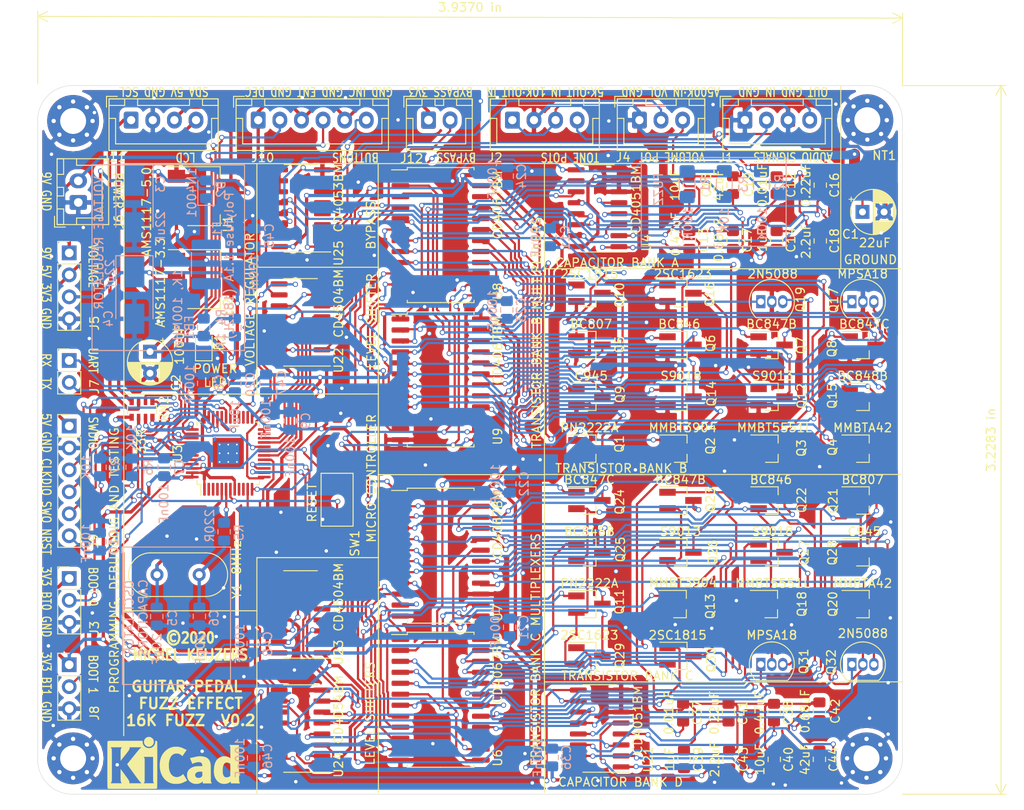
<source format=kicad_pcb>
(kicad_pcb (version 20171130) (host pcbnew "(5.1.5)-3")
  (layers (0 F.Cu signal) (31 B.Cu signal) (34 B.Paste user) (35 F.Paste user) (36 B.SilkS user) (37 F.SilkS user) (38 B.Mask user) (39 F.Mask user) (44 Edge.Cuts user))
  (net 0 "")
  (net 1 "Net-(C1-Pad1)")
  (net 2 GND)
  (net 3 +5V)
  (net 4 +3V3)
  (net 5 "Net-(C6-Pad1)")
  (net 6 /Mcu/NRST)
  (net 7 "Net-(C12-Pad2)")
  (net 8 "Net-(C13-Pad2)")
  (net 9 "Net-(C14-Pad2)")
  (net 10 "Net-(C15-Pad2)")
  (net 11 "Net-(C16-Pad2)")
  (net 12 "Net-(C17-Pad2)")
  (net 13 "Net-(C18-Pad2)")
  (net 14 "Net-(C19-Pad2)")
  (net 15 "Net-(C37-Pad2)")
  (net 16 /CapacitorsD/CAPACITOR_AUDIO_OUTPUT)
  (net 17 "Net-(C38-Pad2)")
  (net 18 "Net-(C39-Pad2)")
  (net 19 "Net-(C40-Pad2)")
  (net 20 "Net-(C41-Pad2)")
  (net 21 "Net-(C42-Pad2)")
  (net 22 "Net-(C43-Pad2)")
  (net 23 "Net-(C44-Pad2)")
  (net 24 "Net-(D1-Pad2)")
  (net 25 +9V)
  (net 26 /Mcu/SYS_JTICK_SWCLK)
  (net 27 /Mcu/SYS_JTMS_SWDIO)
  (net 28 /Mcu/I2C1_SCL)
  (net 29 /Mcu/I2C1_SDA)
  (net 30 /TransistorsB/1_COLLECTOR)
  (net 31 /TransistorsB/2_COLLECTOR)
  (net 32 /TransistorsB/3_COLLECTOR)
  (net 33 /TransistorsB/4_COLLECTOR)
  (net 34 /TransistorsB/5_COLLECTOR)
  (net 35 /TransistorsB/6_COLLECTOR)
  (net 36 /TransistorsB/7_COLLECTOR)
  (net 37 /TransistorsB/8_COLLECTOR)
  (net 38 /TransistorsB/9_COLLECTOR)
  (net 39 /TransistorsB/10_COLLECTOR)
  (net 40 /TransistorsB/11_COLLECTOR)
  (net 41 /TransistorsB/12_COLLECTOR)
  (net 42 /TransistorsB/13_COLLECTOR)
  (net 43 /TransistorsB/14_COLLECTOR)
  (net 44 /TransistorsB/15_COLLECTOR)
  (net 45 /TransistorsB/16_COLLECTOR)
  (net 46 /TransistorsC/1_COLLECTOR)
  (net 47 /TransistorsC/2_COLLECTOR)
  (net 48 /TransistorsC/3_COLLECTOR)
  (net 49 /TransistorsC/4_COLLECTOR)
  (net 50 /TransistorsC/5_COLLECTOR)
  (net 51 /TransistorsC/6_COLLECTOR)
  (net 52 /TransistorsC/7_COLLECTOR)
  (net 53 /TransistorsC/8_COLLECTOR)
  (net 54 /TransistorsC/9_COLLECTOR)
  (net 55 /TransistorsC/10_COLLECTOR)
  (net 56 /TransistorsC/11_COLLECTOR)
  (net 57 /TransistorsC/12_COLLECTOR)
  (net 58 /TransistorsC/13_COLLECTOR)
  (net 59 /TransistorsC/14_COLLECTOR)
  (net 60 /TransistorsC/15_COLLECTOR)
  (net 61 /TransistorsC/16_COLLECTOR)
  (net 62 /CapacitorsD/CAPACITOR_AUDIO_INPUT)
  (net 63 "Net-(U3-Pad9)")
  (net 64 /CAPACITOR_A_SELECTION_2)
  (net 65 /CAPACITOR_A_SELECTION_1)
  (net 66 /CAPACITOR_A_SELECTION_0)
  (net 67 /TRANSISTOR_B_SELECTION_0)
  (net 68 /TRANSISTOR_B_SELECTION_1)
  (net 69 /TRANSISTOR_C_SELECTION_1)
  (net 70 /TRANSISTOR_C_SELECTION_0)
  (net 71 /CAPACITOR_D_SELECTION_2)
  (net 72 /CAPACITOR_D_SELECTION_1)
  (net 73 /CAPACITOR_D_SELECTION_0)
  (net 74 /TransistorsB/BASE)
  (net 75 /TransistorsB/1_BASE)
  (net 76 /TransistorsB/2_BASE)
  (net 77 /TransistorsB/3_BASE)
  (net 78 /TransistorsB/4_BASE)
  (net 79 /TransistorsB/5_BASE)
  (net 80 /TransistorsB/6_BASE)
  (net 81 /TransistorsB/7_BASE)
  (net 82 /TransistorsB/8_BASE)
  (net 83 /TransistorsB/9_BASE)
  (net 84 /TransistorsB/10_BASE)
  (net 85 /TransistorsB/11_BASE)
  (net 86 /TransistorsB/12_BASE)
  (net 87 /TransistorsB/13_BASE)
  (net 88 /TransistorsB/14_BASE)
  (net 89 /TransistorsB/15_BASE)
  (net 90 /TransistorsB/16_BASE)
  (net 91 /TransistorsC/1_BASE)
  (net 92 /TransistorsC/2_BASE)
  (net 93 /TransistorsC/3_BASE)
  (net 94 /TransistorsC/4_BASE)
  (net 95 /TransistorsC/5_BASE)
  (net 96 /TransistorsC/6_BASE)
  (net 97 /TransistorsC/7_BASE)
  (net 98 /TransistorsC/8_BASE)
  (net 99 /TransistorsC/9_BASE)
  (net 100 /TransistorsC/10_BASE)
  (net 101 /TransistorsC/11_BASE)
  (net 102 /TransistorsC/12_BASE)
  (net 103 /TransistorsC/13_BASE)
  (net 104 /TransistorsC/14_BASE)
  (net 105 /TransistorsC/15_BASE)
  (net 106 /TransistorsC/16_BASE)
  (net 107 /TransistorsC/BASE)
  (net 108 /AudioInOut/JACK_OUT_SIGNAL)
  (net 109 /AudioInOut/JACK_IN_SIGNAL)
  (net 110 /JACK_OUT_SIGNAL_FROM_FUZZ)
  (net 111 /JACK_IN_SIGNAL_THROUGH_FUZZ)
  (net 112 "Net-(U25-Pad1)")
  (net 113 /Mcu/BYPASS_SWITCH_3V3)
  (net 114 /BYPASS_MODE_3V3)
  (net 115 /BYPASS_MODE)
  (net 116 "Net-(U25-Pad3)")
  (net 117 /Mcu/I2C1_SDA_MCU)
  (net 118 /Mcu/SYS_JTICK_SWCLK_MCU)
  (net 119 /Mcu/I2C1_SCL_MCU)
  (net 120 /Mcu/SYS_JTMS_SWDIO_MCU)
  (net 121 GNDA)
  (net 122 /TRANSISTOR_C_SELECTION_2)
  (net 123 /TRANSISTOR_C_SELECTION_3)
  (net 124 /TRANSISTOR_B_SELECTION_2)
  (net 125 /TRANSISTOR_B_SELECTION_3)
  (net 126 "Net-(U23-Pad10)")
  (net 127 "Net-(U23-Pad6)")
  (net 128 /TRANSISTOR_B_SELECTION_3_3V3)
  (net 129 /TRANSISTOR_B_SELECTION_2_3V3)
  (net 130 /CAPACITOR_D_SELECTION_2_3V3)
  (net 131 /CAPACITOR_D_SELECTION_1_3V3)
  (net 132 /CAPACITOR_A_SELECTION_2_3V3)
  (net 133 /CAPACITOR_A_SELECTION_1_3V3)
  (net 134 /CAPACITOR_A_SELECTION_0_3V3)
  (net 135 /TRANSISTOR_B_SELECTION_1_3V3)
  (net 136 /TRANSISTOR_B_SELECTION_0_3V3)
  (net 137 /CAPACITOR_D_SELECTION_0_3V3)
  (net 138 /TRANSISTOR_C_SELECTION_3_3V3)
  (net 139 /TRANSISTOR_C_SELECTION_2_3V3)
  (net 140 /TRANSISTOR_C_SELECTION_1_3V3)
  (net 141 /TRANSISTOR_C_SELECTION_0_3V3)
  (net 142 "Net-(U3-Pad27)")
  (net 143 "Net-(U23-Pad12)")
  (net 144 "Net-(U3-Pad28)")
  (net 145 "Net-(U3-Pad26)")
  (net 146 "Net-(U3-Pad16)")
  (net 147 "Net-(U25-Pad5)")
  (net 148 "Net-(U25-Pad4)")
  (net 149 /Mcu/GPIO_BUTTON_INCREASE)
  (net 150 /Mcu/GPIO_BUTTON_ENTER)
  (net 151 /Mcu/GPIO_BUTTON_DECREASE)
  (net 152 "Net-(U3-Pad10)")
  (net 153 "Net-(U3-Pad4)")
  (net 154 "Net-(U3-Pad3)")
  (net 155 "Net-(U3-Pad2)")
  (net 156 /B10K)
  (net 157 "Net-(D2-Pad1)")
  (net 158 "Net-(F1-Pad2)")
  (net 159 /+9V_SAFE)
  (net 160 /Mcu/OSC_IN)
  (net 161 /Mcu/BOOT1)
  (net 162 /Mcu/OSC_OUT)
  (net 163 /Mcu/SYS_JTDO_TRACESWO)
  (net 164 /Mcu/BOOT0)
  (net 165 /Mcu/UART_TX)
  (net 166 /Mcu/UART_RX)
  (module Package_QFP:LQFP-48-1EP_7x7mm_P0.5mm_EP3.6x3.6mm_ThermalVias (layer F.Cu) (at 52.0375 72.55 90)
    (fp_text reference U3 (at 0 -5.85 90) (layer F.SilkS))
    (fp_text value STM32F103C8Tx)
    (pad 49 smd rect (at 0 0 90) (size 2.5 2.5) (layers B.Cu))
    (pad 49 thru_hole circle (at 1 1 90) (size 0.5 0.5) (drill 0.2) (layers *.Cu))
    (pad 49 thru_hole circle (at 0 1 90) (size 0.5 0.5) (drill 0.2) (layers *.Cu))
    (pad 49 thru_hole circle (at -1 1 90) (size 0.5 0.5) (drill 0.2) (layers *.Cu))
    (pad 49 thru_hole circle (at 1 0 90) (size 0.5 0.5) (drill 0.2) (layers *.Cu))
    (pad 49 thru_hole circle (at 0 0 90) (size 0.5 0.5) (drill 0.2) (layers *.Cu))
    (pad 49 thru_hole circle (at -1 0 90) (size 0.5 0.5) (drill 0.2) (layers *.Cu))
    (pad 49 thru_hole circle (at 1 -1 90) (size 0.5 0.5) (drill 0.2) (layers *.Cu))
    (pad 49 thru_hole circle (at 0 -1 90) (size 0.5 0.5) (drill 0.2) (layers *.Cu))
    (pad 49 thru_hole circle (at -1 -1 90) (size 0.5 0.5) (drill 0.2) (layers *.Cu))
    (pad 49 smd rect (at 0 0 90) (size 3.6 3.6) (layers F.Cu F.Mask))
    (pad 48 smd roundrect (at -2.75 -4.1625 90) (size 0.3 1.475) (layers F.Cu F.Paste F.Mask) (net 4 +3V3))
    (pad 47 smd roundrect (at -2.25 -4.1625 90) (size 0.3 1.475) (layers F.Cu F.Paste F.Mask) (net 4 +3V3))
    (pad 46 smd roundrect (at -1.75 -4.1625 90) (size 0.3 1.475) (layers F.Cu F.Paste F.Mask) (net 128 /TRANSISTOR_B_SELECTION_3_3V3))
    (pad 45 smd roundrect (at -1.25 -4.1625 90) (size 0.3 1.475) (layers F.Cu F.Paste F.Mask) (net 129 /TRANSISTOR_B_SELECTION_2_3V3))
    (pad 44 smd roundrect (at -0.75 -4.1625 90) (size 0.3 1.475) (layers F.Cu F.Paste F.Mask) (net 164 /Mcu/BOOT0))
    (pad 43 smd roundrect (at -0.25 -4.1625 90) (size 0.3 1.475) (layers F.Cu F.Paste F.Mask) (net 117 /Mcu/I2C1_SDA_MCU))
    (pad 42 smd roundrect (at 0.25 -4.1625 90) (size 0.3 1.475) (layers F.Cu F.Paste F.Mask) (net 119 /Mcu/I2C1_SCL_MCU))
    (pad 41 smd roundrect (at 0.75 -4.1625 90) (size 0.3 1.475) (layers F.Cu F.Paste F.Mask) (net 149 /Mcu/GPIO_BUTTON_INCREASE))
    (pad 40 smd roundrect (at 1.25 -4.1625 90) (size 0.3 1.475) (layers F.Cu F.Paste F.Mask) (net 150 /Mcu/GPIO_BUTTON_ENTER))
    (pad 39 smd roundrect (at 1.75 -4.1625 90) (size 0.3 1.475) (layers F.Cu F.Paste F.Mask) (net 163 /Mcu/SYS_JTDO_TRACESWO))
    (pad 38 smd roundrect (at 2.25 -4.1625 90) (size 0.3 1.475) (layers F.Cu F.Paste F.Mask) (net 151 /Mcu/GPIO_BUTTON_DECREASE))
    (pad 37 smd roundrect (at 2.75 -4.1625 90) (size 0.3 1.475) (layers F.Cu F.Paste F.Mask) (net 118 /Mcu/SYS_JTICK_SWCLK_MCU))
    (pad 36 smd roundrect (at 4.1625 -2.75 90) (size 1.475 0.3) (layers F.Cu F.Paste F.Mask) (net 4 +3V3))
    (pad 35 smd roundrect (at 4.1625 -2.25 90) (size 1.475 0.3) (layers F.Cu F.Paste F.Mask) (net 4 +3V3))
    (pad 34 smd roundrect (at 4.1625 -1.75 90) (size 1.475 0.3) (layers F.Cu F.Paste F.Mask) (net 120 /Mcu/SYS_JTMS_SWDIO_MCU))
    (pad 33 smd roundrect (at 4.1625 -1.25 90) (size 1.475 0.3) (layers F.Cu F.Paste F.Mask) (net 130 /CAPACITOR_D_SELECTION_2_3V3))
    (pad 32 smd roundrect (at 4.1625 -0.75 90) (size 1.475 0.3) (layers F.Cu F.Paste F.Mask) (net 131 /CAPACITOR_D_SELECTION_1_3V3))
    (pad 31 smd roundrect (at 4.1625 -0.25 90) (size 1.475 0.3) (layers F.Cu F.Paste F.Mask) (net 165 /Mcu/UART_TX))
    (pad 30 smd roundrect (at 4.1625 0.25 90) (size 1.475 0.3) (layers F.Cu F.Paste F.Mask) (net 166 /Mcu/UART_RX))
    (pad 29 smd roundrect (at 4.1625 0.75 90) (size 1.475 0.3) (layers F.Cu F.Paste F.Mask) (net 141 /TRANSISTOR_C_SELECTION_0_3V3))
    (pad 28 smd roundrect (at 4.1625 1.25 90) (size 1.475 0.3) (layers F.Cu F.Paste F.Mask) (net 144 "Net-(U3-Pad28)"))
    (pad 27 smd roundrect (at 4.1625 1.75 90) (size 1.475 0.3) (layers F.Cu F.Paste F.Mask) (net 142 "Net-(U3-Pad27)"))
    (pad 26 smd roundrect (at 4.1625 2.25 90) (size 1.475 0.3) (layers F.Cu F.Paste F.Mask) (net 145 "Net-(U3-Pad26)"))
    (pad 25 smd roundrect (at 4.1625 2.75 90) (size 1.475 0.3) (layers F.Cu F.Paste F.Mask) (net 132 /CAPACITOR_A_SELECTION_2_3V3))
    (pad 24 smd roundrect (at 2.75 4.1625 90) (size 0.3 1.475) (layers F.Cu F.Paste F.Mask) (net 4 +3V3))
    (pad 23 smd roundrect (at 2.25 4.1625 90) (size 0.3 1.475) (layers F.Cu F.Paste F.Mask) (net 4 +3V3))
    (pad 22 smd roundrect (at 1.75 4.1625 90) (size 0.3 1.475) (layers F.Cu F.Paste F.Mask) (net 133 /CAPACITOR_A_SELECTION_1_3V3))
    (pad 21 smd roundrect (at 1.25 4.1625 90) (size 0.3 1.475) (layers F.Cu F.Paste F.Mask) (net 134 /CAPACITOR_A_SELECTION_0_3V3))
    (pad 20 smd roundrect (at 0.75 4.1625 90) (size 0.3 1.475) (layers F.Cu F.Paste F.Mask) (net 161 /Mcu/BOOT1))
    (pad 19 smd roundrect (at 0.25 4.1625 90) (size 0.3 1.475) (layers F.Cu F.Paste F.Mask) (net 135 /TRANSISTOR_B_SELECTION_1_3V3))
    (pad 18 smd roundrect (at -0.25 4.1625 90) (size 0.3 1.475) (layers F.Cu F.Paste F.Mask) (net 136 /TRANSISTOR_B_SELECTION_0_3V3))
    (pad 17 smd roundrect (at -0.75 4.1625 90) (size 0.3 1.475) (layers F.Cu F.Paste F.Mask) (net 137 /CAPACITOR_D_SELECTION_0_3V3))
    (pad 16 smd roundrect (at -1.25 4.1625 90) (size 0.3 1.475) (layers F.Cu F.Paste F.Mask) (net 146 "Net-(U3-Pad16)"))
    (pad 15 smd roundrect (at -1.75 4.1625 90) (size 0.3 1.475) (layers F.Cu F.Paste F.Mask) (net 138 /TRANSISTOR_C_SELECTION_3_3V3))
    (pad 14 smd roundrect (at -2.25 4.1625 90) (size 0.3 1.475) (layers F.Cu F.Paste F.Mask) (net 139 /TRANSISTOR_C_SELECTION_2_3V3))
    (pad 13 smd roundrect (at -2.75 4.1625 90) (size 0.3 1.475) (layers F.Cu F.Paste F.Mask) (net 114 /BYPASS_MODE_3V3))
    (pad 12 smd roundrect (at -4.1625 2.75 90) (size 1.475 0.3) (layers F.Cu F.Paste F.Mask) (net 113 /Mcu/BYPASS_SWITCH_3V3))
    (pad 11 smd roundrect (at -4.1625 2.25 90) (size 1.475 0.3) (layers F.Cu F.Paste F.Mask) (net 140 /TRANSISTOR_C_SELECTION_1_3V3))
    (pad 10 smd roundrect (at -4.1625 1.75 90) (size 1.475 0.3) (layers F.Cu F.Paste F.Mask) (net 152 "Net-(U3-Pad10)"))
    (pad 9 smd roundrect (at -4.1625 1.25 90) (size 1.475 0.3) (layers F.Cu F.Paste F.Mask) (net 63 "Net-(U3-Pad9)"))
    (pad 8 smd roundrect (at -4.1625 0.75 90) (size 1.475 0.3) (layers F.Cu F.Paste F.Mask) (net 4 +3V3))
    (pad 7 smd roundrect (at -4.1625 0.25 90) (size 1.475 0.3) (layers F.Cu F.Paste F.Mask) (net 6 /Mcu/NRST))
    (pad 6 smd roundrect (at -4.1625 -0.25 90) (size 1.475 0.3) (layers F.Cu F.Paste F.Mask) (net 162 /Mcu/OSC_OUT))
    (pad 5 smd roundrect (at -4.1625 -0.75 90) (size 1.475 0.3) (layers F.Cu F.Paste F.Mask) (net 160 /Mcu/OSC_IN))
    (pad 4 smd roundrect (at -4.1625 -1.25 90) (size 1.475 0.3) (layers F.Cu F.Paste F.Mask) (net 153 "Net-(U3-Pad4)"))
    (pad 3 smd roundrect (at -4.1625 -1.75 90) (size 1.475 0.3) (layers F.Cu F.Paste F.Mask) (net 154 "Net-(U3-Pad3)"))
    (pad 2 smd roundrect (at -4.1625 -2.25 90) (size 1.475 0.3) (layers F.Cu F.Paste F.Mask) (net 155 "Net-(U3-Pad2)"))
    (pad 1 smd roundrect (at -4.1625 -2.75 90) (size 1.475 0.3) (layers F.Cu F.Paste F.Mask) (net 4 +3V3))
  )
  (module Connector_PinHeader_2.54mm:PinHeader_1x02_P2.54mm_Vertical (layer F.Cu) (at 33.65 61.816)
    (fp_text reference J7 (at 2.926 3.048 90) (layer F.SilkS))
    (fp_text value "UART Pin Header")
    (pad 2 thru_hole oval (at 0 2.54) (size 1.7 1.7) (drill 1) (layers *.Cu *.Mask) (net 165 /Mcu/UART_TX))
    (pad 1 thru_hole rect (at 0 0) (size 1.7 1.7) (drill 1) (layers *.Cu *.Mask) (net 166 /Mcu/UART_RX))
  )
  (module Connector_PinHeader_2.54mm:PinHeader_1x06_P2.54mm_Vertical (layer F.Cu) (at 33.65 69.3965)
    (fp_text reference J9 (at 2.825 13.308334 90) (layer F.SilkS))
    (fp_text value SWD)
    (pad 6 thru_hole oval (at 0 12.7) (size 1.7 1.7) (drill 1) (layers *.Cu *.Mask) (net 6 /Mcu/NRST))
    (pad 5 thru_hole oval (at 0 10.16) (size 1.7 1.7) (drill 1) (layers *.Cu *.Mask) (net 163 /Mcu/SYS_JTDO_TRACESWO))
    (pad 4 thru_hole oval (at 0 7.62) (size 1.7 1.7) (drill 1) (layers *.Cu *.Mask) (net 26 /Mcu/SYS_JTICK_SWCLK))
    (pad 3 thru_hole oval (at 0 5.08) (size 1.7 1.7) (drill 1) (layers *.Cu *.Mask) (net 27 /Mcu/SYS_JTMS_SWDIO))
    (pad 2 thru_hole oval (at 0 2.54) (size 1.7 1.7) (drill 1) (layers *.Cu *.Mask) (net 2 GND))
    (pad 1 thru_hole rect (at 0 0) (size 1.7 1.7) (drill 1) (layers *.Cu *.Mask) (net 3 +5V))
  )
  (module Symbol:KiCad-Logo_6mm_SilkScreen (layer F.Cu) (at 45.725 108.35)
    (fp_text reference REF** hide)
    (fp_text value KiCad-Logo_6mm_SilkScreen hide)
  )
  (module Button_Switch_SMD:SW_SPST_CK_RS282G05A3 (layer F.Cu) (at 64.625 77.925 270)
    (fp_text reference SW1 (at 5.05 -2.05 90) (layer F.SilkS))
    (fp_text value RESET (at 0.35 2.9 90) (layer F.SilkS))
    (pad 1 smd rect (at -3.9 0 270) (size 1.5 1.5) (layers F.Cu F.Paste F.Mask) (net 2 GND))
    (pad 2 smd rect (at 3.9 0 270) (size 1.5 1.5) (layers F.Cu F.Paste F.Mask) (net 6 /Mcu/NRST))
  )
  (module Connector_PinHeader_2.54mm:PinHeader_1x03_P2.54mm_Vertical (layer F.Cu) (at 33.65 97.023)
    (fp_text reference J8 (at 2.926 5.591668 270) (layer F.SilkS))
    (fp_text value "Jumper BOOT1")
    (pad 1 thru_hole rect (at 0 0) (size 1.7 1.7) (drill 1) (layers *.Cu *.Mask) (net 4 +3V3))
    (pad 2 thru_hole oval (at 0 2.54) (size 1.7 1.7) (drill 1) (layers *.Cu *.Mask) (net 161 /Mcu/BOOT1))
    (pad 3 thru_hole oval (at 0 5.08) (size 1.7 1.7) (drill 1) (layers *.Cu *.Mask) (net 2 GND))
  )
  (module Connector_PinHeader_2.54mm:PinHeader_1x03_P2.54mm_Vertical (layer F.Cu) (at 33.65 87.03475)
    (fp_text reference J3 (at 2.926 5.76925 90) (layer F.SilkS))
    (fp_text value "Jumper BOOT0")
    (pad 1 thru_hole rect (at 0 0) (size 1.7 1.7) (drill 1) (layers *.Cu *.Mask) (net 4 +3V3))
    (pad 2 thru_hole oval (at 0 2.54) (size 1.7 1.7) (drill 1) (layers *.Cu *.Mask) (net 164 /Mcu/BOOT0))
    (pad 3 thru_hole oval (at 0 5.08) (size 1.7 1.7) (drill 1) (layers *.Cu *.Mask) (net 2 GND))
  )
  (module Crystal:Crystal_HC49-4H_Vertical (layer F.Cu) (at 43.8 86.6)
    (fp_text reference Y1 (at 9.225 1.9 90) (layer F.SilkS))
    (fp_text value 8MHz (at 9.2 -2 90) (layer F.SilkS))
    (pad 2 thru_hole circle (at 4.88 0) (size 1.5 1.5) (drill 0.8) (layers *.Cu *.Mask) (net 5 "Net-(C6-Pad1)"))
    (pad 1 thru_hole circle (at 0 0) (size 1.5 1.5) (drill 0.8) (layers *.Cu *.Mask) (net 160 /Mcu/OSC_IN))
  )
  (module MountingHole:MountingHole_3mm_Pad_Via (layer F.Cu) (at 34.1 107.85)
    (fp_text reference H4)
    (fp_text value MountingHole_Pad)
    (pad 1 thru_hole circle (at 1.59099 -1.59099) (size 0.8 0.8) (drill 0.5) (layers *.Cu *.Mask) (net 2 GND))
    (pad 1 thru_hole circle (at 0 -2.25) (size 0.8 0.8) (drill 0.5) (layers *.Cu *.Mask) (net 2 GND))
    (pad 1 thru_hole circle (at -1.59099 -1.59099) (size 0.8 0.8) (drill 0.5) (layers *.Cu *.Mask) (net 2 GND))
    (pad 1 thru_hole circle (at -2.25 0) (size 0.8 0.8) (drill 0.5) (layers *.Cu *.Mask) (net 2 GND))
    (pad 1 thru_hole circle (at -1.59099 1.59099) (size 0.8 0.8) (drill 0.5) (layers *.Cu *.Mask) (net 2 GND))
    (pad 1 thru_hole circle (at 0 2.25) (size 0.8 0.8) (drill 0.5) (layers *.Cu *.Mask) (net 2 GND))
    (pad 1 thru_hole circle (at 1.59099 1.59099) (size 0.8 0.8) (drill 0.5) (layers *.Cu *.Mask) (net 2 GND))
    (pad 1 thru_hole circle (at 2.25 0) (size 0.8 0.8) (drill 0.5) (layers *.Cu *.Mask) (net 2 GND))
    (pad 1 thru_hole circle (at 0 0) (size 6 6) (drill 3) (layers *.Cu *.Mask) (net 2 GND))
  )
  (module MountingHole:MountingHole_3mm_Pad_Via (layer F.Cu) (at 125.85 107.85)
    (fp_text reference H3)
    (fp_text value MountingHole_Pad)
    (pad 1 thru_hole circle (at 1.59099 -1.59099) (size 0.8 0.8) (drill 0.5) (layers *.Cu *.Mask) (net 121 GNDA))
    (pad 1 thru_hole circle (at 0 -2.25) (size 0.8 0.8) (drill 0.5) (layers *.Cu *.Mask) (net 121 GNDA))
    (pad 1 thru_hole circle (at -1.59099 -1.59099) (size 0.8 0.8) (drill 0.5) (layers *.Cu *.Mask) (net 121 GNDA))
    (pad 1 thru_hole circle (at -2.25 0) (size 0.8 0.8) (drill 0.5) (layers *.Cu *.Mask) (net 121 GNDA))
    (pad 1 thru_hole circle (at -1.59099 1.59099) (size 0.8 0.8) (drill 0.5) (layers *.Cu *.Mask) (net 121 GNDA))
    (pad 1 thru_hole circle (at 0 2.25) (size 0.8 0.8) (drill 0.5) (layers *.Cu *.Mask) (net 121 GNDA))
    (pad 1 thru_hole circle (at 1.59099 1.59099) (size 0.8 0.8) (drill 0.5) (layers *.Cu *.Mask) (net 121 GNDA))
    (pad 1 thru_hole circle (at 2.25 0) (size 0.8 0.8) (drill 0.5) (layers *.Cu *.Mask) (net 121 GNDA))
    (pad 1 thru_hole circle (at 0 0) (size 6 6) (drill 3) (layers *.Cu *.Mask) (net 121 GNDA))
  )
  (module MountingHole:MountingHole_3mm_Pad_Via (layer F.Cu) (at 125.94099 34.00901)
    (fp_text reference H2)
    (fp_text value MountingHole_Pad)
    (pad 1 thru_hole circle (at 1.59099 -1.59099) (size 0.8 0.8) (drill 0.5) (layers *.Cu *.Mask) (net 121 GNDA))
    (pad 1 thru_hole circle (at 0 -2.25) (size 0.8 0.8) (drill 0.5) (layers *.Cu *.Mask) (net 121 GNDA))
    (pad 1 thru_hole circle (at -1.59099 -1.59099) (size 0.8 0.8) (drill 0.5) (layers *.Cu *.Mask) (net 121 GNDA))
    (pad 1 thru_hole circle (at -2.25 0) (size 0.8 0.8) (drill 0.5) (layers *.Cu *.Mask) (net 121 GNDA))
    (pad 1 thru_hole circle (at -1.59099 1.59099) (size 0.8 0.8) (drill 0.5) (layers *.Cu *.Mask) (net 121 GNDA))
    (pad 1 thru_hole circle (at 0 2.25) (size 0.8 0.8) (drill 0.5) (layers *.Cu *.Mask) (net 121 GNDA))
    (pad 1 thru_hole circle (at 1.59099 1.59099) (size 0.8 0.8) (drill 0.5) (layers *.Cu *.Mask) (net 121 GNDA))
    (pad 1 thru_hole circle (at 2.25 0) (size 0.8 0.8) (drill 0.5) (layers *.Cu *.Mask) (net 121 GNDA))
    (pad 1 thru_hole circle (at 0 0) (size 6 6) (drill 3) (layers *.Cu *.Mask) (net 121 GNDA))
  )
  (module MountingHole:MountingHole_3mm_Pad_Via (layer F.Cu) (at 34.1 34.1)
    (fp_text reference H1)
    (fp_text value MountingHole_Pad)
    (pad 1 thru_hole circle (at 1.59099 -1.59099) (size 0.8 0.8) (drill 0.5) (layers *.Cu *.Mask) (net 2 GND))
    (pad 1 thru_hole circle (at 0 -2.25) (size 0.8 0.8) (drill 0.5) (layers *.Cu *.Mask) (net 2 GND))
    (pad 1 thru_hole circle (at -1.59099 -1.59099) (size 0.8 0.8) (drill 0.5) (layers *.Cu *.Mask) (net 2 GND))
    (pad 1 thru_hole circle (at -2.25 0) (size 0.8 0.8) (drill 0.5) (layers *.Cu *.Mask) (net 2 GND))
    (pad 1 thru_hole circle (at -1.59099 1.59099) (size 0.8 0.8) (drill 0.5) (layers *.Cu *.Mask) (net 2 GND))
    (pad 1 thru_hole circle (at 0 2.25) (size 0.8 0.8) (drill 0.5) (layers *.Cu *.Mask) (net 2 GND))
    (pad 1 thru_hole circle (at 1.59099 1.59099) (size 0.8 0.8) (drill 0.5) (layers *.Cu *.Mask) (net 2 GND))
    (pad 1 thru_hole circle (at 2.25 0) (size 0.8 0.8) (drill 0.5) (layers *.Cu *.Mask) (net 2 GND))
    (pad 1 thru_hole circle (at 0 0) (size 6 6) (drill 3) (layers *.Cu *.Mask) (net 2 GND))
  )
  (module Resistor_SMD:R_0805_2012Metric_Pad1.15x1.40mm_HandSolder (layer B.Cu) (at 37.21 74.175 270)
    (fp_text reference R7 (at -0.175 -1.79 270) (layer B.SilkS) (effects (justify mirror)))
    (fp_text value 10K (at 0.025 1.61 270) (layer B.SilkS) (effects (justify mirror)))
    (pad 2 smd roundrect (at 1.025 0 270) (size 1.15 1.4) (layers B.Cu B.Paste B.Mask) (roundrect_rratio 0.217391) (net 161 /Mcu/BOOT1))
    (pad 1 smd roundrect (at -1.025 0 270) (size 1.15 1.4) (layers B.Cu B.Paste B.Mask) (roundrect_rratio 0.217391) (net 2 GND))
  )
  (module Resistor_SMD:R_0805_2012Metric_Pad1.15x1.40mm_HandSolder (layer B.Cu) (at 40.9175 74.175 270)
    (fp_text reference R6 (at 0 -1.8825 90) (layer B.SilkS) (effects (justify mirror)))
    (fp_text value 10K (at -3.425 0.0825 90) (layer B.SilkS) (effects (justify mirror)))
    (pad 2 smd roundrect (at 1.025 0 270) (size 1.15 1.4) (layers B.Cu B.Paste B.Mask) (roundrect_rratio 0.217391) (net 164 /Mcu/BOOT0))
    (pad 1 smd roundrect (at -1.025 0 270) (size 1.15 1.4) (layers B.Cu B.Paste B.Mask) (roundrect_rratio 0.217391) (net 2 GND))
  )
  (module Resistor_SMD:R_0805_2012Metric_Pad1.15x1.40mm_HandSolder (layer B.Cu) (at 51.562 81.628 270)
    (fp_text reference R5 (at 0.095 -1.73 90) (layer B.SilkS) (effects (justify mirror)))
    (fp_text value 220R (at -0.705 1.67 90) (layer B.SilkS) (effects (justify mirror)))
    (pad 2 smd roundrect (at 1.025 0 270) (size 1.15 1.4) (layers B.Cu B.Paste B.Mask) (roundrect_rratio 0.217391) (net 5 "Net-(C6-Pad1)"))
    (pad 1 smd roundrect (at -1.025 0 270) (size 1.15 1.4) (layers B.Cu B.Paste B.Mask) (roundrect_rratio 0.217391) (net 162 /Mcu/OSC_OUT))
  )
  (module Capacitor_SMD:C_0805_2012Metric_Pad1.15x1.40mm_HandSolder (layer B.Cu) (at 52.805 64.46 270)
    (fp_text reference C20 (at 0.14 -1.795 270) (layer B.SilkS) (effects (justify mirror)))
    (fp_text value 10uF (at 3.74 0.005 270) (layer B.SilkS) (effects (justify mirror)))
    (pad 2 smd roundrect (at 1.025 0 270) (size 1.15 1.4) (layers B.Cu B.Paste B.Mask) (roundrect_rratio 0.217391) (net 4 +3V3))
    (pad 1 smd roundrect (at -1.025 0 270) (size 1.15 1.4) (layers B.Cu B.Paste B.Mask) (roundrect_rratio 0.217391) (net 2 GND))
  )
  (module Diode_SMD:D_SMB_Handsoldering (layer B.Cu) (at 41.19 43.7 270)
    (fp_text reference C3 (at -2.3 -3.01 270) (layer B.SilkS) (effects (justify mirror)))
    (fp_text value 22uF)
    (fp_text user 22uF (at 2.7 -3.01 270) (layer B.SilkS) (effects (justify mirror)))
    (pad 2 smd rect (at 2.7 0 270) (size 3.5 2.3) (layers B.Cu B.Paste B.Mask) (net 2 GND))
    (pad 1 smd rect (at -2.7 0 270) (size 3.5 2.3) (layers B.Cu B.Paste B.Mask) (net 3 +5V))
  )
  (module Inductor_SMD:L_0805_2012Metric_Pad1.15x1.40mm_HandSolder (layer B.Cu) (at 49.2 57.995 270)
    (fp_text reference FB1 (at 0 1.65 90) (layer B.SilkS) (effects (justify mirror)))
    (fp_text value "1K, 100MHz" (at -2.195 3 270) (layer B.SilkS) (effects (justify mirror)))
    (pad 2 smd roundrect (at 1.025 0 270) (size 1.15 1.4) (layers B.Cu B.Paste B.Mask) (roundrect_rratio 0.217391) (net 159 /+9V_SAFE))
    (pad 1 smd roundrect (at -1.025 0 270) (size 1.15 1.4) (layers B.Cu B.Paste B.Mask) (roundrect_rratio 0.217391) (net 158 "Net-(F1-Pad2)"))
  )
  (module Inductor_SMD:L_1812_4532Metric_Pad1.30x3.40mm_HandSolder (layer B.Cu) (at 49.49 50.7 270)
    (fp_text reference F1 (at -4.1 -1.31 90) (layer B.SilkS) (effects (justify mirror)))
    (fp_text value "Polyfuse 1.1A (1812L)" (at 0.175 -2.66 90) (layer B.SilkS) (effects (justify mirror)))
    (pad 1 smd roundrect (at -2.225 0 270) (size 1.3 3.4) (layers B.Cu B.Paste B.Mask) (roundrect_rratio 0.192308) (net 157 "Net-(D2-Pad1)"))
    (pad 2 smd roundrect (at 2.225 0 270) (size 1.3 3.4) (layers B.Cu B.Paste B.Mask) (roundrect_rratio 0.192308) (net 158 "Net-(F1-Pad2)"))
  )
  (module Resistor_SMD:R_0805_2012Metric_Pad1.15x1.40mm_HandSolder (layer B.Cu) (at 52.81 57.995 270)
    (fp_text reference R4 (at -1.195 1.61 270) (layer B.SilkS) (effects (justify mirror)))
    (fp_text value 1K (at 1.605 1.61 270) (layer B.SilkS) (effects (justify mirror)))
    (pad 2 smd roundrect (at 1.025 0 270) (size 1.15 1.4) (layers B.Cu B.Paste B.Mask) (roundrect_rratio 0.217391) (net 24 "Net-(D1-Pad2)"))
    (pad 1 smd roundrect (at -1.025 0 270) (size 1.15 1.4) (layers B.Cu B.Paste B.Mask) (roundrect_rratio 0.217391) (net 159 /+9V_SAFE))
  )
  (module Connector_JST:JST_XH_B4B-XH-A_1x04_P2.50mm_Vertical (layer F.Cu) (at 84.892 34)
    (fp_text reference J2 (at -1.992 4.35) (layer F.SilkS))
    (fp_text value TONE_POTS)
    (pad 4 thru_hole oval (at 7.5 0) (size 1.7 1.95) (drill 0.95) (layers *.Cu *.Mask) (net 1 "Net-(C1-Pad1)"))
    (pad 3 thru_hole oval (at 5 0) (size 1.7 1.95) (drill 0.95) (layers *.Cu *.Mask) (net 156 /B10K))
    (pad 2 thru_hole oval (at 2.5 0) (size 1.7 1.95) (drill 0.95) (layers *.Cu *.Mask) (net 121 GNDA))
    (pad 1 thru_hole roundrect (at 0 0) (size 1.7 1.95) (drill 0.95) (layers *.Cu *.Mask) (roundrect_rratio 0.147059) (net 156 /B10K))
  )
  (module Connector_JST:JST_XH_B6B-XH-A_1x06_P2.50mm_Vertical (layer F.Cu) (at 55.504 34)
    (fp_text reference J10 (at 0.521 4.35) (layer F.SilkS))
    (fp_text value "JST XH Buttons")
    (pad 6 thru_hole oval (at 12.5 0) (size 1.7 1.95) (drill 0.95) (layers *.Cu *.Mask) (net 149 /Mcu/GPIO_BUTTON_INCREASE))
    (pad 5 thru_hole oval (at 10 0) (size 1.7 1.95) (drill 0.95) (layers *.Cu *.Mask) (net 4 +3V3))
    (pad 4 thru_hole oval (at 7.5 0) (size 1.7 1.95) (drill 0.95) (layers *.Cu *.Mask) (net 150 /Mcu/GPIO_BUTTON_ENTER))
    (pad 3 thru_hole oval (at 5 0) (size 1.7 1.95) (drill 0.95) (layers *.Cu *.Mask) (net 4 +3V3))
    (pad 2 thru_hole oval (at 2.5 0) (size 1.7 1.95) (drill 0.95) (layers *.Cu *.Mask) (net 151 /Mcu/GPIO_BUTTON_DECREASE))
    (pad 1 thru_hole roundrect (at 0 0) (size 1.7 1.95) (drill 0.95) (layers *.Cu *.Mask) (roundrect_rratio 0.147059) (net 4 +3V3))
  )
  (module Diode_SMD:D_SMB_Handsoldering (layer B.Cu) (at 41.19 54.29 270)
    (fp_text reference C4 (at 2.69 3.01 270) (layer B.SilkS) (effects (justify mirror)))
    (fp_text value 22uF (at -2.38 2.836 270) (layer B.SilkS) (effects (justify mirror)))
    (pad 2 smd rect (at 2.7 0 270) (size 3.5 2.3) (layers B.Cu B.Paste B.Mask) (net 2 GND))
    (pad 1 smd rect (at -2.7 0 270) (size 3.5 2.3) (layers B.Cu B.Paste B.Mask) (net 4 +3V3))
  )
  (module Package_SO:SOIC-16_3.9x9.9mm_P1.27mm (layer F.Cu) (at 60.4 57.4 180)
    (fp_text reference U22 (at -4.4 -4.4 90) (layer F.SilkS))
    (fp_text value CD4504BM (at -4.4 2.2 90) (layer F.SilkS))
    (pad 16 smd roundrect (at 2.475 -4.445 180) (size 1.95 0.6) (layers F.Cu F.Paste F.Mask) (net 159 /+9V_SAFE))
    (pad 15 smd roundrect (at 2.475 -3.175 180) (size 1.95 0.6) (layers F.Cu F.Paste F.Mask) (net 68 /TRANSISTOR_B_SELECTION_1))
    (pad 14 smd roundrect (at 2.475 -1.905 180) (size 1.95 0.6) (layers F.Cu F.Paste F.Mask) (net 133 /CAPACITOR_A_SELECTION_1_3V3))
    (pad 13 smd roundrect (at 2.475 -0.635 180) (size 1.95 0.6) (layers F.Cu F.Paste F.Mask) (net 2 GND))
    (pad 12 smd roundrect (at 2.475 0.635 180) (size 1.95 0.6) (layers F.Cu F.Paste F.Mask) (net 67 /TRANSISTOR_B_SELECTION_0))
    (pad 11 smd roundrect (at 2.475 1.905 180) (size 1.95 0.6) (layers F.Cu F.Paste F.Mask) (net 134 /CAPACITOR_A_SELECTION_0_3V3))
    (pad 10 smd roundrect (at 2.475 3.175 180) (size 1.95 0.6) (layers F.Cu F.Paste F.Mask) (net 115 /BYPASS_MODE))
    (pad 9 smd roundrect (at 2.475 4.445 180) (size 1.95 0.6) (layers F.Cu F.Paste F.Mask) (net 114 /BYPASS_MODE_3V3))
    (pad 8 smd roundrect (at -2.475 4.445 180) (size 1.95 0.6) (layers F.Cu F.Paste F.Mask) (net 2 GND))
    (pad 7 smd roundrect (at -2.475 3.175 180) (size 1.95 0.6) (layers F.Cu F.Paste F.Mask) (net 132 /CAPACITOR_A_SELECTION_2_3V3))
    (pad 6 smd roundrect (at -2.475 1.905 180) (size 1.95 0.6) (layers F.Cu F.Paste F.Mask) (net 64 /CAPACITOR_A_SELECTION_2))
    (pad 5 smd roundrect (at -2.475 0.635 180) (size 1.95 0.6) (layers F.Cu F.Paste F.Mask) (net 135 /TRANSISTOR_B_SELECTION_1_3V3))
    (pad 4 smd roundrect (at -2.475 -0.635 180) (size 1.95 0.6) (layers F.Cu F.Paste F.Mask) (net 65 /CAPACITOR_A_SELECTION_1))
    (pad 3 smd roundrect (at -2.475 -1.905 180) (size 1.95 0.6) (layers F.Cu F.Paste F.Mask) (net 136 /TRANSISTOR_B_SELECTION_0_3V3))
    (pad 2 smd roundrect (at -2.475 -3.175 180) (size 1.95 0.6) (layers F.Cu F.Paste F.Mask) (net 66 /CAPACITOR_A_SELECTION_0))
    (pad 1 smd roundrect (at -2.475 -4.445 180) (size 1.95 0.6) (layers F.Cu F.Paste F.Mask) (net 4 +3V3))
  )
  (module Package_SO:SOIC-16_3.9x9.9mm_P1.27mm (layer F.Cu) (at 94.742 44.196 180)
    (fp_text reference U4 (at -5.658 -4.004 90) (layer F.SilkS))
    (fp_text value CD4051BM (at -4.458 0.996 90) (layer F.SilkS))
    (pad 1 smd roundrect (at -2.475 -4.445 180) (size 1.95 0.6) (layers F.Cu F.Paste F.Mask) (net 9 "Net-(C14-Pad2)"))
    (pad 2 smd roundrect (at -2.475 -3.175 180) (size 1.95 0.6) (layers F.Cu F.Paste F.Mask) (net 10 "Net-(C15-Pad2)"))
    (pad 3 smd roundrect (at -2.475 -1.905 180) (size 1.95 0.6) (layers F.Cu F.Paste F.Mask) (net 111 /JACK_IN_SIGNAL_THROUGH_FUZZ))
    (pad 4 smd roundrect (at -2.475 -0.635 180) (size 1.95 0.6) (layers F.Cu F.Paste F.Mask) (net 14 "Net-(C19-Pad2)"))
    (pad 5 smd roundrect (at -2.475 0.635 180) (size 1.95 0.6) (layers F.Cu F.Paste F.Mask) (net 13 "Net-(C18-Pad2)"))
    (pad 6 smd roundrect (at -2.475 1.905 180) (size 1.95 0.6) (layers F.Cu F.Paste F.Mask) (net 2 GND))
    (pad 7 smd roundrect (at -2.475 3.175 180) (size 1.95 0.6) (layers F.Cu F.Paste F.Mask) (net 2 GND))
    (pad 8 smd roundrect (at -2.475 4.445 180) (size 1.95 0.6) (layers F.Cu F.Paste F.Mask) (net 2 GND))
    (pad 9 smd roundrect (at 2.475 4.445 180) (size 1.95 0.6) (layers F.Cu F.Paste F.Mask) (net 64 /CAPACITOR_A_SELECTION_2))
    (pad 10 smd roundrect (at 2.475 3.175 180) (size 1.95 0.6) (layers F.Cu F.Paste F.Mask) (net 65 /CAPACITOR_A_SELECTION_1))
    (pad 11 smd roundrect (at 2.475 1.905 180) (size 1.95 0.6) (layers F.Cu F.Paste F.Mask) (net 66 /CAPACITOR_A_SELECTION_0))
    (pad 12 smd roundrect (at 2.475 0.635 180) (size 1.95 0.6) (layers F.Cu F.Paste F.Mask) (net 12 "Net-(C17-Pad2)"))
    (pad 13 smd roundrect (at 2.475 -0.635 180) (size 1.95 0.6) (layers F.Cu F.Paste F.Mask) (net 7 "Net-(C12-Pad2)"))
    (pad 14 smd roundrect (at 2.475 -1.905 180) (size 1.95 0.6) (layers F.Cu F.Paste F.Mask) (net 11 "Net-(C16-Pad2)"))
    (pad 15 smd roundrect (at 2.475 -3.175 180) (size 1.95 0.6) (layers F.Cu F.Paste F.Mask) (net 8 "Net-(C13-Pad2)"))
    (pad 16 smd roundrect (at 2.475 -4.445 180) (size 1.95 0.6) (layers F.Cu F.Paste F.Mask) (net 159 /+9V_SAFE))
  )
  (module Connector_JST:JST_XH_B4B-XH-A_1x04_P2.50mm_Vertical (layer F.Cu) (at 40.81 34)
    (fp_text reference J11 (at -1.96 4.3) (layer F.SilkS))
    (fp_text value "LCD JST XH")
    (pad 4 thru_hole oval (at 7.5 0) (size 1.7 1.95) (drill 0.95) (layers *.Cu *.Mask) (net 29 /Mcu/I2C1_SDA))
    (pad 3 thru_hole oval (at 5 0) (size 1.7 1.95) (drill 0.95) (layers *.Cu *.Mask) (net 3 +5V))
    (pad 2 thru_hole oval (at 2.5 0) (size 1.7 1.95) (drill 0.95) (layers *.Cu *.Mask) (net 2 GND))
    (pad 1 thru_hole roundrect (at 0 0) (size 1.7 1.95) (drill 0.95) (layers *.Cu *.Mask) (roundrect_rratio 0.147059) (net 28 /Mcu/I2C1_SCL))
  )
  (module Package_SO:SOIC-24W_7.5x15.4mm_P1.27mm (layer F.Cu) (at 76.6 47.3)
    (fp_text reference U8 (at 6.6 6.5 90) (layer F.SilkS))
    (fp_text value CD4067BM (at 6.6 -3.5 90) (layer F.SilkS))
    (pad 24 smd roundrect (at 4.65 -6.985) (size 2.05 0.6) (layers F.Cu F.Paste F.Mask) (net 159 /+9V_SAFE))
    (pad 23 smd roundrect (at 4.65 -5.715) (size 2.05 0.6) (layers F.Cu F.Paste F.Mask) (net 83 /TransistorsB/9_BASE))
    (pad 22 smd roundrect (at 4.65 -4.445) (size 2.05 0.6) (layers F.Cu F.Paste F.Mask) (net 84 /TransistorsB/10_BASE))
    (pad 21 smd roundrect (at 4.65 -3.175) (size 2.05 0.6) (layers F.Cu F.Paste F.Mask) (net 85 /TransistorsB/11_BASE))
    (pad 20 smd roundrect (at 4.65 -1.905) (size 2.05 0.6) (layers F.Cu F.Paste F.Mask) (net 86 /TransistorsB/12_BASE))
    (pad 19 smd roundrect (at 4.65 -0.635) (size 2.05 0.6) (layers F.Cu F.Paste F.Mask) (net 87 /TransistorsB/13_BASE))
    (pad 18 smd roundrect (at 4.65 0.635) (size 2.05 0.6) (layers F.Cu F.Paste F.Mask) (net 88 /TransistorsB/14_BASE))
    (pad 17 smd roundrect (at 4.65 1.905) (size 2.05 0.6) (layers F.Cu F.Paste F.Mask) (net 89 /TransistorsB/15_BASE))
    (pad 16 smd roundrect (at 4.65 3.175) (size 2.05 0.6) (layers F.Cu F.Paste F.Mask) (net 90 /TransistorsB/16_BASE))
    (pad 15 smd roundrect (at 4.65 4.445) (size 2.05 0.6) (layers F.Cu F.Paste F.Mask) (net 2 GND))
    (pad 14 smd roundrect (at 4.65 5.715) (size 2.05 0.6) (layers F.Cu F.Paste F.Mask) (net 124 /TRANSISTOR_B_SELECTION_2))
    (pad 13 smd roundrect (at 4.65 6.985) (size 2.05 0.6) (layers F.Cu F.Paste F.Mask) (net 125 /TRANSISTOR_B_SELECTION_3))
    (pad 12 smd roundrect (at -4.65 6.985) (size 2.05 0.6) (layers F.Cu F.Paste F.Mask) (net 2 GND))
    (pad 11 smd roundrect (at -4.65 5.715) (size 2.05 0.6) (layers F.Cu F.Paste F.Mask) (net 68 /TRANSISTOR_B_SELECTION_1))
    (pad 10 smd roundrect (at -4.65 4.445) (size 2.05 0.6) (layers F.Cu F.Paste F.Mask) (net 67 /TRANSISTOR_B_SELECTION_0))
    (pad 9 smd roundrect (at -4.65 3.175) (size 2.05 0.6) (layers F.Cu F.Paste F.Mask) (net 75 /TransistorsB/1_BASE))
    (pad 8 smd roundrect (at -4.65 1.905) (size 2.05 0.6) (layers F.Cu F.Paste F.Mask) (net 76 /TransistorsB/2_BASE))
    (pad 7 smd roundrect (at -4.65 0.635) (size 2.05 0.6) (layers F.Cu F.Paste F.Mask) (net 77 /TransistorsB/3_BASE))
    (pad 6 smd roundrect (at -4.65 -0.635) (size 2.05 0.6) (layers F.Cu F.Paste F.Mask) (net 78 /TransistorsB/4_BASE))
    (pad 5 smd roundrect (at -4.65 -1.905) (size 2.05 0.6) (layers F.Cu F.Paste F.Mask) (net 79 /TransistorsB/5_BASE))
    (pad 4 smd roundrect (at -4.65 -3.175) (size 2.05 0.6) (layers F.Cu F.Paste F.Mask) (net 80 /TransistorsB/6_BASE))
    (pad 3 smd roundrect (at -4.65 -4.445) (size 2.05 0.6) (layers F.Cu F.Paste F.Mask) (net 81 /TransistorsB/7_BASE))
    (pad 2 smd roundrect (at -4.65 -5.715) (size 2.05 0.6) (layers F.Cu F.Paste F.Mask) (net 82 /TransistorsB/8_BASE))
    (pad 1 smd roundrect (at -4.65 -6.985) (size 2.05 0.6) (layers F.Cu F.Paste F.Mask) (net 74 /TransistorsB/BASE))
  )
  (module Package_SO:SOIC-24W_7.5x15.4mm_P1.27mm (layer F.Cu) (at 76.6 64)
    (fp_text reference U9 (at 6.6 6.6 90) (layer F.SilkS))
    (fp_text value CD4067BM (at 6.6 -3.4 90) (layer F.SilkS))
    (pad 24 smd roundrect (at 4.65 -6.985) (size 2.05 0.6) (layers F.Cu F.Paste F.Mask) (net 159 /+9V_SAFE))
    (pad 23 smd roundrect (at 4.65 -5.715) (size 2.05 0.6) (layers F.Cu F.Paste F.Mask) (net 38 /TransistorsB/9_COLLECTOR))
    (pad 22 smd roundrect (at 4.65 -4.445) (size 2.05 0.6) (layers F.Cu F.Paste F.Mask) (net 39 /TransistorsB/10_COLLECTOR))
    (pad 21 smd roundrect (at 4.65 -3.175) (size 2.05 0.6) (layers F.Cu F.Paste F.Mask) (net 40 /TransistorsB/11_COLLECTOR))
    (pad 20 smd roundrect (at 4.65 -1.905) (size 2.05 0.6) (layers F.Cu F.Paste F.Mask) (net 41 /TransistorsB/12_COLLECTOR))
    (pad 19 smd roundrect (at 4.65 -0.635) (size 2.05 0.6) (layers F.Cu F.Paste F.Mask) (net 42 /TransistorsB/13_COLLECTOR))
    (pad 18 smd roundrect (at 4.65 0.635) (size 2.05 0.6) (layers F.Cu F.Paste F.Mask) (net 43 /TransistorsB/14_COLLECTOR))
    (pad 17 smd roundrect (at 4.65 1.905) (size 2.05 0.6) (layers F.Cu F.Paste F.Mask) (net 44 /TransistorsB/15_COLLECTOR))
    (pad 16 smd roundrect (at 4.65 3.175) (size 2.05 0.6) (layers F.Cu F.Paste F.Mask) (net 45 /TransistorsB/16_COLLECTOR))
    (pad 15 smd roundrect (at 4.65 4.445) (size 2.05 0.6) (layers F.Cu F.Paste F.Mask) (net 2 GND))
    (pad 14 smd roundrect (at 4.65 5.715) (size 2.05 0.6) (layers F.Cu F.Paste F.Mask) (net 124 /TRANSISTOR_B_SELECTION_2))
    (pad 13 smd roundrect (at 4.65 6.985) (size 2.05 0.6) (layers F.Cu F.Paste F.Mask) (net 125 /TRANSISTOR_B_SELECTION_3))
    (pad 12 smd roundrect (at -4.65 6.985) (size 2.05 0.6) (layers F.Cu F.Paste F.Mask) (net 2 GND))
    (pad 11 smd roundrect (at -4.65 5.715) (size 2.05 0.6) (layers F.Cu F.Paste F.Mask) (net 68 /TRANSISTOR_B_SELECTION_1))
    (pad 10 smd roundrect (at -4.65 4.445) (size 2.05 0.6) (layers F.Cu F.Paste F.Mask) (net 67 /TRANSISTOR_B_SELECTION_0))
    (pad 9 smd roundrect (at -4.65 3.175) (size 2.05 0.6) (layers F.Cu F.Paste F.Mask) (net 30 /TransistorsB/1_COLLECTOR))
    (pad 8 smd roundrect (at -4.65 1.905) (size 2.05 0.6) (layers F.Cu F.Paste F.Mask) (net 31 /TransistorsB/2_COLLECTOR))
    (pad 7 smd roundrect (at -4.65 0.635) (size 2.05 0.6) (layers F.Cu F.Paste F.Mask) (net 32 /TransistorsB/3_COLLECTOR))
    (pad 6 smd roundrect (at -4.65 -0.635) (size 2.05 0.6) (layers F.Cu F.Paste F.Mask) (net 33 /TransistorsB/4_COLLECTOR))
    (pad 5 smd roundrect (at -4.65 -1.905) (size 2.05 0.6) (layers F.Cu F.Paste F.Mask) (net 34 /TransistorsB/5_COLLECTOR))
    (pad 4 smd roundrect (at -4.65 -3.175) (size 2.05 0.6) (layers F.Cu F.Paste F.Mask) (net 35 /TransistorsB/6_COLLECTOR))
    (pad 3 smd roundrect (at -4.65 -4.445) (size 2.05 0.6) (layers F.Cu F.Paste F.Mask) (net 36 /TransistorsB/7_COLLECTOR))
    (pad 2 smd roundrect (at -4.65 -5.715) (size 2.05 0.6) (layers F.Cu F.Paste F.Mask) (net 37 /TransistorsB/8_COLLECTOR))
    (pad 1 smd roundrect (at -4.65 -6.985) (size 2.05 0.6) (layers F.Cu F.Paste F.Mask) (net 107 /TransistorsC/BASE))
  )
  (module Package_SO:SOIC-24W_7.5x15.4mm_P1.27mm (layer F.Cu) (at 76.6 84.4)
    (fp_text reference U7 (at 6.6 6.6 90) (layer F.SilkS))
    (fp_text value CD4067BM (at 6.6 -3.6 90) (layer F.SilkS))
    (pad 24 smd roundrect (at 4.65 -6.985) (size 2.05 0.6) (layers F.Cu F.Paste F.Mask) (net 159 /+9V_SAFE))
    (pad 23 smd roundrect (at 4.65 -5.715) (size 2.05 0.6) (layers F.Cu F.Paste F.Mask) (net 54 /TransistorsC/9_COLLECTOR))
    (pad 22 smd roundrect (at 4.65 -4.445) (size 2.05 0.6) (layers F.Cu F.Paste F.Mask) (net 55 /TransistorsC/10_COLLECTOR))
    (pad 21 smd roundrect (at 4.65 -3.175) (size 2.05 0.6) (layers F.Cu F.Paste F.Mask) (net 56 /TransistorsC/11_COLLECTOR))
    (pad 20 smd roundrect (at 4.65 -1.905) (size 2.05 0.6) (layers F.Cu F.Paste F.Mask) (net 57 /TransistorsC/12_COLLECTOR))
    (pad 19 smd roundrect (at 4.65 -0.635) (size 2.05 0.6) (layers F.Cu F.Paste F.Mask) (net 58 /TransistorsC/13_COLLECTOR))
    (pad 18 smd roundrect (at 4.65 0.635) (size 2.05 0.6) (layers F.Cu F.Paste F.Mask) (net 59 /TransistorsC/14_COLLECTOR))
    (pad 17 smd roundrect (at 4.65 1.905) (size 2.05 0.6) (layers F.Cu F.Paste F.Mask) (net 60 /TransistorsC/15_COLLECTOR))
    (pad 16 smd roundrect (at 4.65 3.175) (size 2.05 0.6) (layers F.Cu F.Paste F.Mask) (net 61 /TransistorsC/16_COLLECTOR))
    (pad 15 smd roundrect (at 4.65 4.445) (size 2.05 0.6) (layers F.Cu F.Paste F.Mask) (net 2 GND))
    (pad 14 smd roundrect (at 4.65 5.715) (size 2.05 0.6) (layers F.Cu F.Paste F.Mask) (net 122 /TRANSISTOR_C_SELECTION_2))
    (pad 13 smd roundrect (at 4.65 6.985) (size 2.05 0.6) (layers F.Cu F.Paste F.Mask) (net 123 /TRANSISTOR_C_SELECTION_3))
    (pad 12 smd roundrect (at -4.65 6.985) (size 2.05 0.6) (layers F.Cu F.Paste F.Mask) (net 2 GND))
    (pad 11 smd roundrect (at -4.65 5.715) (size 2.05 0.6) (layers F.Cu F.Paste F.Mask) (net 69 /TRANSISTOR_C_SELECTION_1))
    (pad 10 smd roundrect (at -4.65 4.445) (size 2.05 0.6) (layers F.Cu F.Paste F.Mask) (net 70 /TRANSISTOR_C_SELECTION_0))
    (pad 9 smd roundrect (at -4.65 3.175) (size 2.05 0.6) (layers F.Cu F.Paste F.Mask) (net 46 /TransistorsC/1_COLLECTOR))
    (pad 8 smd roundrect (at -4.65 1.905) (size 2.05 0.6) (layers F.Cu F.Paste F.Mask) (net 47 /TransistorsC/2_COLLECTOR))
    (pad 7 smd roundrect (at -4.65 0.635) (size 2.05 0.6) (layers F.Cu F.Paste F.Mask) (net 48 /TransistorsC/3_COLLECTOR))
    (pad 6 smd roundrect (at -4.65 -0.635) (size 2.05 0.6) (layers F.Cu F.Paste F.Mask) (net 49 /TransistorsC/4_COLLECTOR))
    (pad 5 smd roundrect (at -4.65 -1.905) (size 2.05 0.6) (layers F.Cu F.Paste F.Mask) (net 50 /TransistorsC/5_COLLECTOR))
    (pad 4 smd roundrect (at -4.65 -3.175) (size 2.05 0.6) (layers F.Cu F.Paste F.Mask) (net 51 /TransistorsC/6_COLLECTOR))
    (pad 3 smd roundrect (at -4.65 -4.445) (size 2.05 0.6) (layers F.Cu F.Paste F.Mask) (net 52 /TransistorsC/7_COLLECTOR))
    (pad 2 smd roundrect (at -4.65 -5.715) (size 2.05 0.6) (layers F.Cu F.Paste F.Mask) (net 53 /TransistorsC/8_COLLECTOR))
    (pad 1 smd roundrect (at -4.65 -6.985) (size 2.05 0.6) (layers F.Cu F.Paste F.Mask) (net 62 /CapacitorsD/CAPACITOR_AUDIO_INPUT))
  )
  (module Package_SO:SOIC-24W_7.5x15.4mm_P1.27mm (layer F.Cu) (at 76.6 101.07)
    (fp_text reference U6 (at 6.6 6.73 90) (layer F.SilkS))
    (fp_text value CD4067BM (at 6.6 -3.47 90) (layer F.SilkS))
    (pad 24 smd roundrect (at 4.65 -6.985) (size 2.05 0.6) (layers F.Cu F.Paste F.Mask) (net 159 /+9V_SAFE))
    (pad 23 smd roundrect (at 4.65 -5.715) (size 2.05 0.6) (layers F.Cu F.Paste F.Mask) (net 99 /TransistorsC/9_BASE))
    (pad 22 smd roundrect (at 4.65 -4.445) (size 2.05 0.6) (layers F.Cu F.Paste F.Mask) (net 100 /TransistorsC/10_BASE))
    (pad 21 smd roundrect (at 4.65 -3.175) (size 2.05 0.6) (layers F.Cu F.Paste F.Mask) (net 101 /TransistorsC/11_BASE))
    (pad 20 smd roundrect (at 4.65 -1.905) (size 2.05 0.6) (layers F.Cu F.Paste F.Mask) (net 102 /TransistorsC/12_BASE))
    (pad 19 smd roundrect (at 4.65 -0.635) (size 2.05 0.6) (layers F.Cu F.Paste F.Mask) (net 103 /TransistorsC/13_BASE))
    (pad 18 smd roundrect (at 4.65 0.635) (size 2.05 0.6) (layers F.Cu F.Paste F.Mask) (net 104 /TransistorsC/14_BASE))
    (pad 17 smd roundrect (at 4.65 1.905) (size 2.05 0.6) (layers F.Cu F.Paste F.Mask) (net 105 /TransistorsC/15_BASE))
    (pad 16 smd roundrect (at 4.65 3.175) (size 2.05 0.6) (layers F.Cu F.Paste F.Mask) (net 106 /TransistorsC/16_BASE))
    (pad 15 smd roundrect (at 4.65 4.445) (size 2.05 0.6) (layers F.Cu F.Paste F.Mask) (net 2 GND))
    (pad 14 smd roundrect (at 4.65 5.715) (size 2.05 0.6) (layers F.Cu F.Paste F.Mask) (net 122 /TRANSISTOR_C_SELECTION_2))
    (pad 13 smd roundrect (at 4.65 6.985) (size 2.05 0.6) (layers F.Cu F.Paste F.Mask) (net 123 /TRANSISTOR_C_SELECTION_3))
    (pad 12 smd roundrect (at -4.65 6.985) (size 2.05 0.6) (layers F.Cu F.Paste F.Mask) (net 2 GND))
    (pad 11 smd roundrect (at -4.65 5.715) (size 2.05 0.6) (layers F.Cu F.Paste F.Mask) (net 69 /TRANSISTOR_C_SELECTION_1))
    (pad 10 smd roundrect (at -4.65 4.445) (size 2.05 0.6) (layers F.Cu F.Paste F.Mask) (net 70 /TRANSISTOR_C_SELECTION_0))
    (pad 9 smd roundrect (at -4.65 3.175) (size 2.05 0.6) (layers F.Cu F.Paste F.Mask) (net 91 /TransistorsC/1_BASE))
    (pad 8 smd roundrect (at -4.65 1.905) (size 2.05 0.6) (layers F.Cu F.Paste F.Mask) (net 92 /TransistorsC/2_BASE))
    (pad 7 smd roundrect (at -4.65 0.635) (size 2.05 0.6) (layers F.Cu F.Paste F.Mask) (net 93 /TransistorsC/3_BASE))
    (pad 6 smd roundrect (at -4.65 -0.635) (size 2.05 0.6) (layers F.Cu F.Paste F.Mask) (net 94 /TransistorsC/4_BASE))
    (pad 5 smd roundrect (at -4.65 -1.905) (size 2.05 0.6) (layers F.Cu F.Paste F.Mask) (net 95 /TransistorsC/5_BASE))
    (pad 4 smd roundrect (at -4.65 -3.175) (size 2.05 0.6) (layers F.Cu F.Paste F.Mask) (net 96 /TransistorsC/6_BASE))
    (pad 3 smd roundrect (at -4.65 -4.445) (size 2.05 0.6) (layers F.Cu F.Paste F.Mask) (net 97 /TransistorsC/7_BASE))
    (pad 2 smd roundrect (at -4.65 -5.715) (size 2.05 0.6) (layers F.Cu F.Paste F.Mask) (net 98 /TransistorsC/8_BASE))
    (pad 1 smd roundrect (at -4.65 -6.985) (size 2.05 0.6) (layers F.Cu F.Paste F.Mask) (net 107 /TransistorsC/BASE))
  )
  (module Package_TO_SOT_THT:TO-92_Inline (layer F.Cu) (at 124.16 96.98)
    (fp_text reference Q32 (at -2.385 -0.28 90) (layer F.SilkS))
    (fp_text value 2N5088 (at 1.27 -3.58) (layer F.SilkS))
    (pad 1 thru_hole rect (at 0 0) (size 1.05 1.5) (drill 0.75) (layers *.Cu *.Mask) (net 106 /TransistorsC/16_BASE))
    (pad 3 thru_hole oval (at 2.54 0) (size 1.05 1.5) (drill 0.75) (layers *.Cu *.Mask) (net 61 /TransistorsC/16_COLLECTOR))
    (pad 2 thru_hole oval (at 1.27 0) (size 1.05 1.5) (drill 0.75) (layers *.Cu *.Mask) (net 156 /B10K))
  )
  (module Package_TO_SOT_THT:TO-92_Inline (layer F.Cu) (at 113.626666 96.98)
    (fp_text reference Q31 (at 4.973334 -0.355 90) (layer F.SilkS))
    (fp_text value MPSA18 (at 1.27 -3.38) (layer F.SilkS))
    (pad 1 thru_hole rect (at 0 0) (size 1.05 1.5) (drill 0.75) (layers *.Cu *.Mask) (net 105 /TransistorsC/15_BASE))
    (pad 3 thru_hole oval (at 2.54 0) (size 1.05 1.5) (drill 0.75) (layers *.Cu *.Mask) (net 60 /TransistorsC/15_COLLECTOR))
    (pad 2 thru_hole oval (at 1.27 0) (size 1.05 1.5) (drill 0.75) (layers *.Cu *.Mask) (net 156 /B10K))
  )
  (module Package_TO_SOT_SMD:SOT-23_Handsoldering (layer F.Cu) (at 104.333333 96)
    (fp_text reference Q30 (at 3.566667 0.45 90) (layer F.SilkS))
    (fp_text value 2SC1815 (at -0.333333 -2.4) (layer F.SilkS))
    (pad 3 smd rect (at 1.5 0) (size 1.9 0.8) (layers F.Cu F.Paste F.Mask) (net 59 /TransistorsC/14_COLLECTOR))
    (pad 2 smd rect (at -1.5 0.95) (size 1.9 0.8) (layers F.Cu F.Paste F.Mask) (net 156 /B10K))
    (pad 1 smd rect (at -1.5 -0.95) (size 1.9 0.8) (layers F.Cu F.Paste F.Mask) (net 104 /TransistorsC/14_BASE))
  )
  (module Package_TO_SOT_SMD:SOT-23_Handsoldering (layer F.Cu) (at 93.8 96)
    (fp_text reference Q29 (at 3.525 -0.05 90) (layer F.SilkS))
    (fp_text value 2SC1623 (at 0 -2.4) (layer F.SilkS))
    (pad 3 smd rect (at 1.5 0) (size 1.9 0.8) (layers F.Cu F.Paste F.Mask) (net 58 /TransistorsC/13_COLLECTOR))
    (pad 2 smd rect (at -1.5 0.95) (size 1.9 0.8) (layers F.Cu F.Paste F.Mask) (net 156 /B10K))
    (pad 1 smd rect (at -1.5 -0.95) (size 1.9 0.8) (layers F.Cu F.Paste F.Mask) (net 103 /TransistorsC/13_BASE))
  )
  (module Package_TO_SOT_SMD:SOT-23_Handsoldering (layer F.Cu) (at 125.4 84.008161)
    (fp_text reference Q28 (at -3.5 0.041839 90) (layer F.SilkS))
    (fp_text value C945 (at 0.2 -2.408161) (layer F.SilkS))
    (pad 3 smd rect (at 1.5 0) (size 1.9 0.8) (layers F.Cu F.Paste F.Mask) (net 57 /TransistorsC/12_COLLECTOR))
    (pad 2 smd rect (at -1.5 0.95) (size 1.9 0.8) (layers F.Cu F.Paste F.Mask) (net 156 /B10K))
    (pad 1 smd rect (at -1.5 -0.95) (size 1.9 0.8) (layers F.Cu F.Paste F.Mask) (net 102 /TransistorsC/12_BASE))
  )
  (module Package_TO_SOT_SMD:SOT-23_Handsoldering (layer F.Cu) (at 114.866666 84.008161)
    (fp_text reference Q27 (at 3.758334 0.041839 90) (layer F.SilkS))
    (fp_text value S9018 (at 0.133334 -2.408161) (layer F.SilkS))
    (pad 3 smd rect (at 1.5 0) (size 1.9 0.8) (layers F.Cu F.Paste F.Mask) (net 56 /TransistorsC/11_COLLECTOR))
    (pad 2 smd rect (at -1.5 0.95) (size 1.9 0.8) (layers F.Cu F.Paste F.Mask) (net 156 /B10K))
    (pad 1 smd rect (at -1.5 -0.95) (size 1.9 0.8) (layers F.Cu F.Paste F.Mask) (net 101 /TransistorsC/11_BASE))
  )
  (module Package_TO_SOT_SMD:SOT-23_Handsoldering (layer F.Cu) (at 104.333333 84.008161)
    (fp_text reference Q26 (at 3.741667 -0.008161 90) (layer F.SilkS))
    (fp_text value S9013 (at 0 -2.408161) (layer F.SilkS))
    (pad 3 smd rect (at 1.5 0) (size 1.9 0.8) (layers F.Cu F.Paste F.Mask) (net 55 /TransistorsC/10_COLLECTOR))
    (pad 2 smd rect (at -1.5 0.95) (size 1.9 0.8) (layers F.Cu F.Paste F.Mask) (net 156 /B10K))
    (pad 1 smd rect (at -1.5 -0.95) (size 1.9 0.8) (layers F.Cu F.Paste F.Mask) (net 100 /TransistorsC/10_BASE))
  )
  (module Package_TO_SOT_SMD:SOT-23_Handsoldering (layer F.Cu) (at 93.8 84.008161)
    (fp_text reference Q25 (at 3.6 -0.333161 90) (layer F.SilkS))
    (fp_text value BC848B (at 0 -2.408161) (layer F.SilkS))
    (pad 3 smd rect (at 1.5 0) (size 1.9 0.8) (layers F.Cu F.Paste F.Mask) (net 54 /TransistorsC/9_COLLECTOR))
    (pad 2 smd rect (at -1.5 0.95) (size 1.9 0.8) (layers F.Cu F.Paste F.Mask) (net 156 /B10K))
    (pad 1 smd rect (at -1.5 -0.95) (size 1.9 0.8) (layers F.Cu F.Paste F.Mask) (net 99 /TransistorsC/9_BASE))
  )
  (module Package_TO_SOT_SMD:SOT-23_Handsoldering (layer F.Cu) (at 93.8 78.012243)
    (fp_text reference Q24 (at 3.5 0.162757 90) (layer F.SilkS))
    (fp_text value BC847C (at 0 -2.412243) (layer F.SilkS))
    (pad 3 smd rect (at 1.5 0) (size 1.9 0.8) (layers F.Cu F.Paste F.Mask) (net 53 /TransistorsC/8_COLLECTOR))
    (pad 2 smd rect (at -1.5 0.95) (size 1.9 0.8) (layers F.Cu F.Paste F.Mask) (net 156 /B10K))
    (pad 1 smd rect (at -1.5 -0.95) (size 1.9 0.8) (layers F.Cu F.Paste F.Mask) (net 98 /TransistorsC/8_BASE))
  )
  (module Package_TO_SOT_SMD:SOT-23_Handsoldering (layer F.Cu) (at 104.333333 78.012243)
    (fp_text reference Q23 (at 3.466667 -0.112243 90) (layer F.SilkS))
    (fp_text value BC847B (at 0 -2.412243) (layer F.SilkS))
    (pad 3 smd rect (at 1.5 0) (size 1.9 0.8) (layers F.Cu F.Paste F.Mask) (net 52 /TransistorsC/7_COLLECTOR))
    (pad 2 smd rect (at -1.5 0.95) (size 1.9 0.8) (layers F.Cu F.Paste F.Mask) (net 156 /B10K))
    (pad 1 smd rect (at -1.5 -0.95) (size 1.9 0.8) (layers F.Cu F.Paste F.Mask) (net 97 /TransistorsC/7_BASE))
  )
  (module Package_TO_SOT_SMD:SOT-23_Handsoldering (layer F.Cu) (at 114.866666 78.012243)
    (fp_text reference Q22 (at 3.483334 -0.037243 90) (layer F.SilkS))
    (fp_text value BC846 (at -0.066666 -2.412243) (layer F.SilkS))
    (pad 3 smd rect (at 1.5 0) (size 1.9 0.8) (layers F.Cu F.Paste F.Mask) (net 51 /TransistorsC/6_COLLECTOR))
    (pad 2 smd rect (at -1.5 0.95) (size 1.9 0.8) (layers F.Cu F.Paste F.Mask) (net 156 /B10K))
    (pad 1 smd rect (at -1.5 -0.95) (size 1.9 0.8) (layers F.Cu F.Paste F.Mask) (net 96 /TransistorsC/6_BASE))
  )
  (module Package_TO_SOT_SMD:SOT-23_Handsoldering (layer F.Cu) (at 125.4 78.012243)
    (fp_text reference Q21 (at -3.425 0.037757 90) (layer F.SilkS))
    (fp_text value BC807 (at 0 -2.412243) (layer F.SilkS))
    (pad 3 smd rect (at 1.5 0) (size 1.9 0.8) (layers F.Cu F.Paste F.Mask) (net 50 /TransistorsC/5_COLLECTOR))
    (pad 2 smd rect (at -1.5 0.95) (size 1.9 0.8) (layers F.Cu F.Paste F.Mask) (net 156 /B10K))
    (pad 1 smd rect (at -1.5 -0.95) (size 1.9 0.8) (layers F.Cu F.Paste F.Mask) (net 95 /TransistorsC/5_BASE))
  )
  (module Package_TO_SOT_SMD:SOT-23_Handsoldering (layer F.Cu) (at 125.4 90.004079)
    (fp_text reference Q20 (at -3.45 -0.004079 90) (layer F.SilkS))
    (fp_text value MMBTA42 (at 0 -2.404079) (layer F.SilkS))
    (pad 3 smd rect (at 1.5 0) (size 1.9 0.8) (layers F.Cu F.Paste F.Mask) (net 49 /TransistorsC/4_COLLECTOR))
    (pad 2 smd rect (at -1.5 0.95) (size 1.9 0.8) (layers F.Cu F.Paste F.Mask) (net 156 /B10K))
    (pad 1 smd rect (at -1.5 -0.95) (size 1.9 0.8) (layers F.Cu F.Paste F.Mask) (net 94 /TransistorsC/4_BASE))
  )
  (module Package_TO_SOT_SMD:SOT-23_Handsoldering (layer F.Cu) (at 114.8 90)
    (fp_text reference Q18 (at 3.575 0 90) (layer F.SilkS))
    (fp_text value MMBT5551L (at 0.2 -2.404079 180) (layer F.SilkS))
    (pad 3 smd rect (at 1.5 0) (size 1.9 0.8) (layers F.Cu F.Paste F.Mask) (net 48 /TransistorsC/3_COLLECTOR))
    (pad 2 smd rect (at -1.5 0.95) (size 1.9 0.8) (layers F.Cu F.Paste F.Mask) (net 156 /B10K))
    (pad 1 smd rect (at -1.5 -0.95) (size 1.9 0.8) (layers F.Cu F.Paste F.Mask) (net 93 /TransistorsC/3_BASE))
  )
  (module Package_TO_SOT_SMD:SOT-23_Handsoldering (layer F.Cu) (at 104.25 90)
    (fp_text reference Q13 (at 3.525 0.270921 90) (layer F.SilkS))
    (fp_text value MMBT3904 (at 0.375 -2.479079 180) (layer F.SilkS))
    (pad 3 smd rect (at 1.5 0) (size 1.9 0.8) (layers F.Cu F.Paste F.Mask) (net 47 /TransistorsC/2_COLLECTOR))
    (pad 2 smd rect (at -1.5 0.95) (size 1.9 0.8) (layers F.Cu F.Paste F.Mask) (net 156 /B10K))
    (pad 1 smd rect (at -1.5 -0.95) (size 1.9 0.8) (layers F.Cu F.Paste F.Mask) (net 92 /TransistorsC/2_BASE))
  )
  (module Package_TO_SOT_SMD:SOT-23_Handsoldering (layer F.Cu) (at 93.8 90.004079)
    (fp_text reference Q11 (at 3.475 -0.279079 90) (layer F.SilkS))
    (fp_text value PN2222A (at 0 -2.404079) (layer F.SilkS))
    (pad 3 smd rect (at 1.5 0) (size 1.9 0.8) (layers F.Cu F.Paste F.Mask) (net 46 /TransistorsC/1_COLLECTOR))
    (pad 2 smd rect (at -1.5 0.95) (size 1.9 0.8) (layers F.Cu F.Paste F.Mask) (net 156 /B10K))
    (pad 1 smd rect (at -1.5 -0.95) (size 1.9 0.8) (layers F.Cu F.Paste F.Mask) (net 91 /TransistorsC/1_BASE))
  )
  (module NetTie:NetTie-2_SMD_Pad2.0mm (layer F.Cu) (at 126.43 40.04)
    (fp_text reference NT1 (at 1.47 -1.94) (layer F.SilkS))
    (fp_text value Net-Tie_2)
    (fp_poly (pts (xy -2 -1) (xy 2 -1) (xy 2 1) (xy -2 1)) (layer F.Cu) (width 0))
    (pad 2 smd circle (at 2 0) (size 2 2) (layers F.Cu) (net 121 GNDA))
    (pad 1 smd circle (at -2 0) (size 2 2) (layers F.Cu) (net 2 GND))
  )
  (module Capacitor_SMD:C_0805_2012Metric_Pad1.15x1.40mm_HandSolder (layer B.Cu) (at 84.25 55.97 90)
    (fp_text reference C23 (at 0 1.65 270) (layer B.SilkS) (effects (justify mirror)))
    (fp_text value 100nF (at 0 -1.65 90) (layer B.SilkS) (effects (justify mirror)))
    (pad 2 smd roundrect (at 1.025 0 90) (size 1.15 1.4) (layers B.Cu B.Paste B.Mask) (roundrect_rratio 0.217391) (net 2 GND))
    (pad 1 smd roundrect (at -1.025 0 90) (size 1.15 1.4) (layers B.Cu B.Paste B.Mask) (roundrect_rratio 0.217391) (net 159 /+9V_SAFE))
  )
  (module Capacitor_SMD:C_0805_2012Metric_Pad1.15x1.40mm_HandSolder (layer B.Cu) (at 84.6 76.095 90)
    (fp_text reference C22 (at 0 1.65 90) (layer B.SilkS) (effects (justify mirror)))
    (fp_text value 100nF (at 0 -1.65 90) (layer B.SilkS) (effects (justify mirror)))
    (pad 2 smd roundrect (at 1.025 0 90) (size 1.15 1.4) (layers B.Cu B.Paste B.Mask) (roundrect_rratio 0.217391) (net 2 GND))
    (pad 1 smd roundrect (at -1.025 0 90) (size 1.15 1.4) (layers B.Cu B.Paste B.Mask) (roundrect_rratio 0.217391) (net 159 /+9V_SAFE))
  )
  (module Capacitor_SMD:C_0805_2012Metric_Pad1.15x1.40mm_HandSolder (layer B.Cu) (at 84.58 92.685 90)
    (fp_text reference C21 (at 0 1.65 90) (layer B.SilkS) (effects (justify mirror)))
    (fp_text value 100nF (at 0 -1.65 90) (layer B.SilkS) (effects (justify mirror)))
    (pad 2 smd roundrect (at 1.025 0 90) (size 1.15 1.4) (layers B.Cu B.Paste B.Mask) (roundrect_rratio 0.217391) (net 2 GND))
    (pad 1 smd roundrect (at -1.025 0 90) (size 1.15 1.4) (layers B.Cu B.Paste B.Mask) (roundrect_rratio 0.217391) (net 159 /+9V_SAFE))
  )
  (module Package_TO_SOT_THT:TO-92_Inline (layer F.Cu) (at 124.16 55.008571)
    (fp_text reference Q17 (at -2.11 -0.133571 90) (layer F.SilkS))
    (fp_text value MPSA18 (at 1.24 -3.208571) (layer F.SilkS))
    (pad 1 thru_hole rect (at 0 0) (size 1.05 1.5) (drill 0.75) (layers *.Cu *.Mask) (net 89 /TransistorsB/15_BASE))
    (pad 3 thru_hole oval (at 2.54 0) (size 1.05 1.5) (drill 0.75) (layers *.Cu *.Mask) (net 44 /TransistorsB/15_COLLECTOR))
    (pad 2 thru_hole oval (at 1.27 0) (size 1.05 1.5) (drill 0.75) (layers *.Cu *.Mask) (net 121 GNDA))
  )
  (module Package_TO_SOT_SMD:SOT-23_Handsoldering (layer F.Cu) (at 104.333333 60.024489)
    (fp_text reference Q6 (at 3.491667 -0.199489 90) (layer F.SilkS))
    (fp_text value BC846 (at -0.133333 -2.424489) (layer F.SilkS))
    (pad 1 smd rect (at -1.5 -0.95) (size 1.9 0.8) (layers F.Cu F.Paste F.Mask) (net 80 /TransistorsB/6_BASE))
    (pad 2 smd rect (at -1.5 0.95) (size 1.9 0.8) (layers F.Cu F.Paste F.Mask) (net 121 GNDA))
    (pad 3 smd rect (at 1.5 0) (size 1.9 0.8) (layers F.Cu F.Paste F.Mask) (net 35 /TransistorsB/6_COLLECTOR))
  )
  (module Resistor_SMD:R_Array_Convex_4x0603 (layer F.Cu) (at 42.07 67.48 90)
    (fp_text reference RN2 (at 0.08 2.53 90) (layer F.SilkS))
    (fp_text value 33R (at -3.72 -0.07 90) (layer F.SilkS))
    (pad 5 smd rect (at 0.9 1.2 90) (size 0.8 0.5) (layers F.Cu F.Paste F.Mask) (net 27 /Mcu/SYS_JTMS_SWDIO))
    (pad 6 smd rect (at 0.9 0.4 90) (size 0.8 0.4) (layers F.Cu F.Paste F.Mask) (net 26 /Mcu/SYS_JTICK_SWCLK))
    (pad 8 smd rect (at 0.9 -1.2 90) (size 0.8 0.5) (layers F.Cu F.Paste F.Mask) (net 29 /Mcu/I2C1_SDA))
    (pad 7 smd rect (at 0.9 -0.4 90) (size 0.8 0.4) (layers F.Cu F.Paste F.Mask) (net 28 /Mcu/I2C1_SCL))
    (pad 4 smd rect (at -0.9 1.2 90) (size 0.8 0.5) (layers F.Cu F.Paste F.Mask) (net 120 /Mcu/SYS_JTMS_SWDIO_MCU))
    (pad 2 smd rect (at -0.9 -0.4 90) (size 0.8 0.4) (layers F.Cu F.Paste F.Mask) (net 119 /Mcu/I2C1_SCL_MCU))
    (pad 3 smd rect (at -0.9 0.4 90) (size 0.8 0.4) (layers F.Cu F.Paste F.Mask) (net 118 /Mcu/SYS_JTICK_SWCLK_MCU))
    (pad 1 smd rect (at -0.9 -1.2 90) (size 0.8 0.5) (layers F.Cu F.Paste F.Mask) (net 117 /Mcu/I2C1_SDA_MCU))
  )
  (module Package_SO:SOIC-16_3.9x9.9mm_P1.27mm (layer F.Cu) (at 60.452 44.196 180)
    (fp_text reference U25 (at -4.348 -5.204 90) (layer F.SilkS))
    (fp_text value CD4053BM (at -4.348 1.196 90) (layer F.SilkS))
    (pad 16 smd roundrect (at 2.475 -4.445 180) (size 1.95 0.6) (layers F.Cu F.Paste F.Mask) (net 159 /+9V_SAFE))
    (pad 15 smd roundrect (at 2.475 -3.175 180) (size 1.95 0.6) (layers F.Cu F.Paste F.Mask) (net 109 /AudioInOut/JACK_IN_SIGNAL))
    (pad 14 smd roundrect (at 2.475 -1.905 180) (size 1.95 0.6) (layers F.Cu F.Paste F.Mask) (net 108 /AudioInOut/JACK_OUT_SIGNAL))
    (pad 13 smd roundrect (at 2.475 -0.635 180) (size 1.95 0.6) (layers F.Cu F.Paste F.Mask) (net 112 "Net-(U25-Pad1)"))
    (pad 12 smd roundrect (at 2.475 0.635 180) (size 1.95 0.6) (layers F.Cu F.Paste F.Mask) (net 111 /JACK_IN_SIGNAL_THROUGH_FUZZ))
    (pad 11 smd roundrect (at 2.475 1.905 180) (size 1.95 0.6) (layers F.Cu F.Paste F.Mask) (net 115 /BYPASS_MODE))
    (pad 10 smd roundrect (at 2.475 3.175 180) (size 1.95 0.6) (layers F.Cu F.Paste F.Mask) (net 115 /BYPASS_MODE))
    (pad 9 smd roundrect (at 2.475 4.445 180) (size 1.95 0.6) (layers F.Cu F.Paste F.Mask) (net 115 /BYPASS_MODE))
    (pad 8 smd roundrect (at -2.475 4.445 180) (size 1.95 0.6) (layers F.Cu F.Paste F.Mask) (net 2 GND))
    (pad 7 smd roundrect (at -2.475 3.175 180) (size 1.95 0.6) (layers F.Cu F.Paste F.Mask) (net 2 GND))
    (pad 6 smd roundrect (at -2.475 1.905 180) (size 1.95 0.6) (layers F.Cu F.Paste F.Mask) (net 2 GND))
    (pad 5 smd roundrect (at -2.475 0.635 180) (size 1.95 0.6) (layers F.Cu F.Paste F.Mask) (net 147 "Net-(U25-Pad5)"))
    (pad 4 smd roundrect (at -2.475 -0.635 180) (size 1.95 0.6) (layers F.Cu F.Paste F.Mask) (net 148 "Net-(U25-Pad4)"))
    (pad 3 smd roundrect (at -2.475 -1.905 180) (size 1.95 0.6) (layers F.Cu F.Paste F.Mask) (net 116 "Net-(U25-Pad3)"))
    (pad 2 smd roundrect (at -2.475 -3.175 180) (size 1.95 0.6) (layers F.Cu F.Paste F.Mask) (net 110 /JACK_OUT_SIGNAL_FROM_FUZZ))
    (pad 1 smd roundrect (at -2.475 -4.445 180) (size 1.95 0.6) (layers F.Cu F.Paste F.Mask) (net 112 "Net-(U25-Pad1)"))
  )
  (module Capacitor_SMD:C_0805_2012Metric_Pad1.15x1.40mm_HandSolder (layer B.Cu) (at 55 47.575 90)
    (fp_text reference C45 (at 0.175 1.8 90) (layer B.SilkS) (effects (justify mirror)))
    (fp_text value 100nF (at -4.225 0 90) (layer B.SilkS) (effects (justify mirror)))
    (pad 2 smd roundrect (at 1.025 0 90) (size 1.15 1.4) (layers B.Cu B.Paste B.Mask) (roundrect_rratio 0.217391) (net 2 GND))
    (pad 1 smd roundrect (at -1.025 0 90) (size 1.15 1.4) (layers B.Cu B.Paste B.Mask) (roundrect_rratio 0.217391) (net 159 /+9V_SAFE))
  )
  (module Resistor_SMD:R_1206_3216Metric_Pad1.42x1.75mm_HandSolder (layer B.Cu) (at 109.4 41.4 270)
    (fp_text reference R3 (at 0 -2.2 270) (layer B.SilkS) (effects (justify mirror)))
    (fp_text value 10K (at 4.2 0 270) (layer B.SilkS) (effects (justify mirror)))
    (pad 2 smd roundrect (at 1.4875 0 270) (size 1.425 1.75) (layers B.Cu B.Paste B.Mask) (roundrect_rratio 0.175439) (net 62 /CapacitorsD/CAPACITOR_AUDIO_INPUT))
    (pad 1 smd roundrect (at -1.4875 0 270) (size 1.425 1.75) (layers B.Cu B.Paste B.Mask) (roundrect_rratio 0.175439) (net 159 /+9V_SAFE))
  )
  (module Resistor_SMD:R_1206_3216Metric_Pad1.42x1.75mm_HandSolder (layer B.Cu) (at 113.7 41.4 270)
    (fp_text reference R2 (at -0.2 -2.1 270) (layer B.SilkS) (effects (justify mirror)))
    (fp_text value 100K (at 4.6 -0.1 270) (layer B.SilkS) (effects (justify mirror)))
    (pad 2 smd roundrect (at 1.4875 0 270) (size 1.425 1.75) (layers B.Cu B.Paste B.Mask) (roundrect_rratio 0.175439) (net 74 /TransistorsB/BASE))
    (pad 1 smd roundrect (at -1.4875 0 270) (size 1.425 1.75) (layers B.Cu B.Paste B.Mask) (roundrect_rratio 0.175439) (net 156 /B10K))
  )
  (module Resistor_SMD:R_1206_3216Metric_Pad1.42x1.75mm_HandSolder (layer B.Cu) (at 105.1 41.4125 270)
    (fp_text reference R1 (at -0.0125 -2.1 270) (layer B.SilkS) (effects (justify mirror)))
    (fp_text value 100K (at 4.5875 -0.1 270) (layer B.SilkS) (effects (justify mirror)))
    (pad 2 smd roundrect (at 1.4875 0 270) (size 1.425 1.75) (layers B.Cu B.Paste B.Mask) (roundrect_rratio 0.175439) (net 107 /TransistorsC/BASE))
    (pad 1 smd roundrect (at -1.4875 0 270) (size 1.425 1.75) (layers B.Cu B.Paste B.Mask) (roundrect_rratio 0.175439) (net 159 /+9V_SAFE))
  )
  (module Capacitor_THT:CP_Radial_D5.0mm_P2.50mm (layer F.Cu) (at 125.38 44.63)
    (fp_text reference C1 (at -1.38 2.57 180) (layer F.SilkS))
    (fp_text value 22uF (at 1.42 3.57 180) (layer F.SilkS))
    (pad 1 thru_hole rect (at 0 0) (size 1.6 1.6) (drill 0.8) (layers *.Cu *.Mask) (net 1 "Net-(C1-Pad1)"))
    (pad 2 thru_hole circle (at 2.5 0) (size 1.6 1.6) (drill 0.8) (layers *.Cu *.Mask) (net 121 GNDA))
  )
  (module Connector_JST:JST_XH_B2B-XH-A_1x02_P2.50mm_Vertical (layer F.Cu) (at 34.7 43.528 90)
    (fp_text reference J6 (at -2.225 4.675 90) (layer F.SilkS))
    (fp_text value "9V Power JST XH")
    (pad 2 thru_hole oval (at 2.5 0 90) (size 1.7 2) (drill 1) (layers *.Cu *.Mask) (net 25 +9V))
    (pad 1 thru_hole roundrect (at 0 0 90) (size 1.7 2) (drill 1) (layers *.Cu *.Mask) (roundrect_rratio 0.147059) (net 2 GND))
  )
  (module Capacitor_SMD:C_0805_2012Metric_Pad1.15x1.40mm_HandSolder (layer B.Cu) (at 54.925 94.575 90)
    (fp_text reference C48 (at -0.025 1.675 90) (layer B.SilkS) (effects (justify mirror)))
    (fp_text value 100nF (at -0.025 -1.525 90) (layer B.SilkS) (effects (justify mirror)))
    (pad 2 smd roundrect (at 1.025 0 90) (size 1.15 1.4) (layers B.Cu B.Paste B.Mask) (roundrect_rratio 0.217391) (net 2 GND))
    (pad 1 smd roundrect (at -1.025 0 90) (size 1.15 1.4) (layers B.Cu B.Paste B.Mask) (roundrect_rratio 0.217391) (net 159 /+9V_SAFE))
  )
  (module Capacitor_SMD:C_0805_2012Metric_Pad1.15x1.40mm_HandSolder (layer B.Cu) (at 56.41 64.46 270)
    (fp_text reference C47 (at -0.06 -1.79 90) (layer B.SilkS) (effects (justify mirror)))
    (fp_text value 100nF (at 4.14 0.01 90) (layer B.SilkS) (effects (justify mirror)))
    (pad 2 smd roundrect (at 1.025 0 270) (size 1.15 1.4) (layers B.Cu B.Paste B.Mask) (roundrect_rratio 0.217391) (net 2 GND))
    (pad 1 smd roundrect (at -1.025 0 270) (size 1.15 1.4) (layers B.Cu B.Paste B.Mask) (roundrect_rratio 0.217391) (net 159 /+9V_SAFE))
  )
  (module Capacitor_SMD:C_0805_2012Metric_Pad1.15x1.40mm_HandSolder (layer B.Cu) (at 54.975 107.8 90)
    (fp_text reference C46 (at 0.2 1.625 90) (layer B.SilkS) (effects (justify mirror)))
    (fp_text value 100nF (at 0 -1.575 90) (layer B.SilkS) (effects (justify mirror)))
    (pad 2 smd roundrect (at 1.025 0 90) (size 1.15 1.4) (layers B.Cu B.Paste B.Mask) (roundrect_rratio 0.217391) (net 2 GND))
    (pad 1 smd roundrect (at -1.025 0 90) (size 1.15 1.4) (layers B.Cu B.Paste B.Mask) (roundrect_rratio 0.217391) (net 159 /+9V_SAFE))
  )
  (module Connector_JST:JST_XH_B4B-XH-A_1x04_P2.50mm_Vertical (layer F.Cu) (at 111.78 34)
    (fp_text reference J1 (at -2.18 4.35) (layer F.SilkS))
    (fp_text value "Audio In/Out JST XH")
    (pad 4 thru_hole oval (at 7.5 0) (size 1.7 1.95) (drill 0.95) (layers *.Cu *.Mask) (net 108 /AudioInOut/JACK_OUT_SIGNAL))
    (pad 3 thru_hole oval (at 5 0) (size 1.7 1.95) (drill 0.95) (layers *.Cu *.Mask) (net 121 GNDA))
    (pad 2 thru_hole oval (at 2.5 0) (size 1.7 1.95) (drill 0.95) (layers *.Cu *.Mask) (net 109 /AudioInOut/JACK_IN_SIGNAL))
    (pad 1 thru_hole roundrect (at 0 0) (size 1.7 1.95) (drill 0.95) (layers *.Cu *.Mask) (roundrect_rratio 0.147059) (net 121 GNDA))
  )
  (module Package_SO:SOIC-16_3.9x9.9mm_P1.27mm (layer F.Cu) (at 60.4 104.4 180)
    (fp_text reference U24 (at -4.4 -4.2 90) (layer F.SilkS))
    (fp_text value CD4054BM (at -4.4 2.2 90) (layer F.SilkS))
    (pad 16 smd roundrect (at 2.475 -4.445 180) (size 1.95 0.6) (layers F.Cu F.Paste F.Mask) (net 159 /+9V_SAFE))
    (pad 15 smd roundrect (at 2.475 -3.175 180) (size 1.95 0.6) (layers F.Cu F.Paste F.Mask) (net 71 /CAPACITOR_D_SELECTION_2))
    (pad 14 smd roundrect (at 2.475 -1.905 180) (size 1.95 0.6) (layers F.Cu F.Paste F.Mask) (net 130 /CAPACITOR_D_SELECTION_2_3V3))
    (pad 13 smd roundrect (at 2.475 -0.635 180) (size 1.95 0.6) (layers F.Cu F.Paste F.Mask) (net 2 GND))
    (pad 12 smd roundrect (at 2.475 0.635 180) (size 1.95 0.6) (layers F.Cu F.Paste F.Mask) (net 72 /CAPACITOR_D_SELECTION_1))
    (pad 11 smd roundrect (at 2.475 1.905 180) (size 1.95 0.6) (layers F.Cu F.Paste F.Mask) (net 131 /CAPACITOR_D_SELECTION_1_3V3))
    (pad 10 smd roundrect (at 2.475 3.175 180) (size 1.95 0.6) (layers F.Cu F.Paste F.Mask) (net 73 /CAPACITOR_D_SELECTION_0))
    (pad 9 smd roundrect (at 2.475 4.445 180) (size 1.95 0.6) (layers F.Cu F.Paste F.Mask) (net 137 /CAPACITOR_D_SELECTION_0_3V3))
    (pad 8 smd roundrect (at -2.475 4.445 180) (size 1.95 0.6) (layers F.Cu F.Paste F.Mask) (net 2 GND))
    (pad 7 smd roundrect (at -2.475 3.175 180) (size 1.95 0.6) (layers F.Cu F.Paste F.Mask) (net 138 /TRANSISTOR_C_SELECTION_3_3V3))
    (pad 6 smd roundrect (at -2.475 1.905 180) (size 1.95 0.6) (layers F.Cu F.Paste F.Mask) (net 123 /TRANSISTOR_C_SELECTION_3))
    (pad 5 smd roundrect (at -2.475 0.635 180) (size 1.95 0.6) (layers F.Cu F.Paste F.Mask) (net 139 /TRANSISTOR_C_SELECTION_2_3V3))
    (pad 4 smd roundrect (at -2.475 -0.635 180) (size 1.95 0.6) (layers F.Cu F.Paste F.Mask) (net 122 /TRANSISTOR_C_SELECTION_2))
    (pad 3 smd roundrect (at -2.475 -1.905 180) (size 1.95 0.6) (layers F.Cu F.Paste F.Mask) (net 140 /TRANSISTOR_C_SELECTION_1_3V3))
    (pad 2 smd roundrect (at -2.475 -3.175 180) (size 1.95 0.6) (layers F.Cu F.Paste F.Mask) (net 69 /TRANSISTOR_C_SELECTION_1))
    (pad 1 smd roundrect (at -2.475 -4.445 180) (size 1.95 0.6) (layers F.Cu F.Paste F.Mask) (net 4 +3V3))
  )
  (module Package_SO:SOIC-16_3.9x9.9mm_P1.27mm (layer F.Cu) (at 60.4 91.2 180)
    (fp_text reference U23 (at -4.4 -4.4 90) (layer F.SilkS))
    (fp_text value CD4504BM (at -4.4 2 90) (layer F.SilkS))
    (pad 16 smd roundrect (at 2.475 -4.445 180) (size 1.95 0.6) (layers F.Cu F.Paste F.Mask) (net 159 /+9V_SAFE))
    (pad 15 smd roundrect (at 2.475 -3.175 180) (size 1.95 0.6) (layers F.Cu F.Paste F.Mask) (net 70 /TRANSISTOR_C_SELECTION_0))
    (pad 14 smd roundrect (at 2.475 -1.905 180) (size 1.95 0.6) (layers F.Cu F.Paste F.Mask) (net 141 /TRANSISTOR_C_SELECTION_0_3V3))
    (pad 13 smd roundrect (at 2.475 -0.635 180) (size 1.95 0.6) (layers F.Cu F.Paste F.Mask) (net 2 GND))
    (pad 12 smd roundrect (at 2.475 0.635 180) (size 1.95 0.6) (layers F.Cu F.Paste F.Mask) (net 143 "Net-(U23-Pad12)"))
    (pad 11 smd roundrect (at 2.475 1.905 180) (size 1.95 0.6) (layers F.Cu F.Paste F.Mask) (net 2 GND))
    (pad 10 smd roundrect (at 2.475 3.175 180) (size 1.95 0.6) (layers F.Cu F.Paste F.Mask) (net 126 "Net-(U23-Pad10)"))
    (pad 9 smd roundrect (at 2.475 4.445 180) (size 1.95 0.6) (layers F.Cu F.Paste F.Mask) (net 2 GND))
    (pad 8 smd roundrect (at -2.475 4.445 180) (size 1.95 0.6) (layers F.Cu F.Paste F.Mask) (net 2 GND))
    (pad 7 smd roundrect (at -2.475 3.175 180) (size 1.95 0.6) (layers F.Cu F.Paste F.Mask) (net 2 GND))
    (pad 6 smd roundrect (at -2.475 1.905 180) (size 1.95 0.6) (layers F.Cu F.Paste F.Mask) (net 127 "Net-(U23-Pad6)"))
    (pad 5 smd roundrect (at -2.475 0.635 180) (size 1.95 0.6) (layers F.Cu F.Paste F.Mask) (net 128 /TRANSISTOR_B_SELECTION_3_3V3))
    (pad 4 smd roundrect (at -2.475 -0.635 180) (size 1.95 0.6) (layers F.Cu F.Paste F.Mask) (net 125 /TRANSISTOR_B_SELECTION_3))
    (pad 3 smd roundrect (at -2.475 -1.905 180) (size 1.95 0.6) (layers F.Cu F.Paste F.Mask) (net 129 /TRANSISTOR_B_SELECTION_2_3V3))
    (pad 2 smd roundrect (at -2.475 -3.175 180) (size 1.95 0.6) (layers F.Cu F.Paste F.Mask) (net 124 /TRANSISTOR_B_SELECTION_2))
    (pad 1 smd roundrect (at -2.475 -4.445 180) (size 1.95 0.6) (layers F.Cu F.Paste F.Mask) (net 4 +3V3))
  )
  (module Connector_JST:JST_XH_B2B-XH-A_1x02_P2.50mm_Vertical (layer F.Cu) (at 75.198 34)
    (fp_text reference J12 (at -1.948 4.45) (layer F.SilkS))
    (fp_text value "Bypass Switch JST XH")
    (pad 2 thru_hole oval (at 2.5 0) (size 1.7 2) (drill 1) (layers *.Cu *.Mask) (net 113 /Mcu/BYPASS_SWITCH_3V3))
    (pad 1 thru_hole roundrect (at 0 0) (size 1.7 2) (drill 1) (layers *.Cu *.Mask) (roundrect_rratio 0.147059) (net 4 +3V3))
  )
  (module Connector_PinHeader_2.54mm:PinHeader_1x04_P2.54mm_Vertical (layer F.Cu) (at 33.65 49.37)
    (fp_text reference J5 (at 2.926 8.128 90) (layer F.SilkS))
    (fp_text value PowerTest_PinHeader)
    (pad 4 thru_hole oval (at 0 7.62) (size 1.7 1.7) (drill 1) (layers *.Cu *.Mask) (net 2 GND))
    (pad 3 thru_hole oval (at 0 5.08) (size 1.7 1.7) (drill 1) (layers *.Cu *.Mask) (net 4 +3V3))
    (pad 2 thru_hole oval (at 0 2.54) (size 1.7 1.7) (drill 1) (layers *.Cu *.Mask) (net 3 +5V))
    (pad 1 thru_hole rect (at 0 0) (size 1.7 1.7) (drill 1) (layers *.Cu *.Mask) (net 25 +9V))
  )
  (module Capacitor_THT:CP_Radial_D5.0mm_P2.50mm (layer F.Cu) (at 42.99 60.79 270)
    (fp_text reference C2 (at 3.61 -3.01 90) (layer F.SilkS))
    (fp_text value 100uF (at -0.79 -3.41 90) (layer F.SilkS))
    (pad 2 thru_hole circle (at 2.5 0 270) (size 1.6 1.6) (drill 0.8) (layers *.Cu *.Mask) (net 2 GND))
    (pad 1 thru_hole rect (at 0 0 270) (size 1.6 1.6) (drill 0.8) (layers *.Cu *.Mask) (net 159 /+9V_SAFE))
  )
  (module Package_TO_SOT_SMD:SOT-23_Handsoldering (layer F.Cu) (at 104.333333 54.028571)
    (fp_text reference Q16 (at 3.391667 0.121429 90) (layer F.SilkS))
    (fp_text value 2SC1623 (at 0.266667 -2.228571) (layer F.SilkS))
    (pad 3 smd rect (at 1.5 0) (size 1.9 0.8) (layers F.Cu F.Paste F.Mask) (net 42 /TransistorsB/13_COLLECTOR))
    (pad 2 smd rect (at -1.5 0.95) (size 1.9 0.8) (layers F.Cu F.Paste F.Mask) (net 121 GNDA))
    (pad 1 smd rect (at -1.5 -0.95) (size 1.9 0.8) (layers F.Cu F.Paste F.Mask) (net 87 /TransistorsB/13_BASE))
  )
  (module Package_TO_SOT_SMD:SOT-23_Handsoldering (layer F.Cu) (at 104.333333 66.020407)
    (fp_text reference Q14 (at 3.591667 -0.370407 90) (layer F.SilkS))
    (fp_text value S9018 (at 0.066667 -2.420407) (layer F.SilkS))
    (pad 3 smd rect (at 1.5 0) (size 1.9 0.8) (layers F.Cu F.Paste F.Mask) (net 40 /TransistorsB/11_COLLECTOR))
    (pad 2 smd rect (at -1.5 0.95) (size 1.9 0.8) (layers F.Cu F.Paste F.Mask) (net 121 GNDA))
    (pad 1 smd rect (at -1.5 -0.95) (size 1.9 0.8) (layers F.Cu F.Paste F.Mask) (net 85 /TransistorsB/11_BASE))
  )
  (module Package_TO_SOT_SMD:SOT-23_Handsoldering (layer F.Cu) (at 114.866666 66.020407)
    (fp_text reference Q12 (at 3.483334 -0.095407 90) (layer F.SilkS))
    (fp_text value S9013 (at 0.133334 -2.420407) (layer F.SilkS))
    (pad 3 smd rect (at 1.5 0) (size 1.9 0.8) (layers F.Cu F.Paste F.Mask) (net 39 /TransistorsB/10_COLLECTOR))
    (pad 2 smd rect (at -1.5 0.95) (size 1.9 0.8) (layers F.Cu F.Paste F.Mask) (net 121 GNDA))
    (pad 1 smd rect (at -1.5 -0.95) (size 1.9 0.8) (layers F.Cu F.Paste F.Mask) (net 84 /TransistorsB/10_BASE))
  )
  (module Package_TO_SOT_SMD:SOT-23_Handsoldering (layer F.Cu) (at 93.8 66.020407)
    (fp_text reference Q9 (at 3.55 -0.270407 90) (layer F.SilkS))
    (fp_text value C945 (at 0.2 -2.420407) (layer F.SilkS))
    (pad 3 smd rect (at 1.5 0) (size 1.9 0.8) (layers F.Cu F.Paste F.Mask) (net 41 /TransistorsB/12_COLLECTOR))
    (pad 2 smd rect (at -1.5 0.95) (size 1.9 0.8) (layers F.Cu F.Paste F.Mask) (net 121 GNDA))
    (pad 1 smd rect (at -1.5 -0.95) (size 1.9 0.8) (layers F.Cu F.Paste F.Mask) (net 86 /TransistorsB/12_BASE))
  )
  (module Package_TO_SOT_SMD:SOT-23_Handsoldering (layer F.Cu) (at 114.866666 60.024489)
    (fp_text reference Q7 (at 3.433334 0.050511 90) (layer F.SilkS))
    (fp_text value BC847B (at 0 -2.424489) (layer F.SilkS))
    (pad 1 smd rect (at -1.5 -0.95) (size 1.9 0.8) (layers F.Cu F.Paste F.Mask) (net 81 /TransistorsB/7_BASE))
    (pad 2 smd rect (at -1.5 0.95) (size 1.9 0.8) (layers F.Cu F.Paste F.Mask) (net 121 GNDA))
    (pad 3 smd rect (at 1.5 0) (size 1.9 0.8) (layers F.Cu F.Paste F.Mask) (net 36 /TransistorsB/7_COLLECTOR))
  )
  (module Capacitor_SMD:C_0805_2012Metric_Pad1.15x1.40mm_HandSolder (layer B.Cu) (at 43.77 91.445 270)
    (fp_text reference C5 (at 0.155 -1.83 270) (layer B.SilkS) (effects (justify mirror)))
    (fp_text value 20pF (at 3.755 -0.03 270) (layer B.SilkS) (effects (justify mirror)))
    (pad 1 smd roundrect (at -1.025 0 270) (size 1.15 1.4) (layers B.Cu B.Paste B.Mask) (roundrect_rratio 0.217391) (net 160 /Mcu/OSC_IN))
    (pad 2 smd roundrect (at 1.025 0 270) (size 1.15 1.4) (layers B.Cu B.Paste B.Mask) (roundrect_rratio 0.217391) (net 2 GND))
  )
  (module Capacitor_SMD:C_0805_2012Metric_Pad1.15x1.40mm_HandSolder (layer B.Cu) (at 48.7 91.425 270)
    (fp_text reference C6 (at 0.175 -1.7 270) (layer B.SilkS) (effects (justify mirror)))
    (fp_text value 20pF (at 3.775 -0.1 270) (layer B.SilkS) (effects (justify mirror)))
    (pad 2 smd roundrect (at 1.025 0 270) (size 1.15 1.4) (layers B.Cu B.Paste B.Mask) (roundrect_rratio 0.217391) (net 2 GND))
    (pad 1 smd roundrect (at -1.025 0 270) (size 1.15 1.4) (layers B.Cu B.Paste B.Mask) (roundrect_rratio 0.217391) (net 5 "Net-(C6-Pad1)"))
  )
  (module Capacitor_SMD:C_0805_2012Metric_Pad1.15x1.40mm_HandSolder (layer B.Cu) (at 44.625 74.175 270)
    (fp_text reference C7 (at 0.025 -1.775 90) (layer B.SilkS) (effects (justify mirror)))
    (fp_text value 100nF (at 4.225 0.025 90) (layer B.SilkS) (effects (justify mirror)))
    (pad 2 smd roundrect (at 1.025 0 270) (size 1.15 1.4) (layers B.Cu B.Paste B.Mask) (roundrect_rratio 0.217391) (net 4 +3V3))
    (pad 1 smd roundrect (at -1.025 0 270) (size 1.15 1.4) (layers B.Cu B.Paste B.Mask) (roundrect_rratio 0.217391) (net 2 GND))
  )
  (module Capacitor_SMD:C_0805_2012Metric_Pad1.15x1.40mm_HandSolder (layer B.Cu) (at 49.2 64.46 270)
    (fp_text reference C8 (at -0.06 -1.8 270) (layer B.SilkS) (effects (justify mirror)))
    (fp_text value 100nF (at 0.14 1.6 270) (layer B.SilkS) (effects (justify mirror)))
    (pad 2 smd roundrect (at 1.025 0 270) (size 1.15 1.4) (layers B.Cu B.Paste B.Mask) (roundrect_rratio 0.217391) (net 4 +3V3))
    (pad 1 smd roundrect (at -1.025 0 270) (size 1.15 1.4) (layers B.Cu B.Paste B.Mask) (roundrect_rratio 0.217391) (net 2 GND))
  )
  (module Capacitor_SMD:C_0805_2012Metric_Pad1.15x1.40mm_HandSolder (layer B.Cu) (at 59.2 68.8 270)
    (fp_text reference C9 (at 0 -1.8 270) (layer B.SilkS) (effects (justify mirror)))
    (fp_text value 100nF (at 4.2 0 270) (layer B.SilkS) (effects (justify mirror)))
    (pad 2 smd roundrect (at 1.025 0 270) (size 1.15 1.4) (layers B.Cu B.Paste B.Mask) (roundrect_rratio 0.217391) (net 4 +3V3))
    (pad 1 smd roundrect (at -1.025 0 270) (size 1.15 1.4) (layers B.Cu B.Paste B.Mask) (roundrect_rratio 0.217391) (net 2 GND))
  )
  (module Capacitor_SMD:C_0805_2012Metric_Pad1.15x1.40mm_HandSolder (layer B.Cu) (at 37.2 82.775 90)
    (fp_text reference C10 (at -0.025 1.6 90) (layer B.SilkS) (effects (justify mirror)))
    (fp_text value 100nF (at -0.225 -1.6 90) (layer B.SilkS) (effects (justify mirror)))
    (pad 2 smd roundrect (at 1.025 0 90) (size 1.15 1.4) (layers B.Cu B.Paste B.Mask) (roundrect_rratio 0.217391) (net 2 GND))
    (pad 1 smd roundrect (at -1.025 0 90) (size 1.15 1.4) (layers B.Cu B.Paste B.Mask) (roundrect_rratio 0.217391) (net 6 /Mcu/NRST))
  )
  (module Capacitor_SMD:C_0805_2012Metric_Pad1.15x1.40mm_HandSolder (layer B.Cu) (at 89.24 47.56 90)
    (fp_text reference C11 (at -0.04 1.76 90) (layer B.SilkS) (effects (justify mirror)))
    (fp_text value 100nF (at -0.04 -1.64 90) (layer B.SilkS) (effects (justify mirror)))
    (pad 2 smd roundrect (at 1.025 0 90) (size 1.15 1.4) (layers B.Cu B.Paste B.Mask) (roundrect_rratio 0.217391) (net 2 GND))
    (pad 1 smd roundrect (at -1.025 0 90) (size 1.15 1.4) (layers B.Cu B.Paste B.Mask) (roundrect_rratio 0.217391) (net 159 /+9V_SAFE))
  )
  (module Capacitor_SMD:C_0805_2012Metric_Pad1.15x1.40mm_HandSolder (layer F.Cu) (at 115.453332 41.525 270)
    (fp_text reference C12 (at 0 -1.65 90) (layer F.SilkS))
    (fp_text value 0.01uF (at 0 1.65 90) (layer F.SilkS))
    (pad 2 smd roundrect (at 1.025 0 270) (size 1.15 1.4) (layers F.Cu F.Paste F.Mask) (roundrect_rratio 0.217391) (net 7 "Net-(C12-Pad2)"))
    (pad 1 smd roundrect (at -1.025 0 270) (size 1.15 1.4) (layers F.Cu F.Paste F.Mask) (roundrect_rratio 0.217391) (net 74 /TransistorsB/BASE))
  )
  (module Capacitor_SMD:C_0805_2012Metric_Pad1.15x1.40mm_HandSolder (layer F.Cu) (at 105.36 47.875 270)
    (fp_text reference C13 (at 0 -1.65 90) (layer F.SilkS))
    (fp_text value 0.47uF (at -0.675 1.56 90) (layer F.SilkS))
    (pad 1 smd roundrect (at -1.025 0 270) (size 1.15 1.4) (layers F.Cu F.Paste F.Mask) (roundrect_rratio 0.217391) (net 74 /TransistorsB/BASE))
    (pad 2 smd roundrect (at 1.025 0 270) (size 1.15 1.4) (layers F.Cu F.Paste F.Mask) (roundrect_rratio 0.217391) (net 8 "Net-(C13-Pad2)"))
  )
  (module Capacitor_SMD:C_0805_2012Metric_Pad1.15x1.40mm_HandSolder (layer F.Cu) (at 115.453332 47.875 270)
    (fp_text reference C14 (at 0 -1.65 90) (layer F.SilkS))
    (fp_text value 1uF (at 0 1.65 90) (layer F.SilkS))
    (pad 2 smd roundrect (at 1.025 0 270) (size 1.15 1.4) (layers F.Cu F.Paste F.Mask) (roundrect_rratio 0.217391) (net 9 "Net-(C14-Pad2)"))
    (pad 1 smd roundrect (at -1.025 0 270) (size 1.15 1.4) (layers F.Cu F.Paste F.Mask) (roundrect_rratio 0.217391) (net 74 /TransistorsB/BASE))
  )
  (module Capacitor_SMD:C_0805_2012Metric_Pad1.15x1.40mm_HandSolder (layer F.Cu) (at 105.36 41.525 270)
    (fp_text reference C15 (at -0.025 -2 90) (layer F.SilkS))
    (fp_text value 10uF (at 0 1.65 90) (layer F.SilkS))
    (pad 1 smd roundrect (at -1.025 0 270) (size 1.15 1.4) (layers F.Cu F.Paste F.Mask) (roundrect_rratio 0.217391) (net 74 /TransistorsB/BASE))
    (pad 2 smd roundrect (at 1.025 0 270) (size 1.15 1.4) (layers F.Cu F.Paste F.Mask) (roundrect_rratio 0.217391) (net 10 "Net-(C15-Pad2)"))
  )
  (module Capacitor_SMD:C_0805_2012Metric_Pad1.15x1.40mm_HandSolder (layer F.Cu) (at 120.5 41.525 270)
    (fp_text reference C16 (at 0 -1.65 90) (layer F.SilkS))
    (fp_text value 0.22uF (at 0 1.65 90) (layer F.SilkS))
    (pad 2 smd roundrect (at 1.025 0 270) (size 1.15 1.4) (layers F.Cu F.Paste F.Mask) (roundrect_rratio 0.217391) (net 11 "Net-(C16-Pad2)"))
    (pad 1 smd roundrect (at -1.025 0 270) (size 1.15 1.4) (layers F.Cu F.Paste F.Mask) (roundrect_rratio 0.217391) (net 74 /TransistorsB/BASE))
  )
  (module Capacitor_SMD:C_0805_2012Metric_Pad1.15x1.40mm_HandSolder (layer F.Cu) (at 110.406666 47.875 270)
    (fp_text reference C17 (at 0 -1.65 90) (layer F.SilkS))
    (fp_text value 0.68uF (at 0 1.65 90) (layer F.SilkS))
    (pad 1 smd roundrect (at -1.025 0 270) (size 1.15 1.4) (layers F.Cu F.Paste F.Mask) (roundrect_rratio 0.217391) (net 74 /TransistorsB/BASE))
    (pad 2 smd roundrect (at 1.025 0 270) (size 1.15 1.4) (layers F.Cu F.Paste F.Mask) (roundrect_rratio 0.217391) (net 12 "Net-(C17-Pad2)"))
  )
  (module Capacitor_SMD:C_0805_2012Metric_Pad1.15x1.40mm_HandSolder (layer F.Cu) (at 120.5 47.975 270)
    (fp_text reference C18 (at 0 -1.65 90) (layer F.SilkS))
    (fp_text value 2.2uF (at 0 1.65 90) (layer F.SilkS))
    (pad 2 smd roundrect (at 1.025 0 270) (size 1.15 1.4) (layers F.Cu F.Paste F.Mask) (roundrect_rratio 0.217391) (net 13 "Net-(C18-Pad2)"))
    (pad 1 smd roundrect (at -1.025 0 270) (size 1.15 1.4) (layers F.Cu F.Paste F.Mask) (roundrect_rratio 0.217391) (net 74 /TransistorsB/BASE))
  )
  (module Capacitor_SMD:C_0805_2012Metric_Pad1.15x1.40mm_HandSolder (layer F.Cu) (at 110.406666 41.525 270)
    (fp_text reference C19 (at -0.065 -1.806 90) (layer F.SilkS))
    (fp_text value 42uF (at 0 1.65 90) (layer F.SilkS))
    (pad 1 smd roundrect (at -1.025 0 270) (size 1.15 1.4) (layers F.Cu F.Paste F.Mask) (roundrect_rratio 0.217391) (net 74 /TransistorsB/BASE))
    (pad 2 smd roundrect (at 1.025 0 270) (size 1.15 1.4) (layers F.Cu F.Paste F.Mask) (roundrect_rratio 0.217391) (net 14 "Net-(C19-Pad2)"))
  )
  (module Capacitor_SMD:C_0805_2012Metric_Pad1.15x1.40mm_HandSolder (layer B.Cu) (at 84.3 40.475 90)
    (fp_text reference C24 (at 0 1.65 90) (layer B.SilkS) (effects (justify mirror)))
    (fp_text value 100nF (at -0.325 -1.7 90) (layer B.SilkS) (effects (justify mirror)))
    (pad 2 smd roundrect (at 1.025 0 90) (size 1.15 1.4) (layers B.Cu B.Paste B.Mask) (roundrect_rratio 0.217391) (net 2 GND))
    (pad 1 smd roundrect (at -1.025 0 90) (size 1.15 1.4) (layers B.Cu B.Paste B.Mask) (roundrect_rratio 0.217391) (net 159 /+9V_SAFE))
  )
  (module Capacitor_SMD:C_0805_2012Metric_Pad1.15x1.40mm_HandSolder (layer B.Cu) (at 89.5 107.75 90)
    (fp_text reference C36 (at 0 1.65 90) (layer B.SilkS) (effects (justify mirror)))
    (fp_text value 100nF (at 0 -1.65 90) (layer B.SilkS) (effects (justify mirror)))
    (pad 1 smd roundrect (at -1.025 0 90) (size 1.15 1.4) (layers B.Cu B.Paste B.Mask) (roundrect_rratio 0.217391) (net 159 /+9V_SAFE))
    (pad 2 smd roundrect (at 1.025 0 90) (size 1.15 1.4) (layers B.Cu B.Paste B.Mask) (roundrect_rratio 0.217391) (net 2 GND))
  )
  (module Capacitor_SMD:C_0805_2012Metric_Pad1.15x1.40mm_HandSolder (layer F.Cu) (at 104.638 102.566 270)
    (fp_text reference C37 (at 0 -1.65 90) (layer F.SilkS))
    (fp_text value 0.01uF (at 0 1.65 90) (layer F.SilkS))
    (pad 2 smd roundrect (at 1.025 0 270) (size 1.15 1.4) (layers F.Cu F.Paste F.Mask) (roundrect_rratio 0.217391) (net 15 "Net-(C37-Pad2)"))
    (pad 1 smd roundrect (at -1.025 0 270) (size 1.15 1.4) (layers F.Cu F.Paste F.Mask) (roundrect_rratio 0.217391) (net 16 /CapacitorsD/CAPACITOR_AUDIO_OUTPUT))
  )
  (module Capacitor_SMD:C_0805_2012Metric_Pad1.15x1.40mm_HandSolder (layer F.Cu) (at 115.146 102.566 270)
    (fp_text reference C38 (at 0 -1.65 90) (layer F.SilkS))
    (fp_text value 0.47uF (at 0 1.65 90) (layer F.SilkS))
    (pad 1 smd roundrect (at -1.025 0 270) (size 1.15 1.4) (layers F.Cu F.Paste F.Mask) (roundrect_rratio 0.217391) (net 16 /CapacitorsD/CAPACITOR_AUDIO_OUTPUT))
    (pad 2 smd roundrect (at 1.025 0 270) (size 1.15 1.4) (layers F.Cu F.Paste F.Mask) (roundrect_rratio 0.217391) (net 17 "Net-(C38-Pad2)"))
  )
  (module Capacitor_SMD:C_0805_2012Metric_Pad1.15x1.40mm_HandSolder (layer F.Cu) (at 104.739712 107.966 270)
    (fp_text reference C39 (at 0 -1.65 90) (layer F.SilkS))
    (fp_text value 1uF (at 0 1.65 90) (layer F.SilkS))
    (pad 1 smd roundrect (at -1.025 0 270) (size 1.15 1.4) (layers F.Cu F.Paste F.Mask) (roundrect_rratio 0.217391) (net 16 /CapacitorsD/CAPACITOR_AUDIO_OUTPUT))
    (pad 2 smd roundrect (at 1.025 0 270) (size 1.15 1.4) (layers F.Cu F.Paste F.Mask) (roundrect_rratio 0.217391) (net 18 "Net-(C39-Pad2)"))
  )
  (module Capacitor_SMD:C_0805_2012Metric_Pad1.15x1.40mm_HandSolder (layer F.Cu) (at 115.179904 107.966 270)
    (fp_text reference C40 (at 0 -1.65 90) (layer F.SilkS))
    (fp_text value 10uF (at 0 1.65 90) (layer F.SilkS))
    (pad 2 smd roundrect (at 1.025 0 270) (size 1.15 1.4) (layers F.Cu F.Paste F.Mask) (roundrect_rratio 0.217391) (net 19 "Net-(C40-Pad2)"))
    (pad 1 smd roundrect (at -1.025 0 270) (size 1.15 1.4) (layers F.Cu F.Paste F.Mask) (roundrect_rratio 0.217391) (net 16 /CapacitorsD/CAPACITOR_AUDIO_OUTPUT))
  )
  (module Capacitor_SMD:C_0805_2012Metric_Pad1.15x1.40mm_HandSolder (layer F.Cu) (at 109.892 102.566 270)
    (fp_text reference C41 (at 0 -1.65 90) (layer F.SilkS))
    (fp_text value 0.22uF (at 0 1.65 90) (layer F.SilkS))
    (pad 2 smd roundrect (at 1.025 0 270) (size 1.15 1.4) (layers F.Cu F.Paste F.Mask) (roundrect_rratio 0.217391) (net 20 "Net-(C41-Pad2)"))
    (pad 1 smd roundrect (at -1.025 0 270) (size 1.15 1.4) (layers F.Cu F.Paste F.Mask) (roundrect_rratio 0.217391) (net 16 /CapacitorsD/CAPACITOR_AUDIO_OUTPUT))
  )
  (module Capacitor_SMD:C_0805_2012Metric_Pad1.15x1.40mm_HandSolder (layer F.Cu) (at 120.4 102.4 270)
    (fp_text reference C42 (at 0 -1.835716 90) (layer F.SilkS))
    (fp_text value 0.68uF (at 0 1.65 90) (layer F.SilkS))
    (pad 2 smd roundrect (at 1.025 0 270) (size 1.15 1.4) (layers F.Cu F.Paste F.Mask) (roundrect_rratio 0.217391) (net 21 "Net-(C42-Pad2)"))
    (pad 1 smd roundrect (at -1.025 0 270) (size 1.15 1.4) (layers F.Cu F.Paste F.Mask) (roundrect_rratio 0.217391) (net 16 /CapacitorsD/CAPACITOR_AUDIO_OUTPUT))
  )
  (module Capacitor_SMD:C_0805_2012Metric_Pad1.15x1.40mm_HandSolder (layer F.Cu) (at 109.959808 107.966 270)
    (fp_text reference C43 (at 0 -1.65 90) (layer F.SilkS))
    (fp_text value 2.2uF (at 0 1.65 90) (layer F.SilkS))
    (pad 1 smd roundrect (at -1.025 0 270) (size 1.15 1.4) (layers F.Cu F.Paste F.Mask) (roundrect_rratio 0.217391) (net 16 /CapacitorsD/CAPACITOR_AUDIO_OUTPUT))
    (pad 2 smd roundrect (at 1.025 0 270) (size 1.15 1.4) (layers F.Cu F.Paste F.Mask) (roundrect_rratio 0.217391) (net 22 "Net-(C43-Pad2)"))
  )
  (module Capacitor_SMD:C_0805_2012Metric_Pad1.15x1.40mm_HandSolder (layer F.Cu) (at 120.4 107.966 270)
    (fp_text reference C44 (at 0 -1.65 90) (layer F.SilkS))
    (fp_text value 42uF (at 0 1.65 90) (layer F.SilkS))
    (pad 2 smd roundrect (at 1.025 0 270) (size 1.15 1.4) (layers F.Cu F.Paste F.Mask) (roundrect_rratio 0.217391) (net 23 "Net-(C44-Pad2)"))
    (pad 1 smd roundrect (at -1.025 0 270) (size 1.15 1.4) (layers F.Cu F.Paste F.Mask) (roundrect_rratio 0.217391) (net 16 /CapacitorsD/CAPACITOR_AUDIO_OUTPUT))
  )
  (module LED_SMD:LED_0805_2012Metric_Pad1.15x1.40mm_HandSolder (layer F.Cu) (at 49.21 59.99 90)
    (fp_text reference D1 (at 0.29 1.79 90) (layer F.SilkS))
    (fp_text value LED)
    (pad 1 smd roundrect (at -1.025 0 90) (size 1.15 1.4) (layers F.Cu F.Paste F.Mask) (roundrect_rratio 0.217391) (net 2 GND))
    (pad 2 smd roundrect (at 1.025 0 90) (size 1.15 1.4) (layers F.Cu F.Paste F.Mask) (roundrect_rratio 0.217391) (net 24 "Net-(D1-Pad2)"))
  )
  (module Diode_SMD:D_0805_2012Metric_Pad1.15x1.40mm_HandSolder (layer B.Cu) (at 49.48 42 90)
    (fp_text reference D2 (at 0 1.72 90) (layer B.SilkS) (effects (justify mirror)))
    (fp_text value 1N4001 (at -0.4 -1.65 270) (layer B.SilkS) (effects (justify mirror)))
    (pad 1 smd roundrect (at -1.025 0 90) (size 1.15 1.4) (layers B.Cu B.Paste B.Mask) (roundrect_rratio 0.217) (net 157 "Net-(D2-Pad1)"))
    (pad 2 smd roundrect (at 1.025 0 90) (size 1.15 1.4) (layers B.Cu B.Paste B.Mask) (roundrect_rratio 0.217391) (net 25 +9V))
  )
  (module Connector_JST:JST_XH_B3B-XH-A_1x03_P2.50mm_Vertical (layer F.Cu) (at 99.586 34)
    (fp_text reference J4 (at -1.886 4.3) (layer F.SilkS))
    (fp_text value "VOL POT A100K JST XH")
    (pad 1 thru_hole roundrect (at 0 0) (size 1.7 1.95) (drill 0.95) (layers *.Cu *.Mask) (roundrect_rratio 0.147059) (net 121 GNDA))
    (pad 2 thru_hole oval (at 2.5 0) (size 1.7 1.95) (drill 0.95) (layers *.Cu *.Mask) (net 110 /JACK_OUT_SIGNAL_FROM_FUZZ))
    (pad 3 thru_hole oval (at 5 0) (size 1.7 1.95) (drill 0.95) (layers *.Cu *.Mask) (net 16 /CapacitorsD/CAPACITOR_AUDIO_OUTPUT))
  )
  (module Package_TO_SOT_SMD:SOT-23_Handsoldering (layer F.Cu) (at 93.8 72.016325)
    (fp_text reference Q1 (at 3.475 -0.541325 90) (layer F.SilkS))
    (fp_text value PN2222A (at 0 -2.416325) (layer F.SilkS))
    (pad 3 smd rect (at 1.5 0) (size 1.9 0.8) (layers F.Cu F.Paste F.Mask) (net 30 /TransistorsB/1_COLLECTOR))
    (pad 2 smd rect (at -1.5 0.95) (size 1.9 0.8) (layers F.Cu F.Paste F.Mask) (net 121 GNDA))
    (pad 1 smd rect (at -1.5 -0.95) (size 1.9 0.8) (layers F.Cu F.Paste F.Mask) (net 75 /TransistorsB/1_BASE))
  )
  (module Package_TO_SOT_SMD:SOT-23_Handsoldering (layer F.Cu) (at 104.333333 72.016325)
    (fp_text reference Q2 (at 3.466667 -0.316325 90) (layer F.SilkS))
    (fp_text value MMBT3904 (at 0.266667 -2.416325) (layer F.SilkS))
    (pad 3 smd rect (at 1.5 0) (size 1.9 0.8) (layers F.Cu F.Paste F.Mask) (net 31 /TransistorsB/2_COLLECTOR))
    (pad 2 smd rect (at -1.5 0.95) (size 1.9 0.8) (layers F.Cu F.Paste F.Mask) (net 121 GNDA))
    (pad 1 smd rect (at -1.5 -0.95) (size 1.9 0.8) (layers F.Cu F.Paste F.Mask) (net 76 /TransistorsB/2_BASE))
  )
  (module Package_TO_SOT_SMD:SOT-23_Handsoldering (layer F.Cu) (at 114.866666 72.016325)
    (fp_text reference Q3 (at 3.458334 -0.066325 90) (layer F.SilkS))
    (fp_text value MMBT5551L (at 0.333334 -2.416325) (layer F.SilkS))
    (pad 3 smd rect (at 1.5 0) (size 1.9 0.8) (layers F.Cu F.Paste F.Mask) (net 32 /TransistorsB/3_COLLECTOR))
    (pad 2 smd rect (at -1.5 0.95) (size 1.9 0.8) (layers F.Cu F.Paste F.Mask) (net 121 GNDA))
    (pad 1 smd rect (at -1.5 -0.95) (size 1.9 0.8) (layers F.Cu F.Paste F.Mask) (net 77 /TransistorsB/3_BASE))
  )
  (module Package_TO_SOT_SMD:SOT-23_Handsoldering (layer F.Cu) (at 125.4 72.016325)
    (fp_text reference Q4 (at -3.5 -0.166325 90) (layer F.SilkS))
    (fp_text value MMBTA42 (at 0 -2.416325) (layer F.SilkS))
    (pad 1 smd rect (at -1.5 -0.95) (size 1.9 0.8) (layers F.Cu F.Paste F.Mask) (net 78 /TransistorsB/4_BASE))
    (pad 2 smd rect (at -1.5 0.95) (size 1.9 0.8) (layers F.Cu F.Paste F.Mask) (net 121 GNDA))
    (pad 3 smd rect (at 1.5 0) (size 1.9 0.8) (layers F.Cu F.Paste F.Mask) (net 33 /TransistorsB/4_COLLECTOR))
  )
  (module Package_TO_SOT_SMD:SOT-23_Handsoldering (layer F.Cu) (at 93.8 60.024489)
    (fp_text reference Q5 (at 3.5 -0.049489 90) (layer F.SilkS))
    (fp_text value BC807 (at 0.2 -2.424489) (layer F.SilkS))
    (pad 3 smd rect (at 1.5 0) (size 1.9 0.8) (layers F.Cu F.Paste F.Mask) (net 34 /TransistorsB/5_COLLECTOR))
    (pad 2 smd rect (at -1.5 0.95) (size 1.9 0.8) (layers F.Cu F.Paste F.Mask) (net 121 GNDA))
    (pad 1 smd rect (at -1.5 -0.95) (size 1.9 0.8) (layers F.Cu F.Paste F.Mask) (net 79 /TransistorsB/5_BASE))
  )
  (module Package_TO_SOT_SMD:SOT-23_Handsoldering (layer F.Cu) (at 125.4 60.024489)
    (fp_text reference Q8 (at -3.55 0.425511 90) (layer F.SilkS))
    (fp_text value BC847C (at 0.2 -2.424489) (layer F.SilkS))
    (pad 3 smd rect (at 1.5 0) (size 1.9 0.8) (layers F.Cu F.Paste F.Mask) (net 37 /TransistorsB/8_COLLECTOR))
    (pad 2 smd rect (at -1.5 0.95) (size 1.9 0.8) (layers F.Cu F.Paste F.Mask) (net 121 GNDA))
    (pad 1 smd rect (at -1.5 -0.95) (size 1.9 0.8) (layers F.Cu F.Paste F.Mask) (net 82 /TransistorsB/8_BASE))
  )
  (module Package_TO_SOT_SMD:SOT-23_Handsoldering (layer F.Cu) (at 93.8 54.028571)
    (fp_text reference Q10 (at 3.5 0.221429 90) (layer F.SilkS))
    (fp_text value 2SC1815 (at 0 -2.228571) (layer F.SilkS))
    (pad 3 smd rect (at 1.5 0) (size 1.9 0.8) (layers F.Cu F.Paste F.Mask) (net 43 /TransistorsB/14_COLLECTOR))
    (pad 2 smd rect (at -1.5 0.95) (size 1.9 0.8) (layers F.Cu F.Paste F.Mask) (net 121 GNDA))
    (pad 1 smd rect (at -1.5 -0.95) (size 1.9 0.8) (layers F.Cu F.Paste F.Mask) (net 88 /TransistorsB/14_BASE))
  )
  (module Package_TO_SOT_SMD:SOT-23_Handsoldering (layer F.Cu) (at 125.4 66.020407)
    (fp_text reference Q15 (at -3.525 -0.095407 90) (layer F.SilkS))
    (fp_text value BC848B (at 0 -2.420407) (layer F.SilkS))
    (pad 3 smd rect (at 1.5 0) (size 1.9 0.8) (layers F.Cu F.Paste F.Mask) (net 38 /TransistorsB/9_COLLECTOR))
    (pad 2 smd rect (at -1.5 0.95) (size 1.9 0.8) (layers F.Cu F.Paste F.Mask) (net 121 GNDA))
    (pad 1 smd rect (at -1.5 -0.95) (size 1.9 0.8) (layers F.Cu F.Paste F.Mask) (net 83 /TransistorsB/9_BASE))
  )
  (module Package_TO_SOT_THT:TO-92_Inline (layer F.Cu) (at 113.626666 55.008571)
    (fp_text reference Q19 (at 4.573334 -0.258571 90) (layer F.SilkS))
    (fp_text value 2N5088 (at 1.373334 -3.208571) (layer F.SilkS))
    (pad 1 thru_hole rect (at 0 0) (size 1.05 1.5) (drill 0.75) (layers *.Cu *.Mask) (net 90 /TransistorsB/16_BASE))
    (pad 3 thru_hole oval (at 2.54 0) (size 1.05 1.5) (drill 0.75) (layers *.Cu *.Mask) (net 45 /TransistorsB/16_COLLECTOR))
    (pad 2 thru_hole oval (at 1.27 0) (size 1.05 1.5) (drill 0.75) (layers *.Cu *.Mask) (net 121 GNDA))
  )
  (module Package_TO_SOT_SMD:SOT-223-3_TabPin2 (layer F.Cu) (at 49.2 42.8)
    (fp_text reference U1 (at 2.8 3.2 90) (layer F.SilkS))
    (fp_text value AMS1117-5.0 (at -6.6 1.8 90) (layer F.SilkS))
    (pad 2 smd rect (at 3.15 0) (size 2 3.8) (layers F.Cu F.Paste F.Mask) (net 3 +5V))
    (pad 2 smd rect (at -3.15 0) (size 2 1.5) (layers F.Cu F.Paste F.Mask) (net 3 +5V))
    (pad 3 smd rect (at -3.15 2.3) (size 2 1.5) (layers F.Cu F.Paste F.Mask) (net 159 /+9V_SAFE))
    (pad 1 smd rect (at -3.15 -2.3) (size 2 1.5) (layers F.Cu F.Paste F.Mask) (net 2 GND))
  )
  (module Package_TO_SOT_SMD:SOT-223-3_TabPin2 (layer F.Cu) (at 49.2 52.4)
    (fp_text reference U2 (at 2.8 3.2 90) (layer F.SilkS))
    (fp_text value AMS1117-3.3 (at -5 0.4 90) (layer F.SilkS))
    (pad 2 smd rect (at 3.15 0) (size 2 3.8) (layers F.Cu F.Paste F.Mask) (net 4 +3V3))
    (pad 2 smd rect (at -3.15 0) (size 2 1.5) (layers F.Cu F.Paste F.Mask) (net 4 +3V3))
    (pad 3 smd rect (at -3.15 2.3) (size 2 1.5) (layers F.Cu F.Paste F.Mask) (net 159 /+9V_SAFE))
    (pad 1 smd rect (at -3.15 -2.3) (size 2 1.5) (layers F.Cu F.Paste F.Mask) (net 2 GND))
  )
  (module Package_SO:SOIC-16_3.9x9.9mm_P1.27mm (layer F.Cu) (at 94.996 104.394 180)
    (fp_text reference U21 (at -5.604 -3.606 90) (layer F.SilkS))
    (fp_text value CD4051BM (at -4.404 0.994 90) (layer F.SilkS))
    (pad 1 smd roundrect (at -2.475 -4.445 180) (size 1.95 0.6) (layers F.Cu F.Paste F.Mask) (net 18 "Net-(C39-Pad2)"))
    (pad 2 smd roundrect (at -2.475 -3.175 180) (size 1.95 0.6) (layers F.Cu F.Paste F.Mask) (net 19 "Net-(C40-Pad2)"))
    (pad 3 smd roundrect (at -2.475 -1.905 180) (size 1.95 0.6) (layers F.Cu F.Paste F.Mask) (net 62 /CapacitorsD/CAPACITOR_AUDIO_INPUT))
    (pad 4 smd roundrect (at -2.475 -0.635 180) (size 1.95 0.6) (layers F.Cu F.Paste F.Mask) (net 23 "Net-(C44-Pad2)"))
    (pad 5 smd roundrect (at -2.475 0.635 180) (size 1.95 0.6) (layers F.Cu F.Paste F.Mask) (net 22 "Net-(C43-Pad2)"))
    (pad 6 smd roundrect (at -2.475 1.905 180) (size 1.95 0.6) (layers F.Cu F.Paste F.Mask) (net 2 GND))
    (pad 7 smd roundrect (at -2.475 3.175 180) (size 1.95 0.6) (layers F.Cu F.Paste F.Mask) (net 2 GND))
    (pad 8 smd roundrect (at -2.475 4.445 180) (size 1.95 0.6) (layers F.Cu F.Paste F.Mask) (net 2 GND))
    (pad 9 smd roundrect (at 2.475 4.445 180) (size 1.95 0.6) (layers F.Cu F.Paste F.Mask) (net 71 /CAPACITOR_D_SELECTION_2))
    (pad 10 smd roundrect (at 2.475 3.175 180) (size 1.95 0.6) (layers F.Cu F.Paste F.Mask) (net 72 /CAPACITOR_D_SELECTION_1))
    (pad 11 smd roundrect (at 2.475 1.905 180) (size 1.95 0.6) (layers F.Cu F.Paste F.Mask) (net 73 /CAPACITOR_D_SELECTION_0))
    (pad 12 smd roundrect (at 2.475 0.635 180) (size 1.95 0.6) (layers F.Cu F.Paste F.Mask) (net 21 "Net-(C42-Pad2)"))
    (pad 13 smd roundrect (at 2.475 -0.635 180) (size 1.95 0.6) (layers F.Cu F.Paste F.Mask) (net 15 "Net-(C37-Pad2)"))
    (pad 14 smd roundrect (at 2.475 -1.905 180) (size 1.95 0.6) (layers F.Cu F.Paste F.Mask) (net 20 "Net-(C41-Pad2)"))
    (pad 15 smd roundrect (at 2.475 -3.175 180) (size 1.95 0.6) (layers F.Cu F.Paste F.Mask) (net 17 "Net-(C38-Pad2)"))
    (pad 16 smd roundrect (at 2.475 -4.445 180) (size 1.95 0.6) (layers F.Cu F.Paste F.Mask) (net 159 /+9V_SAFE))
  )
  (gr_line (start 88.6 51.2) (end 88.6 39.025) (layer F.SilkS) (width 0.12))
  (gr_line (start 69.4 75) (end 69.375 39.025) (layer F.SilkS) (width 0.12))
  (gr_line (start 55.35 63.53) (end 55.35 39.05) (layer F.SilkS) (width 0.12))
  (gr_text "PROGRAMMING, DEBUGGING AND TESTING" (at 38.862 84.93 90) (layer F.SilkS) (effects (font (size 1 1))))
  (gr_text UART (at 36.4 61.816 270) (layer F.SilkS) (effects (font (size 1.016 0.8128) (thickness 0.1524))))
  (gr_text "RX  TX" (at 30.988 63.086 270) (layer F.SilkS) (effects (font (size 1.016 0.8128) (thickness 0.1524))))
  (gr_line (start 39.925 90.775) (end 55.325 90.775) (layer F.SilkS) (width 0.12))
  (gr_line (start 39.95 90.87) (end 39.95 105.225) (layer F.SilkS) (width 0.12))
  (gr_text "DIO SWO NRST" (at 30.988 79.85 270) (layer F.SilkS) (effects (font (size 1.016 0.8128) (thickness 0.1524))))
  (gr_text "3V3 BT0 GND" (at 31 89.756 270) (layer F.SilkS) (effects (font (size 1.016 0.8128) (thickness 0.1524))))
  (gr_text "BOOT 1" (at 36.4 98.138 270) (layer F.SilkS) (effects (font (size 1.016 0.8128) (thickness 0.1524))))
  (gr_text "BOOT 0" (at 36.4 87.978 270) (layer F.SilkS) (effects (font (size 1.016 0.8128) (thickness 0.1524))))
  (gr_line (start 43.525 65.7) (end 39.975 65.7) (layer F.SilkS) (width 0.12))
  (dimension 82 (width 0.12) (layer F.SilkS) (gr_text "82,000 mm" (at 142.67 71 270) (layer F.SilkS) (effects (font (size 1 1) (thickness 0.15)))) (feature1 (pts (xy 130 112) (xy 141.986421 112))) (feature2 (pts (xy 130 30) (xy 141.986421 30))) (crossbar (pts (xy 141.4 30) (xy 141.4 112))) (arrow1a (pts (xy 141.4 112) (xy 140.813579 110.873496))) (arrow1b (pts (xy 141.4 112) (xy 141.986421 110.873496))) (arrow2a (pts (xy 141.4 30) (xy 140.813579 31.126504))) (arrow2b (pts (xy 141.4 30) (xy 141.986421 31.126504))))
  (dimension 100.0002 (width 0.12) (layer F.SilkS) (gr_text "100,000 mm" (at 80.01814 20.830035 -0.1145914062) (layer F.SilkS) (effects (font (size 1 1) (thickness 0.15)))) (feature1 (pts (xy 30 29.8) (xy 30.016773 21.413612))) (feature2 (pts (xy 130 30) (xy 130.016773 21.613612))) (crossbar (pts (xy 130.0156 22.200032) (xy 30.0156 22.000032))) (arrow1a (pts (xy 30.0156 22.000032) (xy 31.143274 21.415865))) (arrow1b (pts (xy 30.0156 22.000032) (xy 31.140929 22.588705))) (arrow2a (pts (xy 130.0156 22.200032) (xy 128.890271 21.611359))) (arrow2b (pts (xy 130.0156 22.200032) (xy 128.887926 22.784199))))
  (gr_line (start 52.3 83.4) (end 39.8 83.4) (layer B.SilkS) (width 0.12))
  (gr_line (start 116.55 48.6) (end 116.55 46.1) (layer B.SilkS) (width 0.12))
  (gr_line (start 99.8 48.4) (end 99.8 48.6) (layer B.SilkS) (width 0.12))
  (gr_line (start 99.8 46.2) (end 99.8 48.4) (layer B.SilkS) (width 0.12))
  (gr_arc (start 126 34) (end 130 34) (angle -90) (layer Edge.Cuts) (width 0.05))
  (gr_arc (start 125.8 107.8) (end 125.600001 111.999999) (angle -92.72631099) (layer Edge.Cuts) (width 0.05))
  (gr_arc (start 34 108) (end 30 108) (angle -90) (layer Edge.Cuts) (width 0.05))
  (gr_arc (start 34 34) (end 34 30) (angle -90) (layer Edge.Cuts) (width 0.05))
  (gr_line (start 53.25 39.19) (end 53.92 39.19) (layer B.SilkS) (width 0.12))
  (gr_line (start 53.25 60.66) (end 53.91 60.66) (layer B.SilkS) (width 0.12))
  (gr_line (start 36.28 39.17) (end 39.06 39.17) (layer B.SilkS) (width 0.12))
  (gr_line (start 36.29 60.66) (end 36.28 39.17) (layer B.SilkS) (width 0.12))
  (gr_line (start 53.25 60.66) (end 36.29 60.66) (layer B.SilkS) (width 0.12))
  (gr_line (start 53.92 39.19) (end 53.92 60.66) (layer B.SilkS) (width 0.12))
  (gr_line (start 39.04 39.19) (end 53.25 39.19) (layer B.SilkS) (width 0.12))
  (gr_line (start 39.98 39.04) (end 39.95 90.87) (layer F.SilkS) (width 0.12))
  (gr_line (start 122.87 39.01) (end 39.98 39.04) (layer F.SilkS) (width 0.12))
  (gr_line (start 122.87 38.46) (end 122.87 30.09) (layer F.SilkS) (width 0.12))
  (gr_text "AUDIO SIGNALS" (at 117.35 38.25 180) (layer F.SilkS) (effects (font (size 1.016 0.8128) (thickness 0.1524))))
  (gr_text "VOLUME POT" (at 103.35 38.25 180) (layer F.SilkS) (effects (font (size 1.016 0.8128) (thickness 0.1524))))
  (gr_text "TONE POTS" (at 91.55 38.3 180) (layer F.SilkS) (effects (font (size 1.016 0.8128) (thickness 0.1524))))
  (gr_text BYPASS (at 78.4 38.3 180) (layer F.SilkS) (effects (font (size 1.016 0.8128) (thickness 0.1524))))
  (gr_text BUTTONS (at 66.75 38.3 180) (layer F.SilkS) (effects (font (size 1.016 0.8128) (thickness 0.1524))))
  (gr_text LCD (at 47.1 38.3 180) (layer F.SilkS) (effects (font (size 1.016 0.8128) (thickness 0.1524))))
  (gr_line (start 52.3 99.3) (end 52.3 95.7) (layer B.SilkS) (width 0.12))
  (gr_line (start 39.8 95.7) (end 39.8 99.3) (layer B.SilkS) (width 0.12))
  (gr_text "OSCILLATOR\nCAPACITORS" (at 41.4 91.6 90) (layer B.SilkS) (effects (font (size 1 1)) (justify mirror)))
  (gr_line (start 39.8 83.5) (end 39.8 83.6) (layer B.SilkS) (width 0.12))
  (gr_line (start 39.8 95.7) (end 39.8 83.6) (layer B.SilkS) (width 0.12))
  (gr_line (start 52.3 99.3) (end 39.8 99.3) (layer B.SilkS) (width 0.12))
  (gr_line (start 52.3 83.4) (end 52.3 95.7) (layer B.SilkS) (width 0.12))
  (gr_text "VOLTAGE REGULATOR" (at 37.084 48.2 90) (layer B.SilkS) (effects (font (size 1 1)) (justify mirror)))
  (gr_line (start 99.8 44.98) (end 99.8 46.1) (layer B.SilkS) (width 0.12))
  (gr_line (start 116.55 46.1) (end 116.55 45) (layer B.SilkS) (width 0.12))
  (gr_text BYPASS (at 68.55 46.15 90) (layer F.SilkS) (effects (font (size 1 1))))
  (gr_text "POWER\nLED" (at 50.55 63.56) (layer F.SilkS) (effects (font (size 1 1))))
  (gr_line (start 43.525 65.7) (end 69.4 65.69) (layer F.SilkS) (width 0.12))
  (gr_line (start 55.35 63.53) (end 55.35 65.69) (layer F.SilkS) (width 0.12))
  (gr_text VOLTAGE (at 36.4 50.894 270) (layer F.SilkS) (effects (font (size 1.016 0.8128) (thickness 0.1524))))
  (gr_line (start 116.18 38.32) (end 116.55 38.32) (layer B.SilkS) (width 0.12))
  (gr_line (start 116.55 45) (end 116.55 38.33) (layer B.SilkS) (width 0.12))
  (gr_line (start 102 48.6) (end 116.55 48.6) (layer B.SilkS) (width 0.12))
  (gr_line (start 122.87 51.19) (end 122.87 38.46) (layer F.SilkS) (width 0.12))
  (gr_line (start 99.8 38.31) (end 116.16 38.32) (layer B.SilkS) (width 0.12))
  (gr_line (start 99.8 44.98) (end 99.8 38.31) (layer B.SilkS) (width 0.12))
  (gr_text "VOLTAGE REGULATOR" (at 54.55 54.75 90) (layer F.SilkS) (effects (font (size 1 1))))
  (gr_text "MICRO CONTROLLER" (at 68.6 75.45 90) (layer F.SilkS) (effects (font (size 1 1))))
  (gr_line (start 59.7 84.625) (end 69.4 84.625) (layer F.SilkS) (width 0.12))
  (gr_text "LEVEL SHIFTERS" (at 68.45 102.65 90) (layer F.SilkS) (effects (font (size 1 1))))
  (gr_text "LEVEL SHIFTER" (at 68.6 57.25 90) (layer F.SilkS) (effects (font (size 1 1))))
  (gr_line (start 55.4 51.025) (end 69.425 51.025) (layer F.SilkS) (width 0.12))
  (gr_line (start 55.35 84.625) (end 55.35 111.9) (layer F.SilkS) (width 0.12))
  (gr_line (start 59.7 84.625) (end 55.35 84.625) (layer F.SilkS) (width 0.12))
  (gr_text "TRANSISTOR BANK C MULTIPLEXERS" (at 87.6 95.2 90) (layer F.SilkS) (effects (font (size 1 1))))
  (gr_text "TRANSISTOR BANK B MULTIPLEXERS" (at 87.7 58.6 90) (layer F.SilkS) (effects (font (size 1 1))))
  (gr_line (start 69.4 75) (end 69.4 111.8) (layer F.SilkS) (width 0.12))
  (gr_line (start 88.575 75.025) (end 69.375 75.025) (layer F.SilkS) (width 0.12))
  (gr_line (start 88.8 99) (end 88.6 99) (layer F.SilkS) (width 0.12))
  (gr_line (start 88.6 111.8) (end 88.6 111.4) (layer F.SilkS) (width 0.12))
  (gr_line (start 88.6 108.8) (end 88.6 111.4) (layer F.SilkS) (width 0.12))
  (gr_text "CAPACITOR BANK D" (at 97.4 110.6) (layer F.SilkS) (effects (font (size 1 1))))
  (gr_text "TRANSISTOR BANK C" (at 98.2 98.3) (layer F.SilkS) (effects (font (size 1 1))))
  (gr_line (start 88.6 99) (end 88.6 98.4) (layer F.SilkS) (width 0.12))
  (gr_line (start 101 99) (end 88.8 99) (layer F.SilkS) (width 0.12))
  (gr_line (start 88.6 99) (end 88.6 108.8) (layer F.SilkS) (width 0.12))
  (gr_line (start 101 99) (end 130 99) (layer F.SilkS) (width 0.12))
  (gr_line (start 88.6 75.2) (end 88.6 98.4) (layer F.SilkS) (width 0.12))
  (gr_text "TRANSISTOR BANK B" (at 97.5 74.3) (layer F.SilkS) (effects (font (size 1 1))))
  (gr_line (start 99.8 75) (end 88.6 75) (layer F.SilkS) (width 0.12))
  (gr_line (start 88.6 51.2) (end 88.6 75.2) (layer F.SilkS) (width 0.12))
  (gr_line (start 99.8 51.2) (end 88.6 51.2) (layer F.SilkS) (width 0.12))
  (gr_line (start 99.8 75) (end 129.8 75) (layer F.SilkS) (width 0.12))
  (gr_text GROUND (at 126.3 50.15) (layer F.SilkS) (effects (font (size 1 1))))
  (gr_text "CAPACITOR BANK A" (at 97 50.5) (layer F.SilkS) (effects (font (size 1 1))))
  (gr_line (start 99.8 51.2) (end 129.8 51.2) (layer F.SilkS) (width 0.12))
  (gr_text FUZZ (at 101.8 42 90) (layer B.SilkS) (effects (font (size 1 1)) (justify mirror)))
  (gr_line (start 102 48.6) (end 99.8 48.6) (layer B.SilkS) (width 0.12))
  (gr_text "SDA 5V GND SCL\n" (at 44.6 30.7 180) (layer F.SilkS) (effects (font (size 1.016 0.8128) (thickness 0.1524))))
  (gr_text "GUITAR PEDAL \nFUZZ EFFECT\n16K FUZZ  V0.2" (at 47.7 101.5) (layer F.SilkS) (effects (font (size 1.2192 1.2192) (thickness 0.254))))
  (gr_text "©2020\nMICHEL KEIJZERS" (at 47.65 94.9) (layer F.SilkS) (effects (font (size 1.2192 1.016) (thickness 0.254))))
  (gr_text "5K:OUT IN" (at 92.4 30.7 180) (layer F.SilkS) (effects (font (size 1.016 0.8128) (thickness 0.1524))))
  (gr_text "3V3 BT1 GND" (at 31 99.623 270) (layer F.SilkS) (effects (font (size 1.016 0.8128) (thickness 0.1524))))
  (gr_text "SWDIO\n" (at 36.4 70.198 270) (layer F.SilkS) (effects (font (size 1.016 0.8128) (thickness 0.1524))))
  (gr_text "POWER\n" (at 39.275 42.15 270) (layer F.SilkS) (effects (font (size 1.016 0.8128) (thickness 0.1524))))
  (gr_text "OUT GND IN GND" (at 116.2 30.7 180) (layer F.SilkS) (effects (font (size 1.016 0.8128) (thickness 0.1524))))
  (gr_text "A500K:IN VOL GND" (at 103.2 30.7 180) (layer F.SilkS) (effects (font (size 1.016 0.8128) (thickness 0.1524))))
  (gr_text "10K:OUT IN" (at 85.3 30.7 180) (layer F.SilkS) (effects (font (size 1.016 0.8128) (thickness 0.1524))))
  (gr_text "BYPASS 3V3" (at 76.6 30.7 180) (layer F.SilkS) (effects (font (size 1.016 0.8128) (thickness 0.1524))))
  (gr_text "9V GND" (at 31 42.258 270) (layer F.SilkS) (effects (font (size 1.016 0.8128) (thickness 0.1524))))
  (gr_text "5V GND CLK " (at 31 71.976 270) (layer F.SilkS) (effects (font (size 1.016 0.8128) (thickness 0.1524))))
  (gr_text "9V 5V 3V3 GND" (at 30.988 53.434 270) (layer F.SilkS) (effects (font (size 1.016 0.8128) (thickness 0.1524))))
  (gr_text "GND INC GND ENT GND DEC" (at 62.5 30.7 180) (layer F.SilkS) (effects (font (size 1.016 0.8128) (thickness 0.1524))))
  (gr_line (start 34 30) (end 126 30) (layer Edge.Cuts) (width 0.05))
  (gr_line (start 30 108) (end 30 34) (layer Edge.Cuts) (width 0.05))
  (gr_line (start 125.6 112) (end 34 112) (layer Edge.Cuts) (width 0.05))
  (gr_line (start 130 34) (end 130 107.8) (layer Edge.Cuts) (width 0.05))
  (segment (start 92.3 34) (end 92.392 34) (width 0.254) (layer F.Cu) (net 1))
  (segment (start 117.833086 35.6) (end 109.224264 35.6) (width 0.254) (layer F.Cu) (net 1))
  (segment (start 109.224264 35.6) (end 108.8 35.6) (width 0.254) (layer F.Cu) (net 1))
  (via (at 108.8 35.6) (size 0.6) (drill 0.4) (layers F.Cu B.Cu) (net 1))
  (segment (start 125.38 43.146914) (end 117.833086 35.6) (width 0.254) (layer F.Cu) (net 1))
  (segment (start 125.38 44.63) (end 125.38 43.146914) (width 0.254) (layer F.Cu) (net 1))
  (segment (start 108.193031 36.206969) (end 108.500001 35.899999) (width 0.254) (layer B.Cu) (net 1))
  (segment (start 92.392 35.229) (end 93.369969 36.206969) (width 0.254) (layer B.Cu) (net 1))
  (segment (start 92.392 34) (end 92.392 35.229) (width 0.254) (layer B.Cu) (net 1))
  (segment (start 93.369969 36.206969) (end 108.193031 36.206969) (width 0.254) (layer B.Cu) (net 1))
  (segment (start 108.500001 35.899999) (end 108.8 35.6) (width 0.254) (layer B.Cu) (net 1))
  (via (at 61.15 50.175) (size 0.6) (drill 0.4) (layers F.Cu B.Cu) (net 2))
  (segment (start 81.305 51.8) (end 81.25 51.745) (width 0.381) (layer F.Cu) (net 2))
  (via (at 86.125 73.225) (size 0.6) (drill 0.4) (layers F.Cu B.Cu) (net 2))
  (via (at 40.6 100.6) (size 0.6) (drill 0.4) (layers F.Cu B.Cu) (net 2))
  (via (at 39.2 108.6) (size 0.6) (drill 0.4) (layers F.Cu B.Cu) (net 2))
  (via (at 86.6 92.6) (size 0.6) (drill 0.4) (layers F.Cu B.Cu) (net 2))
  (via (at 57.6 84) (size 0.6) (drill 0.4) (layers F.Cu B.Cu) (net 2))
  (via (at 86.13 86.4) (size 0.6) (drill 0.4) (layers F.Cu B.Cu) (net 2))
  (via (at 65.05 67.925) (size 0.6) (drill 0.4) (layers F.Cu B.Cu) (net 2))
  (segment (start 44.825 73.266863) (end 44.825 73.319264) (width 0.381) (layer B.Cu) (net 2))
  (via (at 74.84 73.91) (size 0.6) (drill 0.4) (layers F.Cu B.Cu) (net 2))
  (via (at 94.8 110.425) (size 0.6) (drill 0.4) (layers F.Cu B.Cu) (net 2))
  (via (at 36.56 33.13) (size 0.6) (drill 0.4) (layers F.Cu B.Cu) (net 2))
  (via (at 49.022 107.028) (size 0.6) (drill 0.4) (layers F.Cu B.Cu) (net 2))
  (via (at 81.2 31.8) (size 0.6) (drill 0.4) (layers F.Cu B.Cu) (net 2))
  (segment (start 62.927 42.291) (end 62.927 39.751) (width 0.381) (layer F.Cu) (net 2))
  (via (at 78.5 52.5) (size 0.6) (drill 0.4) (layers F.Cu B.Cu) (net 2))
  (via (at 53.3 48.7) (size 0.6) (drill 0.4) (layers F.Cu B.Cu) (net 2))
  (via (at 56.2 58.4) (size 0.6) (drill 0.4) (layers F.Cu B.Cu) (net 2))
  (via (at 31.6 37.95) (size 0.6) (drill 0.4) (layers F.Cu B.Cu) (net 2))
  (via (at 43.45 31.45) (size 0.6) (drill 0.4) (layers F.Cu B.Cu) (net 2))
  (via (at 65.6 31.4) (size 0.6) (drill 0.4) (layers F.Cu B.Cu) (net 2))
  (via (at 60.6 31.4) (size 0.6) (drill 0.4) (layers F.Cu B.Cu) (net 2))
  (via (at 88.1 73.3) (size 0.6) (drill 0.4) (layers F.Cu B.Cu) (net 2))
  (via (at 86.35 107.3) (size 0.6) (drill 0.4) (layers F.Cu B.Cu) (net 2))
  (via (at 87.2 110.7) (size 0.6) (drill 0.4) (layers F.Cu B.Cu) (net 2))
  (via (at 59.85 110.55) (size 0.6) (drill 0.4) (layers F.Cu B.Cu) (net 2))
  (via (at 31.8 104.048) (size 0.6) (drill 0.4) (layers F.Cu B.Cu) (net 2))
  (via (at 31.242 94.836) (size 0.6) (drill 0.4) (layers F.Cu B.Cu) (net 2))
  (via (at 77.975 41.05) (size 0.6) (drill 0.4) (layers F.Cu B.Cu) (net 2))
  (via (at 74.75 55.6) (size 0.6) (drill 0.4) (layers F.Cu B.Cu) (net 2))
  (segment (start 75.1 55.6) (end 75.05 55.65) (width 0.254) (layer F.Cu) (net 2))
  (via (at 75.3 58.7) (size 0.6) (drill 0.4) (layers F.Cu B.Cu) (net 2))
  (segment (start 75.1 58.5) (end 75.3 58.7) (width 0.254) (layer F.Cu) (net 2))
  (segment (start 75.1 55.6) (end 75.1 58.5) (width 0.254) (layer F.Cu) (net 2))
  (via (at 75.7 106.15) (size 0.6) (drill 0.4) (layers F.Cu B.Cu) (net 2))
  (segment (start 62.927 39.751) (end 62.927 38.917) (width 0.254) (layer F.Cu) (net 2))
  (segment (start 62.927 38.917) (end 62.92 38.91) (width 0.254) (layer F.Cu) (net 2))
  (via (at 49.487968 50.20602) (size 0.6) (drill 0.4) (layers F.Cu B.Cu) (net 2))
  (segment (start 49.381948 50.1) (end 49.487968 50.20602) (width 0.381) (layer F.Cu) (net 2))
  (segment (start 46.05 50.1) (end 49.381948 50.1) (width 0.381) (layer F.Cu) (net 2))
  (via (at 49.79 35.38) (size 0.6) (drill 0.4) (layers F.Cu B.Cu) (net 2))
  (via (at 48.125 46.9) (size 0.6) (drill 0.4) (layers F.Cu B.Cu) (net 2))
  (segment (start 33.65 57.428) (end 33.58 57.428) (width 0.381) (layer B.Cu) (net 2))
  (segment (start 48.7 93.025) (end 48.7 92.45) (width 0.381) (layer B.Cu) (net 2))
  (segment (start 49.225 93.55) (end 48.7 93.025) (width 0.381) (layer B.Cu) (net 2))
  (via (at 37.7 68.1) (size 0.6) (drill 0.4) (layers F.Cu B.Cu) (net 2))
  (via (at 36.322 91.026) (size 0.6) (drill 0.4) (layers F.Cu B.Cu) (net 2))
  (segment (start 124.43 40.04) (end 124.43 40.02999) (width 0.254) (layer F.Cu) (net 2))
  (via (at 73.406 53.942) (size 0.6) (drill 0.4) (layers F.Cu B.Cu) (net 2))
  (segment (start 73.063 54.285) (end 73.406 53.942) (width 0.254) (layer F.Cu) (net 2))
  (segment (start 71.95 54.285) (end 73.063 54.285) (width 0.254) (layer F.Cu) (net 2))
  (segment (start 73.406 54.366264) (end 73.406 54.196) (width 0.254) (layer B.Cu) (net 2))
  (segment (start 73.406 53.942) (end 73.406 54.366264) (width 0.254) (layer B.Cu) (net 2))
  (via (at 59.69 97.63) (size 0.6) (drill 0.4) (layers F.Cu B.Cu) (net 2))
  (via (at 53.848 98.392) (size 0.6) (drill 0.4) (layers F.Cu B.Cu) (net 2))
  (via (at 48.375 82.475) (size 0.6) (drill 0.4) (layers F.Cu B.Cu) (net 2))
  (via (at 44.958 82.136) (size 0.6) (drill 0.4) (layers F.Cu B.Cu) (net 2))
  (via (at 42.164 88.486) (size 0.6) (drill 0.4) (layers F.Cu B.Cu) (net 2))
  (via (at 50.65 93.75) (size 0.6) (drill 0.4) (layers F.Cu B.Cu) (net 2))
  (via (at 46.8 92.2) (size 0.6) (drill 0.4) (layers F.Cu B.Cu) (net 2))
  (via (at 37.846 71.976) (size 0.6) (drill 0.4) (layers F.Cu B.Cu) (net 2))
  (segment (start 37.809 71.976) (end 37.846 71.976) (width 0.381) (layer B.Cu) (net 2))
  (segment (start 37.21 72.575) (end 37.809 71.976) (width 0.381) (layer B.Cu) (net 2))
  (segment (start 37.21 73.15) (end 37.21 72.575) (width 0.381) (layer B.Cu) (net 2))
  (via (at 54.864 45.052) (size 0.6) (drill 0.4) (layers F.Cu B.Cu) (net 2))
  (segment (start 49.2 63.4) (end 49.2 63.162) (width 0.381) (layer B.Cu) (net 2))
  (via (at 50.8 61.562) (size 0.6) (drill 0.4) (layers F.Cu B.Cu) (net 2))
  (segment (start 50.500001 61.861999) (end 50.8 61.562) (width 0.381) (layer B.Cu) (net 2))
  (segment (start 50.500001 61.262001) (end 50.8 61.562) (width 0.381) (layer F.Cu) (net 2))
  (segment (start 50.253 61.015) (end 50.500001 61.262001) (width 0.381) (layer F.Cu) (net 2))
  (segment (start 49.21 61.015) (end 50.253 61.015) (width 0.381) (layer F.Cu) (net 2))
  (segment (start 49.2 63.162) (end 50.500001 61.861999) (width 0.381) (layer B.Cu) (net 2))
  (segment (start 38.145999 72.275999) (end 37.846 71.976) (width 0.381) (layer B.Cu) (net 2))
  (segment (start 44.85 73.15) (end 44.806476 73.193524) (width 0.381) (layer B.Cu) (net 2))
  (segment (start 44.806476 73.193524) (end 39.063524 73.193524) (width 0.381) (layer B.Cu) (net 2))
  (segment (start 39.063524 73.193524) (end 38.145999 72.275999) (width 0.381) (layer B.Cu) (net 2))
  (segment (start 124.46 38.364256) (end 124.46 37.939992) (width 1.27) (layer F.Cu) (net 2))
  (segment (start 124.46 39.99999) (end 124.46 38.364256) (width 1.27) (layer F.Cu) (net 2))
  (segment (start 124.43 40.02999) (end 124.46 39.99999) (width 1.27) (layer F.Cu) (net 2))
  (via (at 124.46 37.939992) (size 0.6) (drill 0.4) (layers F.Cu B.Cu) (net 2))
  (via (at 67.075 41.175) (size 0.6) (drill 0.4) (layers F.Cu B.Cu) (net 2))
  (via (at 55.88 104.234) (size 0.6) (drill 0.4) (layers F.Cu B.Cu) (net 2))
  (segment (start 84.25 54.945) (end 84.777001 54.417999) (width 0.254) (layer B.Cu) (net 2))
  (segment (start 79.255 51.745) (end 81.25 51.745) (width 0.381) (layer F.Cu) (net 2))
  (segment (start 78.5 52.5) (end 79.255 51.745) (width 0.381) (layer F.Cu) (net 2))
  (via (at 95.975 38.100006) (size 0.6) (drill 0.4) (layers F.Cu B.Cu) (net 2))
  (segment (start 124.46 37.939992) (end 124.035736 37.939992) (width 1.016) (layer B.Cu) (net 2))
  (segment (start 124.035736 37.939992) (end 123.937749 38.037979) (width 1.016) (layer B.Cu) (net 2))
  (segment (start 123.937749 38.037979) (end 96.461291 38.037979) (width 1.016) (layer B.Cu) (net 2))
  (segment (start 96.399264 38.100006) (end 95.975 38.100006) (width 1.016) (layer B.Cu) (net 2))
  (segment (start 96.461291 38.037979) (end 96.399264 38.100006) (width 1.016) (layer B.Cu) (net 2))
  (segment (start 90.510001 70.380199) (end 89.70508 69.575278) (width 1.27) (layer F.Cu) (net 2))
  (segment (start 90.452765 56.254218) (end 90.452765 51.773147) (width 1.27) (layer F.Cu) (net 2))
  (segment (start 90.452765 51.773147) (end 92.315911 49.910001) (width 1.27) (layer F.Cu) (net 2))
  (segment (start 99.985001 49.269801) (end 99.985001 42.110007) (width 1.27) (layer F.Cu) (net 2))
  (segment (start 99.985001 42.110007) (end 96.274999 38.400005) (width 1.27) (layer F.Cu) (net 2))
  (segment (start 99.344801 49.910001) (end 99.985001 49.269801) (width 1.27) (layer F.Cu) (net 2))
  (segment (start 89.70508 57.001903) (end 90.452765 56.254218) (width 1.27) (layer F.Cu) (net 2))
  (segment (start 92.315911 49.910001) (end 99.344801 49.910001) (width 1.27) (layer F.Cu) (net 2))
  (segment (start 90.510001 74.539999) (end 90.510001 70.380199) (width 1.27) (layer F.Cu) (net 2))
  (segment (start 89.70508 69.575278) (end 89.70508 57.001903) (width 1.27) (layer F.Cu) (net 2))
  (segment (start 89.6 75.45) (end 90.510001 74.539999) (width 1.27) (layer F.Cu) (net 2))
  (segment (start 96.274999 38.400005) (end 95.975 38.100006) (width 1.27) (layer F.Cu) (net 2))
  (segment (start 62.875 51.9) (end 61.15 50.175) (width 0.381) (layer F.Cu) (net 2))
  (segment (start 62.875 52.955) (end 62.875 51.9) (width 0.381) (layer F.Cu) (net 2))
  (via (at 68.925 49.65) (size 0.6) (drill 0.4) (layers F.Cu B.Cu) (net 2))
  (via (at 65.7 59.125) (size 0.6) (drill 0.4) (layers F.Cu B.Cu) (net 2))
  (via (at 90.475 45.825) (size 0.6) (drill 0.4) (layers F.Cu B.Cu) (net 2))
  (segment (start 90.050736 45.825) (end 90.475 45.825) (width 0.381) (layer B.Cu) (net 2))
  (segment (start 89.725 45.825) (end 90.050736 45.825) (width 0.381) (layer B.Cu) (net 2))
  (segment (start 89 46.55) (end 89.725 45.825) (width 0.381) (layer B.Cu) (net 2))
  (segment (start 84.3 39.45) (end 86.7 39.45) (width 0.381) (layer B.Cu) (net 2))
  (via (at 87.15 39.9) (size 0.6) (drill 0.4) (layers F.Cu B.Cu) (net 2))
  (segment (start 86.7 39.45) (end 87.15 39.9) (width 0.381) (layer B.Cu) (net 2))
  (via (at 51.6 91.475) (size 0.6) (drill 0.4) (layers F.Cu B.Cu) (net 2))
  (segment (start 55.234764 91.475) (end 55.868974 92.10921) (width 0.254) (layer B.Cu) (net 2))
  (segment (start 51.6 91.475) (end 55.234764 91.475) (width 0.254) (layer B.Cu) (net 2))
  (via (at 58.125 79.375) (size 0.6) (drill 0.4) (layers F.Cu B.Cu) (net 2))
  (segment (start 59.238058 91.835) (end 59.718559 92.315501) (width 0.381) (layer F.Cu) (net 2))
  (segment (start 60.190502 97.129498) (end 59.989999 97.330001) (width 0.381) (layer F.Cu) (net 2))
  (segment (start 57.925 91.835) (end 59.238058 91.835) (width 0.381) (layer F.Cu) (net 2))
  (segment (start 59.718559 92.315501) (end 59.837445 92.315501) (width 0.381) (layer F.Cu) (net 2))
  (segment (start 59.989999 97.330001) (end 59.69 97.63) (width 0.381) (layer F.Cu) (net 2))
  (segment (start 60.190502 92.668558) (end 60.190502 97.129498) (width 0.381) (layer F.Cu) (net 2))
  (segment (start 59.837445 92.315501) (end 60.190502 92.668558) (width 0.381) (layer F.Cu) (net 2))
  (segment (start 58.225 87.055) (end 57.925 86.755) (width 0.381) (layer F.Cu) (net 2))
  (segment (start 58.225 88.995) (end 58.694398 88.995) (width 0.381) (layer F.Cu) (net 2))
  (segment (start 59.29051 88.398888) (end 59.29051 87.651112) (width 0.381) (layer F.Cu) (net 2))
  (segment (start 57.925 89.295) (end 58.225 88.995) (width 0.381) (layer F.Cu) (net 2))
  (segment (start 58.694398 88.995) (end 59.29051 88.398888) (width 0.381) (layer F.Cu) (net 2))
  (segment (start 59.29051 87.651112) (end 58.694398 87.055) (width 0.381) (layer F.Cu) (net 2))
  (segment (start 58.694398 87.055) (end 58.225 87.055) (width 0.381) (layer F.Cu) (net 2))
  (via (at 75.475 68.575) (size 0.6) (drill 0.4) (layers F.Cu B.Cu) (net 2))
  (via (at 63.575 71.675) (size 0.6) (drill 0.4) (layers F.Cu B.Cu) (net 2))
  (via (at 65.175 65.025) (size 0.6) (drill 0.4) (layers F.Cu B.Cu) (net 2))
  (via (at 71.675 33.975) (size 0.6) (drill 0.4) (layers F.Cu B.Cu) (net 2))
  (via (at 62.95 80.2) (size 0.6) (drill 0.4) (layers F.Cu B.Cu) (net 2))
  (via (at 63.375 83.85) (size 0.6) (drill 0.4) (layers F.Cu B.Cu) (net 2))
  (via (at 43.875 44.525) (size 0.6) (drill 0.4) (layers F.Cu B.Cu) (net 2))
  (via (at 43.95 57.25) (size 0.6) (drill 0.4) (layers F.Cu B.Cu) (net 2))
  (via (at 35.275 46.425) (size 0.6) (drill 0.4) (layers F.Cu B.Cu) (net 2))
  (via (at 31.6 49.775) (size 0.6) (drill 0.4) (layers F.Cu B.Cu) (net 2))
  (via (at 35.975 59.275) (size 0.6) (drill 0.4) (layers F.Cu B.Cu) (net 2))
  (via (at 51.5 88.125) (size 0.6) (drill 0.4) (layers F.Cu B.Cu) (net 2))
  (segment (start 45.75 43.1) (end 46.05 42.8) (width 0.381) (layer F.Cu) (net 3))
  (via (at 54.3 42.4) (size 0.6) (drill 0.4) (layers F.Cu B.Cu) (net 3))
  (segment (start 52.75 42.4) (end 52.35 42.8) (width 0.381) (layer F.Cu) (net 3))
  (segment (start 54.3 42.4) (end 52.75 42.4) (width 0.381) (layer F.Cu) (net 3))
  (segment (start 45.81 33.89) (end 47.2 32.5) (width 0.381) (layer F.Cu) (net 3))
  (segment (start 52.35 35.45) (end 52.35 40.646) (width 0.381) (layer F.Cu) (net 3))
  (segment (start 47.2 32.5) (end 49.4 32.5) (width 0.381) (layer F.Cu) (net 3))
  (segment (start 52.35 40.646) (end 52.35 42.8) (width 0.381) (layer F.Cu) (net 3))
  (segment (start 49.4 32.5) (end 52.35 35.45) (width 0.381) (layer F.Cu) (net 3))
  (segment (start 45.81 34) (end 45.81 33.89) (width 0.381) (layer F.Cu) (net 3))
  (segment (start 33.65 51.91) (end 31.75 53.81) (width 0.381) (layer F.Cu) (net 3))
  (segment (start 31.41899 67.16549) (end 33.65 69.3965) (width 0.381) (layer F.Cu) (net 3))
  (segment (start 31.75 57.876328) (end 31.41899 58.207338) (width 0.381) (layer F.Cu) (net 3))
  (segment (start 31.41899 58.207338) (end 31.41899 67.16549) (width 0.381) (layer F.Cu) (net 3))
  (segment (start 31.75 53.81) (end 31.75 57.876328) (width 0.381) (layer F.Cu) (net 3))
  (segment (start 46.05 42.8) (end 44.669 42.8) (width 0.381) (layer F.Cu) (net 3))
  (via (at 43.942 39.972) (size 0.6) (drill 0.4) (layers F.Cu B.Cu) (net 3))
  (segment (start 43.942 42.073) (end 43.942 40.396264) (width 0.381) (layer F.Cu) (net 3))
  (segment (start 43.942 40.396264) (end 43.942 39.972) (width 0.381) (layer F.Cu) (net 3))
  (segment (start 44.669 42.8) (end 43.942 42.073) (width 0.381) (layer F.Cu) (net 3))
  (segment (start 48.38949 41.406162) (end 47.971328 40.988) (width 0.381) (layer B.Cu) (net 3))
  (segment (start 48.38949 41.56531) (end 48.38949 41.406162) (width 0.381) (layer B.Cu) (net 3))
  (segment (start 48.76469 41.94051) (end 48.38949 41.56531) (width 0.381) (layer B.Cu) (net 3))
  (segment (start 52.888 40.988) (end 50.57051 40.988) (width 0.381) (layer B.Cu) (net 3))
  (segment (start 54.3 42.4) (end 52.888 40.988) (width 0.381) (layer B.Cu) (net 3))
  (segment (start 50.57051 40.988) (end 50.57051 41.56531) (width 0.381) (layer B.Cu) (net 3))
  (segment (start 50.19531 41.94051) (end 48.76469 41.94051) (width 0.381) (layer B.Cu) (net 3))
  (segment (start 50.57051 41.56531) (end 50.19531 41.94051) (width 0.381) (layer B.Cu) (net 3))
  (segment (start 44.958 40.988) (end 43.942 39.972) (width 0.381) (layer B.Cu) (net 3))
  (segment (start 47.971328 40.988) (end 44.958 40.988) (width 0.381) (layer B.Cu) (net 3))
  (segment (start 42.218 39.972) (end 41.19 41) (width 0.381) (layer B.Cu) (net 3))
  (segment (start 43.942 39.972) (end 42.218 39.972) (width 0.381) (layer B.Cu) (net 3))
  (via (at 37.275 39.9) (size 0.6) (drill 0.4) (layers F.Cu B.Cu) (net 3))
  (segment (start 33.65 51.91) (end 37.275 48.285) (width 0.381) (layer F.Cu) (net 3))
  (segment (start 37.275 48.285) (end 37.275 40.324264) (width 0.381) (layer F.Cu) (net 3))
  (segment (start 41.19 41) (end 38.375 41) (width 0.381) (layer B.Cu) (net 3))
  (segment (start 38.375 41) (end 37.275 39.9) (width 0.381) (layer B.Cu) (net 3))
  (segment (start 37.275 40.324264) (end 37.275 39.9) (width 0.381) (layer F.Cu) (net 3))
  (segment (start 37.40949 40.03449) (end 37.275 39.9) (width 0.381) (layer B.Cu) (net 3))
  (segment (start 47.875 75.3) (end 47.875 75.275) (width 0.381) (layer F.Cu) (net 4))
  (segment (start 49.2875 68.3875) (end 49.74699 68.3875) (width 0.381) (layer F.Cu) (net 4))
  (segment (start 47.875 74.8) (end 49 74.8) (width 0.254) (layer F.Cu) (net 4))
  (segment (start 56.2 69.8) (end 56.2 70.3) (width 0.254) (layer F.Cu) (net 4))
  (segment (start 47.875 74.8) (end 47.875 75.3) (width 0.254) (layer F.Cu) (net 4))
  (segment (start 56.3 69.8) (end 56.325 69.775) (width 0.254) (layer F.Cu) (net 4))
  (segment (start 56.2 69.8) (end 56.3 69.8) (width 0.254) (layer F.Cu) (net 4))
  (segment (start 47.875 75.3) (end 46.55 75.3) (width 0.381) (layer F.Cu) (net 4))
  (segment (start 45.3 75.2) (end 44.725 75.2) (width 0.254) (layer B.Cu) (net 4))
  (segment (start 55.504 43.248902) (end 55.504 34.975) (width 0.381) (layer F.Cu) (net 4))
  (segment (start 52.35 46.402902) (end 55.504 43.248902) (width 0.381) (layer F.Cu) (net 4))
  (segment (start 52.35 52.4) (end 52.35 46.402902) (width 0.381) (layer F.Cu) (net 4))
  (segment (start 55.504 34.975) (end 55.504 34) (width 0.381) (layer F.Cu) (net 4))
  (segment (start 75.198 33) (end 75.198 34) (width 0.381) (layer F.Cu) (net 4))
  (segment (start 67.6 32) (end 74.198 32) (width 0.381) (layer F.Cu) (net 4))
  (segment (start 65.504 34) (end 65.6 34) (width 0.381) (layer F.Cu) (net 4))
  (segment (start 74.198 32) (end 75.198 33) (width 0.381) (layer F.Cu) (net 4))
  (segment (start 65.6 34) (end 67.6 32) (width 0.381) (layer F.Cu) (net 4))
  (segment (start 65.504 33.604) (end 65.504 34) (width 0.381) (layer F.Cu) (net 4))
  (segment (start 64 32.1) (end 65.504 33.604) (width 0.381) (layer F.Cu) (net 4))
  (segment (start 60.504 34) (end 62.404 32.1) (width 0.381) (layer F.Cu) (net 4))
  (segment (start 62.404 32.1) (end 64 32.1) (width 0.381) (layer F.Cu) (net 4))
  (segment (start 59.1 32.1) (end 56.429 32.1) (width 0.381) (layer F.Cu) (net 4))
  (segment (start 60.504 34) (end 60.504 33.504) (width 0.381) (layer F.Cu) (net 4))
  (segment (start 55.504 33.025) (end 55.504 34) (width 0.381) (layer F.Cu) (net 4))
  (segment (start 56.429 32.1) (end 55.504 33.025) (width 0.381) (layer F.Cu) (net 4))
  (segment (start 60.504 33.504) (end 59.1 32.1) (width 0.381) (layer F.Cu) (net 4))
  (segment (start 49.125 65.475) (end 49.21 65.39) (width 0.381) (layer B.Cu) (net 4))
  (segment (start 49 74.8) (end 49.07 74.8) (width 0.254) (layer F.Cu) (net 4))
  (segment (start 49.07 74.8) (end 49.2875 75.0175) (width 0.254) (layer F.Cu) (net 4))
  (segment (start 52.7875 76.7125) (end 52.7875 75.906472) (width 0.254) (layer F.Cu) (net 4))
  (segment (start 33.65 96.373) (end 33.75 96.373) (width 0.381) (layer B.Cu) (net 4))
  (segment (start 52.7875 75.6875) (end 52.725 75.625) (width 0.254) (layer F.Cu) (net 4))
  (segment (start 52.7875 76.7125) (end 52.7875 75.6875) (width 0.254) (layer F.Cu) (net 4))
  (segment (start 49.2875 76.7125) (end 49.2875 76.6625) (width 0.254) (layer F.Cu) (net 4))
  (segment (start 49.2875 76.6625) (end 49.275 76.65) (width 0.254) (layer F.Cu) (net 4))
  (segment (start 49.275 76.65) (end 49.275 75.55) (width 0.254) (layer F.Cu) (net 4))
  (segment (start 49.275 74.85) (end 49.35 74.775) (width 0.381) (layer F.Cu) (net 4))
  (segment (start 49.275 75.55) (end 49.275 74.85) (width 0.381) (layer F.Cu) (net 4))
  (segment (start 49.35 74.775) (end 49 74.8) (width 0.381) (layer F.Cu) (net 4))
  (segment (start 31.75 88.66725) (end 33.3825 87.03475) (width 0.381) (layer F.Cu) (net 4))
  (segment (start 31.75 94.322058) (end 31.75 88.66725) (width 0.381) (layer F.Cu) (net 4))
  (segment (start 31.932501 94.504559) (end 31.75 94.322058) (width 0.381) (layer F.Cu) (net 4))
  (segment (start 32.479 95.852) (end 32.440501 95.852) (width 0.381) (layer F.Cu) (net 4))
  (segment (start 32.440501 95.852) (end 31.844222 95.25572) (width 0.381) (layer F.Cu) (net 4))
  (segment (start 33.65 97.023) (end 32.479 95.852) (width 0.381) (layer F.Cu) (net 4))
  (segment (start 31.844222 95.25572) (end 31.932501 95.167441) (width 0.381) (layer F.Cu) (net 4))
  (segment (start 33.3825 87.03475) (end 33.65 87.03475) (width 0.381) (layer F.Cu) (net 4))
  (segment (start 31.932501 95.167441) (end 31.932501 94.504559) (width 0.381) (layer F.Cu) (net 4))
  (segment (start 39.624 51.656) (end 41.148 51.656) (width 0.381) (layer B.Cu) (net 4))
  (segment (start 33.65 54.45) (end 36.83 54.45) (width 0.381) (layer B.Cu) (net 4))
  (segment (start 36.83 54.45) (end 39.624 51.656) (width 0.381) (layer B.Cu) (net 4))
  (via (at 46.471087 101.553815) (size 0.6) (drill 0.4) (layers F.Cu B.Cu) (net 4))
  (segment (start 33.65 97.023) (end 33.65 95.792) (width 0.381) (layer B.Cu) (net 4))
  (segment (start 35.368 94.074) (end 37.592 94.074) (width 0.381) (layer B.Cu) (net 4))
  (segment (start 46.471087 101.553815) (end 45.071815 101.553815) (width 0.381) (layer F.Cu) (net 4))
  (segment (start 45.071815 101.553815) (end 37.891999 94.373999) (width 0.381) (layer F.Cu) (net 4))
  (segment (start 37.891999 94.373999) (end 37.592 94.074) (width 0.381) (layer F.Cu) (net 4))
  (via (at 37.592 94.074) (size 0.6) (drill 0.4) (layers F.Cu B.Cu) (net 4))
  (segment (start 33.65 95.792) (end 35.368 94.074) (width 0.381) (layer B.Cu) (net 4))
  (segment (start 37.592 94.074) (end 37.592 79.85) (width 0.381) (layer F.Cu) (net 4))
  (via (at 38.1 79.342) (size 0.6) (drill 0.4) (layers F.Cu B.Cu) (net 4))
  (segment (start 37.592 79.85) (end 38.1 79.342) (width 0.381) (layer F.Cu) (net 4))
  (via (at 42.926 51.656) (size 0.6) (drill 0.4) (layers F.Cu B.Cu) (net 4))
  (segment (start 41.19 51.59) (end 42.86 51.59) (width 0.381) (layer B.Cu) (net 4))
  (segment (start 42.86 51.59) (end 42.926 51.656) (width 0.381) (layer B.Cu) (net 4))
  (segment (start 46.05 52.4) (end 43.67 52.4) (width 0.254) (layer F.Cu) (net 4))
  (segment (start 43.67 52.4) (end 42.926 51.656) (width 0.254) (layer F.Cu) (net 4))
  (segment (start 50.97682 51.656) (end 53.086 53.76518) (width 0.381) (layer B.Cu) (net 4))
  (via (at 53.086 55.212) (size 0.6) (drill 0.4) (layers F.Cu B.Cu) (net 4))
  (segment (start 42.926 51.656) (end 50.97682 51.656) (width 0.381) (layer B.Cu) (net 4))
  (segment (start 53.086 53.76518) (end 53.086 54.787736) (width 0.381) (layer B.Cu) (net 4))
  (segment (start 53.086 54.787736) (end 53.086 55.212) (width 0.381) (layer B.Cu) (net 4))
  (segment (start 56.2 70.3) (end 56.2 69.37) (width 0.254) (layer F.Cu) (net 4))
  (segment (start 56.2 69.8) (end 56.2 69.37) (width 0.254) (layer F.Cu) (net 4))
  (segment (start 48.563053 99.461849) (end 61.414151 99.461849) (width 0.381) (layer B.Cu) (net 4))
  (segment (start 63.765 97.111) (end 63.754 97.122) (width 0.381) (layer F.Cu) (net 4))
  (segment (start 46.471087 101.553815) (end 48.563053 99.461849) (width 0.381) (layer B.Cu) (net 4))
  (segment (start 66.165488 106.665979) (end 66.165488 104.244347) (width 0.381) (layer F.Cu) (net 4))
  (segment (start 63.992467 108.839) (end 66.165488 106.665979) (width 0.381) (layer F.Cu) (net 4))
  (segment (start 66.165488 104.244347) (end 67.723894 102.685941) (width 0.381) (layer F.Cu) (net 4))
  (segment (start 67.632084 99.968181) (end 64.785903 97.122) (width 0.381) (layer F.Cu) (net 4))
  (segment (start 63.454001 97.421999) (end 63.754 97.122) (width 0.381) (layer B.Cu) (net 4))
  (via (at 63.754 97.122) (size 0.6) (drill 0.4) (layers F.Cu B.Cu) (net 4))
  (segment (start 64.178264 97.122) (end 63.754 97.122) (width 0.381) (layer F.Cu) (net 4))
  (segment (start 62.875 95.645) (end 63.765 96.535) (width 0.381) (layer F.Cu) (net 4))
  (segment (start 61.414151 99.461849) (end 63.454001 97.421999) (width 0.381) (layer B.Cu) (net 4))
  (segment (start 63.765 96.535) (end 63.765 97.111) (width 0.381) (layer F.Cu) (net 4))
  (segment (start 67.723894 101.381395) (end 67.632084 101.289585) (width 0.381) (layer F.Cu) (net 4))
  (segment (start 67.632084 101.289585) (end 67.632084 99.968181) (width 0.381) (layer F.Cu) (net 4))
  (segment (start 62.927 108.839) (end 63.992467 108.839) (width 0.381) (layer F.Cu) (net 4))
  (segment (start 67.723894 102.685941) (end 67.723894 101.381395) (width 0.381) (layer F.Cu) (net 4))
  (segment (start 64.785903 97.122) (end 64.178264 97.122) (width 0.381) (layer F.Cu) (net 4))
  (segment (start 52.35 54.476) (end 53.086 55.212) (width 0.381) (layer F.Cu) (net 4))
  (segment (start 52.35 52.4) (end 52.35 54.476) (width 0.381) (layer F.Cu) (net 4))
  (segment (start 49.225 65.4) (end 49.370988 65.545988) (width 0.381) (layer B.Cu) (net 4))
  (segment (start 49.370988 65.545988) (end 50.529012 65.545988) (width 0.381) (layer B.Cu) (net 4))
  (via (at 51.575 65.525) (size 0.6) (drill 0.4) (layers F.Cu B.Cu) (net 4))
  (segment (start 44.625 75.2) (end 43.766 75.2) (width 0.381) (layer B.Cu) (net 4))
  (segment (start 46.196486 75.4095) (end 46.62075 75.4095) (width 0.381) (layer B.Cu) (net 4))
  (segment (start 44.825 75.3) (end 44.9345 75.4095) (width 0.381) (layer B.Cu) (net 4))
  (segment (start 40.795102 79.342) (end 42.8558 77.281302) (width 0.381) (layer F.Cu) (net 4))
  (via (at 42.8558 76.1102) (size 0.6) (drill 0.4) (layers F.Cu B.Cu) (net 4))
  (segment (start 38.1 79.342) (end 40.795102 79.342) (width 0.381) (layer F.Cu) (net 4))
  (segment (start 46.55 75.3) (end 46.62075 75.37075) (width 0.254) (layer F.Cu) (net 4))
  (via (at 46.62075 75.4095) (size 0.6) (drill 0.4) (layers F.Cu B.Cu) (net 4))
  (segment (start 42.8558 77.281302) (end 42.8558 76.534464) (width 0.381) (layer F.Cu) (net 4))
  (segment (start 44.9345 75.4095) (end 46.196486 75.4095) (width 0.381) (layer B.Cu) (net 4))
  (segment (start 42.8558 76.534464) (end 42.8558 76.1102) (width 0.381) (layer F.Cu) (net 4))
  (segment (start 43.766 75.2) (end 42.8558 76.1102) (width 0.381) (layer B.Cu) (net 4))
  (segment (start 46.62075 75.37075) (end 46.62075 75.4095) (width 0.254) (layer F.Cu) (net 4))
  (via (at 50.529012 65.545988) (size 0.6) (drill 0.4) (layers F.Cu B.Cu) (net 4))
  (segment (start 51.554012 65.545988) (end 51.575 65.525) (width 0.381) (layer F.Cu) (net 4))
  (segment (start 50.529012 65.545988) (end 51.554012 65.545988) (width 0.381) (layer F.Cu) (net 4))
  (segment (start 49.2875 68.3875) (end 49.2875 66.7875) (width 0.381) (layer F.Cu) (net 4))
  (segment (start 49.2875 66.7875) (end 50.529012 65.545988) (width 0.381) (layer F.Cu) (net 4))
  (segment (start 53.086 60.94068) (end 53.086 55.636264) (width 0.381) (layer F.Cu) (net 4))
  (segment (start 53.075 60.95168) (end 53.086 60.94068) (width 0.381) (layer F.Cu) (net 4))
  (segment (start 51.575 65.100736) (end 53.075 63.600736) (width 0.381) (layer F.Cu) (net 4))
  (segment (start 53.086 55.636264) (end 53.086 55.212) (width 0.381) (layer F.Cu) (net 4))
  (segment (start 51.575 65.525) (end 51.575 65.100736) (width 0.381) (layer F.Cu) (net 4))
  (segment (start 53.075 63.600736) (end 53.075 60.95168) (width 0.381) (layer F.Cu) (net 4))
  (segment (start 57.425736 69.4) (end 57.85 69.4) (width 0.254) (layer F.Cu) (net 4))
  (segment (start 58.275 69.825) (end 57.85 69.4) (width 0.381) (layer B.Cu) (net 4))
  (segment (start 52.546724 65.545988) (end 56.400736 69.4) (width 0.381) (layer B.Cu) (net 4))
  (segment (start 50.529012 65.545988) (end 52.546724 65.545988) (width 0.381) (layer B.Cu) (net 4))
  (segment (start 56.400736 69.4) (end 57.425736 69.4) (width 0.381) (layer B.Cu) (net 4))
  (via (at 57.85 69.4) (size 0.6) (drill 0.4) (layers F.Cu B.Cu) (net 4))
  (segment (start 59.2 69.825) (end 58.275 69.825) (width 0.381) (layer B.Cu) (net 4))
  (segment (start 56.2 69.37) (end 56.23 69.4) (width 0.254) (layer F.Cu) (net 4))
  (segment (start 57.425736 69.4) (end 57.85 69.4) (width 0.381) (layer B.Cu) (net 4))
  (segment (start 56.23 69.4) (end 57.425736 69.4) (width 0.254) (layer F.Cu) (net 4))
  (segment (start 63.85 95.645) (end 66.371512 93.123488) (width 0.381) (layer F.Cu) (net 4))
  (segment (start 66.371512 93.123488) (end 66.371512 89.540797) (width 0.381) (layer F.Cu) (net 4))
  (via (at 62.822824 69.715448) (size 0.6) (drill 0.4) (layers F.Cu B.Cu) (net 4))
  (segment (start 62.875 95.645) (end 63.85 95.645) (width 0.381) (layer F.Cu) (net 4))
  (segment (start 62.39856 69.715448) (end 62.822824 69.715448) (width 0.381) (layer B.Cu) (net 4))
  (segment (start 67.127534 88.784775) (end 67.127534 71.349478) (width 0.381) (layer F.Cu) (net 4))
  (segment (start 59.234552 69.715448) (end 62.39856 69.715448) (width 0.381) (layer B.Cu) (net 4))
  (segment (start 66.371512 89.540797) (end 67.127534 88.784775) (width 0.381) (layer F.Cu) (net 4))
  (segment (start 67.127534 71.349478) (end 65.493504 69.715448) (width 0.381) (layer F.Cu) (net 4))
  (segment (start 63.247088 69.715448) (end 62.822824 69.715448) (width 0.381) (layer F.Cu) (net 4))
  (segment (start 59.2 69.75) (end 59.234552 69.715448) (width 0.381) (layer B.Cu) (net 4))
  (segment (start 65.493504 69.715448) (end 63.247088 69.715448) (width 0.381) (layer F.Cu) (net 4))
  (segment (start 63.415502 69.12277) (end 63.122823 69.415449) (width 0.381) (layer F.Cu) (net 4))
  (segment (start 63.415502 61.985502) (end 63.415502 69.12277) (width 0.381) (layer F.Cu) (net 4))
  (segment (start 63.122823 69.415449) (end 62.822824 69.715448) (width 0.381) (layer F.Cu) (net 4))
  (segment (start 63.275 61.845) (end 63.415502 61.985502) (width 0.381) (layer F.Cu) (net 4))
  (segment (start 49.945 75.37) (end 49.35 74.775) (width 0.381) (layer F.Cu) (net 4))
  (segment (start 52.725 75.625) (end 52.47 75.37) (width 0.381) (layer F.Cu) (net 4))
  (segment (start 52.47 75.37) (end 49.945 75.37) (width 0.381) (layer F.Cu) (net 4))
  (segment (start 49.5 74.63) (end 49.5 74.807021) (width 0.381) (layer F.Cu) (net 4))
  (segment (start 49.5 74.807021) (end 49.457021 74.85) (width 0.381) (layer F.Cu) (net 4))
  (segment (start 49.051913 68.623087) (end 49.051913 71.941913) (width 0.381) (layer F.Cu) (net 4))
  (segment (start 49.2875 68.3875) (end 49.051913 68.623087) (width 0.381) (layer F.Cu) (net 4))
  (segment (start 49.846999 72.736999) (end 49.846999 74.283001) (width 0.381) (layer F.Cu) (net 4))
  (segment (start 49.051913 71.941913) (end 49.846999 72.736999) (width 0.381) (layer F.Cu) (net 4))
  (segment (start 49.846999 74.283001) (end 49.5 74.63) (width 0.381) (layer F.Cu) (net 4))
  (segment (start 48.69 86.61) (end 48.68 86.6) (width 0.381) (layer B.Cu) (net 5))
  (segment (start 48.89 90.26) (end 48.69 90.06) (width 0.381) (layer B.Cu) (net 5))
  (segment (start 48.68 90.43) (end 48.7 90.45) (width 0.381) (layer B.Cu) (net 5))
  (segment (start 48.68 86.6) (end 48.68 90.43) (width 0.381) (layer B.Cu) (net 5))
  (segment (start 51.562 82.644) (end 51.606 82.6) (width 0.381) (layer B.Cu) (net 5))
  (segment (start 51.562 83.588) (end 51.562 82.644) (width 0.381) (layer B.Cu) (net 5))
  (segment (start 48.68 86.47) (end 51.562 83.588) (width 0.381) (layer B.Cu) (net 5))
  (segment (start 48.68 86.6) (end 48.68 86.47) (width 0.381) (layer B.Cu) (net 5))
  (segment (start 37.05 83.8) (end 37.025 83.775) (width 0.254) (layer B.Cu) (net 6))
  (segment (start 37.2 83.8) (end 37.05 83.8) (width 0.254) (layer B.Cu) (net 6))
  (segment (start 37.06 83.94) (end 37.025 83.775) (width 0.381) (layer B.Cu) (net 6))
  (segment (start 52.2875 77.625772) (end 52.734761 78.073033) (width 0.254) (layer F.Cu) (net 6))
  (via (at 52.734761 78.073033) (size 0.6) (drill 0.4) (layers F.Cu B.Cu) (net 6))
  (segment (start 52.2875 76.7125) (end 52.2875 77.625772) (width 0.254) (layer F.Cu) (net 6))
  (via (at 64.7 78.125) (size 0.6) (drill 0.4) (layers F.Cu B.Cu) (net 6))
  (segment (start 64.625 78.2) (end 64.7 78.125) (width 0.254) (layer F.Cu) (net 6))
  (segment (start 64.625 81.825) (end 64.625 78.2) (width 0.254) (layer F.Cu) (net 6))
  (segment (start 64.648033 78.073033) (end 64.7 78.125) (width 0.254) (layer B.Cu) (net 6))
  (segment (start 52.734761 78.073033) (end 64.648033 78.073033) (width 0.254) (layer B.Cu) (net 6))
  (segment (start 36.5 83.8) (end 37.2 83.8) (width 0.254) (layer B.Cu) (net 6))
  (segment (start 35.561305 84.007805) (end 36.292195 84.007805) (width 0.254) (layer B.Cu) (net 6))
  (segment (start 36.292195 84.007805) (end 36.5 83.8) (width 0.254) (layer B.Cu) (net 6))
  (segment (start 33.65 82.0965) (end 35.561305 84.007805) (width 0.254) (layer B.Cu) (net 6))
  (segment (start 39.120808 82.579192) (end 39.120808 79.111803) (width 0.254) (layer B.Cu) (net 6))
  (segment (start 37.9 83.8) (end 39.120808 82.579192) (width 0.254) (layer B.Cu) (net 6))
  (segment (start 52.310497 78.073033) (end 52.734761 78.073033) (width 0.254) (layer B.Cu) (net 6))
  (segment (start 41.91893 76.74336) (end 43.248603 78.073033) (width 0.254) (layer B.Cu) (net 6))
  (segment (start 43.248603 78.073033) (end 52.310497 78.073033) (width 0.254) (layer B.Cu) (net 6))
  (segment (start 41.489251 76.74336) (end 41.91893 76.74336) (width 0.254) (layer B.Cu) (net 6))
  (segment (start 39.120808 79.111803) (end 41.489251 76.74336) (width 0.254) (layer B.Cu) (net 6))
  (segment (start 37.2 83.8) (end 37.9 83.8) (width 0.254) (layer B.Cu) (net 6))
  (segment (start 113.075999 45.514001) (end 112.776 45.814) (width 0.254) (layer F.Cu) (net 7))
  (via (at 112.776 45.814) (size 0.6) (drill 0.4) (layers F.Cu B.Cu) (net 7))
  (segment (start 115.453332 42.55) (end 115.453332 43.136668) (width 0.254) (layer F.Cu) (net 7))
  (segment (start 115.453332 43.136668) (end 113.075999 45.514001) (width 0.254) (layer F.Cu) (net 7))
  (segment (start 108.43512 45.743054) (end 107.428984 45.743054) (width 0.254) (layer B.Cu) (net 7))
  (segment (start 112.776 45.814) (end 112.776 46.238264) (width 0.254) (layer B.Cu) (net 7))
  (segment (start 92.567 45.131) (end 93.907086 45.131) (width 0.254) (layer F.Cu) (net 7))
  (segment (start 107.428984 45.743054) (end 106.548952 46.623086) (width 0.254) (layer B.Cu) (net 7))
  (segment (start 112.776 46.238264) (end 112.387262 46.627002) (width 0.254) (layer B.Cu) (net 7))
  (segment (start 102.286657 46.623086) (end 102.282741 46.627002) (width 0.254) (layer B.Cu) (net 7))
  (segment (start 93.627084 45.411002) (end 93.927083 45.111003) (width 0.254) (layer B.Cu) (net 7))
  (segment (start 106.548952 46.623086) (end 102.286657 46.623086) (width 0.254) (layer B.Cu) (net 7))
  (segment (start 109.319068 46.627002) (end 108.43512 45.743054) (width 0.254) (layer B.Cu) (net 7))
  (segment (start 92.267 44.831) (end 92.567 45.131) (width 0.254) (layer F.Cu) (net 7))
  (segment (start 93.282488 45.973716) (end 93.282488 45.755598) (width 0.254) (layer B.Cu) (net 7))
  (segment (start 93.907086 45.131) (end 93.927083 45.111003) (width 0.254) (layer F.Cu) (net 7))
  (segment (start 112.387262 46.627002) (end 109.319068 46.627002) (width 0.254) (layer B.Cu) (net 7))
  (segment (start 93.935774 46.627002) (end 93.282488 45.973716) (width 0.254) (layer B.Cu) (net 7))
  (segment (start 93.282488 45.755598) (end 93.627084 45.411002) (width 0.254) (layer B.Cu) (net 7))
  (segment (start 102.282741 46.627002) (end 93.935774 46.627002) (width 0.254) (layer B.Cu) (net 7))
  (via (at 93.927083 45.111003) (size 0.6) (drill 0.4) (layers F.Cu B.Cu) (net 7))
  (via (at 93.145922 47.419739) (size 0.6) (drill 0.4) (layers F.Cu B.Cu) (net 8))
  (segment (start 92.267 47.371) (end 92.567 47.071) (width 0.254) (layer F.Cu) (net 8))
  (segment (start 92.797183 47.071) (end 93.145922 47.419739) (width 0.254) (layer F.Cu) (net 8))
  (segment (start 92.567 47.071) (end 92.797183 47.071) (width 0.254) (layer F.Cu) (net 8))
  (segment (start 103.2 48.9) (end 102.375 48.075) (width 0.254) (layer F.Cu) (net 8))
  (segment (start 105.36 48.9) (end 103.2 48.9) (width 0.254) (layer F.Cu) (net 8))
  (via (at 102.375 48.075) (size 0.6) (drill 0.4) (layers F.Cu B.Cu) (net 8))
  (segment (start 93.824182 48.097999) (end 101.927737 48.097999) (width 0.254) (layer B.Cu) (net 8))
  (segment (start 93.145922 47.419739) (end 93.824182 48.097999) (width 0.254) (layer B.Cu) (net 8))
  (segment (start 101.950736 48.075) (end 102.375 48.075) (width 0.254) (layer B.Cu) (net 8))
  (segment (start 101.927737 48.097999) (end 101.950736 48.075) (width 0.254) (layer B.Cu) (net 8))
  (segment (start 115.453332 48.9) (end 114.516 48.9) (width 0.254) (layer F.Cu) (net 9))
  (via (at 113.538 49.878) (size 0.6) (drill 0.4) (layers F.Cu B.Cu) (net 9))
  (segment (start 113.837999 49.578001) (end 113.538 49.878) (width 0.254) (layer F.Cu) (net 9))
  (segment (start 114.516 48.9) (end 113.837999 49.578001) (width 0.254) (layer F.Cu) (net 9))
  (via (at 95.325 48.725) (size 0.6) (drill 0.4) (layers F.Cu B.Cu) (net 9))
  (segment (start 113.538 49.878) (end 112.41 48.75) (width 0.254) (layer B.Cu) (net 9))
  (via (at 98.825 48.75) (size 0.6) (drill 0.4) (layers F.Cu B.Cu) (net 9))
  (segment (start 98.8 48.725) (end 98.825 48.75) (width 0.254) (layer F.Cu) (net 9))
  (segment (start 95.325 48.725) (end 98.8 48.725) (width 0.254) (layer F.Cu) (net 9))
  (segment (start 112.41 48.75) (end 98.825 48.75) (width 0.254) (layer B.Cu) (net 9))
  (segment (start 98.829 47.371) (end 98.85 47.35) (width 0.254) (layer F.Cu) (net 10))
  (segment (start 97.217 47.371) (end 98.829 47.371) (width 0.254) (layer F.Cu) (net 10))
  (via (at 98.85 47.35) (size 0.6) (drill 0.4) (layers F.Cu B.Cu) (net 10))
  (segment (start 98.85 47.35) (end 102.487707 47.35) (width 0.254) (layer B.Cu) (net 10))
  (segment (start 105.36 44.477707) (end 102.887618 46.950089) (width 0.254) (layer F.Cu) (net 10))
  (segment (start 102.487707 47.35) (end 102.587619 47.250088) (width 0.254) (layer B.Cu) (net 10))
  (via (at 102.587619 47.250088) (size 0.6) (drill 0.4) (layers F.Cu B.Cu) (net 10))
  (segment (start 105.36 42.55) (end 105.36 44.477707) (width 0.254) (layer F.Cu) (net 10))
  (segment (start 102.887618 46.950089) (end 102.587619 47.250088) (width 0.254) (layer F.Cu) (net 10))
  (segment (start 120.176891 43.448109) (end 120.176891 44.525933) (width 0.254) (layer F.Cu) (net 11))
  (segment (start 120.5 43.125) (end 120.176891 43.448109) (width 0.254) (layer F.Cu) (net 11))
  (segment (start 120.5 42.55) (end 120.5 43.125) (width 0.254) (layer F.Cu) (net 11))
  (segment (start 120.176891 44.525933) (end 120.176891 44.950197) (width 0.254) (layer F.Cu) (net 11))
  (via (at 120.176891 44.950197) (size 0.6) (drill 0.4) (layers F.Cu B.Cu) (net 11))
  (segment (start 108.659073 45.289043) (end 107.240927 45.289043) (width 0.254) (layer B.Cu) (net 11))
  (segment (start 112.475039 45.186999) (end 112.148999 45.513039) (width 0.254) (layer B.Cu) (net 11))
  (segment (start 118.59984 44.650198) (end 117.012177 46.237861) (width 0.254) (layer B.Cu) (net 11))
  (segment (start 119.876892 44.650198) (end 118.59984 44.650198) (width 0.254) (layer B.Cu) (net 11))
  (segment (start 112.103904 46.160056) (end 109.530086 46.160056) (width 0.254) (layer B.Cu) (net 11))
  (segment (start 92.267 46.101) (end 93.883067 46.101) (width 0.254) (layer F.Cu) (net 11))
  (segment (start 109.530086 46.160056) (end 108.659073 45.289043) (width 0.254) (layer B.Cu) (net 11))
  (via (at 94.089783 45.894284) (size 0.6) (drill 0.4) (layers F.Cu B.Cu) (net 11))
  (segment (start 114.635823 46.237861) (end 113.584961 45.186999) (width 0.254) (layer B.Cu) (net 11))
  (segment (start 106.369914 46.160056) (end 94.779819 46.160056) (width 0.254) (layer B.Cu) (net 11))
  (segment (start 94.514047 45.894284) (end 94.089783 45.894284) (width 0.254) (layer B.Cu) (net 11))
  (segment (start 107.240927 45.289043) (end 106.369914 46.160056) (width 0.254) (layer B.Cu) (net 11))
  (segment (start 112.148999 46.114961) (end 112.103904 46.160056) (width 0.254) (layer B.Cu) (net 11))
  (segment (start 120.176891 44.950197) (end 119.876892 44.650198) (width 0.254) (layer B.Cu) (net 11))
  (segment (start 117.012177 46.237861) (end 114.635823 46.237861) (width 0.254) (layer B.Cu) (net 11))
  (segment (start 113.584961 45.186999) (end 112.475039 45.186999) (width 0.254) (layer B.Cu) (net 11))
  (segment (start 94.779819 46.160056) (end 94.514047 45.894284) (width 0.254) (layer B.Cu) (net 11))
  (segment (start 93.883067 46.101) (end 94.089783 45.894284) (width 0.254) (layer F.Cu) (net 11))
  (segment (start 112.148999 45.513039) (end 112.148999 46.114961) (width 0.254) (layer B.Cu) (net 11))
  (segment (start 111.524539 48.482127) (end 111.524539 45.880809) (width 0.254) (layer F.Cu) (net 12))
  (segment (start 111.106666 48.9) (end 111.524539 48.482127) (width 0.254) (layer F.Cu) (net 12))
  (segment (start 110.406666 48.9) (end 111.106666 48.9) (width 0.254) (layer F.Cu) (net 12))
  (via (at 111.524539 45.456545) (size 0.6) (drill 0.4) (layers F.Cu B.Cu) (net 12))
  (segment (start 111.524539 45.880809) (end 111.524539 45.456545) (width 0.254) (layer F.Cu) (net 12))
  (segment (start 110.478762 44.835032) (end 107.05287 44.835032) (width 0.254) (layer B.Cu) (net 12))
  (segment (start 92.567 43.261) (end 92.598305 43.261) (width 0.254) (layer F.Cu) (net 12))
  (segment (start 111.524539 45.456545) (end 111.100275 45.456545) (width 0.254) (layer B.Cu) (net 12))
  (segment (start 106.181857 45.706045) (end 95.467614 45.706045) (width 0.254) (layer B.Cu) (net 12))
  (segment (start 92.598305 43.261) (end 92.643989 43.306684) (width 0.254) (layer F.Cu) (net 12))
  (via (at 92.943988 43.606683) (size 0.6) (drill 0.4) (layers F.Cu B.Cu) (net 12))
  (segment (start 95.467614 45.706045) (end 93.368252 43.606683) (width 0.254) (layer B.Cu) (net 12))
  (segment (start 111.100275 45.456545) (end 110.478762 44.835032) (width 0.254) (layer B.Cu) (net 12))
  (segment (start 107.05287 44.835032) (end 106.181857 45.706045) (width 0.254) (layer B.Cu) (net 12))
  (segment (start 92.643989 43.306684) (end 92.943988 43.606683) (width 0.254) (layer F.Cu) (net 12))
  (segment (start 92.267 43.561) (end 92.567 43.261) (width 0.254) (layer F.Cu) (net 12))
  (segment (start 93.368252 43.606683) (end 92.943988 43.606683) (width 0.254) (layer B.Cu) (net 12))
  (segment (start 121.6 45.735618) (end 120.902993 45.038611) (width 0.254) (layer F.Cu) (net 13))
  (segment (start 121.6 48.6) (end 121.6 45.735618) (width 0.254) (layer F.Cu) (net 13))
  (segment (start 120.5 49) (end 121.2 49) (width 0.254) (layer F.Cu) (net 13))
  (segment (start 120.902993 45.038611) (end 120.902993 44.614347) (width 0.254) (layer F.Cu) (net 13))
  (segment (start 121.2 49) (end 121.6 48.6) (width 0.254) (layer F.Cu) (net 13))
  (via (at 120.902993 44.614347) (size 0.6) (drill 0.4) (layers F.Cu B.Cu) (net 13))
  (segment (start 120.902993 44.614347) (end 120.215656 43.92701) (width 0.254) (layer B.Cu) (net 13))
  (segment (start 120.215656 43.92701) (end 106.512652 43.92701) (width 0.254) (layer B.Cu) (net 13))
  (segment (start 95.249999 43.574999) (end 94.95 43.275) (width 0.254) (layer B.Cu) (net 13))
  (segment (start 106.489663 43.949999) (end 95.624999 43.949999) (width 0.254) (layer B.Cu) (net 13))
  (via (at 94.95 43.275) (size 0.6) (drill 0.4) (layers F.Cu B.Cu) (net 13))
  (segment (start 95.624999 43.949999) (end 95.249999 43.574999) (width 0.254) (layer B.Cu) (net 13))
  (segment (start 97.217 43.561) (end 95.236 43.561) (width 0.254) (layer F.Cu) (net 13))
  (segment (start 95.236 43.561) (end 94.95 43.275) (width 0.254) (layer F.Cu) (net 13))
  (segment (start 106.512652 43.92701) (end 106.489663 43.949999) (width 0.254) (layer B.Cu) (net 13))
  (via (at 95.58 44.93) (size 0.6) (drill 0.4) (layers F.Cu B.Cu) (net 14))
  (segment (start 97.217 44.831) (end 95.679 44.831) (width 0.254) (layer F.Cu) (net 14))
  (segment (start 95.679 44.831) (end 95.58 44.93) (width 0.254) (layer F.Cu) (net 14))
  (segment (start 110.406666 42.55) (end 110.406666 43.853182) (width 0.254) (layer F.Cu) (net 14))
  (segment (start 110.956321 44.402837) (end 111.25632 44.702836) (width 0.254) (layer F.Cu) (net 14))
  (segment (start 110.406666 43.853182) (end 110.956321 44.402837) (width 0.254) (layer F.Cu) (net 14))
  (via (at 111.25632 44.702836) (size 0.6) (drill 0.4) (layers F.Cu B.Cu) (net 14))
  (segment (start 110.934505 44.381021) (end 110.956321 44.402837) (width 0.254) (layer B.Cu) (net 14))
  (segment (start 95.58 44.93) (end 106.15173 44.93) (width 0.254) (layer B.Cu) (net 14))
  (segment (start 106.15173 44.93) (end 106.700709 44.381021) (width 0.254) (layer B.Cu) (net 14))
  (segment (start 106.700709 44.381021) (end 110.934505 44.381021) (width 0.254) (layer B.Cu) (net 14))
  (segment (start 110.956321 44.402837) (end 111.25632 44.702836) (width 0.254) (layer B.Cu) (net 14))
  (segment (start 92.521 105.029) (end 94.170996 105.029) (width 0.254) (layer F.Cu) (net 15))
  (segment (start 94.170996 105.029) (end 94.2 104.999996) (width 0.254) (layer F.Cu) (net 15))
  (via (at 94.2 104.999996) (size 0.6) (drill 0.4) (layers F.Cu B.Cu) (net 15))
  (via (at 104.025 105.0907) (size 0.6) (drill 0.4) (layers F.Cu B.Cu) (net 15))
  (segment (start 104.638 104.4777) (end 104.324999 104.790701) (width 0.254) (layer F.Cu) (net 15))
  (segment (start 102.753288 103.818988) (end 103.725001 104.790701) (width 0.254) (layer B.Cu) (net 15))
  (segment (start 103.725001 104.790701) (end 104.025 105.0907) (width 0.254) (layer B.Cu) (net 15))
  (segment (start 95.805272 103.818988) (end 102.753288 103.818988) (width 0.254) (layer B.Cu) (net 15))
  (segment (start 104.324999 104.790701) (end 104.025 105.0907) (width 0.254) (layer F.Cu) (net 15))
  (segment (start 104.638 103.591) (end 104.638 104.4777) (width 0.254) (layer F.Cu) (net 15))
  (segment (start 94.2 104.999996) (end 94.624264 104.999996) (width 0.254) (layer B.Cu) (net 15))
  (segment (start 94.624264 104.999996) (end 95.805272 103.818988) (width 0.254) (layer B.Cu) (net 15))
  (segment (start 114.11899 106.580086) (end 114.479904 106.941) (width 0.254) (layer F.Cu) (net 16))
  (segment (start 114.446 101.541) (end 114.11899 101.86801) (width 0.254) (layer F.Cu) (net 16))
  (segment (start 114.479904 106.941) (end 115.179904 106.941) (width 0.254) (layer F.Cu) (net 16))
  (segment (start 115.146 101.541) (end 114.446 101.541) (width 0.254) (layer F.Cu) (net 16))
  (segment (start 114.11899 101.86801) (end 114.11899 106.580086) (width 0.254) (layer F.Cu) (net 16))
  (segment (start 105.338 101.541) (end 109.892 101.541) (width 0.254) (layer F.Cu) (net 16))
  (segment (start 104.638 101.541) (end 105.338 101.541) (width 0.254) (layer F.Cu) (net 16))
  (segment (start 110.592 101.541) (end 115.146 101.541) (width 0.254) (layer F.Cu) (net 16))
  (segment (start 120.234 101.541) (end 120.4 101.375) (width 0.254) (layer F.Cu) (net 16))
  (segment (start 115.146 101.541) (end 120.234 101.541) (width 0.254) (layer F.Cu) (net 16))
  (segment (start 106 105.680712) (end 104.739712 106.941) (width 0.254) (layer F.Cu) (net 16))
  (segment (start 106 102.2) (end 106 105.680712) (width 0.254) (layer F.Cu) (net 16))
  (segment (start 105.341 101.541) (end 104.638 101.541) (width 0.254) (layer F.Cu) (net 16))
  (segment (start 106 102.2) (end 105.341 101.541) (width 0.254) (layer F.Cu) (net 16))
  (segment (start 110.592 101.541) (end 109.892 101.541) (width 0.254) (layer F.Cu) (net 16))
  (segment (start 110.91901 106.681798) (end 110.91901 101.86801) (width 0.254) (layer F.Cu) (net 16))
  (segment (start 110.659808 106.941) (end 110.91901 106.681798) (width 0.254) (layer F.Cu) (net 16))
  (segment (start 110.91901 101.86801) (end 110.592 101.541) (width 0.254) (layer F.Cu) (net 16))
  (segment (start 109.959808 106.941) (end 110.659808 106.941) (width 0.254) (layer F.Cu) (net 16))
  (segment (start 119.138036 106.941) (end 116.872998 104.675962) (width 0.254) (layer F.Cu) (net 16))
  (segment (start 116.872998 104.675962) (end 116.872998 104.074038) (width 0.254) (layer F.Cu) (net 16))
  (segment (start 119.572036 101.375) (end 119.7 101.375) (width 0.254) (layer F.Cu) (net 16))
  (segment (start 116.872998 104.074038) (end 119.572036 101.375) (width 0.254) (layer F.Cu) (net 16))
  (segment (start 119.7 101.375) (end 120.4 101.375) (width 0.254) (layer F.Cu) (net 16))
  (segment (start 119.7 106.941) (end 119.138036 106.941) (width 0.254) (layer F.Cu) (net 16))
  (segment (start 99.3 78.43826) (end 99.3 96.672036) (width 0.254) (layer F.Cu) (net 16))
  (segment (start 104.586 35.229) (end 103.482 36.333) (width 0.254) (layer F.Cu) (net 16))
  (segment (start 106.049008 41.64799) (end 106.5 42.098982) (width 0.254) (layer F.Cu) (net 16))
  (segment (start 101.247998 98.620034) (end 101.247998 101.875962) (width 0.254) (layer F.Cu) (net 16))
  (segment (start 106.049008 47.75201) (end 106.5 48.203002) (width 0.254) (layer F.Cu) (net 16))
  (segment (start 104.33299 46.285992) (end 104.33299 47.414008) (width 0.254) (layer F.Cu) (net 16))
  (segment (start 106.5 51.423302) (end 104.556332 53.36697) (width 0.254) (layer F.Cu) (net 16))
  (segment (start 104.33299 47.414008) (end 104.670992 47.75201) (width 0.254) (layer F.Cu) (net 16))
  (segment (start 104.556332 53.36697) (end 104.556332 73.181928) (width 0.254) (layer F.Cu) (net 16))
  (segment (start 106.5 44.118982) (end 104.33299 46.285992) (width 0.254) (layer F.Cu) (net 16))
  (segment (start 104.481009 102.272991) (end 104.638 102.116) (width 0.254) (layer F.Cu) (net 16))
  (segment (start 104.556332 73.181928) (end 99.3 78.43826) (width 0.254) (layer F.Cu) (net 16))
  (segment (start 104.916972 41.64799) (end 106.049008 41.64799) (width 0.254) (layer F.Cu) (net 16))
  (segment (start 104.638 102.116) (end 104.638 101.541) (width 0.254) (layer F.Cu) (net 16))
  (segment (start 101.645027 102.272991) (end 104.481009 102.272991) (width 0.254) (layer F.Cu) (net 16))
  (segment (start 103.482 36.333) (end 103.482 40.213018) (width 0.254) (layer F.Cu) (net 16))
  (segment (start 106.5 48.203002) (end 106.5 51.423302) (width 0.254) (layer F.Cu) (net 16))
  (segment (start 103.482 40.213018) (end 104.916972 41.64799) (width 0.254) (layer F.Cu) (net 16))
  (segment (start 101.247998 101.875962) (end 101.645027 102.272991) (width 0.254) (layer F.Cu) (net 16))
  (segment (start 104.670992 47.75201) (end 106.049008 47.75201) (width 0.254) (layer F.Cu) (net 16))
  (segment (start 99.3 96.672036) (end 101.247998 98.620034) (width 0.254) (layer F.Cu) (net 16))
  (segment (start 106.5 42.098982) (end 106.5 44.118982) (width 0.254) (layer F.Cu) (net 16))
  (segment (start 104.586 34) (end 104.586 35.229) (width 0.254) (layer F.Cu) (net 16))
  (via (at 94.2 107.6) (size 0.6) (drill 0.4) (layers F.Cu B.Cu) (net 17))
  (segment (start 92.521 107.569) (end 94.169 107.569) (width 0.254) (layer F.Cu) (net 17))
  (segment (start 94.169 107.569) (end 94.2 107.6) (width 0.254) (layer F.Cu) (net 17))
  (segment (start 115.146 104.945992) (end 115.200008 105) (width 0.254) (layer F.Cu) (net 17))
  (segment (start 115.146 103.591) (end 115.146 104.945992) (width 0.254) (layer F.Cu) (net 17))
  (via (at 115.200008 105) (size 0.6) (drill 0.4) (layers F.Cu B.Cu) (net 17))
  (segment (start 94.624264 107.6) (end 94.651266 107.572998) (width 0.254) (layer B.Cu) (net 17))
  (segment (start 99.074039 106.922999) (end 100.432199 106.922999) (width 0.254) (layer B.Cu) (net 17))
  (segment (start 100.87274 107.36354) (end 112.836468 107.36354) (width 0.254) (layer B.Cu) (net 17))
  (segment (start 100.432199 106.922999) (end 100.87274 107.36354) (width 0.254) (layer B.Cu) (net 17))
  (segment (start 94.2 107.6) (end 94.624264 107.6) (width 0.254) (layer B.Cu) (net 17))
  (segment (start 94.651266 107.572998) (end 98.42404 107.572998) (width 0.254) (layer B.Cu) (net 17))
  (segment (start 114.900009 105.299999) (end 115.200008 105) (width 0.254) (layer B.Cu) (net 17))
  (segment (start 112.836468 107.36354) (end 114.900009 105.299999) (width 0.254) (layer B.Cu) (net 17))
  (segment (start 98.42404 107.572998) (end 99.074039 106.922999) (width 0.254) (layer B.Cu) (net 17))
  (segment (start 104.587712 108.839) (end 104.739712 108.991) (width 0.254) (layer F.Cu) (net 18))
  (via (at 99.2 108.8) (size 0.6) (drill 0.4) (layers F.Cu B.Cu) (net 18))
  (segment (start 99.161 108.839) (end 99.2 108.8) (width 0.254) (layer F.Cu) (net 18))
  (segment (start 97.471 108.839) (end 99.161 108.839) (width 0.254) (layer F.Cu) (net 18))
  (segment (start 104.739712 108.991) (end 101.816 108.991) (width 0.254) (layer F.Cu) (net 18))
  (segment (start 101.816 108.991) (end 101.75 108.925) (width 0.254) (layer F.Cu) (net 18))
  (segment (start 101.625 108.8) (end 101.75 108.925) (width 0.254) (layer B.Cu) (net 18))
  (via (at 101.75 108.925) (size 0.6) (drill 0.4) (layers F.Cu B.Cu) (net 18))
  (segment (start 99.2 108.8) (end 101.625 108.8) (width 0.254) (layer B.Cu) (net 18))
  (segment (start 113.259 108.991) (end 112.375 109.875) (width 0.254) (layer F.Cu) (net 19))
  (via (at 112.375 109.875) (size 0.6) (drill 0.4) (layers F.Cu B.Cu) (net 19))
  (segment (start 115.179904 108.991) (end 113.259 108.991) (width 0.254) (layer F.Cu) (net 19))
  (segment (start 110.349999 107.849999) (end 99.724263 107.849999) (width 0.254) (layer B.Cu) (net 19))
  (segment (start 97.471 107.569) (end 99.019 107.569) (width 0.254) (layer F.Cu) (net 19))
  (via (at 99.25 107.8) (size 0.6) (drill 0.4) (layers F.Cu B.Cu) (net 19))
  (segment (start 99.674264 107.8) (end 99.25 107.8) (width 0.254) (layer B.Cu) (net 19))
  (segment (start 99.724263 107.849999) (end 99.674264 107.8) (width 0.254) (layer B.Cu) (net 19))
  (segment (start 99.019 107.569) (end 99.25 107.8) (width 0.254) (layer F.Cu) (net 19))
  (segment (start 112.375 109.875) (end 110.349999 107.849999) (width 0.254) (layer B.Cu) (net 19))
  (segment (start 94.025959 106.299) (end 94.191317 106.464358) (width 0.254) (layer F.Cu) (net 20))
  (segment (start 92.521 106.299) (end 94.025959 106.299) (width 0.254) (layer F.Cu) (net 20))
  (via (at 94.191317 106.464358) (size 0.6) (drill 0.4) (layers F.Cu B.Cu) (net 20))
  (via (at 107.1 104.175) (size 0.6) (drill 0.4) (layers F.Cu B.Cu) (net 20))
  (segment (start 105.502001 105.772999) (end 106.800001 104.474999) (width 0.254) (layer B.Cu) (net 20))
  (segment (start 109.892 103.591) (end 107.684 103.591) (width 0.254) (layer F.Cu) (net 20))
  (segment (start 94.75396 107.027001) (end 96.245037 107.027001) (width 0.254) (layer B.Cu) (net 20))
  (segment (start 102.125961 105.772999) (end 105.502001 105.772999) (width 0.254) (layer B.Cu) (net 20))
  (segment (start 94.191317 106.464358) (end 94.75396 107.027001) (width 0.254) (layer B.Cu) (net 20))
  (segment (start 106.800001 104.474999) (end 107.1 104.175) (width 0.254) (layer B.Cu) (net 20))
  (segment (start 107.684 103.591) (end 107.1 104.175) (width 0.254) (layer F.Cu) (net 20))
  (segment (start 100.625961 104.272999) (end 102.125961 105.772999) (width 0.254) (layer B.Cu) (net 20))
  (segment (start 98.999039 104.272999) (end 100.625961 104.272999) (width 0.254) (layer B.Cu) (net 20))
  (segment (start 96.245037 107.027001) (end 98.999039 104.272999) (width 0.254) (layer B.Cu) (net 20))
  (segment (start 94.159 103.759) (end 94.4 104) (width 0.254) (layer F.Cu) (net 21))
  (segment (start 92.521 103.759) (end 94.159 103.759) (width 0.254) (layer F.Cu) (net 21))
  (via (at 94.4 104) (size 0.6) (drill 0.4) (layers F.Cu B.Cu) (net 21))
  (via (at 117.5 104.375) (size 0.6) (drill 0.4) (layers F.Cu B.Cu) (net 21))
  (segment (start 94.4 104) (end 95.299999 103.100001) (width 0.254) (layer B.Cu) (net 21))
  (segment (start 95.299999 103.100001) (end 116.225001 103.100001) (width 0.254) (layer B.Cu) (net 21))
  (segment (start 118.45 103.425) (end 117.5 104.375) (width 0.254) (layer F.Cu) (net 21))
  (segment (start 116.225001 103.100001) (end 117.200001 104.075001) (width 0.254) (layer B.Cu) (net 21))
  (segment (start 117.200001 104.075001) (end 117.5 104.375) (width 0.254) (layer B.Cu) (net 21))
  (segment (start 120.4 103.425) (end 118.45 103.425) (width 0.254) (layer F.Cu) (net 21))
  (segment (start 95.100001 105.154999) (end 95.100001 107.900001) (width 0.254) (layer F.Cu) (net 22))
  (via (at 95.4 108.2) (size 0.6) (drill 0.4) (layers F.Cu B.Cu) (net 22))
  (segment (start 96.496 103.759) (end 95.100001 105.154999) (width 0.254) (layer F.Cu) (net 22))
  (segment (start 95.100001 107.900001) (end 95.4 108.2) (width 0.254) (layer F.Cu) (net 22))
  (segment (start 97.471 103.759) (end 96.496 103.759) (width 0.254) (layer F.Cu) (net 22))
  (via (at 106.775 109.85) (size 0.6) (drill 0.4) (layers F.Cu B.Cu) (net 22))
  (segment (start 97.05 109.85) (end 106.775 109.85) (width 0.254) (layer B.Cu) (net 22))
  (segment (start 95.4 108.2) (end 97.05 109.85) (width 0.254) (layer B.Cu) (net 22))
  (segment (start 109.959808 108.991) (end 107.634 108.991) (width 0.254) (layer F.Cu) (net 22))
  (segment (start 107.634 108.991) (end 106.775 109.85) (width 0.254) (layer F.Cu) (net 22))
  (via (at 122 106.200002) (size 0.6) (drill 0.4) (layers F.Cu B.Cu) (net 23))
  (segment (start 120.4 108.991) (end 121.1 108.991) (width 0.254) (layer F.Cu) (net 23))
  (segment (start 122 106.624266) (end 122 106.200002) (width 0.254) (layer F.Cu) (net 23))
  (segment (start 122 108.091) (end 122 106.624266) (width 0.254) (layer F.Cu) (net 23))
  (segment (start 121.1 108.991) (end 122 108.091) (width 0.254) (layer F.Cu) (net 23))
  (segment (start 100.479 105.029) (end 100.575 105.125) (width 0.254) (layer F.Cu) (net 23))
  (segment (start 97.471 105.029) (end 100.479 105.029) (width 0.254) (layer F.Cu) (net 23))
  (via (at 100.575 105.125) (size 0.6) (drill 0.4) (layers F.Cu B.Cu) (net 23))
  (segment (start 122 106.200002) (end 118.39704 106.200002) (width 0.254) (layer B.Cu) (net 23))
  (segment (start 118.39704 106.200002) (end 116.570031 104.372993) (width 0.254) (layer B.Cu) (net 23))
  (segment (start 116.570031 104.372993) (end 114.699045 104.372993) (width 0.254) (layer B.Cu) (net 23))
  (segment (start 112.772039 106.299999) (end 101.749999 106.299999) (width 0.254) (layer B.Cu) (net 23))
  (segment (start 100.874999 105.424999) (end 100.575 105.125) (width 0.254) (layer B.Cu) (net 23))
  (segment (start 101.749999 106.299999) (end 100.874999 105.424999) (width 0.254) (layer B.Cu) (net 23))
  (segment (start 114.699045 104.372993) (end 112.772039 106.299999) (width 0.254) (layer B.Cu) (net 23))
  (via (at 52.38449 61.5) (size 0.6) (drill 0.4) (layers F.Cu B.Cu) (net 24))
  (segment (start 50.273754 58.965) (end 52.38449 61.075736) (width 0.254) (layer F.Cu) (net 24))
  (segment (start 52.81 59.02) (end 52.81 61.07449) (width 0.254) (layer B.Cu) (net 24))
  (segment (start 52.38449 61.075736) (end 52.38449 61.5) (width 0.254) (layer F.Cu) (net 24))
  (segment (start 49.21 58.965) (end 50.273754 58.965) (width 0.254) (layer F.Cu) (net 24))
  (segment (start 52.81 61.07449) (end 52.38449 61.5) (width 0.254) (layer B.Cu) (net 24))
  (segment (start 37.259501 38.309499) (end 34.7 40.869) (width 0.381) (layer B.Cu) (net 25))
  (segment (start 46.114499 38.309499) (end 37.259501 38.309499) (width 0.381) (layer B.Cu) (net 25))
  (segment (start 49.48 40.975) (end 48.78 40.975) (width 0.381) (layer B.Cu) (net 25))
  (segment (start 48.78 40.975) (end 46.114499 38.309499) (width 0.381) (layer B.Cu) (net 25))
  (segment (start 33.65 48.139) (end 33.65 49.37) (width 0.381) (layer F.Cu) (net 25))
  (segment (start 34.7 41.028) (end 33.996 41.028) (width 0.381) (layer F.Cu) (net 25))
  (segment (start 32.512 47.001) (end 33.65 48.139) (width 0.381) (layer F.Cu) (net 25))
  (segment (start 32.512 42.512) (end 32.512 47.001) (width 0.381) (layer F.Cu) (net 25))
  (segment (start 33.996 41.028) (end 32.512 42.512) (width 0.381) (layer F.Cu) (net 25))
  (segment (start 36.276001 66.941999) (end 36.576 66.642) (width 0.254) (layer F.Cu) (net 26))
  (segment (start 36.068 67.15) (end 36.276001 66.941999) (width 0.254) (layer F.Cu) (net 26))
  (via (at 36.576 66.642) (size 0.6) (drill 0.4) (layers F.Cu B.Cu) (net 26))
  (segment (start 33.65 77.0165) (end 36.068 74.5985) (width 0.254) (layer F.Cu) (net 26))
  (segment (start 36.068 74.5985) (end 36.068 67.15) (width 0.254) (layer F.Cu) (net 26))
  (segment (start 45.331223 66.134) (end 45.755487 66.134) (width 0.254) (layer B.Cu) (net 26))
  (via (at 45.755487 66.134) (size 0.6) (drill 0.4) (layers F.Cu B.Cu) (net 26))
  (segment (start 42.47 65.926) (end 42.561999 65.834001) (width 0.254) (layer F.Cu) (net 26))
  (segment (start 36.576 66.642) (end 37.084 66.134) (width 0.254) (layer B.Cu) (net 26))
  (segment (start 42.47 66.58) (end 42.47 65.926) (width 0.254) (layer F.Cu) (net 26))
  (segment (start 42.561999 65.834001) (end 45.455488 65.834001) (width 0.254) (layer F.Cu) (net 26))
  (segment (start 45.455488 65.834001) (end 45.755487 66.134) (width 0.254) (layer F.Cu) (net 26))
  (segment (start 37.084 66.134) (end 45.331223 66.134) (width 0.254) (layer B.Cu) (net 26))
  (via (at 35.306 66.896) (size 0.6) (drill 0.4) (layers F.Cu B.Cu) (net 27))
  (segment (start 35.306 72.8205) (end 35.306 66.896) (width 0.254) (layer F.Cu) (net 27))
  (segment (start 33.65 74.4765) (end 35.306 72.8205) (width 0.254) (layer F.Cu) (net 27))
  (segment (start 43.774 66.58) (end 43.968249 66.774249) (width 0.254) (layer F.Cu) (net 27))
  (segment (start 35.679001 67.269001) (end 43.652735 67.269001) (width 0.254) (layer B.Cu) (net 27))
  (segment (start 43.652735 67.269001) (end 44.147487 66.774249) (width 0.254) (layer B.Cu) (net 27))
  (segment (start 43.968249 66.774249) (end 45.835852 66.774249) (width 0.254) (layer F.Cu) (net 27))
  (segment (start 45.835852 66.774249) (end 45.967116 66.905513) (width 0.254) (layer F.Cu) (net 27))
  (via (at 45.967116 66.905513) (size 0.6) (drill 0.4) (layers F.Cu B.Cu) (net 27))
  (segment (start 45.835852 66.774249) (end 45.967116 66.905513) (width 0.254) (layer B.Cu) (net 27))
  (segment (start 35.306 66.896) (end 35.679001 67.269001) (width 0.254) (layer B.Cu) (net 27))
  (segment (start 44.147487 66.774249) (end 45.835852 66.774249) (width 0.254) (layer B.Cu) (net 27))
  (segment (start 43.27 66.58) (end 43.774 66.58) (width 0.254) (layer F.Cu) (net 27))
  (segment (start 41.67 67.361) (end 41.67 66.58) (width 0.381) (layer F.Cu) (net 28))
  (segment (start 41.591 67.44) (end 41.67 67.361) (width 0.381) (layer F.Cu) (net 28))
  (segment (start 38.354 41.902058) (end 38.354 51.952058) (width 0.381) (layer F.Cu) (net 28))
  (segment (start 38.354 65.302602) (end 40.491398 67.44) (width 0.381) (layer F.Cu) (net 28))
  (segment (start 38.309499 35.650501) (end 38.309499 41.857557) (width 0.381) (layer F.Cu) (net 28))
  (segment (start 38.354 51.952058) (end 38.450501 52.048559) (width 0.381) (layer F.Cu) (net 28))
  (segment (start 40.81 34) (end 39.96 34) (width 0.381) (layer F.Cu) (net 28))
  (segment (start 38.309499 41.857557) (end 38.354 41.902058) (width 0.381) (layer F.Cu) (net 28))
  (segment (start 39.96 34) (end 38.309499 35.650501) (width 0.381) (layer F.Cu) (net 28))
  (segment (start 38.450501 52.048559) (end 38.450501 52.711441) (width 0.381) (layer F.Cu) (net 28))
  (segment (start 38.450501 52.711441) (end 38.354 52.807942) (width 0.381) (layer F.Cu) (net 28))
  (segment (start 40.491398 67.44) (end 41.591 67.44) (width 0.381) (layer F.Cu) (net 28))
  (segment (start 38.354 52.807942) (end 38.354 65.302602) (width 0.381) (layer F.Cu) (net 28))
  (segment (start 46.148 36.162) (end 48.31 34) (width 0.381) (layer F.Cu) (net 29))
  (segment (start 40.894 36.162) (end 46.148 36.162) (width 0.381) (layer F.Cu) (net 29))
  (segment (start 39.37 37.686) (end 40.894 36.162) (width 0.381) (layer F.Cu) (net 29))
  (segment (start 39.396512 61.997103) (end 39.396512 60.852897) (width 0.381) (layer F.Cu) (net 29))
  (segment (start 39.37 65.08) (end 39.37 62.023615) (width 0.381) (layer F.Cu) (net 29))
  (segment (start 40.87 66.58) (end 39.37 65.08) (width 0.381) (layer F.Cu) (net 29))
  (segment (start 39.37 62.023615) (end 39.396512 61.997103) (width 0.381) (layer F.Cu) (net 29))
  (segment (start 39.37 60.826385) (end 39.37 37.686) (width 0.381) (layer F.Cu) (net 29))
  (segment (start 39.396512 60.852897) (end 39.37 60.826385) (width 0.381) (layer F.Cu) (net 29))
  (segment (start 95.3 72.016325) (end 95.3 70.590281) (width 0.254) (layer F.Cu) (net 30))
  (segment (start 95.3 70.590281) (end 97.455252 68.435029) (width 0.254) (layer F.Cu) (net 30))
  (via (at 97.755251 68.13503) (size 0.6) (drill 0.4) (layers F.Cu B.Cu) (net 30))
  (segment (start 97.455252 68.435029) (end 97.755251 68.13503) (width 0.254) (layer F.Cu) (net 30))
  (via (at 73.6 67.200004) (size 0.6) (drill 0.4) (layers F.Cu B.Cu) (net 30))
  (segment (start 72.424996 67.200004) (end 73.175736 67.200004) (width 0.254) (layer F.Cu) (net 30))
  (segment (start 72.25 67.375) (end 72.424996 67.200004) (width 0.254) (layer F.Cu) (net 30))
  (segment (start 73.175736 67.200004) (end 73.6 67.200004) (width 0.254) (layer F.Cu) (net 30))
  (segment (start 89.575422 67.883832) (end 87.749233 69.710021) (width 0.254) (layer B.Cu) (net 30))
  (segment (start 83.081927 67.256696) (end 83.081927 67.136093) (width 0.254) (layer B.Cu) (net 30))
  (segment (start 97.079789 67.883832) (end 89.575422 67.883832) (width 0.254) (layer B.Cu) (net 30))
  (segment (start 73.899999 66.900005) (end 73.6 67.200004) (width 0.254) (layer B.Cu) (net 30))
  (segment (start 97.755251 68.13503) (end 97.330987 68.13503) (width 0.254) (layer B.Cu) (net 30))
  (segment (start 74.131634 66.66837) (end 73.899999 66.900005) (width 0.254) (layer B.Cu) (net 30))
  (segment (start 97.330987 68.13503) (end 97.079789 67.883832) (width 0.254) (layer B.Cu) (net 30))
  (segment (start 85.535252 69.710021) (end 83.081927 67.256696) (width 0.254) (layer B.Cu) (net 30))
  (segment (start 83.081927 67.136093) (end 82.614204 66.66837) (width 0.254) (layer B.Cu) (net 30))
  (segment (start 87.749233 69.710021) (end 85.535252 69.710021) (width 0.254) (layer B.Cu) (net 30))
  (segment (start 82.614204 66.66837) (end 74.131634 66.66837) (width 0.254) (layer B.Cu) (net 30))
  (segment (start 105.833333 70.822631) (end 108.674944 67.98102) (width 0.254) (layer F.Cu) (net 31))
  (via (at 108.974943 67.681021) (size 0.6) (drill 0.4) (layers F.Cu B.Cu) (net 31))
  (segment (start 105.833333 72.016325) (end 105.833333 70.822631) (width 0.254) (layer F.Cu) (net 31))
  (segment (start 108.674944 67.98102) (end 108.974943 67.681021) (width 0.254) (layer F.Cu) (net 31))
  (segment (start 72.355 66) (end 73.175736 66) (width 0.254) (layer F.Cu) (net 31))
  (via (at 73.6 66) (size 0.6) (drill 0.4) (layers F.Cu B.Cu) (net 31))
  (segment (start 72.25 66.105) (end 72.355 66) (width 0.254) (layer F.Cu) (net 31))
  (segment (start 73.175736 66) (end 73.6 66) (width 0.254) (layer F.Cu) (net 31))
  (segment (start 83.535938 67.068639) (end 83.535937 66.948035) (width 0.254) (layer B.Cu) (net 31))
  (segment (start 108.550679 67.681021) (end 108.29948 67.429822) (width 0.254) (layer B.Cu) (net 31))
  (segment (start 74.024264 66) (end 73.6 66) (width 0.254) (layer B.Cu) (net 31))
  (segment (start 108.974943 67.681021) (end 108.550679 67.681021) (width 0.254) (layer B.Cu) (net 31))
  (segment (start 87.561176 69.25601) (end 85.723308 69.256009) (width 0.254) (layer B.Cu) (net 31))
  (segment (start 83.535937 66.948035) (end 82.587902 66) (width 0.254) (layer B.Cu) (net 31))
  (segment (start 89.387364 67.429822) (end 87.561176 69.25601) (width 0.254) (layer B.Cu) (net 31))
  (segment (start 108.29948 67.429822) (end 89.387364 67.429822) (width 0.254) (layer B.Cu) (net 31))
  (segment (start 85.723308 69.256009) (end 83.535938 67.068639) (width 0.254) (layer B.Cu) (net 31))
  (segment (start 82.587902 66) (end 74.024264 66) (width 0.254) (layer B.Cu) (net 31))
  (segment (start 72.285 64.8) (end 73.175736 64.8) (width 0.254) (layer F.Cu) (net 32))
  (via (at 73.6 64.8) (size 0.6) (drill 0.4) (layers F.Cu B.Cu) (net 32))
  (segment (start 72.25 64.835) (end 72.285 64.8) (width 0.254) (layer F.Cu) (net 32))
  (segment (start 73.175736 64.8) (end 73.6 64.8) (width 0.254) (layer F.Cu) (net 32))
  (segment (start 116.366666 70.236955) (end 118.868519 67.735102) (width 0.254) (layer F.Cu) (net 32))
  (via (at 119.168518 67.435103) (size 0.6) (drill 0.4) (layers F.Cu B.Cu) (net 32))
  (segment (start 87.325965 68.801999) (end 89.152152 66.975812) (width 0.254) (layer B.Cu) (net 32))
  (segment (start 116.366666 72.016325) (end 116.366666 70.236955) (width 0.254) (layer F.Cu) (net 32))
  (segment (start 85.911366 68.801999) (end 87.325965 68.801999) (width 0.254) (layer B.Cu) (net 32))
  (segment (start 73.6 64.8) (end 82.02997 64.8) (width 0.254) (layer B.Cu) (net 32))
  (segment (start 82.02997 64.8) (end 83.989949 66.759979) (width 0.254) (layer B.Cu) (net 32))
  (segment (start 118.868519 67.735102) (end 119.168518 67.435103) (width 0.254) (layer F.Cu) (net 32))
  (segment (start 118.868519 67.135104) (end 119.168518 67.435103) (width 0.254) (layer B.Cu) (net 32))
  (segment (start 118.709227 66.975812) (end 118.868519 67.135104) (width 0.254) (layer B.Cu) (net 32))
  (segment (start 89.152152 66.975812) (end 118.709227 66.975812) (width 0.254) (layer B.Cu) (net 32))
  (segment (start 83.989949 66.880582) (end 85.911366 68.801999) (width 0.254) (layer B.Cu) (net 32))
  (segment (start 83.989949 66.759979) (end 83.989949 66.880582) (width 0.254) (layer B.Cu) (net 32))
  (segment (start 73.175736 63.40001) (end 73.6 63.40001) (width 0.254) (layer F.Cu) (net 33))
  (segment (start 72.41499 63.40001) (end 73.175736 63.40001) (width 0.254) (layer F.Cu) (net 33))
  (via (at 73.6 63.40001) (size 0.6) (drill 0.4) (layers F.Cu B.Cu) (net 33))
  (segment (start 72.25 63.565) (end 72.41499 63.40001) (width 0.254) (layer F.Cu) (net 33))
  (segment (start 128.3 65.485736) (end 127.678264 64.864) (width 0.254) (layer F.Cu) (net 33))
  (segment (start 126.9 72.016325) (end 126.9 71.362325) (width 0.254) (layer F.Cu) (net 33))
  (segment (start 127.678264 64.864) (end 127.254 64.864) (width 0.254) (layer F.Cu) (net 33))
  (via (at 127.254 64.864) (size 0.6) (drill 0.4) (layers F.Cu B.Cu) (net 33))
  (segment (start 126.9 71.362325) (end 128.3 69.962325) (width 0.254) (layer F.Cu) (net 33))
  (segment (start 128.3 69.962325) (end 128.3 65.485736) (width 0.254) (layer F.Cu) (net 33))
  (segment (start 91.912164 65.108023) (end 97.703667 65.108023) (width 0.254) (layer B.Cu) (net 33))
  (segment (start 86.26164 64.486907) (end 90.389122 64.486907) (width 0.254) (layer B.Cu) (net 33))
  (segment (start 97.703667 65.108023) (end 98.238692 64.572998) (width 0.254) (layer B.Cu) (net 33))
  (segment (start 84.795928 65.952619) (end 86.26164 64.486907) (width 0.254) (layer B.Cu) (net 33))
  (segment (start 126.446001 64.056001) (end 126.954001 64.564001) (width 0.254) (layer B.Cu) (net 33))
  (segment (start 81.349016 63.40001) (end 83.901625 65.952619) (width 0.254) (layer B.Cu) (net 33))
  (segment (start 126.954001 64.564001) (end 127.254 64.864) (width 0.254) (layer B.Cu) (net 33))
  (segment (start 83.901625 65.952619) (end 84.795928 65.952619) (width 0.254) (layer B.Cu) (net 33))
  (segment (start 91.141047 64.336906) (end 91.912164 65.108023) (width 0.254) (layer B.Cu) (net 33))
  (segment (start 121.260982 62.793988) (end 122.239018 62.793988) (width 0.254) (layer B.Cu) (net 33))
  (segment (start 122.239018 62.793988) (end 123.501031 64.056001) (width 0.254) (layer B.Cu) (net 33))
  (segment (start 90.389122 64.486907) (end 90.539123 64.336906) (width 0.254) (layer B.Cu) (net 33))
  (segment (start 123.501031 64.056001) (end 126.446001 64.056001) (width 0.254) (layer B.Cu) (net 33))
  (segment (start 119.481972 64.572998) (end 121.260982 62.793988) (width 0.254) (layer B.Cu) (net 33))
  (segment (start 90.539123 64.336906) (end 91.141047 64.336906) (width 0.254) (layer B.Cu) (net 33))
  (segment (start 98.238692 64.572998) (end 119.481972 64.572998) (width 0.254) (layer B.Cu) (net 33))
  (segment (start 73.6 63.40001) (end 81.349016 63.40001) (width 0.254) (layer B.Cu) (net 33))
  (segment (start 73.175736 62.2) (end 73.6 62.2) (width 0.254) (layer F.Cu) (net 34))
  (segment (start 72.345 62.2) (end 73.175736 62.2) (width 0.254) (layer F.Cu) (net 34))
  (segment (start 72.25 62.295) (end 72.345 62.2) (width 0.254) (layer F.Cu) (net 34))
  (via (at 73.6 62.2) (size 0.6) (drill 0.4) (layers F.Cu B.Cu) (net 34))
  (via (at 93.15 62.425) (size 0.6) (drill 0.4) (layers F.Cu B.Cu) (net 34))
  (segment (start 89.636892 62.670865) (end 89.786892 62.520865) (width 0.254) (layer B.Cu) (net 34))
  (segment (start 93.574264 62.425) (end 93.15 62.425) (width 0.254) (layer F.Cu) (net 34))
  (segment (start 92.725736 62.425) (end 93.15 62.425) (width 0.254) (layer B.Cu) (net 34))
  (segment (start 95.3 60.024489) (end 95.3 60.699264) (width 0.254) (layer F.Cu) (net 34))
  (segment (start 84.83602 62.670866) (end 89.636892 62.670865) (width 0.254) (layer B.Cu) (net 34))
  (segment (start 89.786892 62.520865) (end 92.629871 62.520865) (width 0.254) (layer B.Cu) (net 34))
  (segment (start 84.489484 63.017402) (end 84.83602 62.670866) (width 0.254) (layer B.Cu) (net 34))
  (segment (start 92.629871 62.520865) (end 92.725736 62.425) (width 0.254) (layer B.Cu) (net 34))
  (segment (start 83.83944 63.017402) (end 84.489484 63.017402) (width 0.254) (layer B.Cu) (net 34))
  (segment (start 83.022038 62.2) (end 83.83944 63.017402) (width 0.254) (layer B.Cu) (net 34))
  (segment (start 73.6 62.2) (end 83.022038 62.2) (width 0.254) (layer B.Cu) (net 34))
  (segment (start 95.3 60.699264) (end 93.574264 62.425) (width 0.254) (layer F.Cu) (net 34))
  (segment (start 105.833333 60.024489) (end 105.833333 58.882974) (width 0.254) (layer F.Cu) (net 35))
  (segment (start 105.833333 58.882974) (end 105.997153 58.719154) (width 0.254) (layer F.Cu) (net 35))
  (via (at 105.997153 58.719154) (size 0.6) (drill 0.4) (layers F.Cu B.Cu) (net 35))
  (segment (start 72.420989 60.854011) (end 73.175736 60.854011) (width 0.254) (layer F.Cu) (net 35))
  (via (at 73.6 60.854011) (size 0.6) (drill 0.4) (layers F.Cu B.Cu) (net 35))
  (segment (start 73.175736 60.854011) (end 73.6 60.854011) (width 0.254) (layer F.Cu) (net 35))
  (segment (start 72.25 61.025) (end 72.420989 60.854011) (width 0.254) (layer F.Cu) (net 35))
  (segment (start 83.833986 59.713052) (end 83.749415 59.797623) (width 0.254) (layer B.Cu) (net 35))
  (segment (start 74.024264 60.854011) (end 73.6 60.854011) (width 0.254) (layer B.Cu) (net 35))
  (segment (start 92.142359 59.94305) (end 91.912361 59.713052) (width 0.254) (layer B.Cu) (net 35))
  (segment (start 91.912361 59.713052) (end 83.833986 59.713052) (width 0.254) (layer B.Cu) (net 35))
  (segment (start 83.749415 59.797623) (end 75.080652 59.797623) (width 0.254) (layer B.Cu) (net 35))
  (segment (start 104.773257 59.94305) (end 92.142359 59.94305) (width 0.254) (layer B.Cu) (net 35))
  (segment (start 105.997153 58.719154) (end 104.773257 59.94305) (width 0.254) (layer B.Cu) (net 35))
  (segment (start 75.080652 59.797623) (end 74.024264 60.854011) (width 0.254) (layer B.Cu) (net 35))
  (via (at 116.4 58.8) (size 0.6) (drill 0.4) (layers F.Cu B.Cu) (net 36))
  (segment (start 116.366666 60.024489) (end 116.366666 58.833334) (width 0.254) (layer F.Cu) (net 36))
  (segment (start 116.366666 58.833334) (end 116.4 58.8) (width 0.254) (layer F.Cu) (net 36))
  (segment (start 73.175736 59.6) (end 73.6 59.6) (width 0.254) (layer F.Cu) (net 36))
  (segment (start 72.25 59.755) (end 72.405 59.6) (width 0.254) (layer F.Cu) (net 36))
  (via (at 73.6 59.6) (size 0.6) (drill 0.4) (layers F.Cu B.Cu) (net 36))
  (segment (start 72.405 59.6) (end 73.175736 59.6) (width 0.254) (layer F.Cu) (net 36))
  (segment (start 122.125961 58.072999) (end 123.479963 59.427001) (width 0.254) (layer B.Cu) (net 36))
  (segment (start 123.479963 59.427001) (end 127.300961 59.427001) (width 0.254) (layer B.Cu) (net 36))
  (segment (start 127.627001 59.100961) (end 127.627001 58.499039) (width 0.254) (layer B.Cu) (net 36))
  (segment (start 84.939008 57.89701) (end 82.829048 57.89701) (width 0.254) (layer B.Cu) (net 36))
  (segment (start 74.13952 57.222351) (end 73.6 57.761871) (width 0.254) (layer B.Cu) (net 36))
  (segment (start 86.513028 56.32299) (end 84.939008 57.89701) (width 0.254) (layer B.Cu) (net 36))
  (segment (start 127.300961 59.427001) (end 127.627001 59.100961) (width 0.254) (layer B.Cu) (net 36))
  (segment (start 82.154389 57.222351) (end 74.13952 57.222351) (width 0.254) (layer B.Cu) (net 36))
  (segment (start 116.4 58.8) (end 117.127001 58.072999) (width 0.254) (layer B.Cu) (net 36))
  (segment (start 127.627001 58.499039) (end 125.450952 56.32299) (width 0.254) (layer B.Cu) (net 36))
  (segment (start 125.450952 56.32299) (end 86.513028 56.32299) (width 0.254) (layer B.Cu) (net 36))
  (segment (start 73.6 59.175736) (end 73.6 59.6) (width 0.254) (layer B.Cu) (net 36))
  (segment (start 73.6 57.761871) (end 73.6 59.175736) (width 0.254) (layer B.Cu) (net 36))
  (segment (start 82.829048 57.89701) (end 82.154389 57.222351) (width 0.254) (layer B.Cu) (net 36))
  (segment (start 117.127001 58.072999) (end 122.125961 58.072999) (width 0.254) (layer B.Cu) (net 36))
  (segment (start 126.9 58.92701) (end 126.77299 58.8) (width 0.254) (layer F.Cu) (net 37))
  (via (at 126.77299 58.8) (size 0.6) (drill 0.4) (layers F.Cu B.Cu) (net 37))
  (segment (start 126.9 60.024489) (end 126.9 58.92701) (width 0.254) (layer F.Cu) (net 37))
  (segment (start 72.25 58.485) (end 72.535008 58.199992) (width 0.254) (layer F.Cu) (net 37))
  (segment (start 72.535008 58.199992) (end 73.802746 58.199992) (width 0.254) (layer F.Cu) (net 37))
  (via (at 74.22701 58.199992) (size 0.6) (drill 0.4) (layers F.Cu B.Cu) (net 37))
  (segment (start 73.802746 58.199992) (end 74.22701 58.199992) (width 0.254) (layer F.Cu) (net 37))
  (segment (start 126.77299 58.8) (end 124.749991 56.777001) (width 0.254) (layer B.Cu) (net 37))
  (segment (start 82.189963 57.899993) (end 74.527009 57.899993) (width 0.254) (layer B.Cu) (net 37))
  (segment (start 124.749991 56.777001) (end 86.701085 56.777001) (width 0.254) (layer B.Cu) (net 37))
  (segment (start 86.701085 56.777001) (end 85.127065 58.351021) (width 0.254) (layer B.Cu) (net 37))
  (segment (start 85.127065 58.351021) (end 82.64099 58.35102) (width 0.254) (layer B.Cu) (net 37))
  (segment (start 82.64099 58.35102) (end 82.189963 57.899993) (width 0.254) (layer B.Cu) (net 37))
  (segment (start 74.527009 57.899993) (end 74.22701 58.199992) (width 0.254) (layer B.Cu) (net 37))
  (segment (start 126.9 65.7) (end 126 64.8) (width 0.254) (layer F.Cu) (net 38))
  (via (at 126 64.8) (size 0.6) (drill 0.4) (layers F.Cu B.Cu) (net 38))
  (segment (start 126.9 66.020407) (end 126.9 65.7) (width 0.254) (layer F.Cu) (net 38))
  (segment (start 84.616951 66.155356) (end 84.616951 66.57962) (width 0.254) (layer F.Cu) (net 38))
  (segment (start 84.616951 66.101621) (end 84.616951 66.155356) (width 0.254) (layer F.Cu) (net 38))
  (segment (start 85.092001 65.626571) (end 84.616951 66.101621) (width 0.254) (layer F.Cu) (net 38))
  (segment (start 85.092001 59.889037) (end 85.092001 65.626571) (width 0.254) (layer F.Cu) (net 38))
  (segment (start 83.687964 58.485) (end 85.092001 59.889037) (width 0.254) (layer F.Cu) (net 38))
  (via (at 84.616951 66.57962) (size 0.6) (drill 0.4) (layers F.Cu B.Cu) (net 38))
  (segment (start 81.55 58.485) (end 83.687964 58.485) (width 0.254) (layer F.Cu) (net 38))
  (segment (start 85.280432 67.243101) (end 84.91695 66.879619) (width 0.254) (layer B.Cu) (net 38))
  (segment (start 126 64.8) (end 123.602962 64.8) (width 0.254) (layer B.Cu) (net 38))
  (segment (start 84.91695 66.879619) (end 84.616951 66.57962) (width 0.254) (layer B.Cu) (net 38))
  (segment (start 87.677499 66.067792) (end 86.50219 67.243101) (width 0.254) (layer B.Cu) (net 38))
  (segment (start 86.50219 67.243101) (end 85.280432 67.243101) (width 0.254) (layer B.Cu) (net 38))
  (segment (start 118.654246 66.067792) (end 87.677499 66.067792) (width 0.254) (layer B.Cu) (net 38))
  (segment (start 121.474039 63.247999) (end 118.654246 66.067792) (width 0.254) (layer B.Cu) (net 38))
  (segment (start 123.602962 64.8) (end 122.050961 63.247999) (width 0.254) (layer B.Cu) (net 38))
  (segment (start 122.050961 63.247999) (end 121.474039 63.247999) (width 0.254) (layer B.Cu) (net 38))
  (via (at 116.95 61.3) (size 0.6) (drill 0.4) (layers F.Cu B.Cu) (net 39))
  (segment (start 116.95 65.437073) (end 116.95 61.3) (width 0.254) (layer F.Cu) (net 39))
  (segment (start 116.366666 66.020407) (end 116.95 65.437073) (width 0.254) (layer F.Cu) (net 39))
  (segment (start 83.765114 59.755) (end 84.050177 60.040063) (width 0.254) (layer F.Cu) (net 39))
  (via (at 84.350176 60.340062) (size 0.6) (drill 0.4) (layers F.Cu B.Cu) (net 39))
  (segment (start 81.55 59.755) (end 83.765114 59.755) (width 0.254) (layer F.Cu) (net 39))
  (segment (start 84.050177 60.040063) (end 84.350176 60.340062) (width 0.254) (layer F.Cu) (net 39))
  (segment (start 116.95 61.3) (end 116.047061 60.397061) (width 0.254) (layer B.Cu) (net 39))
  (segment (start 84.77444 60.340062) (end 84.350176 60.340062) (width 0.254) (layer B.Cu) (net 39))
  (segment (start 91.897307 60.340062) (end 84.77444 60.340062) (width 0.254) (layer B.Cu) (net 39))
  (segment (start 91.954306 60.397061) (end 91.897307 60.340062) (width 0.254) (layer B.Cu) (net 39))
  (segment (start 116.047061 60.397061) (end 91.954306 60.397061) (width 0.254) (layer B.Cu) (net 39))
  (segment (start 105.833333 62.183333) (end 105.8 62.15) (width 0.254) (layer F.Cu) (net 40))
  (via (at 105.8 62.15) (size 0.6) (drill 0.4) (layers F.Cu B.Cu) (net 40))
  (segment (start 105.833333 66.020407) (end 105.833333 62.183333) (width 0.254) (layer F.Cu) (net 40))
  (via (at 84.111823 61.594074) (size 0.6) (drill 0.4) (layers F.Cu B.Cu) (net 40))
  (segment (start 83.811824 61.294075) (end 84.111823 61.594074) (width 0.254) (layer F.Cu) (net 40))
  (segment (start 83.542749 61.025) (end 83.811824 61.294075) (width 0.254) (layer F.Cu) (net 40))
  (segment (start 81.55 61.025) (end 83.542749 61.025) (width 0.254) (layer F.Cu) (net 40))
  (segment (start 105.066853 61.416853) (end 91.689962 61.416853) (width 0.254) (layer B.Cu) (net 40))
  (segment (start 84.536087 61.594074) (end 84.111823 61.594074) (width 0.254) (layer B.Cu) (net 40))
  (segment (start 91.539962 61.266853) (end 90.93804 61.266853) (width 0.254) (layer B.Cu) (net 40))
  (segment (start 105.8 62.15) (end 105.066853 61.416853) (width 0.254) (layer B.Cu) (net 40))
  (segment (start 91.689962 61.416853) (end 91.539962 61.266853) (width 0.254) (layer B.Cu) (net 40))
  (segment (start 90.610819 61.594074) (end 84.536087 61.594074) (width 0.254) (layer B.Cu) (net 40))
  (segment (start 90.93804 61.266853) (end 90.610819 61.594074) (width 0.254) (layer B.Cu) (net 40))
  (segment (start 83.764259 62.390401) (end 84.188523 62.390401) (width 0.254) (layer F.Cu) (net 41))
  (segment (start 81.55 62.295) (end 81.645401 62.390401) (width 0.254) (layer F.Cu) (net 41))
  (segment (start 81.645401 62.390401) (end 83.764259 62.390401) (width 0.254) (layer F.Cu) (net 41))
  (via (at 84.188523 62.390401) (size 0.6) (drill 0.4) (layers F.Cu B.Cu) (net 41))
  (segment (start 91.239001 62.468119) (end 91.239001 62.318118) (width 0.254) (layer F.Cu) (net 41))
  (segment (start 91.239001 62.318118) (end 91.239001 61.893854) (width 0.254) (layer F.Cu) (net 41))
  (segment (start 84.448977 62.129947) (end 89.535742 62.129947) (width 0.254) (layer B.Cu) (net 41))
  (segment (start 89.535742 62.129947) (end 89.598834 62.066855) (width 0.254) (layer B.Cu) (net 41))
  (segment (start 95.3 65.366407) (end 94.057186 64.123593) (width 0.254) (layer F.Cu) (net 41))
  (segment (start 95.3 66.020407) (end 95.3 65.366407) (width 0.254) (layer F.Cu) (net 41))
  (via (at 91.239001 61.893854) (size 0.6) (drill 0.4) (layers F.Cu B.Cu) (net 41))
  (segment (start 84.188523 62.390401) (end 84.448977 62.129947) (width 0.254) (layer B.Cu) (net 41))
  (segment (start 94.057186 64.123593) (end 92.894475 64.123593) (width 0.254) (layer F.Cu) (net 41))
  (segment (start 89.598834 62.066855) (end 91.066 62.066855) (width 0.254) (layer B.Cu) (net 41))
  (segment (start 92.894475 64.123593) (end 91.239001 62.468119) (width 0.254) (layer F.Cu) (net 41))
  (segment (start 91.066 62.066855) (end 91.239001 61.893854) (width 0.254) (layer B.Cu) (net 41))
  (segment (start 105.833333 54.028571) (end 107.037333 54.028571) (width 0.254) (layer F.Cu) (net 42))
  (segment (start 107.037333 54.028571) (end 109.700001 56.691239) (width 0.254) (layer F.Cu) (net 42))
  (via (at 109.599976 63.2) (size 0.6) (drill 0.4) (layers F.Cu B.Cu) (net 42))
  (segment (start 109.700001 62.675711) (end 109.599976 62.775736) (width 0.254) (layer F.Cu) (net 42))
  (segment (start 109.599976 62.775736) (end 109.599976 63.2) (width 0.254) (layer F.Cu) (net 42))
  (segment (start 109.700001 56.691239) (end 109.700001 62.675711) (width 0.254) (layer F.Cu) (net 42))
  (via (at 84.125 63.644412) (size 0.6) (drill 0.4) (layers F.Cu B.Cu) (net 42))
  (segment (start 81.629412 63.644412) (end 83.700736 63.644412) (width 0.254) (layer F.Cu) (net 42))
  (segment (start 83.700736 63.644412) (end 84.125 63.644412) (width 0.254) (layer F.Cu) (net 42))
  (segment (start 81.55 63.565) (end 81.629412 63.644412) (width 0.254) (layer F.Cu) (net 42))
  (segment (start 96.567698 63.583955) (end 92.3143 63.583955) (width 0.254) (layer B.Cu) (net 42))
  (segment (start 109.599976 63.2) (end 96.951653 63.2) (width 0.254) (layer B.Cu) (net 42))
  (segment (start 84.549264 63.644412) (end 84.125 63.644412) (width 0.254) (layer B.Cu) (net 42))
  (segment (start 96.951653 63.2) (end 96.567698 63.583955) (width 0.254) (layer B.Cu) (net 42))
  (segment (start 89.97495 62.974875) (end 89.824951 63.124874) (width 0.254) (layer B.Cu) (net 42))
  (segment (start 85.068801 63.124875) (end 84.549264 63.644412) (width 0.254) (layer B.Cu) (net 42))
  (segment (start 91.705217 62.974874) (end 89.97495 62.974875) (width 0.254) (layer B.Cu) (net 42))
  (segment (start 92.3143 63.583955) (end 91.705217 62.974874) (width 0.254) (layer B.Cu) (net 42))
  (segment (start 89.824951 63.124874) (end 85.068801 63.124875) (width 0.254) (layer B.Cu) (net 42))
  (via (at 97.214648 64.02701) (size 0.6) (drill 0.4) (layers F.Cu B.Cu) (net 43))
  (segment (start 96.504 54.028571) (end 97.641423 55.165994) (width 0.254) (layer F.Cu) (net 43))
  (segment (start 97.514647 63.727011) (end 97.214648 64.02701) (width 0.254) (layer F.Cu) (net 43))
  (segment (start 97.641423 55.165994) (end 97.641423 63.600235) (width 0.254) (layer F.Cu) (net 43))
  (segment (start 97.641423 63.600235) (end 97.514647 63.727011) (width 0.254) (layer F.Cu) (net 43))
  (segment (start 95.3 54.028571) (end 96.504 54.028571) (width 0.254) (layer F.Cu) (net 43))
  (segment (start 83.625736 64.5) (end 84.05 64.5) (width 0.254) (layer F.Cu) (net 43))
  (segment (start 81.885 64.5) (end 83.625736 64.5) (width 0.254) (layer F.Cu) (net 43))
  (segment (start 81.55 64.835) (end 81.885 64.5) (width 0.254) (layer F.Cu) (net 43))
  (via (at 84.05 64.5) (size 0.6) (drill 0.4) (layers F.Cu B.Cu) (net 43))
  (segment (start 90.013008 63.578885) (end 85.395379 63.578885) (width 0.254) (layer B.Cu) (net 43))
  (segment (start 90.163008 63.428885) (end 90.013008 63.578885) (width 0.254) (layer B.Cu) (net 43))
  (segment (start 84.474264 64.5) (end 84.05 64.5) (width 0.254) (layer B.Cu) (net 43))
  (segment (start 97.214648 64.02701) (end 96.790384 64.02701) (width 0.254) (layer B.Cu) (net 43))
  (segment (start 85.395379 63.578885) (end 84.474264 64.5) (width 0.254) (layer B.Cu) (net 43))
  (segment (start 91.517161 63.428884) (end 90.163008 63.428885) (width 0.254) (layer B.Cu) (net 43))
  (segment (start 92.126243 64.037966) (end 91.517161 63.428884) (width 0.254) (layer B.Cu) (net 43))
  (segment (start 96.790384 64.02701) (end 96.779428 64.037966) (width 0.254) (layer B.Cu) (net 43))
  (segment (start 96.779428 64.037966) (end 92.126243 64.037966) (width 0.254) (layer B.Cu) (net 43))
  (via (at 127.4 62.324) (size 0.6) (drill 0.4) (layers F.Cu B.Cu) (net 44))
  (segment (start 126.7 56.012571) (end 127.4 56.712571) (width 0.254) (layer F.Cu) (net 44))
  (segment (start 127.4 56.712571) (end 127.4 58.585887) (width 0.254) (layer F.Cu) (net 44))
  (segment (start 126.7 55.008571) (end 126.7 56.012571) (width 0.254) (layer F.Cu) (net 44))
  (segment (start 128.177001 59.362888) (end 128.177001 61.546999) (width 0.254) (layer F.Cu) (net 44))
  (segment (start 127.4 58.585887) (end 128.177001 59.362888) (width 0.254) (layer F.Cu) (net 44))
  (segment (start 127.699999 62.024001) (end 127.4 62.324) (width 0.254) (layer F.Cu) (net 44))
  (segment (start 128.177001 61.546999) (end 127.699999 62.024001) (width 0.254) (layer F.Cu) (net 44))
  (segment (start 83.885608 65.905) (end 84.464999 65.325609) (width 0.254) (layer F.Cu) (net 44))
  (via (at 84.464999 65.325609) (size 0.6) (drill 0.4) (layers F.Cu B.Cu) (net 44))
  (segment (start 81.25 65.905) (end 83.885608 65.905) (width 0.254) (layer F.Cu) (net 44))
  (segment (start 91.329104 63.882895) (end 90.351066 63.882895) (width 0.254) (layer B.Cu) (net 44))
  (segment (start 84.764998 65.02561) (end 84.464999 65.325609) (width 0.254) (layer B.Cu) (net 44))
  (segment (start 90.351066 63.882895) (end 90.201065 64.032896) (width 0.254) (layer B.Cu) (net 44))
  (segment (start 85.757712 64.032896) (end 84.764998 65.02561) (width 0.254) (layer B.Cu) (net 44))
  (segment (start 111.269997 63.385999) (end 110.564017 64.091979) (width 0.254) (layer B.Cu) (net 44))
  (segment (start 127.4 62.324) (end 121.088902 62.324) (width 0.254) (layer B.Cu) (net 44))
  (segment (start 97.51561 64.654012) (end 92.100221 64.654012) (width 0.254) (layer B.Cu) (net 44))
  (segment (start 121.088902 62.324) (end 120.026903 63.385999) (width 0.254) (layer B.Cu) (net 44))
  (segment (start 98.077643 64.091979) (end 97.51561 64.654012) (width 0.254) (layer B.Cu) (net 44))
  (segment (start 120.026903 63.385999) (end 111.269997 63.385999) (width 0.254) (layer B.Cu) (net 44))
  (segment (start 110.564017 64.091979) (end 98.077643 64.091979) (width 0.254) (layer B.Cu) (net 44))
  (segment (start 90.201065 64.032896) (end 85.757712 64.032896) (width 0.254) (layer B.Cu) (net 44))
  (segment (start 92.100221 64.654012) (end 91.329104 63.882895) (width 0.254) (layer B.Cu) (net 44))
  (segment (start 119.4 54.8) (end 119.4 54.8) (width 0.254) (layer F.Cu) (net 45))
  (via (at 119.4 54.8) (size 0.6) (drill 0.4) (layers F.Cu B.Cu) (net 45))
  (segment (start 116.375237 54.8) (end 116.166666 55.008571) (width 0.254) (layer B.Cu) (net 45))
  (segment (start 119.4 54.8) (end 116.375237 54.8) (width 0.254) (layer B.Cu) (net 45))
  (via (at 119.75 68.55) (size 0.6) (drill 0.4) (layers F.Cu B.Cu) (net 45))
  (segment (start 82.067409 67.468221) (end 82.491673 67.468221) (width 0.254) (layer F.Cu) (net 45))
  (segment (start 81.643221 67.468221) (end 82.067409 67.468221) (width 0.254) (layer F.Cu) (net 45))
  (segment (start 81.55 67.375) (end 81.643221 67.468221) (width 0.254) (layer F.Cu) (net 45))
  (via (at 82.491673 67.468221) (size 0.6) (drill 0.4) (layers F.Cu B.Cu) (net 45))
  (segment (start 93.852075 68.764977) (end 93.424941 68.337843) (width 0.254) (layer B.Cu) (net 45))
  (segment (start 119.325736 68.55) (end 119.110759 68.764977) (width 0.254) (layer B.Cu) (net 45))
  (segment (start 93.424941 68.337843) (end 89.76348 68.337843) (width 0.254) (layer B.Cu) (net 45))
  (segment (start 87.93729 70.164032) (end 85.187484 70.164032) (width 0.254) (layer B.Cu) (net 45))
  (segment (start 82.791672 67.76822) (end 82.491673 67.468221) (width 0.254) (layer B.Cu) (net 45))
  (segment (start 119.110759 68.764977) (end 93.852075 68.764977) (width 0.254) (layer B.Cu) (net 45))
  (segment (start 89.76348 68.337843) (end 87.93729 70.164032) (width 0.254) (layer B.Cu) (net 45))
  (segment (start 85.187484 70.164032) (end 82.791672 67.76822) (width 0.254) (layer B.Cu) (net 45))
  (segment (start 119.75 68.55) (end 119.325736 68.55) (width 0.254) (layer B.Cu) (net 45))
  (segment (start 119.864977 67.227077) (end 119.864977 68.010759) (width 0.254) (layer F.Cu) (net 45))
  (segment (start 119.4 54.8) (end 119.100001 55.099999) (width 0.254) (layer F.Cu) (net 45))
  (segment (start 119.100001 66.462101) (end 119.864977 67.227077) (width 0.254) (layer F.Cu) (net 45))
  (segment (start 119.75 68.125736) (end 119.75 68.55) (width 0.254) (layer F.Cu) (net 45))
  (segment (start 119.864977 68.010759) (end 119.75 68.125736) (width 0.254) (layer F.Cu) (net 45))
  (segment (start 119.100001 55.099999) (end 119.100001 66.462101) (width 0.254) (layer F.Cu) (net 45))
  (segment (start 70.8 87.4) (end 72.265 87.4) (width 0.254) (layer F.Cu) (net 46))
  (via (at 73.6 87.59098) (size 0.6) (drill 0.4) (layers F.Cu B.Cu) (net 46))
  (segment (start 73.58402 87.575) (end 73.6 87.59098) (width 0.254) (layer F.Cu) (net 46))
  (segment (start 71.95 87.575) (end 73.58402 87.575) (width 0.254) (layer F.Cu) (net 46))
  (segment (start 95.3 88.872991) (end 95.400001 88.77299) (width 0.254) (layer F.Cu) (net 46))
  (segment (start 95.3 90.004079) (end 95.3 88.872991) (width 0.254) (layer F.Cu) (net 46))
  (via (at 95.400001 88.77299) (size 0.6) (drill 0.4) (layers F.Cu B.Cu) (net 46))
  (segment (start 89.019071 89.377967) (end 90.349039 88.047999) (width 0.254) (layer B.Cu) (net 46))
  (segment (start 73.6 87.59098) (end 75.386987 89.377967) (width 0.254) (layer B.Cu) (net 46))
  (segment (start 90.349039 88.047999) (end 94.67501 88.047999) (width 0.254) (layer B.Cu) (net 46))
  (segment (start 94.67501 88.047999) (end 95.100002 88.472991) (width 0.254) (layer B.Cu) (net 46))
  (segment (start 75.386987 89.377967) (end 89.019071 89.377967) (width 0.254) (layer B.Cu) (net 46))
  (segment (start 95.100002 88.472991) (end 95.400001 88.77299) (width 0.254) (layer B.Cu) (net 46))
  (via (at 73.8 86.2) (size 0.6) (drill 0.4) (layers F.Cu B.Cu) (net 47))
  (segment (start 73.695 86.305) (end 73.8 86.2) (width 0.254) (layer F.Cu) (net 47))
  (segment (start 71.95 86.305) (end 73.695 86.305) (width 0.254) (layer F.Cu) (net 47))
  (segment (start 85.640984 85.318986) (end 86.682249 85.318986) (width 0.254) (layer B.Cu) (net 47))
  (via (at 109.35 84.625) (size 0.6) (drill 0.4) (layers F.Cu B.Cu) (net 47))
  (segment (start 105.75 90) (end 105.75 88.225) (width 0.254) (layer F.Cu) (net 47))
  (segment (start 84.81698 86.14299) (end 85.640984 85.318986) (width 0.254) (layer B.Cu) (net 47))
  (segment (start 73.8 86.2) (end 74.224264 86.2) (width 0.254) (layer B.Cu) (net 47))
  (segment (start 74.224264 86.2) (end 74.281274 86.14299) (width 0.254) (layer B.Cu) (net 47))
  (segment (start 109.050001 84.924999) (end 109.35 84.625) (width 0.254) (layer B.Cu) (net 47))
  (segment (start 87.019147 84.982088) (end 108.992912 84.982088) (width 0.254) (layer B.Cu) (net 47))
  (segment (start 86.682249 85.318986) (end 87.019147 84.982088) (width 0.254) (layer B.Cu) (net 47))
  (segment (start 109.050001 84.924999) (end 109.35 84.625) (width 0.254) (layer F.Cu) (net 47))
  (segment (start 105.75 88.225) (end 109.050001 84.924999) (width 0.254) (layer F.Cu) (net 47))
  (segment (start 108.992912 84.982088) (end 109.050001 84.924999) (width 0.254) (layer B.Cu) (net 47))
  (segment (start 74.281274 86.14299) (end 84.81698 86.14299) (width 0.254) (layer B.Cu) (net 47))
  (via (at 73.8 85) (size 0.6) (drill 0.4) (layers F.Cu B.Cu) (net 48))
  (segment (start 71.95 85.035) (end 73.765 85.035) (width 0.254) (layer F.Cu) (net 48))
  (segment (start 73.765 85.035) (end 73.8 85) (width 0.254) (layer F.Cu) (net 48))
  (via (at 118.150002 83.8) (size 0.6) (drill 0.4) (layers F.Cu B.Cu) (net 48))
  (segment (start 118.150002 84.224264) (end 118.150002 83.8) (width 0.254) (layer F.Cu) (net 48))
  (segment (start 118.150002 89.958077) (end 118.150002 84.224264) (width 0.254) (layer F.Cu) (net 48))
  (segment (start 116.3 90) (end 118.108079 90) (width 0.254) (layer F.Cu) (net 48))
  (segment (start 118.108079 90) (end 118.150002 89.958077) (width 0.254) (layer F.Cu) (net 48))
  (segment (start 97.5164 84.528076) (end 98.248488 83.795988) (width 0.254) (layer B.Cu) (net 48))
  (segment (start 84.628923 85.688979) (end 85.789825 84.528077) (width 0.254) (layer B.Cu) (net 48))
  (segment (start 85.789825 84.528077) (end 97.5164 84.528076) (width 0.254) (layer B.Cu) (net 48))
  (segment (start 108.764549 83.861491) (end 117.664247 83.861491) (width 0.254) (layer B.Cu) (net 48))
  (segment (start 73.8 85) (end 74.488979 85.688979) (width 0.254) (layer B.Cu) (net 48))
  (segment (start 117.725738 83.8) (end 118.150002 83.8) (width 0.254) (layer B.Cu) (net 48))
  (segment (start 74.488979 85.688979) (end 84.628923 85.688979) (width 0.254) (layer B.Cu) (net 48))
  (segment (start 108.699046 83.795988) (end 108.764549 83.861491) (width 0.254) (layer B.Cu) (net 48))
  (segment (start 98.248488 83.795988) (end 108.699046 83.795988) (width 0.254) (layer B.Cu) (net 48))
  (segment (start 117.664247 83.861491) (end 117.725738 83.8) (width 0.254) (layer B.Cu) (net 48))
  (via (at 73.8 83.8) (size 0.6) (drill 0.4) (layers F.Cu B.Cu) (net 49))
  (segment (start 73.765 83.765) (end 73.8 83.8) (width 0.254) (layer F.Cu) (net 49))
  (segment (start 71.95 83.765) (end 73.765 83.765) (width 0.254) (layer F.Cu) (net 49))
  (segment (start 126.9 90.004079) (end 128.104 90.004079) (width 0.254) (layer F.Cu) (net 49))
  (via (at 128.275 82.775) (size 0.6) (drill 0.4) (layers F.Cu B.Cu) (net 49))
  (segment (start 128.104 90.004079) (end 128.275 89.833079) (width 0.254) (layer F.Cu) (net 49))
  (segment (start 128.275 89.833079) (end 128.275 83.199264) (width 0.254) (layer F.Cu) (net 49))
  (segment (start 128.275 83.199264) (end 128.275 82.775) (width 0.254) (layer F.Cu) (net 49))
  (segment (start 73.8 83.8) (end 74.434968 84.434968) (width 0.254) (layer B.Cu) (net 49))
  (segment (start 74.434968 84.434968) (end 84.487758 84.434968) (width 0.254) (layer B.Cu) (net 49))
  (segment (start 97.140285 83.620055) (end 98.218364 82.541976) (width 0.254) (layer B.Cu) (net 49))
  (segment (start 110.683986 82.775) (end 127.850736 82.775) (width 0.254) (layer B.Cu) (net 49))
  (segment (start 85.302671 83.620055) (end 97.140285 83.620055) (width 0.254) (layer B.Cu) (net 49))
  (segment (start 84.487758 84.434968) (end 85.302671 83.620055) (width 0.254) (layer B.Cu) (net 49))
  (segment (start 127.850736 82.775) (end 128.275 82.775) (width 0.254) (layer B.Cu) (net 49))
  (segment (start 98.218364 82.541976) (end 110.450962 82.541976) (width 0.254) (layer B.Cu) (net 49))
  (segment (start 110.450962 82.541976) (end 110.683986 82.775) (width 0.254) (layer B.Cu) (net 49))
  (via (at 127 79.2) (size 0.6) (drill 0.4) (layers F.Cu B.Cu) (net 50))
  (segment (start 127 78.112243) (end 126.9 78.012243) (width 0.254) (layer F.Cu) (net 50))
  (segment (start 127 79.2) (end 127 78.112243) (width 0.254) (layer F.Cu) (net 50))
  (via (at 73.8 82.4) (size 0.6) (drill 0.4) (layers F.Cu B.Cu) (net 50))
  (segment (start 71.95 82.495) (end 73.705 82.495) (width 0.254) (layer F.Cu) (net 50))
  (segment (start 73.705 82.495) (end 73.8 82.4) (width 0.254) (layer F.Cu) (net 50))
  (segment (start 74.099999 82.699999) (end 73.8 82.4) (width 0.254) (layer B.Cu) (net 50))
  (segment (start 105.210155 80.846253) (end 97.987883 80.846253) (width 0.254) (layer B.Cu) (net 50))
  (segment (start 84.450961 82.072999) (end 83.174039 82.072999) (width 0.254) (layer B.Cu) (net 50))
  (segment (start 125.477001 80.722999) (end 118.250961 80.722999) (width 0.254) (layer B.Cu) (net 50))
  (segment (start 118.250961 80.722999) (end 117.825961 80.297999) (width 0.254) (layer B.Cu) (net 50))
  (segment (start 127 79.2) (end 125.477001 80.722999) (width 0.254) (layer B.Cu) (net 50))
  (segment (start 96.576114 82.258022) (end 84.635984 82.258022) (width 0.254) (layer B.Cu) (net 50))
  (segment (start 107.103074 81.131022) (end 105.494923 81.131021) (width 0.254) (layer B.Cu) (net 50))
  (segment (start 82.989016 82.258022) (end 80.16994 82.258022) (width 0.254) (layer B.Cu) (net 50))
  (segment (start 84.635984 82.258022) (end 84.450961 82.072999) (width 0.254) (layer B.Cu) (net 50))
  (segment (start 83.174039 82.072999) (end 82.989016 82.258022) (width 0.254) (layer B.Cu) (net 50))
  (segment (start 117.825961 80.297999) (end 115.849039 80.297999) (width 0.254) (layer B.Cu) (net 50))
  (segment (start 115.300785 80.846253) (end 107.387845 80.846253) (width 0.254) (layer B.Cu) (net 50))
  (segment (start 97.987883 80.846253) (end 96.576114 82.258022) (width 0.254) (layer B.Cu) (net 50))
  (segment (start 74.177001 82.777001) (end 74.099999 82.699999) (width 0.254) (layer B.Cu) (net 50))
  (segment (start 80.16994 82.258022) (end 79.650961 82.777001) (width 0.254) (layer B.Cu) (net 50))
  (segment (start 107.387845 80.846253) (end 107.103074 81.131022) (width 0.254) (layer B.Cu) (net 50))
  (segment (start 79.650961 82.777001) (end 74.177001 82.777001) (width 0.254) (layer B.Cu) (net 50))
  (segment (start 105.494923 81.131021) (end 105.210155 80.846253) (width 0.254) (layer B.Cu) (net 50))
  (segment (start 115.849039 80.297999) (end 115.300785 80.846253) (width 0.254) (layer B.Cu) (net 50))
  (via (at 117.279975 79.62701) (size 0.6) (drill 0.4) (layers F.Cu B.Cu) (net 51))
  (segment (start 116.979976 79.327011) (end 117.279975 79.62701) (width 0.254) (layer F.Cu) (net 51))
  (segment (start 116.366666 78.012243) (end 116.366666 78.713701) (width 0.254) (layer F.Cu) (net 51))
  (segment (start 116.366666 78.713701) (end 116.979976 79.327011) (width 0.254) (layer F.Cu) (net 51))
  (segment (start 71.95 81.225) (end 73.575 81.225) (width 0.254) (layer F.Cu) (net 51))
  (segment (start 73.575 81.225) (end 73.6 81.2) (width 0.254) (layer F.Cu) (net 51))
  (via (at 73.6 81.2) (size 0.6) (drill 0.4) (layers F.Cu B.Cu) (net 51))
  (segment (start 85.202076 80.810022) (end 82.472924 80.810022) (width 0.254) (layer B.Cu) (net 51))
  (segment (start 85.266109 80.745989) (end 85.202076 80.810022) (width 0.254) (layer B.Cu) (net 51))
  (segment (start 82.472924 80.810022) (end 82.385901 80.722999) (width 0.254) (layer B.Cu) (net 51))
  (segment (start 95.660003 80.212033) (end 95.126047 80.745989) (width 0.254) (layer B.Cu) (net 51))
  (segment (start 107.96502 79.62701) (end 106.915018 80.677012) (width 0.254) (layer B.Cu) (net 51))
  (segment (start 105.682981 80.677011) (end 105.218003 80.212033) (width 0.254) (layer B.Cu) (net 51))
  (segment (start 106.915018 80.677012) (end 105.682981 80.677011) (width 0.254) (layer B.Cu) (net 51))
  (segment (start 74.077001 80.722999) (end 73.899999 80.900001) (width 0.254) (layer B.Cu) (net 51))
  (segment (start 105.218003 80.212033) (end 95.660003 80.212033) (width 0.254) (layer B.Cu) (net 51))
  (segment (start 117.279975 79.62701) (end 107.96502 79.62701) (width 0.254) (layer B.Cu) (net 51))
  (segment (start 82.385901 80.722999) (end 74.077001 80.722999) (width 0.254) (layer B.Cu) (net 51))
  (segment (start 95.126047 80.745989) (end 85.266109 80.745989) (width 0.254) (layer B.Cu) (net 51))
  (segment (start 73.899999 80.900001) (end 73.6 81.2) (width 0.254) (layer B.Cu) (net 51))
  (segment (start 71.95 79.955) (end 73.645 79.955) (width 0.254) (layer F.Cu) (net 52))
  (segment (start 73.645 79.955) (end 73.799994 79.800006) (width 0.254) (layer F.Cu) (net 52))
  (via (at 73.799994 79.800006) (size 0.6) (drill 0.4) (layers F.Cu B.Cu) (net 52))
  (via (at 106.426 79.087992) (size 0.6) (drill 0.4) (layers F.Cu B.Cu) (net 52))
  (segment (start 105.833333 78.012243) (end 105.833333 78.919589) (width 0.254) (layer F.Cu) (net 52))
  (segment (start 105.833333 78.919589) (end 106.001736 79.087992) (width 0.254) (layer F.Cu) (net 52))
  (segment (start 106.001736 79.087992) (end 106.426 79.087992) (width 0.254) (layer F.Cu) (net 52))
  (segment (start 95.924251 78.758232) (end 106.09624 78.758232) (width 0.254) (layer B.Cu) (net 52))
  (segment (start 82.104976 79.800006) (end 82.660981 80.356011) (width 0.254) (layer B.Cu) (net 52))
  (segment (start 85.014019 80.356011) (end 87.084788 78.285242) (width 0.254) (layer B.Cu) (net 52))
  (segment (start 95.451261 78.285242) (end 95.924251 78.758232) (width 0.254) (layer B.Cu) (net 52))
  (segment (start 106.09624 78.758232) (end 106.126001 78.787993) (width 0.254) (layer B.Cu) (net 52))
  (segment (start 82.660981 80.356011) (end 85.014019 80.356011) (width 0.254) (layer B.Cu) (net 52))
  (segment (start 106.126001 78.787993) (end 106.426 79.087992) (width 0.254) (layer B.Cu) (net 52))
  (segment (start 73.799994 79.800006) (end 82.104976 79.800006) (width 0.254) (layer B.Cu) (net 52))
  (segment (start 87.084788 78.285242) (end 95.451261 78.285242) (width 0.254) (layer B.Cu) (net 52))
  (via (at 74 78.65) (size 0.6) (drill 0.4) (layers F.Cu B.Cu) (net 53))
  (segment (start 71.95 78.685) (end 73.965 78.685) (width 0.254) (layer F.Cu) (net 53))
  (segment (start 73.965 78.685) (end 74 78.65) (width 0.254) (layer F.Cu) (net 53))
  (via (at 95.675 76.575) (size 0.6) (drill 0.4) (layers F.Cu B.Cu) (net 53))
  (segment (start 95.3 78.012243) (end 95.3 76.95) (width 0.254) (layer F.Cu) (net 53))
  (segment (start 95.3 76.95) (end 95.375001 76.874999) (width 0.254) (layer F.Cu) (net 53))
  (segment (start 87.077963 77.649999) (end 94.600001 77.649999) (width 0.254) (layer B.Cu) (net 53))
  (segment (start 84.825961 79.902001) (end 87.077963 77.649999) (width 0.254) (layer B.Cu) (net 53))
  (segment (start 94.600001 77.649999) (end 95.375001 76.874999) (width 0.254) (layer B.Cu) (net 53))
  (segment (start 95.375001 76.874999) (end 95.675 76.575) (width 0.254) (layer B.Cu) (net 53))
  (segment (start 83.474039 79.902001) (end 84.825961 79.902001) (width 0.254) (layer B.Cu) (net 53))
  (segment (start 74 78.65) (end 82.222038 78.65) (width 0.254) (layer B.Cu) (net 53))
  (segment (start 82.222038 78.65) (end 83.474039 79.902001) (width 0.254) (layer B.Cu) (net 53))
  (segment (start 95.375001 76.874999) (end 95.675 76.575) (width 0.254) (layer F.Cu) (net 53))
  (via (at 95.6 81.2) (size 0.6) (drill 0.4) (layers F.Cu B.Cu) (net 54))
  (segment (start 95.6 83.708161) (end 95.3 84.008161) (width 0.254) (layer F.Cu) (net 54))
  (segment (start 95.6 81.2) (end 95.6 83.708161) (width 0.254) (layer F.Cu) (net 54))
  (segment (start 81.25 78.685) (end 80.225 78.685) (width 0.254) (layer F.Cu) (net 54))
  (via (at 78.7 81.35) (size 0.6) (drill 0.4) (layers F.Cu B.Cu) (net 54))
  (segment (start 78.7 80.21) (end 78.7 80.925736) (width 0.254) (layer F.Cu) (net 54))
  (segment (start 78.7 80.925736) (end 78.7 81.35) (width 0.254) (layer F.Cu) (net 54))
  (segment (start 80.225 78.685) (end 78.7 80.21) (width 0.254) (layer F.Cu) (net 54))
  (segment (start 79.124264 81.35) (end 78.7 81.35) (width 0.254) (layer B.Cu) (net 54))
  (segment (start 95.300001 81.499999) (end 82.520833 81.499999) (width 0.254) (layer B.Cu) (net 54))
  (segment (start 82.220834 81.2) (end 79.274264 81.2) (width 0.254) (layer B.Cu) (net 54))
  (segment (start 79.274264 81.2) (end 79.124264 81.35) (width 0.254) (layer B.Cu) (net 54))
  (segment (start 95.6 81.2) (end 95.300001 81.499999) (width 0.254) (layer B.Cu) (net 54))
  (segment (start 82.520833 81.499999) (end 82.220834 81.2) (width 0.254) (layer B.Cu) (net 54))
  (segment (start 109.428001 78.672989) (end 109.728 78.37299) (width 0.254) (layer F.Cu) (net 55))
  (via (at 109.728 78.37299) (size 0.6) (drill 0.4) (layers F.Cu B.Cu) (net 55))
  (segment (start 105.833333 84.008161) (end 105.833333 82.267657) (width 0.254) (layer F.Cu) (net 55))
  (segment (start 105.833333 82.267657) (end 109.428001 78.672989) (width 0.254) (layer F.Cu) (net 55))
  (segment (start 83.695 79.955) (end 84.125001 79.524999) (width 0.254) (layer F.Cu) (net 55))
  (segment (start 81.25 79.955) (end 83.695 79.955) (width 0.254) (layer F.Cu) (net 55))
  (via (at 84.425 79.225) (size 0.6) (drill 0.4) (layers F.Cu B.Cu) (net 55))
  (segment (start 84.125001 79.524999) (end 84.425 79.225) (width 0.254) (layer F.Cu) (net 55))
  (segment (start 109.728 78.37299) (end 107.203009 75.847999) (width 0.254) (layer B.Cu) (net 55))
  (segment (start 107.203009 75.847999) (end 95.474039 75.847999) (width 0.254) (layer B.Cu) (net 55))
  (segment (start 94.147037 77.175001) (end 86.474999 77.175001) (width 0.254) (layer B.Cu) (net 55))
  (segment (start 84.724999 78.925001) (end 84.425 79.225) (width 0.254) (layer B.Cu) (net 55))
  (segment (start 86.474999 77.175001) (end 84.724999 78.925001) (width 0.254) (layer B.Cu) (net 55))
  (segment (start 95.474039 75.847999) (end 94.147037 77.175001) (width 0.254) (layer B.Cu) (net 55))
  (via (at 84.15 82.7) (size 0.6) (drill 0.4) (layers F.Cu B.Cu) (net 56))
  (segment (start 81.25 81.225) (end 82.675 81.225) (width 0.254) (layer F.Cu) (net 56))
  (segment (start 82.675 81.225) (end 84.15 82.7) (width 0.254) (layer F.Cu) (net 56))
  (via (at 118 81.325) (size 0.6) (drill 0.4) (layers F.Cu B.Cu) (net 56))
  (segment (start 97.851205 81.624999) (end 117.700001 81.624999) (width 0.254) (layer B.Cu) (net 56))
  (segment (start 116.366666 82.958334) (end 118 81.325) (width 0.254) (layer F.Cu) (net 56))
  (segment (start 84.162033 82.712033) (end 96.764171 82.712033) (width 0.254) (layer B.Cu) (net 56))
  (segment (start 117.700001 81.624999) (end 118 81.325) (width 0.254) (layer B.Cu) (net 56))
  (segment (start 84.15 82.7) (end 84.162033 82.712033) (width 0.254) (layer B.Cu) (net 56))
  (segment (start 116.366666 84.008161) (end 116.366666 82.958334) (width 0.254) (layer F.Cu) (net 56))
  (segment (start 96.764171 82.712033) (end 97.851205 81.624999) (width 0.254) (layer B.Cu) (net 56))
  (segment (start 80.647414 82.80799) (end 80.177414 82.80799) (width 0.254) (layer F.Cu) (net 57))
  (segment (start 81.45 82.435) (end 81.020404 82.435) (width 0.254) (layer F.Cu) (net 57))
  (segment (start 80.177414 82.80799) (end 80.169424 82.8) (width 0.254) (layer F.Cu) (net 57))
  (segment (start 81.020404 82.435) (end 80.647414 82.80799) (width 0.254) (layer F.Cu) (net 57))
  (via (at 84.125 83.675) (size 0.6) (drill 0.4) (layers F.Cu B.Cu) (net 57))
  (segment (start 83.825001 83.375001) (end 84.125 83.675) (width 0.254) (layer F.Cu) (net 57))
  (segment (start 82.945 82.495) (end 83.825001 83.375001) (width 0.254) (layer F.Cu) (net 57))
  (segment (start 81.25 82.495) (end 82.945 82.495) (width 0.254) (layer F.Cu) (net 57))
  (segment (start 126.9 84.008161) (end 126.9 82.75) (width 0.254) (layer F.Cu) (net 57))
  (segment (start 126.9 82.75) (end 127.975 81.675) (width 0.254) (layer F.Cu) (net 57))
  (via (at 127.975 81.675) (size 0.6) (drill 0.4) (layers F.Cu B.Cu) (net 57))
  (segment (start 127.549736 82.100264) (end 127.675001 81.974999) (width 0.254) (layer B.Cu) (net 57))
  (segment (start 84.125 83.675) (end 84.633956 83.166044) (width 0.254) (layer B.Cu) (net 57))
  (segment (start 98.030307 82.087965) (end 110.58902 82.087966) (width 0.254) (layer B.Cu) (net 57))
  (segment (start 110.601318 82.100264) (end 127.549736 82.100264) (width 0.254) (layer B.Cu) (net 57))
  (segment (start 127.675001 81.974999) (end 127.975 81.675) (width 0.254) (layer B.Cu) (net 57))
  (segment (start 110.58902 82.087966) (end 110.601318 82.100264) (width 0.254) (layer B.Cu) (net 57))
  (segment (start 96.952228 83.166044) (end 98.030307 82.087965) (width 0.254) (layer B.Cu) (net 57))
  (segment (start 84.633956 83.166044) (end 96.952228 83.166044) (width 0.254) (layer B.Cu) (net 57))
  (segment (start 80.19 83.8) (end 80.225 83.765) (width 0.254) (layer F.Cu) (net 58))
  (segment (start 81.25 83.765) (end 80.225 83.765) (width 0.254) (layer F.Cu) (net 58))
  (segment (start 95.3 96) (end 95.3 91.5) (width 0.254) (layer F.Cu) (net 58))
  (segment (start 95.3 91.5) (end 95.6 91.2) (width 0.254) (layer F.Cu) (net 58))
  (via (at 95.6 91.2) (size 0.6) (drill 0.4) (layers F.Cu B.Cu) (net 58))
  (via (at 78.85 92.725) (size 0.6) (drill 0.4) (layers F.Cu B.Cu) (net 58))
  (segment (start 78.059916 85.930084) (end 78.059916 91.934916) (width 0.254) (layer F.Cu) (net 58))
  (segment (start 80.225 83.765) (end 78.059916 85.930084) (width 0.254) (layer F.Cu) (net 58))
  (segment (start 80.835 90.74) (end 79.149999 92.425001) (width 0.254) (layer B.Cu) (net 58))
  (segment (start 79.149999 92.425001) (end 78.85 92.725) (width 0.254) (layer B.Cu) (net 58))
  (segment (start 95.6 91.2) (end 95.14 90.74) (width 0.254) (layer B.Cu) (net 58))
  (segment (start 78.059916 91.934916) (end 78.550001 92.425001) (width 0.254) (layer F.Cu) (net 58))
  (segment (start 95.14 90.74) (end 80.835 90.74) (width 0.254) (layer B.Cu) (net 58))
  (segment (start 78.550001 92.425001) (end 78.85 92.725) (width 0.254) (layer F.Cu) (net 58))
  (segment (start 83.128753 85.035) (end 83.155731 85.061978) (width 0.254) (layer F.Cu) (net 59))
  (segment (start 81.25 85.035) (end 83.128753 85.035) (width 0.254) (layer F.Cu) (net 59))
  (via (at 83.155731 85.061978) (size 0.6) (drill 0.4) (layers F.Cu B.Cu) (net 59))
  (segment (start 84.605123 85.061978) (end 85.593035 84.074066) (width 0.254) (layer B.Cu) (net 59))
  (segment (start 110.15 84.752962) (end 110.15 83.599264) (width 0.254) (layer F.Cu) (net 59))
  (segment (start 85.593035 84.074066) (end 97.328342 84.074066) (width 0.254) (layer B.Cu) (net 59))
  (segment (start 110.15 83.599264) (end 110.15 83.175) (width 0.254) (layer F.Cu) (net 59))
  (segment (start 107.037333 96) (end 109 94.037333) (width 0.254) (layer F.Cu) (net 59))
  (segment (start 109 85.902962) (end 110.15 84.752962) (width 0.254) (layer F.Cu) (net 59))
  (segment (start 105.833333 96) (end 107.037333 96) (width 0.254) (layer F.Cu) (net 59))
  (segment (start 109.725736 83.175) (end 110.15 83.175) (width 0.254) (layer B.Cu) (net 59))
  (segment (start 98.227408 83.175) (end 109.725736 83.175) (width 0.254) (layer B.Cu) (net 59))
  (segment (start 97.328342 84.074066) (end 98.227408 83.175) (width 0.254) (layer B.Cu) (net 59))
  (segment (start 109 94.037333) (end 109 85.902962) (width 0.254) (layer F.Cu) (net 59))
  (segment (start 83.155731 85.061978) (end 84.605123 85.061978) (width 0.254) (layer B.Cu) (net 59))
  (via (at 110.15 83.175) (size 0.6) (drill 0.4) (layers F.Cu B.Cu) (net 59))
  (via (at 119.05 86.45) (size 0.6) (drill 0.4) (layers F.Cu B.Cu) (net 60))
  (segment (start 116.945666 96.98) (end 119.05 94.875666) (width 0.254) (layer F.Cu) (net 60))
  (segment (start 116.166666 96.98) (end 116.945666 96.98) (width 0.254) (layer F.Cu) (net 60))
  (segment (start 119.05 86.874264) (end 119.05 86.45) (width 0.254) (layer F.Cu) (net 60))
  (segment (start 119.05 94.875666) (end 119.05 86.874264) (width 0.254) (layer F.Cu) (net 60))
  (segment (start 81.25 86.305) (end 82.522851 86.305) (width 0.254) (layer F.Cu) (net 60))
  (segment (start 82.522851 86.305) (end 82.987852 86.770001) (width 0.254) (layer F.Cu) (net 60))
  (via (at 82.987852 86.770001) (size 0.6) (drill 0.4) (layers F.Cu B.Cu) (net 60))
  (segment (start 119.05 86.45) (end 118.166346 85.566346) (width 0.254) (layer B.Cu) (net 60))
  (segment (start 85.829039 85.772999) (end 84.832037 86.770001) (width 0.254) (layer B.Cu) (net 60))
  (segment (start 84.832037 86.770001) (end 83.412116 86.770001) (width 0.254) (layer B.Cu) (net 60))
  (segment (start 118.166346 85.566346) (end 87.076949 85.566346) (width 0.254) (layer B.Cu) (net 60))
  (segment (start 83.412116 86.770001) (end 82.987852 86.770001) (width 0.254) (layer B.Cu) (net 60))
  (segment (start 86.870296 85.772999) (end 85.829039 85.772999) (width 0.254) (layer B.Cu) (net 60))
  (segment (start 87.076949 85.566346) (end 86.870296 85.772999) (width 0.254) (layer B.Cu) (net 60))
  (segment (start 81.25 87.575) (end 81.378132 87.575) (width 0.254) (layer F.Cu) (net 61))
  (segment (start 81.25 87.575) (end 81.25 87.825) (width 0.254) (layer F.Cu) (net 61))
  (via (at 83.175 87.725) (size 0.6) (drill 0.4) (layers F.Cu B.Cu) (net 61))
  (segment (start 81.25 87.825) (end 83.075 87.825) (width 0.254) (layer F.Cu) (net 61))
  (segment (start 83.075 87.825) (end 83.175 87.725) (width 0.254) (layer F.Cu) (net 61))
  (via (at 126.7 86.3) (size 0.6) (drill 0.4) (layers F.Cu B.Cu) (net 61))
  (segment (start 126.400001 86.599999) (end 126.7 86.3) (width 0.254) (layer B.Cu) (net 61))
  (segment (start 125.574999 87.425001) (end 126.400001 86.599999) (width 0.254) (layer B.Cu) (net 61))
  (segment (start 126.7 91.908011) (end 125.550001 90.758012) (width 0.254) (layer F.Cu) (net 61))
  (segment (start 83.175 87.725) (end 83.474999 87.425001) (width 0.254) (layer B.Cu) (net 61))
  (segment (start 125.550001 87.449999) (end 126.400001 86.599999) (width 0.254) (layer F.Cu) (net 61))
  (segment (start 126.400001 86.599999) (end 126.7 86.3) (width 0.254) (layer F.Cu) (net 61))
  (segment (start 125.550001 90.758012) (end 125.550001 87.449999) (width 0.254) (layer F.Cu) (net 61))
  (segment (start 83.474999 87.425001) (end 125.574999 87.425001) (width 0.254) (layer B.Cu) (net 61))
  (segment (start 126.7 96.98) (end 126.7 91.908011) (width 0.254) (layer F.Cu) (net 61))
  (segment (start 97.471 106.299) (end 97.301 106.299) (width 0.254) (layer F.Cu) (net 62))
  (via (at 95.8 106.4) (size 0.6) (drill 0.4) (layers F.Cu B.Cu) (net 62))
  (segment (start 97.2 106.4) (end 95.8 106.4) (width 0.254) (layer F.Cu) (net 62))
  (segment (start 97.301 106.299) (end 97.2 106.4) (width 0.254) (layer F.Cu) (net 62))
  (via (at 70.4 75.8) (size 0.6) (drill 0.4) (layers F.Cu B.Cu) (net 62))
  (segment (start 70.4 75.865) (end 70.4 75.8) (width 0.254) (layer F.Cu) (net 62))
  (segment (start 71.95 77.415) (end 70.4 75.865) (width 0.254) (layer F.Cu) (net 62))
  (via (at 74.418992 43.86902) (size 0.6) (drill 0.4) (layers F.Cu B.Cu) (net 62))
  (segment (start 81.458135 108.298) (end 67.480264 108.298) (width 0.254) (layer B.Cu) (net 62))
  (segment (start 95.8 106.4) (end 95.15999 105.75999) (width 0.254) (layer B.Cu) (net 62))
  (via (at 67.056 108.298) (size 0.6) (drill 0.4) (layers F.Cu B.Cu) (net 62))
  (segment (start 67.480264 108.298) (end 67.056 108.298) (width 0.254) (layer B.Cu) (net 62))
  (segment (start 95.15999 105.75999) (end 83.996145 105.75999) (width 0.254) (layer B.Cu) (net 62))
  (segment (start 83.996145 105.75999) (end 81.458135 108.298) (width 0.254) (layer B.Cu) (net 62))
  (segment (start 76.711943 43.704011) (end 76.703953 43.696021) (width 0.254) (layer B.Cu) (net 62))
  (segment (start 84.041017 43.350002) (end 80.842066 43.350002) (width 0.254) (layer B.Cu) (net 62))
  (segment (start 76.703953 43.696021) (end 74.591991 43.696021) (width 0.254) (layer B.Cu) (net 62))
  (segment (start 94.13955 41.117512) (end 86.273507 41.117512) (width 0.254) (layer B.Cu) (net 62))
  (segment (start 94.189039 41.167001) (end 94.13955 41.117512) (width 0.254) (layer B.Cu) (net 62))
  (segment (start 94.790961 41.167001) (end 94.189039 41.167001) (width 0.254) (layer B.Cu) (net 62))
  (segment (start 107.537512 41.117512) (end 94.84045 41.117512) (width 0.254) (layer B.Cu) (net 62))
  (segment (start 109.43 43.01) (end 107.537512 41.117512) (width 0.254) (layer B.Cu) (net 62))
  (segment (start 74.591991 43.696021) (end 74.418992 43.86902) (width 0.254) (layer B.Cu) (net 62))
  (segment (start 86.273507 41.117512) (end 84.041017 43.350002) (width 0.254) (layer B.Cu) (net 62))
  (segment (start 80.842066 43.350002) (end 80.488057 43.704011) (width 0.254) (layer B.Cu) (net 62))
  (segment (start 94.84045 41.117512) (end 94.790961 41.167001) (width 0.254) (layer B.Cu) (net 62))
  (segment (start 80.488057 43.704011) (end 76.711943 43.704011) (width 0.254) (layer B.Cu) (net 62))
  (segment (start 68.6 75.8) (end 68.6 75.8) (width 0.254) (layer B.Cu) (net 62))
  (segment (start 68.2 57.89503) (end 68.2 77.475736) (width 0.254) (layer F.Cu) (net 62))
  (segment (start 68.2 78.324264) (end 68.2 77.9) (width 0.254) (layer F.Cu) (net 62))
  (segment (start 68.906012 57.189018) (end 68.2 57.89503) (width 0.254) (layer F.Cu) (net 62))
  (via (at 68.2 77.9) (size 0.6) (drill 0.4) (layers F.Cu B.Cu) (net 62))
  (segment (start 68.6 75.8) (end 68.6 77.5) (width 0.254) (layer B.Cu) (net 62))
  (segment (start 66.682999 104.473553) (end 68.241405 102.915147) (width 0.254) (layer F.Cu) (net 62))
  (segment (start 72.948754 55.32721) (end 69.377758 55.32721) (width 0.254) (layer F.Cu) (net 62))
  (segment (start 68.149595 101.075225) (end 68.149595 99.753821) (width 0.254) (layer F.Cu) (net 62))
  (segment (start 68.6 77.5) (end 68.2 77.9) (width 0.254) (layer B.Cu) (net 62))
  (segment (start 69.377758 55.32721) (end 68.906012 55.798956) (width 0.254) (layer F.Cu) (net 62))
  (segment (start 74.418992 53.856972) (end 72.948754 55.32721) (width 0.254) (layer F.Cu) (net 62))
  (segment (start 68.906012 55.798956) (end 68.906012 57.189018) (width 0.254) (layer F.Cu) (net 62))
  (segment (start 68.241405 101.167035) (end 68.149595 101.075225) (width 0.254) (layer F.Cu) (net 62))
  (segment (start 68.2 77.475736) (end 68.2 77.9) (width 0.254) (layer F.Cu) (net 62))
  (segment (start 74.418992 43.86902) (end 74.418992 53.856972) (width 0.254) (layer F.Cu) (net 62))
  (segment (start 67.041553 98.64578) (end 67.041553 89.602629) (width 0.254) (layer F.Cu) (net 62))
  (segment (start 68.241405 102.915147) (end 68.241405 101.167035) (width 0.254) (layer F.Cu) (net 62))
  (segment (start 68.149595 99.753821) (end 67.041553 98.64578) (width 0.254) (layer F.Cu) (net 62))
  (segment (start 67.056 108.298) (end 66.682999 107.924999) (width 0.254) (layer F.Cu) (net 62))
  (segment (start 68.2 88.444182) (end 68.2 78.324264) (width 0.254) (layer F.Cu) (net 62))
  (segment (start 67.041553 89.602629) (end 68.2 88.444182) (width 0.254) (layer F.Cu) (net 62))
  (segment (start 66.682999 107.924999) (end 66.682999 104.473553) (width 0.254) (layer F.Cu) (net 62))
  (segment (start 70.4 75.8) (end 68.6 75.8) (width 0.254) (layer B.Cu) (net 62))
  (segment (start 92.267 39.751) (end 90.701 39.751) (width 0.254) (layer F.Cu) (net 64))
  (segment (start 90.701 39.751) (end 90.7 39.75) (width 0.254) (layer F.Cu) (net 64))
  (via (at 90.7 39.75) (size 0.6) (drill 0.4) (layers F.Cu B.Cu) (net 64))
  (segment (start 68.12802 42.409872) (end 68.12802 42.176489) (width 0.254) (layer F.Cu) (net 64))
  (segment (start 89.882489 38.932489) (end 85.373507 38.932489) (width 0.254) (layer B.Cu) (net 64))
  (segment (start 66.228987 45.090677) (end 66.228987 44.308905) (width 0.254) (layer F.Cu) (net 64))
  (segment (start 85.373507 38.932489) (end 84.989008 38.54799) (width 0.254) (layer B.Cu) (net 64))
  (segment (start 80.099048 38.54799) (end 78.422999 40.224039) (width 0.254) (layer B.Cu) (net 64))
  (segment (start 68.852283 41.87649) (end 68.428019 41.87649) (width 0.254) (layer B.Cu) (net 64))
  (segment (start 78.076472 41.87649) (end 68.852283 41.87649) (width 0.254) (layer B.Cu) (net 64))
  (segment (start 78.422999 40.224039) (end 78.422999 40.570037) (width 0.254) (layer B.Cu) (net 64))
  (segment (start 78.602001 41.350961) (end 78.076472 41.87649) (width 0.254) (layer B.Cu) (net 64))
  (via (at 68.428019 41.87649) (size 0.6) (drill 0.4) (layers F.Cu B.Cu) (net 64))
  (segment (start 66.228987 44.308905) (end 68.12802 42.409872) (width 0.254) (layer F.Cu) (net 64))
  (segment (start 78.602001 40.749039) (end 78.602001 41.350961) (width 0.254) (layer B.Cu) (net 64))
  (segment (start 64.727002 46.592662) (end 66.228987 45.090677) (width 0.254) (layer F.Cu) (net 64))
  (segment (start 84.989008 38.54799) (end 80.099048 38.54799) (width 0.254) (layer B.Cu) (net 64))
  (segment (start 64.727002 52.79502) (end 64.727002 46.592662) (width 0.254) (layer F.Cu) (net 64))
  (segment (start 65.831021 53.899039) (end 64.727002 52.79502) (width 0.254) (layer F.Cu) (net 64))
  (segment (start 90.7 39.75) (end 89.882489 38.932489) (width 0.254) (layer B.Cu) (net 64))
  (segment (start 78.422999 40.570037) (end 78.602001 40.749039) (width 0.254) (layer B.Cu) (net 64))
  (segment (start 65.831021 54.500961) (end 65.831021 53.899039) (width 0.254) (layer F.Cu) (net 64))
  (segment (start 64.836982 55.495) (end 65.831021 54.500961) (width 0.254) (layer F.Cu) (net 64))
  (segment (start 63.275 55.495) (end 64.836982 55.495) (width 0.254) (layer F.Cu) (net 64))
  (segment (start 68.12802 42.176489) (end 68.428019 41.87649) (width 0.254) (layer F.Cu) (net 64))
  (via (at 90.545235 42.198532) (size 0.6) (drill 0.4) (layers F.Cu B.Cu) (net 65))
  (segment (start 92.267 41.021) (end 91.292 41.021) (width 0.254) (layer F.Cu) (net 65))
  (segment (start 91.292 41.021) (end 90.545235 41.767765) (width 0.254) (layer F.Cu) (net 65))
  (segment (start 90.545235 41.767765) (end 90.545235 42.198532) (width 0.254) (layer F.Cu) (net 65))
  (via (at 69.831953 43.86902) (size 0.6) (drill 0.4) (layers F.Cu B.Cu) (net 65))
  (segment (start 84.121676 44.553479) (end 80.922725 44.553479) (width 0.254) (layer B.Cu) (net 65))
  (segment (start 80.526171 44.950033) (end 74.572041 44.950033) (width 0.254) (layer B.Cu) (net 65))
  (segment (start 74.572041 44.950033) (end 73.491028 43.86902) (width 0.254) (layer B.Cu) (net 65))
  (segment (start 90.545235 42.198532) (end 90.445235 42.098532) (width 0.254) (layer B.Cu) (net 65))
  (segment (start 80.922725 44.553479) (end 80.526171 44.950033) (width 0.254) (layer B.Cu) (net 65))
  (segment (start 90.445235 42.098532) (end 86.576623 42.098532) (width 0.254) (layer B.Cu) (net 65))
  (segment (start 70.256217 43.86902) (end 69.831953 43.86902) (width 0.254) (layer B.Cu) (net 65))
  (segment (start 86.576623 42.098532) (end 84.121676 44.553479) (width 0.254) (layer B.Cu) (net 65))
  (segment (start 73.491028 43.86902) (end 70.256217 43.86902) (width 0.254) (layer B.Cu) (net 65))
  (segment (start 66.682998 45.288103) (end 66.682998 44.497038) (width 0.254) (layer F.Cu) (net 65))
  (segment (start 69.407689 43.86902) (end 69.831953 43.86902) (width 0.254) (layer F.Cu) (net 65))
  (segment (start 66.355787 45.615314) (end 66.682998 45.288103) (width 0.254) (layer F.Cu) (net 65))
  (segment (start 67.311016 43.86902) (end 69.407689 43.86902) (width 0.254) (layer F.Cu) (net 65))
  (segment (start 66.682998 44.497038) (end 67.311016 43.86902) (width 0.254) (layer F.Cu) (net 65))
  (segment (start 66.355787 54.954213) (end 66.355787 45.615314) (width 0.254) (layer F.Cu) (net 65))
  (segment (start 63.275 58.035) (end 66.355787 54.954213) (width 0.254) (layer F.Cu) (net 65))
  (segment (start 91.732467 42.825533) (end 90.042957 42.825533) (width 0.254) (layer F.Cu) (net 66))
  (segment (start 90.042957 42.825533) (end 89.946076 42.728652) (width 0.254) (layer F.Cu) (net 66))
  (via (at 89.946076 42.728652) (size 0.6) (drill 0.4) (layers F.Cu B.Cu) (net 66))
  (segment (start 92.267 42.291) (end 91.732467 42.825533) (width 0.254) (layer F.Cu) (net 66))
  (segment (start 67.611978 44.496022) (end 67.609999 44.498001) (width 0.254) (layer B.Cu) (net 66))
  (segment (start 84.508372 45.00749) (end 81.110782 45.00749) (width 0.254) (layer B.Cu) (net 66))
  (segment (start 74.383984 45.404044) (end 73.475962 44.496022) (width 0.254) (layer B.Cu) (net 66))
  (segment (start 67.609999 44.498001) (end 67.31 44.798) (width 0.254) (layer B.Cu) (net 66))
  (segment (start 81.110782 45.00749) (end 80.714228 45.404044) (width 0.254) (layer B.Cu) (net 66))
  (segment (start 86.78721 42.728652) (end 84.508372 45.00749) (width 0.254) (layer B.Cu) (net 66))
  (segment (start 89.946076 42.728652) (end 86.78721 42.728652) (width 0.254) (layer B.Cu) (net 66))
  (via (at 67.31 44.798) (size 0.6) (drill 0.4) (layers F.Cu B.Cu) (net 66))
  (segment (start 73.475962 44.496022) (end 67.611978 44.496022) (width 0.254) (layer B.Cu) (net 66))
  (segment (start 80.714228 45.404044) (end 74.383984 45.404044) (width 0.254) (layer B.Cu) (net 66))
  (segment (start 67.31 45.476264) (end 67.31 45.222264) (width 0.254) (layer F.Cu) (net 66))
  (segment (start 67.31 45.222264) (end 67.31 44.798) (width 0.254) (layer F.Cu) (net 66))
  (segment (start 63.275 60.575) (end 64.640206 59.209805) (width 0.254) (layer F.Cu) (net 66))
  (segment (start 66.809798 45.976466) (end 67.31 45.476264) (width 0.254) (layer F.Cu) (net 66))
  (segment (start 66.809798 55.470172) (end 66.809798 45.976466) (width 0.254) (layer F.Cu) (net 66))
  (segment (start 64.640206 59.209805) (end 64.640206 57.639764) (width 0.254) (layer F.Cu) (net 66))
  (segment (start 64.640206 57.639764) (end 66.809798 55.470172) (width 0.254) (layer F.Cu) (net 66))
  (segment (start 70.055 51.745) (end 70 51.8) (width 0.254) (layer F.Cu) (net 67))
  (segment (start 71.95 51.745) (end 70.055 51.745) (width 0.254) (layer F.Cu) (net 67))
  (via (at 70 51.8) (size 0.6) (drill 0.4) (layers F.Cu B.Cu) (net 67))
  (via (at 59.487496 56.75599) (size 0.6) (drill 0.4) (layers F.Cu B.Cu) (net 67))
  (segment (start 58.33401 56.75599) (end 59.063232 56.75599) (width 0.254) (layer F.Cu) (net 67))
  (segment (start 58.325 56.765) (end 58.33401 56.75599) (width 0.254) (layer F.Cu) (net 67))
  (segment (start 59.063232 56.75599) (end 59.487496 56.75599) (width 0.254) (layer F.Cu) (net 67))
  (segment (start 70 51.92) (end 70 51.8) (width 0.254) (layer B.Cu) (net 67))
  (segment (start 66.12 57.01) (end 66.12 55.8) (width 0.254) (layer B.Cu) (net 67))
  (segment (start 66.12 55.8) (end 70 51.92) (width 0.254) (layer B.Cu) (net 67))
  (segment (start 65.2 56.16) (end 65.19 56.17) (width 0.254) (layer B.Cu) (net 67))
  (segment (start 65.305996 56.16) (end 65.2 56.16) (width 0.254) (layer B.Cu) (net 67))
  (segment (start 65.19 56.17) (end 60.073486 56.17) (width 0.254) (layer B.Cu) (net 67))
  (segment (start 60.073486 56.17) (end 59.787495 56.455991) (width 0.254) (layer B.Cu) (net 67))
  (segment (start 59.787495 56.455991) (end 59.487496 56.75599) (width 0.254) (layer B.Cu) (net 67))
  (segment (start 65.34 56.17) (end 65.34 56.84) (width 0.254) (layer B.Cu) (net 67))
  (segment (start 69.850001 61.350001) (end 70.15 61.65) (width 0.254) (layer B.Cu) (net 67))
  (via (at 70.15 61.65) (size 0.6) (drill 0.4) (layers F.Cu B.Cu) (net 67))
  (segment (start 70.627002 62.551266) (end 70.15 62.074264) (width 0.254) (layer F.Cu) (net 67))
  (segment (start 70.925 68.445) (end 70.59799 68.11799) (width 0.254) (layer F.Cu) (net 67))
  (segment (start 70.59799 63.017414) (end 70.627002 62.988402) (width 0.254) (layer F.Cu) (net 67))
  (segment (start 70.59799 68.11799) (end 70.59799 63.017414) (width 0.254) (layer F.Cu) (net 67))
  (segment (start 70.627002 62.988402) (end 70.627002 62.551266) (width 0.254) (layer F.Cu) (net 67))
  (segment (start 71.95 68.445) (end 70.925 68.445) (width 0.254) (layer F.Cu) (net 67))
  (segment (start 70.15 62.074264) (end 70.15 61.65) (width 0.254) (layer F.Cu) (net 67))
  (segment (start 66.12 57.01) (end 66.12 57.43) (width 0.254) (layer B.Cu) (net 67))
  (segment (start 65.34 56.84) (end 66.075 57.475) (width 0.254) (layer B.Cu) (net 67))
  (segment (start 66.075 57.475) (end 69.850001 61.350001) (width 0.254) (layer B.Cu) (net 67))
  (segment (start 70.215 53.015) (end 70.2 53) (width 0.254) (layer F.Cu) (net 68))
  (via (at 70.2 53) (size 0.6) (drill 0.4) (layers F.Cu B.Cu) (net 68))
  (segment (start 71.95 53.015) (end 70.215 53.015) (width 0.254) (layer F.Cu) (net 68))
  (segment (start 58.35 60.6) (end 59.086694 60.6) (width 0.254) (layer F.Cu) (net 68))
  (segment (start 58.325 60.575) (end 58.35 60.6) (width 0.254) (layer F.Cu) (net 68))
  (segment (start 59.086694 60.6) (end 59.510958 60.6) (width 0.254) (layer F.Cu) (net 68))
  (via (at 59.510958 60.6) (size 0.6) (drill 0.4) (layers F.Cu B.Cu) (net 68))
  (segment (start 69.971361 63.419766) (end 69.971361 62.995502) (width 0.254) (layer F.Cu) (net 68))
  (segment (start 70.837 69.915) (end 69.971361 69.049361) (width 0.254) (layer F.Cu) (net 68))
  (segment (start 69.971361 69.049361) (end 69.971361 63.419766) (width 0.254) (layer F.Cu) (net 68))
  (segment (start 72.25 69.915) (end 70.837 69.915) (width 0.254) (layer F.Cu) (net 68))
  (via (at 69.971361 62.995502) (size 0.6) (drill 0.4) (layers F.Cu B.Cu) (net 68))
  (segment (start 65.837486 60.6) (end 67.35201 62.114524) (width 0.254) (layer B.Cu) (net 68))
  (segment (start 68.232988 62.995502) (end 67.35201 62.114524) (width 0.254) (layer B.Cu) (net 68))
  (segment (start 59.510958 60.6) (end 65.837486 60.6) (width 0.254) (layer B.Cu) (net 68))
  (segment (start 69.971361 62.995502) (end 68.232988 62.995502) (width 0.254) (layer B.Cu) (net 68))
  (via (at 67.35201 62.114524) (size 0.6) (drill 0.4) (layers F.Cu B.Cu) (net 68))
  (via (at 69.825 54.625) (size 0.6) (drill 0.4) (layers F.Cu B.Cu) (net 68))
  (segment (start 70.2 53) (end 70.2 54.25) (width 0.254) (layer B.Cu) (net 68))
  (segment (start 70.2 54.25) (end 69.825 54.625) (width 0.254) (layer B.Cu) (net 68))
  (segment (start 68.452001 55.573735) (end 69.400736 54.625) (width 0.254) (layer F.Cu) (net 68))
  (segment (start 69.400736 54.625) (end 69.825 54.625) (width 0.254) (layer F.Cu) (net 68))
  (segment (start 67.35201 58.100952) (end 68.452001 57.000961) (width 0.254) (layer F.Cu) (net 68))
  (segment (start 68.452001 57.000961) (end 68.452001 55.573735) (width 0.254) (layer F.Cu) (net 68))
  (segment (start 67.35201 62.114524) (end 67.35201 58.100952) (width 0.254) (layer F.Cu) (net 68))
  (via (at 61.2 107.8) (size 0.6) (drill 0.4) (layers F.Cu B.Cu) (net 69))
  (segment (start 62.927 107.569) (end 61.431 107.569) (width 0.254) (layer F.Cu) (net 69))
  (segment (start 61.431 107.569) (end 61.2 107.8) (width 0.254) (layer F.Cu) (net 69))
  (segment (start 73.685002 90.115) (end 73.8 90.000002) (width 0.254) (layer F.Cu) (net 69))
  (segment (start 71.95 90.115) (end 73.685002 90.115) (width 0.254) (layer F.Cu) (net 69))
  (via (at 73.8 90.000002) (size 0.6) (drill 0.4) (layers F.Cu B.Cu) (net 69))
  (via (at 70.2 106.735602) (size 0.6) (drill 0.4) (layers F.Cu B.Cu) (net 69))
  (segment (start 61.2 107.8) (end 61.882489 107.117511) (width 0.254) (layer B.Cu) (net 69))
  (segment (start 69.818091 107.117511) (end 69.900001 107.035601) (width 0.254) (layer B.Cu) (net 69))
  (segment (start 61.882489 107.117511) (end 69.818091 107.117511) (width 0.254) (layer B.Cu) (net 69))
  (segment (start 69.900001 107.035601) (end 70.2 106.735602) (width 0.254) (layer B.Cu) (net 69))
  (segment (start 70.249398 106.785) (end 70.2 106.735602) (width 0.254) (layer F.Cu) (net 69))
  (segment (start 71.95 106.785) (end 70.249398 106.785) (width 0.254) (layer F.Cu) (net 69))
  (via (at 70.104 87.978) (size 0.6) (drill 0.4) (layers F.Cu B.Cu) (net 69))
  (segment (start 72.126002 90.000002) (end 70.104 87.978) (width 0.254) (layer B.Cu) (net 69))
  (segment (start 73.8 90.000002) (end 72.126002 90.000002) (width 0.254) (layer B.Cu) (net 69))
  (segment (start 69.650317 88.277999) (end 69.804001 88.277999) (width 0.254) (layer F.Cu) (net 69))
  (segment (start 69.149427 105.685029) (end 69.149427 100.790921) (width 0.254) (layer F.Cu) (net 69))
  (segment (start 68.571521 98.891611) (end 68.571521 92.079921) (width 0.254) (layer F.Cu) (net 69))
  (segment (start 68.571521 92.079921) (end 68.491977 92.000377) (width 0.254) (layer F.Cu) (net 69))
  (segment (start 68.491977 91.944917) (end 67.952999 91.405939) (width 0.254) (layer F.Cu) (net 69))
  (segment (start 69.804001 88.277999) (end 70.104 87.978) (width 0.254) (layer F.Cu) (net 69))
  (segment (start 69.057617 100.699111) (end 69.057617 99.377707) (width 0.254) (layer F.Cu) (net 69))
  (segment (start 69.149427 100.790921) (end 69.057617 100.699111) (width 0.254) (layer F.Cu) (net 69))
  (segment (start 69.057617 99.377707) (end 68.571521 98.891611) (width 0.254) (layer F.Cu) (net 69))
  (segment (start 67.952999 91.405939) (end 67.952999 89.975317) (width 0.254) (layer F.Cu) (net 69))
  (segment (start 70.2 106.735602) (end 69.149427 105.685029) (width 0.254) (layer F.Cu) (net 69))
  (segment (start 67.952999 89.975317) (end 69.650317 88.277999) (width 0.254) (layer F.Cu) (net 69))
  (segment (start 68.491977 92.000377) (end 68.491977 91.944917) (width 0.254) (layer F.Cu) (net 69))
  (via (at 68.58 90.276278) (size 0.6) (drill 0.4) (layers F.Cu B.Cu) (net 70))
  (segment (start 71.95 88.845) (end 70.011278 88.845) (width 0.254) (layer F.Cu) (net 70))
  (segment (start 69.603437 100.602863) (end 69.511627 100.511053) (width 0.254) (layer F.Cu) (net 70))
  (segment (start 69.511628 99.18965) (end 69.025532 98.703554) (width 0.254) (layer F.Cu) (net 70))
  (segment (start 69.025532 98.703554) (end 69.025532 91.891864) (width 0.254) (layer F.Cu) (net 70))
  (segment (start 68.945988 91.81232) (end 68.945988 91.673952) (width 0.254) (layer F.Cu) (net 70))
  (segment (start 68.58 91.307964) (end 68.58 90.700542) (width 0.254) (layer F.Cu) (net 70))
  (segment (start 69.511627 100.511053) (end 69.511628 99.18965) (width 0.254) (layer F.Cu) (net 70))
  (segment (start 70.011278 88.845) (end 68.58 90.276278) (width 0.254) (layer F.Cu) (net 70))
  (segment (start 68.945988 91.673952) (end 68.58 91.307964) (width 0.254) (layer F.Cu) (net 70))
  (segment (start 69.603437 104.193437) (end 69.603437 100.602863) (width 0.254) (layer F.Cu) (net 70))
  (segment (start 70.925 105.515) (end 69.603437 104.193437) (width 0.254) (layer F.Cu) (net 70))
  (segment (start 71.95 105.515) (end 70.925 105.515) (width 0.254) (layer F.Cu) (net 70))
  (segment (start 68.58 90.700542) (end 68.58 90.276278) (width 0.254) (layer F.Cu) (net 70))
  (segment (start 69.025532 91.891864) (end 68.945988 91.81232) (width 0.254) (layer F.Cu) (net 70))
  (segment (start 58.940231 94.375) (end 58.99949 94.434259) (width 0.254) (layer F.Cu) (net 70))
  (segment (start 57.925 94.375) (end 58.940231 94.375) (width 0.254) (layer F.Cu) (net 70))
  (segment (start 63.157471 90.276278) (end 59.299489 94.13426) (width 0.254) (layer B.Cu) (net 70))
  (via (at 58.99949 94.434259) (size 0.6) (drill 0.4) (layers F.Cu B.Cu) (net 70))
  (segment (start 59.299489 94.13426) (end 58.99949 94.434259) (width 0.254) (layer B.Cu) (net 70))
  (segment (start 68.58 90.276278) (end 63.157471 90.276278) (width 0.254) (layer B.Cu) (net 70))
  (segment (start 57.977 107.569) (end 58.302984 107.894984) (width 0.254) (layer F.Cu) (net 71))
  (segment (start 59.065238 107.894984) (end 59.489502 107.894984) (width 0.254) (layer F.Cu) (net 71))
  (segment (start 58.302984 107.894984) (end 59.065238 107.894984) (width 0.254) (layer F.Cu) (net 71))
  (via (at 59.489502 107.894984) (size 0.6) (drill 0.4) (layers F.Cu B.Cu) (net 71))
  (via (at 88.859066 110.431922) (size 0.6) (drill 0.4) (layers F.Cu B.Cu) (net 71))
  (segment (start 61.65318 110.058662) (end 88.485806 110.058662) (width 0.254) (layer B.Cu) (net 71))
  (segment (start 89.583701 99.949) (end 88.859066 100.673635) (width 0.254) (layer F.Cu) (net 71))
  (segment (start 88.859066 110.007658) (end 88.859066 110.431922) (width 0.254) (layer F.Cu) (net 71))
  (segment (start 88.559067 110.131923) (end 88.859066 110.431922) (width 0.254) (layer B.Cu) (net 71))
  (segment (start 92.521 99.949) (end 89.583701 99.949) (width 0.254) (layer F.Cu) (net 71))
  (segment (start 88.485806 110.058662) (end 88.559067 110.131923) (width 0.254) (layer B.Cu) (net 71))
  (segment (start 59.489502 107.894984) (end 61.65318 110.058662) (width 0.254) (layer B.Cu) (net 71))
  (segment (start 88.859066 100.673635) (end 88.859066 110.007658) (width 0.254) (layer F.Cu) (net 71))
  (via (at 59.6 103.8) (size 0.6) (drill 0.4) (layers F.Cu B.Cu) (net 72))
  (segment (start 59.559 103.759) (end 59.6 103.8) (width 0.254) (layer F.Cu) (net 72))
  (segment (start 57.977 103.759) (end 59.559 103.759) (width 0.254) (layer F.Cu) (net 72))
  (segment (start 92.521 101.219) (end 90.619 101.219) (width 0.254) (layer F.Cu) (net 72))
  (via (at 90.6 101.2) (size 0.6) (drill 0.4) (layers F.Cu B.Cu) (net 72))
  (segment (start 90.619 101.219) (end 90.6 101.2) (width 0.254) (layer F.Cu) (net 72))
  (segment (start 59.6 103.8) (end 63.603001 99.796999) (width 0.254) (layer B.Cu) (net 72))
  (segment (start 63.603001 99.796999) (end 66.086961 99.796999) (width 0.254) (layer B.Cu) (net 72))
  (segment (start 89.301066 99.901066) (end 90.300001 100.900001) (width 0.254) (layer B.Cu) (net 72))
  (segment (start 67.232293 100.942331) (end 81.161437 100.942331) (width 0.254) (layer B.Cu) (net 72))
  (segment (start 90.300001 100.900001) (end 90.6 101.2) (width 0.254) (layer B.Cu) (net 72))
  (segment (start 82.202702 99.901066) (end 89.301066 99.901066) (width 0.254) (layer B.Cu) (net 72))
  (segment (start 81.161437 100.942331) (end 82.202702 99.901066) (width 0.254) (layer B.Cu) (net 72))
  (segment (start 66.086961 99.796999) (end 67.232293 100.942331) (width 0.254) (layer B.Cu) (net 72))
  (via (at 59.4 101.2) (size 0.6) (drill 0.4) (layers F.Cu B.Cu) (net 73))
  (segment (start 57.977 101.219) (end 59.381 101.219) (width 0.254) (layer F.Cu) (net 73))
  (segment (start 59.381 101.219) (end 59.4 101.2) (width 0.254) (layer F.Cu) (net 73))
  (segment (start 92.521 102.489) (end 93.846475 102.489) (width 0.254) (layer F.Cu) (net 73))
  (via (at 94.170498 102.164977) (size 0.6) (drill 0.4) (layers F.Cu B.Cu) (net 73))
  (segment (start 93.846475 102.489) (end 94.170498 102.164977) (width 0.254) (layer F.Cu) (net 73))
  (segment (start 83.828994 103.643044) (end 92.268167 103.643044) (width 0.254) (layer B.Cu) (net 73))
  (segment (start 93.746234 102.164977) (end 94.170498 102.164977) (width 0.254) (layer B.Cu) (net 73))
  (segment (start 58.972999 101.627001) (end 58.972999 104.100961) (width 0.254) (layer B.Cu) (net 73))
  (segment (start 59.299039 104.427001) (end 59.900961 104.427001) (width 0.254) (layer B.Cu) (net 73))
  (segment (start 92.268167 103.643044) (end 93.746234 102.164977) (width 0.254) (layer B.Cu) (net 73))
  (segment (start 60.87395 103.454012) (end 78.926048 103.454012) (width 0.254) (layer B.Cu) (net 73))
  (segment (start 78.926048 103.454012) (end 79.245035 103.772999) (width 0.254) (layer B.Cu) (net 73))
  (segment (start 58.972999 104.100961) (end 59.299039 104.427001) (width 0.254) (layer B.Cu) (net 73))
  (segment (start 83.699039 103.772999) (end 83.828994 103.643044) (width 0.254) (layer B.Cu) (net 73))
  (segment (start 59.4 101.2) (end 58.972999 101.627001) (width 0.254) (layer B.Cu) (net 73))
  (segment (start 59.900961 104.427001) (end 60.87395 103.454012) (width 0.254) (layer B.Cu) (net 73))
  (segment (start 79.245035 103.772999) (end 83.699039 103.772999) (width 0.254) (layer B.Cu) (net 73))
  (segment (start 114.100962 47.957002) (end 108.37299 47.957002) (width 0.254) (layer B.Cu) (net 74))
  (segment (start 112.828828 41.166413) (end 110.692569 39.030154) (width 0.254) (layer B.Cu) (net 74))
  (segment (start 105.36 40.5) (end 111.2 40.5) (width 0.254) (layer F.Cu) (net 74))
  (segment (start 110.406666 40.5) (end 111.2 40.5) (width 0.254) (layer F.Cu) (net 74))
  (segment (start 113.7 42.037585) (end 113.7 42.8875) (width 0.254) (layer B.Cu) (net 74))
  (segment (start 112.828828 41.166413) (end 113.7 42.037585) (width 0.254) (layer B.Cu) (net 74))
  (segment (start 71.95 40.315) (end 73.735 40.315) (width 0.254) (layer F.Cu) (net 74))
  (segment (start 73.735 40.315) (end 75.6 38.45) (width 0.254) (layer F.Cu) (net 74))
  (via (at 75.6 38.45) (size 0.6) (drill 0.4) (layers F.Cu B.Cu) (net 74))
  (segment (start 117.328 46.85) (end 118.872 45.306) (width 0.254) (layer F.Cu) (net 74))
  (segment (start 118.872 46.022) (end 118.872 45.306) (width 0.254) (layer F.Cu) (net 74))
  (segment (start 120.5 46.95) (end 119.8 46.95) (width 0.254) (layer F.Cu) (net 74))
  (segment (start 118.572001 45.605999) (end 118.872 45.306) (width 0.254) (layer B.Cu) (net 74))
  (via (at 118.872 45.306) (size 0.6) (drill 0.4) (layers F.Cu B.Cu) (net 74))
  (segment (start 115.453332 46.85) (end 117.328 46.85) (width 0.254) (layer F.Cu) (net 74))
  (segment (start 108.37299 47.957002) (end 116.220998 47.957002) (width 0.254) (layer B.Cu) (net 74))
  (segment (start 116.220998 47.957002) (end 118.572001 45.605999) (width 0.254) (layer B.Cu) (net 74))
  (segment (start 119.8 46.95) (end 118.872 46.022) (width 0.254) (layer F.Cu) (net 74))
  (segment (start 115.453332 40.5) (end 117.725 40.5) (width 0.254) (layer F.Cu) (net 74))
  (segment (start 117.725 40.5) (end 118.125 40.1) (width 0.254) (layer F.Cu) (net 74))
  (segment (start 120.5 40.5) (end 118.525 40.5) (width 0.254) (layer F.Cu) (net 74))
  (via (at 118.125 40.1) (size 0.6) (drill 0.4) (layers F.Cu B.Cu) (net 74))
  (segment (start 118.125 44.559) (end 118.125 40.524264) (width 0.254) (layer F.Cu) (net 74))
  (segment (start 112.828828 41.166413) (end 117.058587 41.166413) (width 0.254) (layer B.Cu) (net 74))
  (segment (start 117.058587 41.166413) (end 117.825001 40.399999) (width 0.254) (layer B.Cu) (net 74))
  (segment (start 118.125 40.524264) (end 118.125 40.1) (width 0.254) (layer F.Cu) (net 74))
  (segment (start 118.872 45.306) (end 118.125 44.559) (width 0.254) (layer F.Cu) (net 74))
  (segment (start 117.825001 40.399999) (end 118.125 40.1) (width 0.254) (layer B.Cu) (net 74))
  (segment (start 118.525 40.5) (end 118.125 40.1) (width 0.254) (layer F.Cu) (net 74))
  (segment (start 108.2 46.85) (end 107.975 46.625) (width 0.254) (layer F.Cu) (net 74))
  (segment (start 110.406666 46.85) (end 108.2 46.85) (width 0.254) (layer F.Cu) (net 74))
  (via (at 107.975 46.625) (size 0.6) (drill 0.4) (layers F.Cu B.Cu) (net 74))
  (segment (start 107.75 46.85) (end 107.975 46.625) (width 0.254) (layer F.Cu) (net 74))
  (segment (start 108.37299 47.957002) (end 108.37299 47.02299) (width 0.254) (layer B.Cu) (net 74))
  (segment (start 108.37299 47.02299) (end 108.274999 46.924999) (width 0.254) (layer B.Cu) (net 74))
  (segment (start 108.274999 46.924999) (end 107.975 46.625) (width 0.254) (layer B.Cu) (net 74))
  (segment (start 105.36 46.85) (end 107.75 46.85) (width 0.254) (layer F.Cu) (net 74))
  (via (at 111.325 39.625) (size 0.6) (drill 0.4) (layers F.Cu B.Cu) (net 74))
  (segment (start 111.325 40.375) (end 111.325 40.049264) (width 0.254) (layer F.Cu) (net 74))
  (segment (start 110.692569 39.030154) (end 110.730154 39.030154) (width 0.254) (layer B.Cu) (net 74))
  (segment (start 111.2 40.5) (end 111.325 40.375) (width 0.254) (layer F.Cu) (net 74))
  (segment (start 111.025001 39.325001) (end 111.325 39.625) (width 0.254) (layer B.Cu) (net 74))
  (segment (start 111.325 40.049264) (end 111.325 39.625) (width 0.254) (layer F.Cu) (net 74))
  (segment (start 110.730154 39.030154) (end 111.025001 39.325001) (width 0.254) (layer B.Cu) (net 74))
  (segment (start 92.962999 39.912999) (end 91.14599 38.09599) (width 0.254) (layer B.Cu) (net 74))
  (segment (start 85.179076 38.09599) (end 85.177065 38.093979) (width 0.254) (layer B.Cu) (net 74))
  (segment (start 91.14599 38.09599) (end 85.179076 38.09599) (width 0.254) (layer B.Cu) (net 74))
  (segment (start 75.956021 38.093979) (end 75.899999 38.150001) (width 0.254) (layer B.Cu) (net 74))
  (segment (start 108.535992 38.87299) (end 108.523492 38.88549) (width 0.254) (layer B.Cu) (net 74))
  (segment (start 75.899999 38.150001) (end 75.6 38.45) (width 0.254) (layer B.Cu) (net 74))
  (segment (start 99.752379 38.88549) (end 98.72487 39.912999) (width 0.254) (layer B.Cu) (net 74))
  (segment (start 85.177065 38.093979) (end 75.956021 38.093979) (width 0.254) (layer B.Cu) (net 74))
  (segment (start 98.72487 39.912999) (end 92.962999 39.912999) (width 0.254) (layer B.Cu) (net 74))
  (segment (start 108.523492 38.88549) (end 99.752379 38.88549) (width 0.254) (layer B.Cu) (net 74))
  (segment (start 110.692569 39.030154) (end 110.535405 38.87299) (width 0.254) (layer B.Cu) (net 74))
  (segment (start 110.535405 38.87299) (end 108.535992 38.87299) (width 0.254) (layer B.Cu) (net 74))
  (segment (start 73.717466 50.475) (end 73.721233 50.478767) (width 0.254) (layer F.Cu) (net 75))
  (segment (start 71.95 50.475) (end 73.717466 50.475) (width 0.254) (layer F.Cu) (net 75))
  (via (at 73.721233 50.478767) (size 0.6) (drill 0.4) (layers F.Cu B.Cu) (net 75))
  (via (at 86.5 50.675) (size 0.6) (drill 0.4) (layers F.Cu B.Cu) (net 75))
  (segment (start 73.721233 50.478767) (end 86.303767 50.478767) (width 0.254) (layer B.Cu) (net 75))
  (segment (start 86.303767 50.478767) (end 86.5 50.675) (width 0.254) (layer B.Cu) (net 75))
  (segment (start 92.712325 70) (end 92.775 70) (width 0.254) (layer F.Cu) (net 75))
  (via (at 92.775 70) (size 0.6) (drill 0.4) (layers F.Cu B.Cu) (net 75))
  (segment (start 92.3 70.412325) (end 92.712325 70) (width 0.254) (layer F.Cu) (net 75))
  (segment (start 92.3 71.066325) (end 92.3 70.412325) (width 0.254) (layer F.Cu) (net 75))
  (segment (start 85.218988 67.685969) (end 85.218988 70.450553) (width 0.254) (layer F.Cu) (net 75))
  (segment (start 87.093381 54.842356) (end 87.09338 64.921614) (width 0.254) (layer F.Cu) (net 75))
  (segment (start 86.485994 67.093976) (end 85.81098 67.093977) (width 0.254) (layer F.Cu) (net 75))
  (segment (start 85.946909 72.027002) (end 85.40001 71.480103) (width 0.254) (layer B.Cu) (net 75))
  (segment (start 90.747998 72.027002) (end 85.946909 72.027002) (width 0.254) (layer B.Cu) (net 75))
  (segment (start 85.218988 70.450553) (end 85.40001 70.631575) (width 0.254) (layer F.Cu) (net 75))
  (segment (start 87.381033 66.198937) (end 86.485994 67.093976) (width 0.254) (layer F.Cu) (net 75))
  (segment (start 86.5 50.675) (end 86.799999 50.974999) (width 0.254) (layer F.Cu) (net 75))
  (segment (start 87.381033 65.209272) (end 87.381033 66.198937) (width 0.254) (layer F.Cu) (net 75))
  (segment (start 85.40001 70.631575) (end 85.40001 71.055839) (width 0.254) (layer F.Cu) (net 75))
  (segment (start 85.40001 71.480103) (end 85.40001 71.055839) (width 0.254) (layer B.Cu) (net 75))
  (segment (start 87.54771 52.076657) (end 87.54771 54.388027) (width 0.254) (layer F.Cu) (net 75))
  (segment (start 85.81098 67.093977) (end 85.218988 67.685969) (width 0.254) (layer F.Cu) (net 75))
  (segment (start 86.799999 51.328946) (end 87.54771 52.076657) (width 0.254) (layer F.Cu) (net 75))
  (segment (start 87.54771 54.388027) (end 87.093381 54.842356) (width 0.254) (layer F.Cu) (net 75))
  (segment (start 92.775 70) (end 90.747998 72.027002) (width 0.254) (layer B.Cu) (net 75))
  (segment (start 87.09338 64.921614) (end 87.381033 65.209272) (width 0.254) (layer F.Cu) (net 75))
  (via (at 85.40001 71.055839) (size 0.6) (drill 0.4) (layers F.Cu B.Cu) (net 75))
  (segment (start 86.799999 50.974999) (end 86.799999 51.328946) (width 0.254) (layer F.Cu) (net 75))
  (via (at 101.2 71) (size 0.6) (drill 0.4) (layers F.Cu B.Cu) (net 76))
  (segment (start 102.767008 71) (end 102.833333 71.066325) (width 0.254) (layer F.Cu) (net 76))
  (segment (start 101.2 71) (end 102.767008 71) (width 0.254) (layer F.Cu) (net 76))
  (via (at 73.65 49.15) (size 0.6) (drill 0.4) (layers F.Cu B.Cu) (net 76))
  (segment (start 73.595 49.205) (end 73.65 49.15) (width 0.254) (layer F.Cu) (net 76))
  (segment (start 71.95 49.205) (end 73.595 49.205) (width 0.254) (layer F.Cu) (net 76))
  (segment (start 73.65 49.15) (end 85.95 49.15) (width 0.254) (layer B.Cu) (net 76))
  (segment (start 85.95 49.15) (end 86.275 49.475) (width 0.254) (layer B.Cu) (net 76))
  (via (at 86.275 49.475) (size 0.6) (drill 0.4) (layers F.Cu B.Cu) (net 76))
  (segment (start 87.835044 65.021217) (end 87.835044 66.386994) (width 0.254) (layer F.Cu) (net 76))
  (segment (start 85.999038 67.547987) (end 85.672998 67.874027) (width 0.254) (layer F.Cu) (net 76))
  (segment (start 85.672998 67.874027) (end 85.672998 70.073734) (width 0.254) (layer F.Cu) (net 76))
  (segment (start 85.672998 70.073734) (end 86.2 70.600736) (width 0.254) (layer F.Cu) (net 76))
  (segment (start 86.724999 71.549999) (end 86.499999 71.324999) (width 0.254) (layer B.Cu) (net 76))
  (segment (start 87.593719 51.480596) (end 88.001721 51.8886) (width 0.254) (layer F.Cu) (net 76))
  (via (at 86.2 71.025) (size 0.6) (drill 0.4) (layers F.Cu B.Cu) (net 76))
  (segment (start 101.2 71) (end 94.727962 71) (width 0.254) (layer B.Cu) (net 76))
  (segment (start 86.275 49.475) (end 87.593719 50.793719) (width 0.254) (layer F.Cu) (net 76))
  (segment (start 91.829963 69.372999) (end 89.652963 71.549999) (width 0.254) (layer B.Cu) (net 76))
  (segment (start 87.593719 50.793719) (end 87.593719 51.480596) (width 0.254) (layer F.Cu) (net 76))
  (segment (start 93.100961 69.372999) (end 91.829963 69.372999) (width 0.254) (layer B.Cu) (net 76))
  (segment (start 87.835044 66.386994) (end 86.674051 67.547987) (width 0.254) (layer F.Cu) (net 76))
  (segment (start 86.674051 67.547987) (end 85.999038 67.547987) (width 0.254) (layer F.Cu) (net 76))
  (segment (start 87.547392 55.030413) (end 87.547392 64.73356) (width 0.254) (layer F.Cu) (net 76))
  (segment (start 88.001721 54.576084) (end 87.547392 55.030413) (width 0.254) (layer F.Cu) (net 76))
  (segment (start 88.001721 51.8886) (end 88.001721 54.576084) (width 0.254) (layer F.Cu) (net 76))
  (segment (start 86.2 70.600736) (end 86.2 71.025) (width 0.254) (layer F.Cu) (net 76))
  (segment (start 87.547392 64.73356) (end 87.835044 65.021217) (width 0.254) (layer F.Cu) (net 76))
  (segment (start 86.499999 71.324999) (end 86.2 71.025) (width 0.254) (layer B.Cu) (net 76))
  (segment (start 89.652963 71.549999) (end 86.724999 71.549999) (width 0.254) (layer B.Cu) (net 76))
  (segment (start 94.727962 71) (end 93.100961 69.372999) (width 0.254) (layer B.Cu) (net 76))
  (segment (start 71.95 47.935) (end 73.685 47.935) (width 0.254) (layer F.Cu) (net 77))
  (via (at 73.7 47.95) (size 0.6) (drill 0.4) (layers F.Cu B.Cu) (net 77))
  (segment (start 73.685 47.935) (end 73.7 47.95) (width 0.254) (layer F.Cu) (net 77))
  (via (at 120.904 52.672) (size 0.6) (drill 0.4) (layers F.Cu B.Cu) (net 77))
  (segment (start 120.384737 52.577001) (end 120.479736 52.672) (width 0.254) (layer B.Cu) (net 77))
  (segment (start 73.7 47.95) (end 73.999999 47.650001) (width 0.254) (layer B.Cu) (net 77))
  (segment (start 90.570039 47.650001) (end 95.497039 52.577001) (width 0.254) (layer B.Cu) (net 77))
  (segment (start 73.999999 47.650001) (end 90.570039 47.650001) (width 0.254) (layer B.Cu) (net 77))
  (segment (start 95.497039 52.577001) (end 120.384737 52.577001) (width 0.254) (layer B.Cu) (net 77))
  (segment (start 120.479736 52.672) (end 120.904 52.672) (width 0.254) (layer B.Cu) (net 77))
  (segment (start 115.300341 73) (end 117.304968 73) (width 0.254) (layer F.Cu) (net 77))
  (segment (start 120.904 53.096264) (end 120.904 52.672) (width 0.254) (layer F.Cu) (net 77))
  (segment (start 114.570666 71.720325) (end 114.570666 72.270325) (width 0.254) (layer F.Cu) (net 77))
  (segment (start 120.904 57.800968) (end 120.904 53.096264) (width 0.254) (layer F.Cu) (net 77))
  (segment (start 120.393985 67.114017) (end 119.618988 66.33902) (width 0.254) (layer F.Cu) (net 77))
  (segment (start 120.393985 69.910983) (end 120.393985 67.114017) (width 0.254) (layer F.Cu) (net 77))
  (segment (start 113.366666 71.066325) (end 113.916666 71.066325) (width 0.254) (layer F.Cu) (net 77))
  (segment (start 113.916666 71.066325) (end 114.570666 71.720325) (width 0.254) (layer F.Cu) (net 77))
  (segment (start 119.618988 66.33902) (end 119.618988 59.08598) (width 0.254) (layer F.Cu) (net 77))
  (segment (start 114.570666 72.270325) (end 115.300341 73) (width 0.254) (layer F.Cu) (net 77))
  (segment (start 117.304968 73) (end 120.393985 69.910983) (width 0.254) (layer F.Cu) (net 77))
  (segment (start 119.618988 59.08598) (end 120.904 57.800968) (width 0.254) (layer F.Cu) (net 77))
  (via (at 70.127055 46.834673) (size 0.6) (drill 0.4) (layers F.Cu B.Cu) (net 78))
  (segment (start 70.296728 46.665) (end 70.127055 46.834673) (width 0.254) (layer F.Cu) (net 78))
  (segment (start 71.95 46.665) (end 70.296728 46.665) (width 0.254) (layer F.Cu) (net 78))
  (via (at 89.05 50.55) (size 0.6) (drill 0.4) (layers F.Cu B.Cu) (net 78))
  (segment (start 73.621924 51.30742) (end 88.29258 51.30742) (width 0.254) (layer B.Cu) (net 78))
  (segment (start 70.127055 46.834673) (end 70.127055 47.812551) (width 0.254) (layer B.Cu) (net 78))
  (segment (start 70.127055 47.812551) (end 73.621924 51.30742) (width 0.254) (layer B.Cu) (net 78))
  (segment (start 88.750001 50.849999) (end 89.05 50.55) (width 0.254) (layer B.Cu) (net 78))
  (segment (start 88.29258 51.30742) (end 88.750001 50.849999) (width 0.254) (layer B.Cu) (net 78))
  (segment (start 88.909743 51.114521) (end 88.909743 54.952198) (width 0.254) (layer F.Cu) (net 78))
  (segment (start 89.05 50.974264) (end 88.909743 51.114521) (width 0.254) (layer F.Cu) (net 78))
  (segment (start 89.05 50.55) (end 89.05 50.974264) (width 0.254) (layer F.Cu) (net 78))
  (segment (start 88.909743 54.952198) (end 88.455414 55.406527) (width 0.254) (layer F.Cu) (net 78))
  (segment (start 88.743066 70.268068) (end 89.074999 70.600001) (width 0.254) (layer F.Cu) (net 78))
  (segment (start 89.074999 70.600001) (end 89.374998 70.9) (width 0.254) (layer F.Cu) (net 78))
  (segment (start 88.743066 64.645106) (end 88.743066 70.268068) (width 0.254) (layer F.Cu) (net 78))
  (segment (start 88.455414 64.357449) (end 88.743066 64.645106) (width 0.254) (layer F.Cu) (net 78))
  (segment (start 88.455414 55.406527) (end 88.455414 64.357449) (width 0.254) (layer F.Cu) (net 78))
  (via (at 89.374998 70.9) (size 0.6) (drill 0.4) (layers F.Cu B.Cu) (net 78))
  (segment (start 121.541325 71.066325) (end 121.175 70.7) (width 0.254) (layer F.Cu) (net 78))
  (segment (start 89.374998 70.9) (end 91.35601 68.918988) (width 0.254) (layer B.Cu) (net 78))
  (segment (start 93.289018 68.918988) (end 93.589018 69.218988) (width 0.254) (layer B.Cu) (net 78))
  (segment (start 119.693988 69.218988) (end 120.875001 70.400001) (width 0.254) (layer B.Cu) (net 78))
  (segment (start 93.589018 69.218988) (end 119.693988 69.218988) (width 0.254) (layer B.Cu) (net 78))
  (segment (start 123.9 71.066325) (end 121.541325 71.066325) (width 0.254) (layer F.Cu) (net 78))
  (segment (start 91.35601 68.918988) (end 93.289018 68.918988) (width 0.254) (layer B.Cu) (net 78))
  (segment (start 120.875001 70.400001) (end 121.175 70.7) (width 0.254) (layer B.Cu) (net 78))
  (via (at 121.175 70.7) (size 0.6) (drill 0.4) (layers F.Cu B.Cu) (net 78))
  (segment (start 71.95 45.395) (end 72.356666 45.801666) (width 0.254) (layer F.Cu) (net 79))
  (segment (start 72.828547 45.801666) (end 73.252811 45.801666) (width 0.254) (layer F.Cu) (net 79))
  (via (at 73.252811 45.801666) (size 0.6) (drill 0.4) (layers F.Cu B.Cu) (net 79))
  (segment (start 72.356666 45.801666) (end 72.828547 45.801666) (width 0.254) (layer F.Cu) (net 79))
  (segment (start 97.365736 51.656) (end 97.79 51.656) (width 0.254) (layer F.Cu) (net 79))
  (segment (start 92.3 56.886469) (end 93.933987 55.252482) (width 0.254) (layer F.Cu) (net 79))
  (segment (start 93.933987 53.563749) (end 95.841736 51.656) (width 0.254) (layer F.Cu) (net 79))
  (segment (start 95.841736 51.656) (end 97.365736 51.656) (width 0.254) (layer F.Cu) (net 79))
  (segment (start 92.3 59.074489) (end 92.3 56.886469) (width 0.254) (layer F.Cu) (net 79))
  (via (at 97.79 51.656) (size 0.6) (drill 0.4) (layers F.Cu B.Cu) (net 79))
  (segment (start 93.933987 55.252482) (end 93.933987 53.563749) (width 0.254) (layer F.Cu) (net 79))
  (segment (start 97.365736 51.656) (end 97.79 51.656) (width 0.254) (layer B.Cu) (net 79))
  (segment (start 91.102002 47.170266) (end 95.587736 51.656) (width 0.254) (layer B.Cu) (net 79))
  (segment (start 73.252811 45.801666) (end 74.551144 47.099999) (width 0.254) (layer B.Cu) (net 79))
  (segment (start 86.100002 47.099999) (end 88.002003 45.197998) (width 0.254) (layer B.Cu) (net 79))
  (segment (start 88.002003 45.197998) (end 90.775962 45.197998) (width 0.254) (layer B.Cu) (net 79))
  (segment (start 90.775962 45.197998) (end 91.102002 45.524038) (width 0.254) (layer B.Cu) (net 79))
  (segment (start 95.587736 51.656) (end 97.365736 51.656) (width 0.254) (layer B.Cu) (net 79))
  (segment (start 91.102002 45.524038) (end 91.102002 47.170266) (width 0.254) (layer B.Cu) (net 79))
  (segment (start 74.551144 47.099999) (end 86.100002 47.099999) (width 0.254) (layer B.Cu) (net 79))
  (via (at 101 59.2) (size 0.6) (drill 0.4) (layers F.Cu B.Cu) (net 80))
  (segment (start 102.707822 59.2) (end 102.833333 59.074489) (width 0.254) (layer F.Cu) (net 80))
  (segment (start 101 59.2) (end 102.707822 59.2) (width 0.254) (layer F.Cu) (net 80))
  (segment (start 70.729011 60.227001) (end 67.652009 57.149999) (width 0.254) (layer B.Cu) (net 80))
  (segment (start 100.575736 59.2) (end 100.516687 59.259049) (width 0.254) (layer B.Cu) (net 80))
  (via (at 67.35201 56.85) (size 0.6) (drill 0.4) (layers F.Cu B.Cu) (net 80))
  (segment (start 71.65 44.425) (end 71.220404 44.425) (width 0.254) (layer F.Cu) (net 80))
  (segment (start 100.516687 59.259049) (end 83.645921 59.259049) (width 0.254) (layer B.Cu) (net 80))
  (segment (start 74.78435 59.343612) (end 73.900961 60.227001) (width 0.254) (layer B.Cu) (net 80))
  (segment (start 71.220404 44.425) (end 67.774999 47.870405) (width 0.254) (layer F.Cu) (net 80))
  (segment (start 71.95 44.125) (end 71.65 44.425) (width 0.254) (layer F.Cu) (net 80))
  (segment (start 67.774999 47.870405) (end 67.774999 56.427011) (width 0.254) (layer F.Cu) (net 80))
  (segment (start 67.774999 56.427011) (end 67.652009 56.550001) (width 0.254) (layer F.Cu) (net 80))
  (segment (start 83.645921 59.259049) (end 83.561358 59.343612) (width 0.254) (layer B.Cu) (net 80))
  (segment (start 73.900961 60.227001) (end 70.729011 60.227001) (width 0.254) (layer B.Cu) (net 80))
  (segment (start 67.652009 56.550001) (end 67.35201 56.85) (width 0.254) (layer F.Cu) (net 80))
  (segment (start 67.652009 57.149999) (end 67.35201 56.85) (width 0.254) (layer B.Cu) (net 80))
  (segment (start 83.561358 59.343612) (end 74.78435 59.343612) (width 0.254) (layer B.Cu) (net 80))
  (segment (start 101 59.2) (end 100.575736 59.2) (width 0.254) (layer B.Cu) (net 80))
  (via (at 111.521718 58.59434) (size 0.6) (drill 0.4) (layers F.Cu B.Cu) (net 81))
  (segment (start 113.366666 59.074489) (end 112.001867 59.074489) (width 0.254) (layer F.Cu) (net 81))
  (segment (start 112.001867 59.074489) (end 111.521718 58.59434) (width 0.254) (layer F.Cu) (net 81))
  (via (at 76.8 58.57299) (size 0.6) (drill 0.4) (layers F.Cu B.Cu) (net 81))
  (segment (start 76.9 58.47299) (end 76.8 58.57299) (width 0.254) (layer F.Cu) (net 81))
  (segment (start 75.718987 56.355482) (end 76.9 57.536495) (width 0.254) (layer F.Cu) (net 81))
  (segment (start 75.718987 44.681417) (end 75.718987 56.355482) (width 0.254) (layer F.Cu) (net 81))
  (segment (start 76.9 57.536495) (end 76.9 58.47299) (width 0.254) (layer F.Cu) (net 81))
  (segment (start 72.302002 42.502998) (end 75.500962 42.502998) (width 0.254) (layer F.Cu) (net 81))
  (segment (start 71.95 42.855) (end 72.302002 42.502998) (width 0.254) (layer F.Cu) (net 81))
  (segment (start 75.500962 42.502998) (end 75.77641 42.778446) (width 0.254) (layer F.Cu) (net 81))
  (segment (start 75.77641 42.778446) (end 75.776411 44.623993) (width 0.254) (layer F.Cu) (net 81))
  (segment (start 75.776411 44.623993) (end 75.718987 44.681417) (width 0.254) (layer F.Cu) (net 81))
  (segment (start 82.452932 58.80503) (end 82.212882 58.56498) (width 0.254) (layer B.Cu) (net 81))
  (segment (start 91.795764 58.092152) (end 91.082885 58.805031) (width 0.254) (layer B.Cu) (net 81))
  (segment (start 82.212882 58.56498) (end 77.232274 58.56498) (width 0.254) (layer B.Cu) (net 81))
  (segment (start 77.232274 58.56498) (end 77.224264 58.57299) (width 0.254) (layer B.Cu) (net 81))
  (segment (start 77.224264 58.57299) (end 76.8 58.57299) (width 0.254) (layer B.Cu) (net 81))
  (segment (start 91.082885 58.805031) (end 82.452932 58.80503) (width 0.254) (layer B.Cu) (net 81))
  (segment (start 111.521718 58.59434) (end 111.01953 58.092152) (width 0.254) (layer B.Cu) (net 81))
  (segment (start 111.01953 58.092152) (end 91.795764 58.092152) (width 0.254) (layer B.Cu) (net 81))
  (via (at 77.6 60.999998) (size 0.6) (drill 0.4) (layers F.Cu B.Cu) (net 82))
  (segment (start 76.23042 42.59039) (end 76.230421 44.812051) (width 0.254) (layer F.Cu) (net 82))
  (segment (start 75.225032 41.585) (end 76.23042 42.59039) (width 0.254) (layer F.Cu) (net 82))
  (segment (start 76.172998 55.93093) (end 77.6 57.357932) (width 0.254) (layer F.Cu) (net 82))
  (segment (start 77.6 60.575734) (end 77.6 60.999998) (width 0.254) (layer F.Cu) (net 82))
  (segment (start 77.6 57.357932) (end 77.6 60.575734) (width 0.254) (layer F.Cu) (net 82))
  (segment (start 71.95 41.585) (end 75.225032 41.585) (width 0.254) (layer F.Cu) (net 82))
  (segment (start 76.230421 44.812051) (end 76.172998 44.869474) (width 0.254) (layer F.Cu) (net 82))
  (segment (start 76.172998 44.869474) (end 76.172998 55.93093) (width 0.254) (layer F.Cu) (net 82))
  (via (at 121.825 58.7) (size 0.6) (drill 0.4) (layers F.Cu B.Cu) (net 82))
  (segment (start 84.80536 60.812842) (end 91.728019 60.812842) (width 0.254) (layer B.Cu) (net 82))
  (segment (start 77.6 60.999998) (end 78.024264 60.999998) (width 0.254) (layer B.Cu) (net 82))
  (segment (start 78.024264 60.999998) (end 78.057198 60.967064) (width 0.254) (layer B.Cu) (net 82))
  (segment (start 78.057198 60.967064) (end 84.651138 60.967064) (width 0.254) (layer B.Cu) (net 82))
  (segment (start 91.728019 60.812842) (end 91.806422 60.891245) (width 0.254) (layer B.Cu) (net 82))
  (segment (start 122.199489 59.074489) (end 121.825 58.7) (width 0.254) (layer F.Cu) (net 82))
  (segment (start 91.806422 60.891245) (end 115.613281 60.891245) (width 0.254) (layer B.Cu) (net 82))
  (segment (start 115.613281 60.891245) (end 116.649038 61.927002) (width 0.254) (layer B.Cu) (net 82))
  (segment (start 116.649038 61.927002) (end 118.597998 61.927002) (width 0.254) (layer B.Cu) (net 82))
  (segment (start 121.525001 58.999999) (end 121.825 58.7) (width 0.254) (layer B.Cu) (net 82))
  (segment (start 84.651138 60.967064) (end 84.80536 60.812842) (width 0.254) (layer B.Cu) (net 82))
  (segment (start 123.9 59.074489) (end 122.199489 59.074489) (width 0.254) (layer F.Cu) (net 82))
  (segment (start 118.597998 61.927002) (end 121.525001 58.999999) (width 0.254) (layer B.Cu) (net 82))
  (segment (start 88.04773 51.292539) (end 88.455732 51.700543) (width 0.254) (layer F.Cu) (net 83))
  (segment (start 88.289055 64.833161) (end 88.289055 66.610198) (width 0.254) (layer F.Cu) (net 83))
  (segment (start 88.04773 47.35773) (end 88.04773 51.292539) (width 0.254) (layer F.Cu) (net 83))
  (segment (start 81.25 41.585) (end 82.275 41.585) (width 0.254) (layer F.Cu) (net 83))
  (segment (start 88.455731 54.764142) (end 88.001403 55.21847) (width 0.254) (layer F.Cu) (net 83))
  (segment (start 86.724264 68.174989) (end 86.3 68.174989) (width 0.254) (layer F.Cu) (net 83))
  (segment (start 82.275 41.585) (end 88.04773 47.35773) (width 0.254) (layer F.Cu) (net 83))
  (segment (start 88.001403 64.545505) (end 88.289055 64.833161) (width 0.254) (layer F.Cu) (net 83))
  (segment (start 88.001403 55.21847) (end 88.001403 64.545505) (width 0.254) (layer F.Cu) (net 83))
  (segment (start 88.455732 51.700543) (end 88.455731 54.764142) (width 0.254) (layer F.Cu) (net 83))
  (segment (start 88.289055 66.610198) (end 86.724264 68.174989) (width 0.254) (layer F.Cu) (net 83))
  (via (at 86.3 68.174989) (size 0.6) (drill 0.4) (layers F.Cu B.Cu) (net 83))
  (segment (start 121.475001 64.174999) (end 121.775 63.875) (width 0.254) (layer B.Cu) (net 83))
  (via (at 121.775 63.875) (size 0.6) (drill 0.4) (layers F.Cu B.Cu) (net 83))
  (segment (start 123.9 64.416407) (end 123.358593 63.875) (width 0.254) (layer F.Cu) (net 83))
  (segment (start 122.199264 63.875) (end 121.775 63.875) (width 0.254) (layer F.Cu) (net 83))
  (segment (start 87.953187 66.521802) (end 119.128198 66.521802) (width 0.254) (layer B.Cu) (net 83))
  (segment (start 123.358593 63.875) (end 122.199264 63.875) (width 0.254) (layer F.Cu) (net 83))
  (segment (start 119.128198 66.521802) (end 121.475001 64.174999) (width 0.254) (layer B.Cu) (net 83))
  (segment (start 86.3 68.174989) (end 87.953187 66.521802) (width 0.254) (layer B.Cu) (net 83))
  (segment (start 123.9 65.070407) (end 123.9 64.416407) (width 0.254) (layer F.Cu) (net 83))
  (via (at 85.444188 46.407461) (size 0.6) (drill 0.4) (layers F.Cu B.Cu) (net 84))
  (segment (start 82.275 42.855) (end 85.444188 46.024188) (width 0.254) (layer F.Cu) (net 84))
  (segment (start 85.444188 46.024188) (end 85.444188 46.407461) (width 0.254) (layer F.Cu) (net 84))
  (segment (start 81.25 42.855) (end 82.275 42.855) (width 0.254) (layer F.Cu) (net 84))
  (via (at 110.488139 50.708025) (size 0.6) (drill 0.4) (layers F.Cu B.Cu) (net 84))
  (segment (start 110.18814 51.008024) (end 110.488139 50.708025) (width 0.254) (layer F.Cu) (net 84))
  (segment (start 113.366666 65.070407) (end 113.070407 65.070407) (width 0.254) (layer F.Cu) (net 84))
  (segment (start 110.18814 62.18814) (end 110.18814 51.008024) (width 0.254) (layer F.Cu) (net 84))
  (segment (start 113.070407 65.070407) (end 110.18814 62.18814) (width 0.254) (layer F.Cu) (net 84))
  (segment (start 110.063875 50.708025) (end 110.488139 50.708025) (width 0.254) (layer B.Cu) (net 84))
  (segment (start 91.556013 45.335981) (end 91.556013 46.757792) (width 0.254) (layer B.Cu) (net 84))
  (segment (start 95.506246 50.708025) (end 110.063875 50.708025) (width 0.254) (layer B.Cu) (net 84))
  (segment (start 85.868452 46.407461) (end 87.531925 44.743988) (width 0.254) (layer B.Cu) (net 84))
  (segment (start 91.556013 46.757792) (end 95.506246 50.708025) (width 0.254) (layer B.Cu) (net 84))
  (segment (start 90.96402 44.743988) (end 91.556013 45.335981) (width 0.254) (layer B.Cu) (net 84))
  (segment (start 87.531925 44.743988) (end 90.96402 44.743988) (width 0.254) (layer B.Cu) (net 84))
  (segment (start 85.444188 46.407461) (end 85.868452 46.407461) (width 0.254) (layer B.Cu) (net 84))
  (via (at 101 65.2) (size 0.6) (drill 0.4) (layers F.Cu B.Cu) (net 85))
  (segment (start 102.70374 65.2) (end 102.833333 65.070407) (width 0.254) (layer F.Cu) (net 85))
  (segment (start 101 65.2) (end 102.70374 65.2) (width 0.254) (layer F.Cu) (net 85))
  (segment (start 86.63937 65.109676) (end 86.927024 65.39733) (width 0.254) (layer F.Cu) (net 85))
  (segment (start 86.500894 66.466966) (end 86.07663 66.466966) (width 0.254) (layer B.Cu) (net 85))
  (segment (start 86.4483 66.466966) (end 86.07663 66.466966) (width 0.254) (layer F.Cu) (net 85))
  (segment (start 100.586218 65.613782) (end 87.354078 65.613782) (width 0.254) (layer B.Cu) (net 85))
  (segment (start 85.647999 49.800961) (end 85.872999 50.025961) (width 0.254) (layer F.Cu) (net 85))
  (via (at 86.07663 66.466966) (size 0.6) (drill 0.4) (layers F.Cu B.Cu) (net 85))
  (segment (start 86.927024 65.39733) (end 86.927024 65.988242) (width 0.254) (layer F.Cu) (net 85))
  (segment (start 87.354078 65.613782) (end 86.500894 66.466966) (width 0.254) (layer B.Cu) (net 85))
  (segment (start 86.337826 51.508841) (end 87.093699 52.264714) (width 0.254) (layer F.Cu) (net 85))
  (segment (start 87.093699 52.264714) (end 87.093698 54.199971) (width 0.254) (layer F.Cu) (net 85))
  (segment (start 82.275 44.125) (end 85.647999 47.497999) (width 0.254) (layer F.Cu) (net 85))
  (segment (start 85.647999 47.497999) (end 85.647999 49.800961) (width 0.254) (layer F.Cu) (net 85))
  (segment (start 101 65.2) (end 100.586218 65.613782) (width 0.254) (layer B.Cu) (net 85))
  (segment (start 86.337826 51.415788) (end 86.337826 51.508841) (width 0.254) (layer F.Cu) (net 85))
  (segment (start 85.872999 50.025961) (end 85.872999 50.950961) (width 0.254) (layer F.Cu) (net 85))
  (segment (start 81.25 44.125) (end 82.275 44.125) (width 0.254) (layer F.Cu) (net 85))
  (segment (start 86.63937 54.654299) (end 86.63937 65.109676) (width 0.254) (layer F.Cu) (net 85))
  (segment (start 87.093698 54.199971) (end 86.63937 54.654299) (width 0.254) (layer F.Cu) (net 85))
  (segment (start 85.872999 50.950961) (end 86.337826 51.415788) (width 0.254) (layer F.Cu) (net 85))
  (segment (start 86.927024 65.988242) (end 86.4483 66.466966) (width 0.254) (layer F.Cu) (net 85))
  (segment (start 86.171627 54.479974) (end 86.171627 65.569897) (width 0.254) (layer F.Cu) (net 86))
  (via (at 86.300022 65.698292) (size 0.6) (drill 0.4) (layers F.Cu B.Cu) (net 86))
  (segment (start 86.171627 65.569897) (end 86.300022 65.698292) (width 0.254) (layer F.Cu) (net 86))
  (segment (start 86.639688 54.011913) (end 86.171627 54.479974) (width 0.254) (layer F.Cu) (net 86))
  (segment (start 86.639688 52.452771) (end 86.639688 54.011913) (width 0.254) (layer F.Cu) (net 86))
  (segment (start 85.883816 51.696899) (end 86.639688 52.452771) (width 0.254) (layer F.Cu) (net 86))
  (segment (start 85.883815 51.628845) (end 85.883816 51.696899) (width 0.254) (layer F.Cu) (net 86))
  (segment (start 85.418989 51.164019) (end 85.883815 51.628845) (width 0.254) (layer F.Cu) (net 86))
  (segment (start 85.193989 49.989019) (end 85.418988 50.214018) (width 0.254) (layer F.Cu) (net 86))
  (segment (start 85.193988 48.313988) (end 85.193989 49.989019) (width 0.254) (layer F.Cu) (net 86))
  (segment (start 82.275 45.395) (end 85.193988 48.313988) (width 0.254) (layer F.Cu) (net 86))
  (segment (start 81.25 45.395) (end 82.275 45.395) (width 0.254) (layer F.Cu) (net 86))
  (segment (start 85.418988 50.214018) (end 85.418989 51.164019) (width 0.254) (layer F.Cu) (net 86))
  (via (at 90.904194 64.98678) (size 0.6) (drill 0.4) (layers F.Cu B.Cu) (net 86))
  (segment (start 90.47993 64.98678) (end 90.904194 64.98678) (width 0.254) (layer B.Cu) (net 86))
  (segment (start 90.987821 65.070407) (end 90.904194 64.98678) (width 0.254) (layer F.Cu) (net 86))
  (segment (start 92.3 65.070407) (end 90.987821 65.070407) (width 0.254) (layer F.Cu) (net 86))
  (segment (start 87.011534 64.98678) (end 90.47993 64.98678) (width 0.254) (layer B.Cu) (net 86))
  (segment (start 86.300022 65.698292) (end 87.011534 64.98678) (width 0.254) (layer B.Cu) (net 86))
  (segment (start 101.579451 53.078571) (end 101 53.658022) (width 0.254) (layer F.Cu) (net 87))
  (segment (start 102.833333 53.078571) (end 101.579451 53.078571) (width 0.254) (layer F.Cu) (net 87))
  (via (at 101 53.658022) (size 0.6) (drill 0.4) (layers F.Cu B.Cu) (net 87))
  (segment (start 100.342071 54.315951) (end 86.227678 54.315951) (width 0.254) (layer B.Cu) (net 87))
  (via (at 85.8383 53.926573) (size 0.6) (drill 0.4) (layers F.Cu B.Cu) (net 87))
  (segment (start 86.138299 54.226572) (end 85.8383 53.926573) (width 0.254) (layer B.Cu) (net 87))
  (segment (start 101 53.658022) (end 100.342071 54.315951) (width 0.254) (layer B.Cu) (net 87))
  (segment (start 86.227678 54.315951) (end 86.138299 54.226572) (width 0.254) (layer B.Cu) (net 87))
  (segment (start 84.964979 51.352077) (end 85.429806 51.816904) (width 0.254) (layer F.Cu) (net 87))
  (segment (start 84.964979 50.402077) (end 84.964979 51.352077) (width 0.254) (layer F.Cu) (net 87))
  (segment (start 85.429806 51.884957) (end 86.185677 52.640828) (width 0.254) (layer F.Cu) (net 87))
  (segment (start 84.739978 49.129978) (end 84.739979 50.177077) (width 0.254) (layer F.Cu) (net 87))
  (segment (start 81.25 46.665) (end 82.275 46.665) (width 0.254) (layer F.Cu) (net 87))
  (segment (start 85.429806 51.816904) (end 85.429806 51.884957) (width 0.254) (layer F.Cu) (net 87))
  (segment (start 82.275 46.665) (end 84.739978 49.129978) (width 0.254) (layer F.Cu) (net 87))
  (segment (start 86.138299 53.626574) (end 85.8383 53.926573) (width 0.254) (layer F.Cu) (net 87))
  (segment (start 86.185677 53.579196) (end 86.138299 53.626574) (width 0.254) (layer F.Cu) (net 87))
  (segment (start 86.185677 52.640828) (end 86.185677 53.579196) (width 0.254) (layer F.Cu) (net 87))
  (segment (start 84.739979 50.177077) (end 84.964979 50.402077) (width 0.254) (layer F.Cu) (net 87))
  (segment (start 92.3 53.078571) (end 91.962704 53.078571) (width 0.254) (layer F.Cu) (net 88))
  (segment (start 91.962704 53.078571) (end 91.934531 53.106744) (width 0.254) (layer F.Cu) (net 88))
  (via (at 91.634532 53.406743) (size 0.6) (drill 0.4) (layers F.Cu B.Cu) (net 88))
  (segment (start 91.934531 53.106744) (end 91.634532 53.406743) (width 0.254) (layer F.Cu) (net 88))
  (segment (start 91.169576 52.941787) (end 85.558667 52.941787) (width 0.254) (layer B.Cu) (net 88))
  (via (at 85.558667 52.941787) (size 0.6) (drill 0.4) (layers F.Cu B.Cu) (net 88))
  (segment (start 91.634532 53.406743) (end 91.169576 52.941787) (width 0.254) (layer B.Cu) (net 88))
  (segment (start 82.15 48.235) (end 84.510968 50.595968) (width 0.254) (layer F.Cu) (net 88))
  (segment (start 81.55 48.235) (end 82.15 48.235) (width 0.254) (layer F.Cu) (net 88))
  (segment (start 84.510968 50.595968) (end 84.510969 51.540135) (width 0.254) (layer F.Cu) (net 88))
  (segment (start 84.975793 52.004959) (end 84.975793 52.358913) (width 0.254) (layer F.Cu) (net 88))
  (segment (start 85.258668 52.641788) (end 85.558667 52.941787) (width 0.254) (layer F.Cu) (net 88))
  (segment (start 84.975793 52.358913) (end 85.258668 52.641788) (width 0.254) (layer F.Cu) (net 88))
  (segment (start 81.25 47.935) (end 81.55 48.235) (width 0.254) (layer F.Cu) (net 88))
  (segment (start 84.510969 51.540135) (end 84.975793 52.004959) (width 0.254) (layer F.Cu) (net 88))
  (via (at 84.162744 52.078637) (size 0.6) (drill 0.4) (layers F.Cu B.Cu) (net 89))
  (segment (start 92.884046 52.078637) (end 84.587008 52.078637) (width 0.254) (layer B.Cu) (net 89))
  (segment (start 84.587008 52.078637) (end 84.162744 52.078637) (width 0.254) (layer B.Cu) (net 89))
  (segment (start 84.056959 50.986959) (end 84.056959 51.972852) (width 0.254) (layer F.Cu) (net 89))
  (segment (start 81.25 49.205) (end 82.275 49.205) (width 0.254) (layer F.Cu) (net 89))
  (segment (start 122.058609 55.008571) (end 120.08105 53.031012) (width 0.254) (layer B.Cu) (net 89))
  (segment (start 93.836421 53.031012) (end 92.884046 52.078637) (width 0.254) (layer B.Cu) (net 89))
  (segment (start 84.056959 51.972852) (end 84.162744 52.078637) (width 0.254) (layer F.Cu) (net 89))
  (segment (start 120.08105 53.031012) (end 93.836421 53.031012) (width 0.254) (layer B.Cu) (net 89))
  (segment (start 124.16 55.008571) (end 122.058609 55.008571) (width 0.254) (layer B.Cu) (net 89))
  (segment (start 82.275 49.205) (end 84.056959 50.986959) (width 0.254) (layer F.Cu) (net 89))
  (segment (start 82.275 50.475) (end 83.02508 51.22508) (width 0.254) (layer F.Cu) (net 90))
  (segment (start 83.02508 52.62508) (end 83.850001 53.450001) (width 0.254) (layer F.Cu) (net 90))
  (segment (start 113.626666 55.008571) (end 85.777447 55.008571) (width 0.254) (layer B.Cu) (net 90))
  (segment (start 83.02508 51.22508) (end 83.02508 52.62508) (width 0.254) (layer F.Cu) (net 90))
  (segment (start 81.25 50.475) (end 82.275 50.475) (width 0.254) (layer F.Cu) (net 90))
  (segment (start 83.850001 53.450001) (end 84.1 53.675) (width 0.254) (layer F.Cu) (net 90))
  (via (at 84.1 53.675) (size 0.6) (drill 0.4) (layers F.Cu B.Cu) (net 90))
  (segment (start 85.27701 54.508134) (end 85.777447 55.008571) (width 0.254) (layer B.Cu) (net 90))
  (segment (start 85.27701 54.275942) (end 85.27701 54.508134) (width 0.254) (layer B.Cu) (net 90))
  (segment (start 84.676068 53.675) (end 85.27701 54.275942) (width 0.254) (layer B.Cu) (net 90))
  (segment (start 84.1 53.675) (end 84.676068 53.675) (width 0.254) (layer B.Cu) (net 90))
  (segment (start 70.057447 100.414805) (end 69.965638 100.322995) (width 0.254) (layer F.Cu) (net 91))
  (segment (start 71.95 104.245) (end 70.925 104.245) (width 0.254) (layer F.Cu) (net 91))
  (segment (start 70.057447 103.377447) (end 70.057447 100.414805) (width 0.254) (layer F.Cu) (net 91))
  (via (at 69.971147 91.02293) (size 0.6) (drill 0.4) (layers F.Cu B.Cu) (net 91))
  (segment (start 69.671148 98.707102) (end 69.671148 91.322929) (width 0.254) (layer F.Cu) (net 91))
  (segment (start 69.965638 99.001592) (end 69.671148 98.707102) (width 0.254) (layer F.Cu) (net 91))
  (segment (start 70.925 104.245) (end 70.057447 103.377447) (width 0.254) (layer F.Cu) (net 91))
  (segment (start 69.965638 100.322995) (end 69.965638 99.001592) (width 0.254) (layer F.Cu) (net 91))
  (segment (start 69.671148 91.322929) (end 69.971147 91.02293) (width 0.254) (layer F.Cu) (net 91))
  (segment (start 90.874999 89.049999) (end 90.575 88.75) (width 0.254) (layer F.Cu) (net 91))
  (segment (start 69.971147 91.02293) (end 70.271146 90.722931) (width 0.254) (layer B.Cu) (net 91))
  (segment (start 89.493022 89.831978) (end 90.275001 89.049999) (width 0.254) (layer B.Cu) (net 91))
  (segment (start 75.095984 89.831978) (end 89.493022 89.831978) (width 0.254) (layer B.Cu) (net 91))
  (segment (start 92.3 89.054079) (end 90.879079 89.054079) (width 0.254) (layer F.Cu) (net 91))
  (segment (start 70.271146 90.722931) (end 74.205031 90.722931) (width 0.254) (layer B.Cu) (net 91))
  (segment (start 90.275001 89.049999) (end 90.575 88.75) (width 0.254) (layer B.Cu) (net 91))
  (via (at 90.575 88.75) (size 0.6) (drill 0.4) (layers F.Cu B.Cu) (net 91))
  (segment (start 74.205031 90.722931) (end 75.095984 89.831978) (width 0.254) (layer B.Cu) (net 91))
  (segment (start 90.879079 89.054079) (end 90.874999 89.049999) (width 0.254) (layer F.Cu) (net 91))
  (via (at 101 89) (size 0.6) (drill 0.4) (layers F.Cu B.Cu) (net 92))
  (segment (start 101.05 89.05) (end 101 89) (width 0.254) (layer F.Cu) (net 92))
  (segment (start 102.75 89.05) (end 101.05 89.05) (width 0.254) (layer F.Cu) (net 92))
  (segment (start 70.753838 92.534785) (end 70.329574 92.534785) (width 0.254) (layer B.Cu) (net 92))
  (segment (start 78.224525 91.647511) (end 77.337251 92.534785) (width 0.254) (layer B.Cu) (net 92))
  (segment (start 80.537615 90.285989) (end 79.176093 91.647511) (width 0.254) (layer B.Cu) (net 92))
  (segment (start 101 89) (end 99.714011 90.285989) (width 0.254) (layer B.Cu) (net 92))
  (segment (start 99.714011 90.285989) (end 80.537615 90.285989) (width 0.254) (layer B.Cu) (net 92))
  (segment (start 77.337251 92.534785) (end 70.753838 92.534785) (width 0.254) (layer B.Cu) (net 92))
  (via (at 70.329574 92.534785) (size 0.6) (drill 0.4) (layers F.Cu B.Cu) (net 92))
  (segment (start 79.176093 91.647511) (end 78.224525 91.647511) (width 0.254) (layer B.Cu) (net 92))
  (segment (start 70.511458 100.22675) (end 70.419649 100.134939) (width 0.254) (layer F.Cu) (net 92))
  (segment (start 70.419649 100.134939) (end 70.419648 93.049123) (width 0.254) (layer F.Cu) (net 92))
  (segment (start 70.511457 102.839418) (end 70.511458 100.22675) (width 0.254) (layer F.Cu) (net 92))
  (segment (start 70.647038 102.975) (end 70.511457 102.839418) (width 0.254) (layer F.Cu) (net 92))
  (segment (start 70.329574 92.959049) (end 70.329574 92.534785) (width 0.254) (layer F.Cu) (net 92))
  (segment (start 70.419648 93.049123) (end 70.329574 92.959049) (width 0.254) (layer F.Cu) (net 92))
  (segment (start 71.95 102.975) (end 70.647038 102.975) (width 0.254) (layer F.Cu) (net 92))
  (segment (start 73.505 101.705) (end 73.6 101.8) (width 0.254) (layer F.Cu) (net 93))
  (segment (start 71.95 101.705) (end 73.505 101.705) (width 0.254) (layer F.Cu) (net 93))
  (via (at 73.6 101.8) (size 0.6) (drill 0.4) (layers F.Cu B.Cu) (net 93))
  (segment (start 112.915951 89.054079) (end 111.8 90.17003) (width 0.254) (layer F.Cu) (net 93))
  (segment (start 112.700001 99.300001) (end 113 99.6) (width 0.254) (layer F.Cu) (net 93))
  (segment (start 113.9 89.054079) (end 112.915951 89.054079) (width 0.254) (layer F.Cu) (net 93))
  (segment (start 111.8 90.17003) (end 111.8 98.4) (width 0.254) (layer F.Cu) (net 93))
  (segment (start 111.8 98.4) (end 112.700001 99.300001) (width 0.254) (layer F.Cu) (net 93))
  (via (at 113 99.6) (size 0.6) (drill 0.4) (layers F.Cu B.Cu) (net 93))
  (segment (start 103.498055 100.110957) (end 112.489043 100.110957) (width 0.254) (layer B.Cu) (net 93))
  (segment (start 112.489043 100.110957) (end 112.700001 99.899999) (width 0.254) (layer B.Cu) (net 93))
  (segment (start 73.6 101.8) (end 74.003659 101.396341) (width 0.254) (layer B.Cu) (net 93))
  (segment (start 74.003659 101.396341) (end 81.349495 101.396341) (width 0.254) (layer B.Cu) (net 93))
  (segment (start 92.617005 100.110957) (end 101.201945 100.110957) (width 0.254) (layer B.Cu) (net 93))
  (segment (start 81.349495 101.396341) (end 82.39076 100.355076) (width 0.254) (layer B.Cu) (net 93))
  (segment (start 90.900962 101.827) (end 92.617005 100.110957) (width 0.254) (layer B.Cu) (net 93))
  (segment (start 112.700001 99.899999) (end 113 99.6) (width 0.254) (layer B.Cu) (net 93))
  (segment (start 82.39076 100.355076) (end 84.202515 100.355077) (width 0.254) (layer B.Cu) (net 93))
  (segment (start 101.347923 99.964979) (end 103.352077 99.964979) (width 0.254) (layer B.Cu) (net 93))
  (segment (start 101.201945 100.110957) (end 101.347923 99.964979) (width 0.254) (layer B.Cu) (net 93))
  (segment (start 84.202515 100.355077) (end 85.674438 101.827) (width 0.254) (layer B.Cu) (net 93))
  (segment (start 103.352077 99.964979) (end 103.498055 100.110957) (width 0.254) (layer B.Cu) (net 93))
  (segment (start 85.674438 101.827) (end 90.900962 101.827) (width 0.254) (layer B.Cu) (net 93))
  (segment (start 75.149615 100.435) (end 76.737967 102.023352) (width 0.254) (layer F.Cu) (net 94))
  (segment (start 71.95 100.435) (end 75.149615 100.435) (width 0.254) (layer F.Cu) (net 94))
  (via (at 76.737967 102.023352) (size 0.6) (drill 0.4) (layers F.Cu B.Cu) (net 94))
  (segment (start 82.636515 100.809087) (end 84.014457 100.809087) (width 0.254) (layer B.Cu) (net 94))
  (segment (start 91.08902 102.28101) (end 92.805062 100.564968) (width 0.254) (layer B.Cu) (net 94))
  (segment (start 85.486381 102.281011) (end 91.08902 102.28101) (width 0.254) (layer B.Cu) (net 94))
  (segment (start 121.200001 99.474999) (end 121.943365 98.731635) (width 0.254) (layer B.Cu) (net 94))
  (segment (start 81.42225 102.023352) (end 82.636515 100.809087) (width 0.254) (layer B.Cu) (net 94))
  (segment (start 122.275 98.4) (end 122.243364 98.431636) (width 0.254) (layer F.Cu) (net 94))
  (segment (start 114.272039 99.474999) (end 121.200001 99.474999) (width 0.254) (layer B.Cu) (net 94))
  (segment (start 76.737967 102.023352) (end 81.42225 102.023352) (width 0.254) (layer B.Cu) (net 94))
  (segment (start 101.390002 100.564968) (end 101.535981 100.418989) (width 0.254) (layer B.Cu) (net 94))
  (segment (start 113.18207 100.564968) (end 114.272039 99.474999) (width 0.254) (layer B.Cu) (net 94))
  (segment (start 121.943365 98.731635) (end 122.243364 98.431636) (width 0.254) (layer B.Cu) (net 94))
  (segment (start 103.309998 100.564968) (end 113.18207 100.564968) (width 0.254) (layer B.Cu) (net 94))
  (segment (start 84.014457 100.809087) (end 85.486381 102.281011) (width 0.254) (layer B.Cu) (net 94))
  (segment (start 103.164019 100.418989) (end 103.309998 100.564968) (width 0.254) (layer B.Cu) (net 94))
  (segment (start 122.696 89.054079) (end 122.275 89.475079) (width 0.254) (layer F.Cu) (net 94))
  (segment (start 101.535981 100.418989) (end 103.164019 100.418989) (width 0.254) (layer B.Cu) (net 94))
  (segment (start 122.275 89.475079) (end 122.275 98.4) (width 0.254) (layer F.Cu) (net 94))
  (segment (start 123.9 89.054079) (end 122.696 89.054079) (width 0.254) (layer F.Cu) (net 94))
  (segment (start 92.805062 100.564968) (end 101.390002 100.564968) (width 0.254) (layer B.Cu) (net 94))
  (via (at 122.243364 98.431636) (size 0.6) (drill 0.4) (layers F.Cu B.Cu) (net 94))
  (via (at 73.800014 99.2) (size 0.6) (drill 0.4) (layers F.Cu B.Cu) (net 95))
  (segment (start 71.985 99.2) (end 73.800014 99.2) (width 0.254) (layer F.Cu) (net 95))
  (segment (start 73.28 99.165) (end 71.95 99.165) (width 0.254) (layer F.Cu) (net 95))
  (segment (start 71.95 99.165) (end 71.985 99.2) (width 0.254) (layer F.Cu) (net 95))
  (segment (start 94.788961 96.748999) (end 95.062961 97.022999) (width 0.254) (layer B.Cu) (net 95))
  (segment (start 95.062961 97.022999) (end 102.405245 97.022999) (width 0.254) (layer B.Cu) (net 95))
  (segment (start 102.405245 97.022999) (end 104.585181 99.202935) (width 0.254) (layer B.Cu) (net 95))
  (segment (start 111.627035 99.202935) (end 112.310982 98.518988) (width 0.254) (layer B.Cu) (net 95))
  (segment (start 119.999342 97.814301) (end 120.299341 97.514302) (width 0.254) (layer B.Cu) (net 95))
  (segment (start 123.9 77.062243) (end 122.696 77.062243) (width 0.254) (layer F.Cu) (net 95))
  (segment (start 93.933039 96.748999) (end 94.788961 96.748999) (width 0.254) (layer B.Cu) (net 95))
  (segment (start 112.310982 98.518988) (end 119.294655 98.518988) (width 0.254) (layer B.Cu) (net 95))
  (segment (start 122.696 77.062243) (end 120.574999 79.183244) (width 0.254) (layer F.Cu) (net 95))
  (segment (start 120.574999 79.183244) (end 120.574999 97.238644) (width 0.254) (layer F.Cu) (net 95))
  (segment (start 92.61305 98.068988) (end 93.933039 96.748999) (width 0.254) (layer B.Cu) (net 95))
  (segment (start 74.215981 99.615967) (end 80.596131 99.615967) (width 0.254) (layer B.Cu) (net 95))
  (segment (start 73.800014 99.2) (end 74.215981 99.615967) (width 0.254) (layer B.Cu) (net 95))
  (segment (start 104.585181 99.202935) (end 111.627035 99.202935) (width 0.254) (layer B.Cu) (net 95))
  (segment (start 82.14311 98.068988) (end 92.61305 98.068988) (width 0.254) (layer B.Cu) (net 95))
  (via (at 120.299341 97.514302) (size 0.6) (drill 0.4) (layers F.Cu B.Cu) (net 95))
  (segment (start 120.574999 97.238644) (end 120.299341 97.514302) (width 0.254) (layer F.Cu) (net 95))
  (segment (start 80.596131 99.615967) (end 82.14311 98.068988) (width 0.254) (layer B.Cu) (net 95))
  (segment (start 119.294655 98.518988) (end 119.999342 97.814301) (width 0.254) (layer B.Cu) (net 95))
  (via (at 73.80001 97.8) (size 0.6) (drill 0.4) (layers F.Cu B.Cu) (net 96))
  (segment (start 73.28 97.895) (end 71.95 97.895) (width 0.254) (layer F.Cu) (net 96))
  (segment (start 72.045 97.8) (end 73.80001 97.8) (width 0.254) (layer F.Cu) (net 96))
  (segment (start 71.95 97.895) (end 72.045 97.8) (width 0.254) (layer F.Cu) (net 96))
  (segment (start 113.916666 77.062243) (end 114.570666 77.716243) (width 0.254) (layer F.Cu) (net 96))
  (segment (start 94.977018 96.294988) (end 95.251018 96.568988) (width 0.254) (layer B.Cu) (net 96))
  (segment (start 93.744982 96.294988) (end 94.977018 96.294988) (width 0.254) (layer B.Cu) (net 96))
  (segment (start 105.556888 96.568988) (end 107.736824 98.748924) (width 0.254) (layer B.Cu) (net 96))
  (segment (start 112.122925 98.064977) (end 118.645555 98.064977) (width 0.254) (layer B.Cu) (net 96))
  (segment (start 73.80001 97.8) (end 75.161966 99.161956) (width 0.254) (layer B.Cu) (net 96))
  (segment (start 75.161966 99.161956) (end 80.408074 99.161956) (width 0.254) (layer B.Cu) (net 96))
  (segment (start 80.408074 99.161956) (end 81.955053 97.614977) (width 0.254) (layer B.Cu) (net 96))
  (segment (start 81.955053 97.614977) (end 92.424993 97.614977) (width 0.254) (layer B.Cu) (net 96))
  (segment (start 95.251018 96.568988) (end 105.556888 96.568988) (width 0.254) (layer B.Cu) (net 96))
  (segment (start 114.570666 78.266243) (end 117.002421 80.697998) (width 0.254) (layer F.Cu) (net 96))
  (segment (start 119.873468 96.4128) (end 119.873468 96.837064) (width 0.254) (layer F.Cu) (net 96))
  (segment (start 119.873468 82.295504) (end 119.873468 96.4128) (width 0.254) (layer F.Cu) (net 96))
  (segment (start 107.736824 98.748924) (end 111.438978 98.748924) (width 0.254) (layer B.Cu) (net 96))
  (segment (start 117.002421 80.697998) (end 118.275962 80.697998) (width 0.254) (layer F.Cu) (net 96))
  (segment (start 118.275962 80.697998) (end 119.873468 82.295504) (width 0.254) (layer F.Cu) (net 96))
  (segment (start 114.570666 77.716243) (end 114.570666 78.266243) (width 0.254) (layer F.Cu) (net 96))
  (segment (start 119.573469 97.137063) (end 119.873468 96.837064) (width 0.254) (layer B.Cu) (net 96))
  (segment (start 118.645555 98.064977) (end 119.573469 97.137063) (width 0.254) (layer B.Cu) (net 96))
  (segment (start 113.366666 77.062243) (end 113.916666 77.062243) (width 0.254) (layer F.Cu) (net 96))
  (segment (start 111.438978 98.748924) (end 112.122925 98.064977) (width 0.254) (layer B.Cu) (net 96))
  (via (at 119.873468 96.837064) (size 0.6) (drill 0.4) (layers F.Cu B.Cu) (net 96))
  (segment (start 92.424993 97.614977) (end 93.744982 96.294988) (width 0.254) (layer B.Cu) (net 96))
  (segment (start 73.305 96.6) (end 73.6 96.6) (width 0.254) (layer F.Cu) (net 97))
  (segment (start 73.28 96.625) (end 73.305 96.6) (width 0.254) (layer F.Cu) (net 97))
  (via (at 73.6 96.6) (size 0.6) (drill 0.4) (layers F.Cu B.Cu) (net 97))
  (segment (start 73.575 96.625) (end 73.6 96.6) (width 0.254) (layer F.Cu) (net 97))
  (segment (start 71.95 96.625) (end 73.575 96.625) (width 0.254) (layer F.Cu) (net 97))
  (via (at 109.300632 98.121916) (size 0.6) (drill 0.4) (layers F.Cu B.Cu) (net 97))
  (segment (start 95.439075 96.114977) (end 107.293693 96.114977) (width 0.254) (layer B.Cu) (net 97))
  (segment (start 109.000633 97.821917) (end 109.300632 98.121916) (width 0.254) (layer B.Cu) (net 97))
  (segment (start 80.300958 98.627004) (end 81.766994 97.160968) (width 0.254) (layer B.Cu) (net 97))
  (segment (start 107.293693 96.114977) (end 109.000633 97.821917) (width 0.254) (layer B.Cu) (net 97))
  (segment (start 92.236934 97.160968) (end 93.556925 95.840977) (width 0.254) (layer B.Cu) (net 97))
  (segment (start 81.766994 97.160968) (end 92.236934 97.160968) (width 0.254) (layer B.Cu) (net 97))
  (segment (start 73.6 96.6) (end 75.627004 98.627004) (width 0.254) (layer B.Cu) (net 97))
  (segment (start 95.165075 95.840977) (end 95.439075 96.114977) (width 0.254) (layer B.Cu) (net 97))
  (segment (start 75.627004 98.627004) (end 80.300958 98.627004) (width 0.254) (layer B.Cu) (net 97))
  (segment (start 93.556925 95.840977) (end 95.165075 95.840977) (width 0.254) (layer B.Cu) (net 97))
  (segment (start 110.777001 80.604693) (end 110.777001 84.768029) (width 0.254) (layer F.Cu) (net 97))
  (segment (start 109.600631 85.944399) (end 109.600631 97.821917) (width 0.254) (layer F.Cu) (net 97))
  (segment (start 109.600631 79.428323) (end 110.777001 80.604693) (width 0.254) (layer F.Cu) (net 97))
  (segment (start 102.833333 77.062243) (end 109.345217 77.062243) (width 0.254) (layer F.Cu) (net 97))
  (segment (start 110.355002 78.072028) (end 110.355002 78.673952) (width 0.254) (layer F.Cu) (net 97))
  (segment (start 110.777001 84.768029) (end 109.600631 85.944399) (width 0.254) (layer F.Cu) (net 97))
  (segment (start 109.600631 97.821917) (end 109.300632 98.121916) (width 0.254) (layer F.Cu) (net 97))
  (segment (start 109.345217 77.062243) (end 110.355002 78.072028) (width 0.254) (layer F.Cu) (net 97))
  (segment (start 110.355002 78.673952) (end 109.600631 79.428323) (width 0.254) (layer F.Cu) (net 97))
  (via (at 76.8 76.2) (size 0.6) (drill 0.4) (layers F.Cu B.Cu) (net 98))
  (segment (start 73.709596 95.355) (end 74.664596 94.4) (width 0.254) (layer F.Cu) (net 98))
  (segment (start 71.95 95.355) (end 73.709596 95.355) (width 0.254) (layer F.Cu) (net 98))
  (segment (start 76.8 90.2) (end 76.8 76.2) (width 0.254) (layer F.Cu) (net 98))
  (segment (start 74.664596 94.4) (end 76.2 94.4) (width 0.254) (layer F.Cu) (net 98))
  (segment (start 76.2 94.4) (end 76.2 90.8) (width 0.254) (layer F.Cu) (net 98))
  (segment (start 76.2 90.8) (end 76.8 90.2) (width 0.254) (layer F.Cu) (net 98))
  (segment (start 90.723999 76.847999) (end 90.424 76.548) (width 0.254) (layer F.Cu) (net 98))
  (segment (start 90.938243 77.062243) (end 90.723999 76.847999) (width 0.254) (layer F.Cu) (net 98))
  (via (at 90.424 76.548) (size 0.6) (drill 0.4) (layers F.Cu B.Cu) (net 98))
  (segment (start 92.3 77.062243) (end 90.938243 77.062243) (width 0.254) (layer F.Cu) (net 98))
  (segment (start 77.302001 75.697999) (end 83.350961 75.697999) (width 0.254) (layer B.Cu) (net 98))
  (segment (start 83.852962 76.2) (end 90.076 76.2) (width 0.254) (layer B.Cu) (net 98))
  (segment (start 90.124001 76.248001) (end 90.424 76.548) (width 0.254) (layer B.Cu) (net 98))
  (segment (start 83.350961 75.697999) (end 83.852962 76.2) (width 0.254) (layer B.Cu) (net 98))
  (segment (start 76.8 76.2) (end 77.302001 75.697999) (width 0.254) (layer B.Cu) (net 98))
  (segment (start 90.076 76.2) (end 90.124001 76.248001) (width 0.254) (layer B.Cu) (net 98))
  (via (at 89.916 93.312) (size 0.6) (drill 0.4) (layers F.Cu B.Cu) (net 99))
  (segment (start 89.616001 84.53816) (end 89.616001 93.012001) (width 0.254) (layer F.Cu) (net 99))
  (segment (start 92.3 83.058161) (end 91.096 83.058161) (width 0.254) (layer F.Cu) (net 99))
  (segment (start 89.616001 93.012001) (end 89.916 93.312) (width 0.254) (layer F.Cu) (net 99))
  (segment (start 91.096 83.058161) (end 89.616001 84.53816) (width 0.254) (layer F.Cu) (net 99))
  (segment (start 84.609009 96.079947) (end 84.184745 96.079947) (width 0.254) (layer B.Cu) (net 99))
  (segment (start 83.459798 95.355) (end 84.184745 96.079947) (width 0.254) (layer F.Cu) (net 99))
  (segment (start 89.916 93.312) (end 87.148053 96.079947) (width 0.254) (layer B.Cu) (net 99))
  (segment (start 87.148053 96.079947) (end 84.609009 96.079947) (width 0.254) (layer B.Cu) (net 99))
  (via (at 84.184745 96.079947) (size 0.6) (drill 0.4) (layers F.Cu B.Cu) (net 99))
  (segment (start 81.25 95.355) (end 83.459798 95.355) (width 0.254) (layer F.Cu) (net 99))
  (via (at 79.2 96.600006) (size 0.6) (drill 0.4) (layers F.Cu B.Cu) (net 100))
  (segment (start 81.25 96.625) (end 79.224994 96.625) (width 0.254) (layer F.Cu) (net 100))
  (segment (start 79.224994 96.625) (end 79.2 96.600006) (width 0.254) (layer F.Cu) (net 100))
  (via (at 100.264893 94.910253) (size 0.6) (drill 0.4) (layers F.Cu B.Cu) (net 100))
  (segment (start 101.629333 83.058161) (end 99.920445 84.767049) (width 0.254) (layer F.Cu) (net 100))
  (segment (start 99.920445 84.767049) (end 99.920445 94.565805) (width 0.254) (layer F.Cu) (net 100))
  (segment (start 99.964894 94.610254) (end 100.264893 94.910253) (width 0.254) (layer F.Cu) (net 100))
  (segment (start 99.920445 94.565805) (end 99.964894 94.610254) (width 0.254) (layer F.Cu) (net 100))
  (segment (start 102.833333 83.058161) (end 101.629333 83.058161) (width 0.254) (layer F.Cu) (net 100))
  (segment (start 96.919232 92.522998) (end 99.306487 94.910253) (width 0.254) (layer B.Cu) (net 100))
  (segment (start 99.306487 94.910253) (end 99.840629 94.910253) (width 0.254) (layer B.Cu) (net 100))
  (segment (start 99.840629 94.910253) (end 100.264893 94.910253) (width 0.254) (layer B.Cu) (net 100))
  (segment (start 79.2 96.600006) (end 80.34706 95.452946) (width 0.254) (layer B.Cu) (net 100))
  (segment (start 89.77704 92.522998) (end 96.919232 92.522998) (width 0.254) (layer B.Cu) (net 100))
  (segment (start 86.847092 95.452946) (end 89.77704 92.522998) (width 0.254) (layer B.Cu) (net 100))
  (segment (start 80.34706 95.452946) (end 86.847092 95.452946) (width 0.254) (layer B.Cu) (net 100))
  (via (at 79.4 97.8) (size 0.6) (drill 0.4) (layers F.Cu B.Cu) (net 101))
  (segment (start 81.25 97.895) (end 79.495 97.895) (width 0.254) (layer F.Cu) (net 101))
  (segment (start 79.495 97.895) (end 79.4 97.8) (width 0.254) (layer F.Cu) (net 101))
  (via (at 111.17299 97.81804) (size 0.6) (drill 0.4) (layers F.Cu B.Cu) (net 101))
  (segment (start 111.17299 97.393776) (end 111.17299 97.81804) (width 0.254) (layer F.Cu) (net 101))
  (segment (start 111.737753 83.483074) (end 111.737753 89.590209) (width 0.254) (layer F.Cu) (net 101))
  (segment (start 113.366666 83.058161) (end 112.162666 83.058161) (width 0.254) (layer F.Cu) (net 101))
  (segment (start 111.737753 89.590209) (end 111.17299 90.154972) (width 0.254) (layer F.Cu) (net 101))
  (segment (start 112.162666 83.058161) (end 111.737753 83.483074) (width 0.254) (layer F.Cu) (net 101))
  (segment (start 111.17299 90.154972) (end 111.17299 97.393776) (width 0.254) (layer F.Cu) (net 101))
  (segment (start 110.872991 97.518041) (end 111.17299 97.81804) (width 0.254) (layer B.Cu) (net 101))
  (segment (start 95.627132 95.660966) (end 109.015916 95.660966) (width 0.254) (layer B.Cu) (net 101))
  (segment (start 92.048876 96.706958) (end 93.368868 95.386966) (width 0.254) (layer B.Cu) (net 101))
  (segment (start 79.4 97.8) (end 80.493042 96.706958) (width 0.254) (layer B.Cu) (net 101))
  (segment (start 109.015916 95.660966) (end 110.872991 97.518041) (width 0.254) (layer B.Cu) (net 101))
  (segment (start 93.368868 95.386966) (end 95.353133 95.386967) (width 0.254) (layer B.Cu) (net 101))
  (segment (start 80.493042 96.706958) (end 92.048876 96.706958) (width 0.254) (layer B.Cu) (net 101))
  (segment (start 95.353133 95.386967) (end 95.627132 95.660966) (width 0.254) (layer B.Cu) (net 101))
  (segment (start 81.25 99.165) (end 84.215 99.165) (width 0.254) (layer F.Cu) (net 102))
  (segment (start 84.215 99.165) (end 84.25 99.2) (width 0.254) (layer F.Cu) (net 102))
  (via (at 84.25 99.2) (size 0.6) (drill 0.4) (layers F.Cu B.Cu) (net 102))
  (segment (start 121.05 84.704161) (end 121.05 97.7) (width 0.254) (layer F.Cu) (net 102))
  (segment (start 120.150001 98.599999) (end 120.45 98.3) (width 0.254) (layer B.Cu) (net 102))
  (segment (start 123.9 83.058161) (end 122.696 83.058161) (width 0.254) (layer F.Cu) (net 102))
  (via (at 120.45 98.3) (size 0.6) (drill 0.4) (layers F.Cu B.Cu) (net 102))
  (segment (start 120.749999 98.000001) (end 120.45 98.3) (width 0.254) (layer F.Cu) (net 102))
  (segment (start 103.940178 99.2) (end 104.397124 99.656946) (width 0.254) (layer B.Cu) (net 102))
  (segment (start 119.777001 98.972999) (end 120.150001 98.599999) (width 0.254) (layer B.Cu) (net 102))
  (segment (start 112.499039 98.972999) (end 119.777001 98.972999) (width 0.254) (layer B.Cu) (net 102))
  (segment (start 84.25 99.2) (end 103.940178 99.2) (width 0.254) (layer B.Cu) (net 102))
  (segment (start 121.05 97.7) (end 120.749999 98.000001) (width 0.254) (layer F.Cu) (net 102))
  (segment (start 122.696 83.058161) (end 121.05 84.704161) (width 0.254) (layer F.Cu) (net 102))
  (segment (start 104.397124 99.656946) (end 111.815092 99.656946) (width 0.254) (layer B.Cu) (net 102))
  (segment (start 111.815092 99.656946) (end 112.499039 98.972999) (width 0.254) (layer B.Cu) (net 102))
  (via (at 79.714536 100.315329) (size 0.6) (drill 0.4) (layers F.Cu B.Cu) (net 103))
  (segment (start 81.130329 100.315329) (end 79.714536 100.315329) (width 0.254) (layer F.Cu) (net 103))
  (segment (start 81.25 100.435) (end 81.130329 100.315329) (width 0.254) (layer F.Cu) (net 103))
  (segment (start 93.934009 96.134009) (end 93.934009 97.076001) (width 0.254) (layer F.Cu) (net 103))
  (via (at 94.234008 97.376) (size 0.6) (drill 0.4) (layers F.Cu B.Cu) (net 103))
  (segment (start 92.85 95.05) (end 93.934009 96.134009) (width 0.254) (layer F.Cu) (net 103))
  (segment (start 93.934009 97.076001) (end 94.234008 97.376) (width 0.254) (layer F.Cu) (net 103))
  (segment (start 92.3 95.05) (end 92.85 95.05) (width 0.254) (layer F.Cu) (net 103))
  (segment (start 79.714536 100.315329) (end 81.126231 100.315329) (width 0.254) (layer B.Cu) (net 103))
  (segment (start 93.08701 98.522998) (end 93.934009 97.675999) (width 0.254) (layer B.Cu) (net 103))
  (segment (start 82.918562 98.522998) (end 93.08701 98.522998) (width 0.254) (layer B.Cu) (net 103))
  (segment (start 81.126231 100.315329) (end 82.918562 98.522998) (width 0.254) (layer B.Cu) (net 103))
  (segment (start 93.934009 97.675999) (end 94.234008 97.376) (width 0.254) (layer B.Cu) (net 103))
  (via (at 83.875 101.7) (size 0.6) (drill 0.4) (layers F.Cu B.Cu) (net 104))
  (segment (start 83.87 101.705) (end 83.875 101.7) (width 0.254) (layer F.Cu) (net 104))
  (segment (start 81.25 101.705) (end 83.87 101.705) (width 0.254) (layer F.Cu) (net 104))
  (segment (start 83.62386 103.189033) (end 91.465133 103.189033) (width 0.254) (layer B.Cu) (net 104))
  (segment (start 104.227001 95.239668) (end 104.227001 99.247999) (width 0.254) (layer F.Cu) (net 104))
  (segment (start 83.875 101.7) (end 83.150736 101.7) (width 0.254) (layer B.Cu) (net 104))
  (segment (start 102.174999 101.300001) (end 101.875 101.6) (width 0.254) (layer F.Cu) (net 104))
  (segment (start 101.450736 101.6) (end 101.875 101.6) (width 0.254) (layer B.Cu) (net 104))
  (segment (start 102.833333 95.05) (end 104.037333 95.05) (width 0.254) (layer F.Cu) (net 104))
  (segment (start 82.45793 103.100961) (end 82.675957 103.318988) (width 0.254) (layer B.Cu) (net 104))
  (segment (start 82.675957 103.318988) (end 83.493905 103.318988) (width 0.254) (layer B.Cu) (net 104))
  (segment (start 83.150736 101.7) (end 82.45793 102.392806) (width 0.254) (layer B.Cu) (net 104))
  (segment (start 91.465133 103.189033) (end 93.154166 101.5) (width 0.254) (layer B.Cu) (net 104))
  (segment (start 104.037333 95.05) (end 104.227001 95.239668) (width 0.254) (layer F.Cu) (net 104))
  (segment (start 101.350736 101.5) (end 101.450736 101.6) (width 0.254) (layer B.Cu) (net 104))
  (segment (start 93.154166 101.5) (end 101.350736 101.5) (width 0.254) (layer B.Cu) (net 104))
  (segment (start 82.45793 102.392806) (end 82.45793 103.100961) (width 0.254) (layer B.Cu) (net 104))
  (via (at 101.875 101.6) (size 0.6) (drill 0.4) (layers F.Cu B.Cu) (net 104))
  (segment (start 104.227001 99.247999) (end 102.174999 101.300001) (width 0.254) (layer F.Cu) (net 104))
  (segment (start 83.493905 103.318988) (end 83.62386 103.189033) (width 0.254) (layer B.Cu) (net 104))
  (segment (start 81.25 102.975) (end 82.801918 102.975) (width 0.254) (layer F.Cu) (net 105))
  (via (at 83.08494 102.691978) (size 0.6) (drill 0.4) (layers F.Cu B.Cu) (net 105))
  (segment (start 82.801918 102.975) (end 83.08494 102.691978) (width 0.254) (layer F.Cu) (net 105))
  (via (at 114.5 100.175) (size 0.6) (drill 0.4) (layers F.Cu B.Cu) (net 105))
  (segment (start 113.626666 96.98) (end 113.626666 99.301666) (width 0.254) (layer F.Cu) (net 105))
  (segment (start 113.626666 99.301666) (end 114.5 100.175) (width 0.254) (layer F.Cu) (net 105))
  (segment (start 113.656021 101.018979) (end 114.200001 100.474999) (width 0.254) (layer B.Cu) (net 105))
  (segment (start 101.724039 100.872999) (end 102.975961 100.872999) (width 0.254) (layer B.Cu) (net 105))
  (segment (start 91.277076 102.735022) (end 92.993119 101.018979) (width 0.254) (layer B.Cu) (net 105))
  (segment (start 101.578059 101.018979) (end 101.724039 100.872999) (width 0.254) (layer B.Cu) (net 105))
  (segment (start 83.552248 102.735022) (end 91.277076 102.735022) (width 0.254) (layer B.Cu) (net 105))
  (segment (start 83.08494 102.691978) (end 83.509204 102.691978) (width 0.254) (layer B.Cu) (net 105))
  (segment (start 83.509204 102.691978) (end 83.552248 102.735022) (width 0.254) (layer B.Cu) (net 105))
  (segment (start 102.975961 100.872999) (end 103.121941 101.018979) (width 0.254) (layer B.Cu) (net 105))
  (segment (start 92.993119 101.018979) (end 101.578059 101.018979) (width 0.254) (layer B.Cu) (net 105))
  (segment (start 103.121941 101.018979) (end 113.656021 101.018979) (width 0.254) (layer B.Cu) (net 105))
  (segment (start 114.200001 100.474999) (end 114.5 100.175) (width 0.254) (layer B.Cu) (net 105))
  (segment (start 82.845 104.245) (end 83 104.4) (width 0.254) (layer F.Cu) (net 106))
  (via (at 83 104.4) (size 0.6) (drill 0.4) (layers F.Cu B.Cu) (net 106))
  (segment (start 81.25 104.245) (end 82.845 104.245) (width 0.254) (layer F.Cu) (net 106))
  (segment (start 124.16 96.98) (end 124.16 100.175838) (width 0.254) (layer B.Cu) (net 106))
  (segment (start 121.84386 102.491978) (end 100.21994 102.491978) (width 0.254) (layer B.Cu) (net 106))
  (segment (start 92.546184 104.100001) (end 84.124263 104.100001) (width 0.254) (layer B.Cu) (net 106))
  (segment (start 95.673189 101.972999) (end 94.854201 102.791987) (width 0.254) (layer B.Cu) (net 106))
  (segment (start 84.124263 104.100001) (end 83.824264 104.4) (width 0.254) (layer B.Cu) (net 106))
  (segment (start 99.700961 101.972999) (end 95.673189 101.972999) (width 0.254) (layer B.Cu) (net 106))
  (segment (start 94.854201 102.791987) (end 93.854198 102.791987) (width 0.254) (layer B.Cu) (net 106))
  (segment (start 93.854198 102.791987) (end 92.546184 104.100001) (width 0.254) (layer B.Cu) (net 106))
  (segment (start 100.21994 102.491978) (end 99.700961 101.972999) (width 0.254) (layer B.Cu) (net 106))
  (segment (start 83.424264 104.4) (end 83 104.4) (width 0.254) (layer B.Cu) (net 106))
  (segment (start 83.824264 104.4) (end 83.424264 104.4) (width 0.254) (layer B.Cu) (net 106))
  (segment (start 124.16 100.175838) (end 121.84386 102.491978) (width 0.254) (layer B.Cu) (net 106))
  (via (at 67.935453 92.330124) (size 0.6) (drill 0.4) (layers F.Cu B.Cu) (net 107))
  (via (at 75.149409 44.323031) (size 0.6) (drill 0.4) (layers F.Cu B.Cu) (net 107))
  (via (at 69.931316 90.044486) (size 0.6) (drill 0.4) (layers F.Cu B.Cu) (net 107))
  (segment (start 70.59799 91.037414) (end 70.731001 90.904403) (width 0.254) (layer F.Cu) (net 107))
  (segment (start 71.95 94.085) (end 71.95 93.084596) (width 0.254) (layer F.Cu) (net 107))
  (segment (start 70.731001 90.844171) (end 70.231315 90.344485) (width 0.254) (layer F.Cu) (net 107))
  (segment (start 67.935453 91.90586) (end 69.796827 90.044486) (width 0.254) (layer B.Cu) (net 107))
  (segment (start 70.231315 90.344485) (end 69.931316 90.044486) (width 0.254) (layer F.Cu) (net 107))
  (segment (start 70.59799 91.732586) (end 70.59799 91.037414) (width 0.254) (layer F.Cu) (net 107))
  (segment (start 71.95 93.084596) (end 70.59799 91.732586) (width 0.254) (layer F.Cu) (net 107))
  (segment (start 69.796827 90.044486) (end 69.931316 90.044486) (width 0.254) (layer B.Cu) (net 107))
  (segment (start 70.731001 90.904403) (end 70.731001 90.844171) (width 0.254) (layer F.Cu) (net 107))
  (segment (start 67.935453 92.330124) (end 67.935453 91.90586) (width 0.254) (layer B.Cu) (net 107))
  (segment (start 105.18 43.01) (end 103.636062 43.01) (width 0.254) (layer B.Cu) (net 107))
  (segment (start 94.000981 41.621011) (end 93.951493 41.571523) (width 0.254) (layer B.Cu) (net 107))
  (segment (start 94.979018 41.621012) (end 94.000981 41.621011) (width 0.254) (layer B.Cu) (net 107))
  (segment (start 80.511105 44.323031) (end 75.573673 44.323031) (width 0.254) (layer B.Cu) (net 107))
  (segment (start 103.636062 43.01) (end 102.197585 41.571523) (width 0.254) (layer B.Cu) (net 107))
  (segment (start 102.197585 41.571523) (end 95.028507 41.571523) (width 0.254) (layer B.Cu) (net 107))
  (segment (start 95.028507 41.571523) (end 94.979018 41.621012) (width 0.254) (layer B.Cu) (net 107))
  (segment (start 93.951493 41.571523) (end 86.461564 41.571523) (width 0.254) (layer B.Cu) (net 107))
  (segment (start 86.461564 41.571523) (end 84.207503 43.825584) (width 0.254) (layer B.Cu) (net 107))
  (segment (start 84.207503 43.825584) (end 81.008552 43.825584) (width 0.254) (layer B.Cu) (net 107))
  (segment (start 81.008552 43.825584) (end 80.511105 44.323031) (width 0.254) (layer B.Cu) (net 107))
  (segment (start 75.573673 44.323031) (end 75.149409 44.323031) (width 0.254) (layer B.Cu) (net 107))
  (segment (start 75.149409 44.747295) (end 75.149409 44.323031) (width 0.254) (layer F.Cu) (net 107))
  (segment (start 71.95 57.015) (end 75.149409 53.815591) (width 0.254) (layer F.Cu) (net 107))
  (segment (start 75.149409 53.815591) (end 75.149409 44.747295) (width 0.254) (layer F.Cu) (net 107))
  (segment (start 69.360023 55.987013) (end 69.565815 55.781221) (width 0.254) (layer F.Cu) (net 107))
  (segment (start 69.427002 63.554966) (end 68.679011 62.806975) (width 0.254) (layer F.Cu) (net 107))
  (segment (start 68.679011 58.058087) (end 69.360023 57.377075) (width 0.254) (layer F.Cu) (net 107))
  (segment (start 68.679011 62.806975) (end 68.679011 58.058087) (width 0.254) (layer F.Cu) (net 107))
  (segment (start 71.65 56.715) (end 71.95 57.015) (width 0.254) (layer F.Cu) (net 107))
  (segment (start 69.360023 57.377075) (end 69.360023 55.987013) (width 0.254) (layer F.Cu) (net 107))
  (segment (start 69.565815 55.781221) (end 70.716221 55.781221) (width 0.254) (layer F.Cu) (net 107))
  (segment (start 67.498989 91.89366) (end 67.498989 89.787259) (width 0.254) (layer F.Cu) (net 107))
  (segment (start 69.427002 87.859246) (end 69.427002 63.554966) (width 0.254) (layer F.Cu) (net 107))
  (segment (start 67.935453 92.330124) (end 67.498989 91.89366) (width 0.254) (layer F.Cu) (net 107))
  (segment (start 70.716221 55.781221) (end 71.65 56.715) (width 0.254) (layer F.Cu) (net 107))
  (segment (start 67.498989 89.787259) (end 69.427002 87.859246) (width 0.254) (layer F.Cu) (net 107))
  (segment (start 118.191489 31.682489) (end 111.017511 31.682489) (width 0.254) (layer B.Cu) (net 108))
  (via (at 59.159406 45.708068) (size 0.6) (drill 0.4) (layers F.Cu B.Cu) (net 108))
  (segment (start 109.427001 35.900961) (end 108.666983 36.660979) (width 0.254) (layer B.Cu) (net 108))
  (segment (start 111.017511 31.682489) (end 109.427001 33.272999) (width 0.254) (layer B.Cu) (net 108))
  (segment (start 67.805353 36.660979) (end 66.203333 38.262999) (width 0.254) (layer B.Cu) (net 108))
  (segment (start 66.203333 38.262999) (end 62.619039 38.262999) (width 0.254) (layer B.Cu) (net 108))
  (segment (start 58.532405 45.081067) (end 58.859407 45.408069) (width 0.254) (layer B.Cu) (net 108))
  (segment (start 62.489039 38.392999) (end 60.809069 38.392999) (width 0.254) (layer B.Cu) (net 108))
  (segment (start 119.28 34) (end 119.28 32.771) (width 0.254) (layer B.Cu) (net 108))
  (segment (start 108.666983 36.660979) (end 67.805353 36.660979) (width 0.254) (layer B.Cu) (net 108))
  (segment (start 58.369932 45.708068) (end 59.159406 45.708068) (width 0.254) (layer F.Cu) (net 108))
  (segment (start 109.427001 33.272999) (end 109.427001 35.900961) (width 0.254) (layer B.Cu) (net 108))
  (segment (start 58.859407 45.408069) (end 59.159406 45.708068) (width 0.254) (layer B.Cu) (net 108))
  (segment (start 119.28 32.771) (end 118.191489 31.682489) (width 0.254) (layer B.Cu) (net 108))
  (segment (start 60.809069 38.392999) (end 58.532405 40.669663) (width 0.254) (layer B.Cu) (net 108))
  (segment (start 57.977 46.101) (end 58.369932 45.708068) (width 0.254) (layer F.Cu) (net 108))
  (segment (start 62.619039 38.262999) (end 62.489039 38.392999) (width 0.254) (layer B.Cu) (net 108))
  (segment (start 58.532405 40.669663) (end 58.532405 45.081067) (width 0.254) (layer B.Cu) (net 108))
  (via (at 60.7 39.500004) (size 0.6) (drill 0.4) (layers F.Cu B.Cu) (net 109))
  (segment (start 114.28 35.229) (end 112.394011 37.114989) (width 0.254) (layer B.Cu) (net 109))
  (segment (start 60.999999 39.800003) (end 60.7 39.500004) (width 0.254) (layer B.Cu) (net 109))
  (segment (start 114.28 34) (end 114.28 35.229) (width 0.254) (layer B.Cu) (net 109))
  (segment (start 65.308397 39.800003) (end 60.999999 39.800003) (width 0.254) (layer B.Cu) (net 109))
  (segment (start 67.993411 37.114989) (end 65.308397 39.800003) (width 0.254) (layer B.Cu) (net 109))
  (segment (start 112.394011 37.114989) (end 67.993411 37.114989) (width 0.254) (layer B.Cu) (net 109))
  (segment (start 58.952 47.371) (end 59.786416 46.536584) (width 0.254) (layer F.Cu) (net 109))
  (segment (start 57.977 47.371) (end 58.952 47.371) (width 0.254) (layer F.Cu) (net 109))
  (segment (start 59.786416 40.413588) (end 60.400001 39.800003) (width 0.254) (layer F.Cu) (net 109))
  (segment (start 60.400001 39.800003) (end 60.7 39.500004) (width 0.254) (layer F.Cu) (net 109))
  (segment (start 59.786416 46.536584) (end 59.786416 40.413588) (width 0.254) (layer F.Cu) (net 109))
  (segment (start 102.086 34.014) (end 102.086 34) (width 0.254) (layer B.Cu) (net 110))
  (segment (start 67.190727 35.7) (end 66.118378 36.772349) (width 0.254) (layer B.Cu) (net 110))
  (segment (start 66.118378 36.772349) (end 65.818379 37.072348) (width 0.254) (layer B.Cu) (net 110))
  (segment (start 80.6 35.7) (end 67.190727 35.7) (width 0.254) (layer B.Cu) (net 110))
  (segment (start 101.097489 31.782489) (end 84.517511 31.782489) (width 0.254) (layer B.Cu) (net 110))
  (segment (start 84.517511 31.782489) (end 80.6 35.7) (width 0.254) (layer B.Cu) (net 110))
  (segment (start 102.086 34) (end 102.086 32.771) (width 0.254) (layer B.Cu) (net 110))
  (segment (start 102.086 32.771) (end 101.097489 31.782489) (width 0.254) (layer B.Cu) (net 110))
  (via (at 65.818379 37.072348) (size 0.6) (drill 0.4) (layers F.Cu B.Cu) (net 110))
  (segment (start 63.227 47.071) (end 63.606596 47.071) (width 0.254) (layer F.Cu) (net 110))
  (segment (start 63.606596 47.071) (end 65.774977 44.902619) (width 0.254) (layer F.Cu) (net 110))
  (segment (start 62.927 47.371) (end 63.227 47.071) (width 0.254) (layer F.Cu) (net 110))
  (segment (start 65.818379 44.077521) (end 65.818379 37.496612) (width 0.254) (layer F.Cu) (net 110))
  (segment (start 65.774978 44.120922) (end 65.818379 44.077521) (width 0.254) (layer F.Cu) (net 110))
  (segment (start 65.818379 37.496612) (end 65.818379 37.072348) (width 0.254) (layer F.Cu) (net 110))
  (segment (start 65.774977 44.902619) (end 65.774978 44.120922) (width 0.254) (layer F.Cu) (net 110))
  (segment (start 96.242 46.101) (end 95.737017 46.605983) (width 0.254) (layer F.Cu) (net 111))
  (segment (start 97.217 46.101) (end 96.242 46.101) (width 0.254) (layer F.Cu) (net 111))
  (segment (start 95.737017 46.605983) (end 95.737017 47.470989) (width 0.254) (layer F.Cu) (net 111))
  (via (at 95.737017 47.470989) (size 0.6) (drill 0.4) (layers F.Cu B.Cu) (net 111))
  (segment (start 86.054363 45.461501) (end 81.298839 45.461501) (width 0.254) (layer B.Cu) (net 111))
  (segment (start 73.287905 44.950033) (end 68.847929 44.950033) (width 0.254) (layer B.Cu) (net 111))
  (segment (start 94.137693 47.470989) (end 92.010024 45.34332) (width 0.254) (layer B.Cu) (net 111))
  (segment (start 57.977 43.561) (end 58.31791 43.22009) (width 0.254) (layer F.Cu) (net 111))
  (segment (start 58.31791 43.22009) (end 59.159406 43.22009) (width 0.254) (layer F.Cu) (net 111))
  (segment (start 68.847929 44.950033) (end 68.372957 45.425005) (width 0.254) (layer B.Cu) (net 111))
  (segment (start 68.372957 45.425005) (end 61.364321 45.425005) (width 0.254) (layer B.Cu) (net 111))
  (segment (start 91.152078 44.289978) (end 87.225886 44.289978) (width 0.254) (layer B.Cu) (net 111))
  (segment (start 95.737017 47.470989) (end 94.137693 47.470989) (width 0.254) (layer B.Cu) (net 111))
  (segment (start 81.298839 45.461501) (end 80.902285 45.858055) (width 0.254) (layer B.Cu) (net 111))
  (segment (start 59.459405 43.520089) (end 59.159406 43.22009) (width 0.254) (layer B.Cu) (net 111))
  (via (at 59.159406 43.22009) (size 0.6) (drill 0.4) (layers F.Cu B.Cu) (net 111))
  (segment (start 61.364321 45.425005) (end 59.459405 43.520089) (width 0.254) (layer B.Cu) (net 111))
  (segment (start 74.195927 45.858055) (end 73.287905 44.950033) (width 0.254) (layer B.Cu) (net 111))
  (segment (start 92.010024 45.34332) (end 92.010024 45.147924) (width 0.254) (layer B.Cu) (net 111))
  (segment (start 92.010024 45.147924) (end 91.152078 44.289978) (width 0.254) (layer B.Cu) (net 111))
  (segment (start 80.902285 45.858055) (end 74.195927 45.858055) (width 0.254) (layer B.Cu) (net 111))
  (segment (start 87.225886 44.289978) (end 86.054363 45.461501) (width 0.254) (layer B.Cu) (net 111))
  (via (at 61.2 48.700006) (size 0.6) (drill 0.4) (layers F.Cu B.Cu) (net 112))
  (segment (start 62.927 48.641) (end 61.259006 48.641) (width 0.254) (layer F.Cu) (net 112))
  (segment (start 61.259006 48.641) (end 61.2 48.700006) (width 0.254) (layer F.Cu) (net 112))
  (segment (start 61.2 46.492167) (end 59.159406 44.451573) (width 0.254) (layer B.Cu) (net 112))
  (segment (start 61.2 48.700006) (end 61.2 46.492167) (width 0.254) (layer B.Cu) (net 112))
  (segment (start 58.356427 44.451573) (end 59.159406 44.451573) (width 0.254) (layer F.Cu) (net 112))
  (via (at 59.159406 44.451573) (size 0.6) (drill 0.4) (layers F.Cu B.Cu) (net 112))
  (segment (start 57.977 44.831) (end 58.356427 44.451573) (width 0.254) (layer F.Cu) (net 112))
  (segment (start 54.76451 76.7125) (end 55.3875 76.7125) (width 0.254) (layer F.Cu) (net 113))
  (via (at 55.3875 76.7125) (size 0.6) (drill 0.4) (layers F.Cu B.Cu) (net 113))
  (via (at 66 69.2) (size 0.6) (drill 0.4) (layers F.Cu B.Cu) (net 113))
  (segment (start 66 68.775736) (end 66 69.2) (width 0.254) (layer F.Cu) (net 113))
  (segment (start 66.725 68.050736) (end 66 68.775736) (width 0.254) (layer F.Cu) (net 113))
  (segment (start 66.725 56.197038) (end 66.725 68.050736) (width 0.254) (layer F.Cu) (net 113))
  (segment (start 67.318988 55.60305) (end 66.725 56.197038) (width 0.254) (layer F.Cu) (net 113))
  (segment (start 70.59799 44.030947) (end 67.318988 47.309949) (width 0.254) (layer F.Cu) (net 113))
  (segment (start 70.59799 39.967414) (end 70.59799 44.030947) (width 0.254) (layer F.Cu) (net 113))
  (segment (start 73.165404 37.4) (end 70.59799 39.967414) (width 0.254) (layer F.Cu) (net 113))
  (segment (start 75.552 37.4) (end 73.165404 37.4) (width 0.254) (layer F.Cu) (net 113))
  (segment (start 77.698 34) (end 77.698 35.254) (width 0.254) (layer F.Cu) (net 113))
  (segment (start 67.318988 47.309949) (end 67.318988 55.60305) (width 0.254) (layer F.Cu) (net 113))
  (segment (start 77.698 35.254) (end 75.552 37.4) (width 0.254) (layer F.Cu) (net 113))
  (segment (start 65.700001 69.499999) (end 66 69.2) (width 0.254) (layer B.Cu) (net 113))
  (segment (start 63.925001 69.499999) (end 65.700001 69.499999) (width 0.254) (layer B.Cu) (net 113))
  (segment (start 59.392486 76.7125) (end 61.633394 74.471592) (width 0.254) (layer B.Cu) (net 113))
  (segment (start 61.633394 71.791606) (end 63.925001 69.499999) (width 0.254) (layer B.Cu) (net 113))
  (segment (start 61.633394 74.471592) (end 61.633394 71.791606) (width 0.254) (layer B.Cu) (net 113))
  (segment (start 55.3875 76.7125) (end 59.392486 76.7125) (width 0.254) (layer B.Cu) (net 113))
  (segment (start 58.325 52.955) (end 58.355 52.955) (width 0.254) (layer F.Cu) (net 114))
  (segment (start 59.8 53) (end 59.8 53) (width 0.254) (layer B.Cu) (net 114))
  (via (at 59.8 53) (size 0.6) (drill 0.4) (layers F.Cu B.Cu) (net 114))
  (segment (start 58.37 53) (end 58.325 52.955) (width 0.254) (layer F.Cu) (net 114))
  (segment (start 59.8 53) (end 58.37 53) (width 0.254) (layer F.Cu) (net 114))
  (via (at 55.88 54.196) (size 0.6) (drill 0.4) (layers F.Cu B.Cu) (net 114))
  (segment (start 59.8 53) (end 57.076 53) (width 0.254) (layer B.Cu) (net 114))
  (segment (start 57.076 53) (end 56.179999 53.896001) (width 0.254) (layer B.Cu) (net 114))
  (segment (start 56.179999 53.896001) (end 55.88 54.196) (width 0.254) (layer B.Cu) (net 114))
  (segment (start 55.580001 54.495999) (end 55.88 54.196) (width 0.254) (layer F.Cu) (net 114))
  (segment (start 55.26451 69.216518) (end 55.26451 68.872999) (width 0.254) (layer F.Cu) (net 114))
  (segment (start 54.23 70.251028) (end 55.26451 69.216518) (width 0.254) (layer F.Cu) (net 114))
  (segment (start 54.483282 75.45) (end 54.23 75.196718) (width 0.254) (layer F.Cu) (net 114))
  (segment (start 55.326001 61.583933) (end 55.326001 54.749999) (width 0.254) (layer F.Cu) (net 114))
  (segment (start 55.326001 54.749999) (end 55.580001 54.495999) (width 0.254) (layer F.Cu) (net 114))
  (segment (start 57.372998 66.764511) (end 57.372998 63.63093) (width 0.254) (layer F.Cu) (net 114))
  (segment (start 56.05 75.45) (end 54.483282 75.45) (width 0.254) (layer F.Cu) (net 114))
  (segment (start 55.26451 68.872999) (end 57.372998 66.764511) (width 0.254) (layer F.Cu) (net 114))
  (segment (start 56.2 75.3) (end 56.05 75.45) (width 0.254) (layer F.Cu) (net 114))
  (segment (start 54.23 75.196718) (end 54.23 70.251028) (width 0.254) (layer F.Cu) (net 114))
  (segment (start 57.372998 63.63093) (end 55.326001 61.583933) (width 0.254) (layer F.Cu) (net 114))
  (segment (start 57.977 42.291) (end 57.977 39.751) (width 0.254) (layer F.Cu) (net 115))
  (segment (start 57.35 54.225) (end 56.552001 53.427001) (width 0.254) (layer F.Cu) (net 115))
  (segment (start 56.552001 49.524039) (end 56.4 49.372038) (width 0.254) (layer F.Cu) (net 115))
  (segment (start 56.552001 53.427001) (end 56.552001 49.524039) (width 0.254) (layer F.Cu) (net 115))
  (segment (start 56.4 43.906446) (end 56.602522 43.703924) (width 0.254) (layer F.Cu) (net 115))
  (segment (start 56.602522 42.690478) (end 57.002 42.291) (width 0.254) (layer F.Cu) (net 115))
  (segment (start 56.602522 43.703924) (end 56.602522 42.690478) (width 0.254) (layer F.Cu) (net 115))
  (segment (start 58.325 54.225) (end 57.35 54.225) (width 0.254) (layer F.Cu) (net 115))
  (segment (start 56.4 49.372038) (end 56.4 43.906446) (width 0.254) (layer F.Cu) (net 115))
  (segment (start 57.002 42.291) (end 57.977 42.291) (width 0.254) (layer F.Cu) (net 115))
  (segment (start 47.875 72.78249) (end 46.760454 72.78249) (width 0.254) (layer F.Cu) (net 117))
  (via (at 42.926 71.594989) (size 0.6) (drill 0.4) (layers F.Cu B.Cu) (net 117))
  (segment (start 46.703496 72.725532) (end 44.056543 72.725532) (width 0.381) (layer F.Cu) (net 117))
  (segment (start 44.056543 72.725532) (end 43.225999 71.894988) (width 0.381) (layer F.Cu) (net 117))
  (segment (start 46.760454 72.78249) (end 46.703496 72.725532) (width 0.381) (layer F.Cu) (net 117))
  (segment (start 43.225999 71.894988) (end 42.926 71.594989) (width 0.381) (layer F.Cu) (net 117))
  (segment (start 42.926 71.594989) (end 42.569253 71.594989) (width 0.381) (layer B.Cu) (net 117))
  (segment (start 39.32 68.38) (end 39.025 68.675) (width 0.381) (layer F.Cu) (net 117))
  (segment (start 40.87 68.38) (end 39.32 68.38) (width 0.381) (layer F.Cu) (net 117))
  (segment (start 39.649264 68.675) (end 39.449264 68.675) (width 0.381) (layer B.Cu) (net 117))
  (via (at 39.025 68.675) (size 0.6) (drill 0.4) (layers F.Cu B.Cu) (net 117))
  (segment (start 39.449264 68.675) (end 39.025 68.675) (width 0.381) (layer B.Cu) (net 117))
  (segment (start 42.569253 71.594989) (end 39.649264 68.675) (width 0.381) (layer B.Cu) (net 117))
  (via (at 47.752 69.182) (size 0.6) (drill 0.4) (layers F.Cu B.Cu) (net 118))
  (segment (start 47.875 69.305) (end 47.752 69.182) (width 0.254) (layer F.Cu) (net 118))
  (segment (start 47.875 69.8) (end 47.875 69.305) (width 0.254) (layer F.Cu) (net 118))
  (via (at 42.50793 69.36886) (size 0.6) (drill 0.4) (layers F.Cu B.Cu) (net 118))
  (segment (start 42.47 69.33093) (end 42.50793 69.36886) (width 0.381) (layer F.Cu) (net 118))
  (segment (start 42.47 68.38) (end 42.47 69.33093) (width 0.381) (layer F.Cu) (net 118))
  (segment (start 42.991559 69.852489) (end 42.807929 69.668859) (width 0.381) (layer B.Cu) (net 118))
  (segment (start 45.943144 69.676515) (end 45.76717 69.852489) (width 0.381) (layer B.Cu) (net 118))
  (segment (start 45.76717 69.852489) (end 42.991559 69.852489) (width 0.381) (layer B.Cu) (net 118))
  (segment (start 47.257485 69.676515) (end 45.943144 69.676515) (width 0.381) (layer B.Cu) (net 118))
  (segment (start 47.752 69.182) (end 47.257485 69.676515) (width 0.381) (layer B.Cu) (net 118))
  (segment (start 42.807929 69.668859) (end 42.50793 69.36886) (width 0.381) (layer B.Cu) (net 118))
  (segment (start 44.958 71.722) (end 45.212 71.976) (width 0.381) (layer F.Cu) (net 119))
  (via (at 41.714554 69.471684) (size 0.6) (drill 0.4) (layers F.Cu B.Cu) (net 119))
  (segment (start 41.67 69.42713) (end 41.714554 69.471684) (width 0.381) (layer F.Cu) (net 119))
  (segment (start 41.67 68.38) (end 41.67 69.42713) (width 0.381) (layer F.Cu) (net 119))
  (segment (start 47.009835 72.3) (end 46.940856 72.231021) (width 0.254) (layer F.Cu) (net 119))
  (segment (start 45.444021 72.208021) (end 45.212 71.976) (width 0.254) (layer F.Cu) (net 119))
  (segment (start 47.875 72.3) (end 47.009835 72.3) (width 0.254) (layer F.Cu) (net 119))
  (segment (start 46.834925 72.208021) (end 45.444021 72.208021) (width 0.254) (layer F.Cu) (net 119))
  (segment (start 46.940856 72.231021) (end 46.857924 72.23102) (width 0.254) (layer F.Cu) (net 119))
  (segment (start 46.857924 72.23102) (end 46.834925 72.208021) (width 0.254) (layer F.Cu) (net 119))
  (segment (start 41.714554 69.895948) (end 42.606857 70.788251) (width 0.381) (layer B.Cu) (net 119))
  (segment (start 45.212 71.976) (end 44.283421 71.047421) (width 0.381) (layer F.Cu) (net 119))
  (segment (start 41.714554 69.471684) (end 41.714554 69.895948) (width 0.381) (layer B.Cu) (net 119))
  (segment (start 42.606857 70.788251) (end 43.348595 70.788251) (width 0.381) (layer B.Cu) (net 119))
  (segment (start 44.032029 71.047421) (end 43.607765 71.047421) (width 0.381) (layer F.Cu) (net 119))
  (via (at 43.607765 71.047421) (size 0.6) (drill 0.4) (layers F.Cu B.Cu) (net 119))
  (segment (start 43.348595 70.788251) (end 43.607765 71.047421) (width 0.381) (layer B.Cu) (net 119))
  (segment (start 44.283421 71.047421) (end 44.032029 71.047421) (width 0.381) (layer F.Cu) (net 119))
  (via (at 43.260299 69.096905) (size 0.6) (drill 0.4) (layers F.Cu B.Cu) (net 120))
  (segment (start 43.260299 68.672641) (end 43.260299 69.096905) (width 0.381) (layer F.Cu) (net 120))
  (segment (start 43.260299 68.389701) (end 43.260299 68.672641) (width 0.381) (layer F.Cu) (net 120))
  (segment (start 43.27 68.38) (end 43.260299 68.389701) (width 0.381) (layer F.Cu) (net 120))
  (segment (start 45.820996 69.096905) (end 43.684563 69.096905) (width 0.381) (layer B.Cu) (net 120))
  (segment (start 48.045716 68.372999) (end 46.801531 68.372999) (width 0.381) (layer B.Cu) (net 120))
  (segment (start 46.670494 68.504036) (end 46.413865 68.504036) (width 0.381) (layer B.Cu) (net 120))
  (segment (start 46.801531 68.372999) (end 46.670494 68.504036) (width 0.381) (layer B.Cu) (net 120))
  (segment (start 46.413865 68.504036) (end 45.820996 69.096905) (width 0.381) (layer B.Cu) (net 120))
  (segment (start 43.684563 69.096905) (end 43.260299 69.096905) (width 0.381) (layer B.Cu) (net 120))
  (segment (start 48.254009 68.372999) (end 49.484001 69.602991) (width 0.254) (layer B.Cu) (net 120))
  (segment (start 48.045716 68.372999) (end 48.254009 68.372999) (width 0.254) (layer B.Cu) (net 120))
  (segment (start 50.2875 68.3875) (end 50.2875 69.286171) (width 0.254) (layer F.Cu) (net 120))
  (via (at 49.784 69.90299) (size 0.6) (drill 0.4) (layers F.Cu B.Cu) (net 120))
  (segment (start 50.2875 69.286171) (end 49.784 69.789671) (width 0.254) (layer F.Cu) (net 120))
  (segment (start 49.484001 69.602991) (end 49.784 69.90299) (width 0.254) (layer B.Cu) (net 120))
  (segment (start 49.784 69.789671) (end 49.784 69.90299) (width 0.254) (layer F.Cu) (net 120))
  (segment (start 117.4 33.6) (end 117.4 34.6) (width 0.381) (layer F.Cu) (net 121))
  (segment (start 112.162666 66.970407) (end 113.366666 66.970407) (width 0.254) (layer F.Cu) (net 121))
  (segment (start 112.089665 72.893324) (end 112.089665 67.043408) (width 0.254) (layer F.Cu) (net 121))
  (segment (start 112.089665 67.043408) (end 112.162666 66.970407) (width 0.254) (layer F.Cu) (net 121))
  (segment (start 112.162666 72.966325) (end 112.089665 72.893324) (width 0.254) (layer F.Cu) (net 121))
  (segment (start 113.366666 72.966325) (end 112.162666 72.966325) (width 0.254) (layer F.Cu) (net 121))
  (segment (start 123.9 60.974489) (end 122.696 60.974489) (width 0.254) (layer F.Cu) (net 121))
  (via (at 110.8 89.6) (size 0.6) (drill 0.4) (layers F.Cu B.Cu) (net 121))
  (via (at 126.2 103.2) (size 0.6) (drill 0.4) (layers F.Cu B.Cu) (net 121))
  (via (at 117.175 92.4) (size 0.6) (drill 0.4) (layers F.Cu B.Cu) (net 121))
  (via (at 103.8 62.4) (size 0.6) (drill 0.4) (layers F.Cu B.Cu) (net 121))
  (via (at 108.4 62.4) (size 0.6) (drill 0.4) (layers F.Cu B.Cu) (net 121))
  (via (at 112.2 62.6) (size 0.6) (drill 0.4) (layers F.Cu B.Cu) (net 121))
  (segment (start 128.09 44.42) (end 127.88 44.63) (width 0.381) (layer F.Cu) (net 121))
  (segment (start 128.43 40.04) (end 128.09 40.38) (width 0.381) (layer F.Cu) (net 121))
  (segment (start 128.09 40.38) (end 128.09 44.42) (width 0.381) (layer F.Cu) (net 121))
  (via (at 109.43 74.62) (size 0.6) (drill 0.4) (layers F.Cu B.Cu) (net 121))
  (via (at 120.425 74.1) (size 0.6) (drill 0.4) (layers F.Cu B.Cu) (net 121))
  (via (at 99.12 74.47) (size 0.6) (drill 0.4) (layers F.Cu B.Cu) (net 121))
  (via (at 96.88 86.21) (size 0.6) (drill 0.4) (layers F.Cu B.Cu) (net 121))
  (via (at 98 92.71) (size 0.6) (drill 0.4) (layers F.Cu B.Cu) (net 121))
  (via (at 117.74 49.8) (size 0.6) (drill 0.4) (layers F.Cu B.Cu) (net 121))
  (via (at 112.55 50.24) (size 0.6) (drill 0.4) (layers F.Cu B.Cu) (net 121))
  (segment (start 116.78 32.771) (end 116.78 34) (width 0.381) (layer B.Cu) (net 121))
  (segment (start 116.209 32.2) (end 116.78 32.771) (width 0.381) (layer B.Cu) (net 121))
  (segment (start 112.605 32.2) (end 116.209 32.2) (width 0.381) (layer B.Cu) (net 121))
  (segment (start 111.78 34) (end 111.78 33.025) (width 0.381) (layer B.Cu) (net 121))
  (segment (start 111.78 33.025) (end 112.605 32.2) (width 0.381) (layer B.Cu) (net 121))
  (via (at 108.1 32.2) (size 0.6) (drill 0.4) (layers F.Cu B.Cu) (net 121))
  (segment (start 99.586 33.025) (end 99.586 34) (width 0.381) (layer B.Cu) (net 121))
  (segment (start 89.1 32.3) (end 98.861 32.3) (width 0.381) (layer B.Cu) (net 121))
  (segment (start 87.4 34) (end 89.1 32.3) (width 0.381) (layer B.Cu) (net 121))
  (segment (start 98.861 32.3) (end 99.586 33.025) (width 0.381) (layer B.Cu) (net 121))
  (segment (start 87.392 34) (end 87.4 34) (width 0.381) (layer B.Cu) (net 121))
  (segment (start 105.034805 35.689459) (end 108.1 32.624264) (width 0.381) (layer B.Cu) (net 121))
  (segment (start 100.300459 35.689459) (end 105.034805 35.689459) (width 0.381) (layer B.Cu) (net 121))
  (segment (start 108.1 32.624264) (end 108.1 32.2) (width 0.381) (layer B.Cu) (net 121))
  (segment (start 99.586 34.975) (end 100.300459 35.689459) (width 0.381) (layer B.Cu) (net 121))
  (segment (start 99.586 34) (end 99.586 34.975) (width 0.381) (layer B.Cu) (net 121))
  (via (at 115.075 110.825) (size 0.6) (drill 0.4) (layers F.Cu B.Cu) (net 121))
  (via (at 116.45 110.95) (size 0.6) (drill 0.4) (layers F.Cu B.Cu) (net 121))
  (via (at 122.95 110.7) (size 0.6) (drill 0.4) (layers F.Cu B.Cu) (net 121))
  (via (at 128.35 105.05) (size 0.6) (drill 0.4) (layers F.Cu B.Cu) (net 121))
  (via (at 128.35 99.1) (size 0.6) (drill 0.4) (layers F.Cu B.Cu) (net 121))
  (via (at 128.6 91.6) (size 0.6) (drill 0.4) (layers F.Cu B.Cu) (net 121))
  (via (at 128.65 80.5) (size 0.6) (drill 0.4) (layers F.Cu B.Cu) (net 121))
  (via (at 127.55 47.05) (size 0.6) (drill 0.4) (layers F.Cu B.Cu) (net 121))
  (via (at 122.3 32.15) (size 0.6) (drill 0.4) (layers F.Cu B.Cu) (net 121))
  (via (at 83.15 31.4) (size 0.6) (drill 0.4) (layers F.Cu B.Cu) (net 121))
  (via (at 96.05 34.1) (size 0.6) (drill 0.4) (layers F.Cu B.Cu) (net 121))
  (via (at 107.95 92.804) (size 0.6) (drill 0.4) (layers F.Cu B.Cu) (net 121))
  (segment (start 118.465489 37.041489) (end 124.832175 37.041489) (width 0.381) (layer B.Cu) (net 121))
  (segment (start 116.78 35.356) (end 118.465489 37.041489) (width 0.381) (layer B.Cu) (net 121))
  (segment (start 116.78 34) (end 116.78 35.356) (width 0.381) (layer B.Cu) (net 121))
  (segment (start 124.832175 37.041489) (end 127.88 40.089314) (width 0.381) (layer B.Cu) (net 121))
  (segment (start 127.88 40.089314) (end 127.88 43.49863) (width 0.381) (layer B.Cu) (net 121))
  (segment (start 127.88 43.49863) (end 127.88 44.63) (width 0.381) (layer B.Cu) (net 121))
  (segment (start 123.9 67.047036) (end 123.9 66.970407) (width 0.254) (layer F.Cu) (net 121))
  (segment (start 120.547998 71.000962) (end 120.547998 70.399038) (width 0.254) (layer F.Cu) (net 121))
  (segment (start 123.9 72.966325) (end 122.513361 72.966325) (width 0.254) (layer F.Cu) (net 121))
  (segment (start 120.547998 70.399038) (end 123.9 67.047036) (width 0.254) (layer F.Cu) (net 121))
  (segment (start 122.513361 72.966325) (end 120.547998 71.000962) (width 0.254) (layer F.Cu) (net 121))
  (segment (start 120.622998 63.047491) (end 122.696 60.974489) (width 0.254) (layer F.Cu) (net 121))
  (segment (start 120.622998 64.747998) (end 120.622998 63.047491) (width 0.254) (layer F.Cu) (net 121))
  (segment (start 123.9 66.970407) (end 122.845407 66.970407) (width 0.254) (layer F.Cu) (net 121))
  (segment (start 122.845407 66.970407) (end 120.622998 64.747998) (width 0.254) (layer F.Cu) (net 121))
  (segment (start 100.4 57.404011) (end 99.975736 57.404011) (width 0.381) (layer B.Cu) (net 121))
  (via (at 90.993479 57.404011) (size 0.6) (drill 0.4) (layers F.Cu B.Cu) (net 121))
  (segment (start 94 57.404011) (end 90.993479 57.404011) (width 0.381) (layer B.Cu) (net 121))
  (via (at 94 57.404011) (size 0.6) (drill 0.4) (layers F.Cu B.Cu) (net 121))
  (segment (start 92.3 54.978571) (end 92.3 56.09749) (width 0.381) (layer F.Cu) (net 121))
  (segment (start 99.975736 57.404011) (end 94 57.404011) (width 0.381) (layer B.Cu) (net 121))
  (segment (start 92.3 56.09749) (end 90.993479 57.404011) (width 0.381) (layer F.Cu) (net 121))
  (segment (start 121.524038 58.072998) (end 123.369573 58.072998) (width 0.254) (layer F.Cu) (net 121))
  (via (at 100.4 57.404011) (size 0.6) (drill 0.4) (layers F.Cu B.Cu) (net 121))
  (segment (start 93.8 58.028275) (end 94 57.828275) (width 0.381) (layer F.Cu) (net 121))
  (segment (start 93.8 60.805489) (end 93.8 58.028275) (width 0.381) (layer F.Cu) (net 121))
  (segment (start 122.696 60.974489) (end 121.172998 59.451487) (width 0.254) (layer F.Cu) (net 121))
  (segment (start 94 57.828275) (end 94 57.404011) (width 0.381) (layer F.Cu) (net 121))
  (segment (start 93.631 60.974489) (end 93.8 60.805489) (width 0.381) (layer F.Cu) (net 121))
  (segment (start 92.3 60.974489) (end 93.631 60.974489) (width 0.381) (layer F.Cu) (net 121))
  (segment (start 121.172998 58.424038) (end 121.524038 58.072998) (width 0.254) (layer F.Cu) (net 121))
  (segment (start 125.43 56.012571) (end 125.43 55.008571) (width 0.254) (layer F.Cu) (net 121))
  (segment (start 123.369573 58.072998) (end 125.43 56.012571) (width 0.254) (layer F.Cu) (net 121))
  (segment (start 121.172998 59.451487) (end 121.172998 58.424038) (width 0.254) (layer F.Cu) (net 121))
  (via (at 108.275 110.625) (size 0.6) (drill 0.4) (layers F.Cu B.Cu) (net 121))
  (via (at 92.95 75.3) (size 0.6) (drill 0.4) (layers F.Cu B.Cu) (net 121))
  (via (at 110.575 71) (size 0.6) (drill 0.4) (layers F.Cu B.Cu) (net 121))
  (via (at 103.725 92.375) (size 0.6) (drill 0.4) (layers F.Cu B.Cu) (net 121))
  (via (at 61.2 105.4) (size 0.6) (drill 0.4) (layers F.Cu B.Cu) (net 122))
  (segment (start 62.927 105.029) (end 61.571 105.029) (width 0.254) (layer F.Cu) (net 122))
  (segment (start 61.571 105.029) (end 61.2 105.4) (width 0.254) (layer F.Cu) (net 122))
  (segment (start 79.585 106.785) (end 79.4 106.6) (width 0.254) (layer F.Cu) (net 122))
  (segment (start 81.25 106.785) (end 79.585 106.785) (width 0.254) (layer F.Cu) (net 122))
  (via (at 79.4 106.6) (size 0.6) (drill 0.4) (layers F.Cu B.Cu) (net 122))
  (segment (start 79.833183 90.055) (end 79.635726 90.252457) (width 0.254) (layer F.Cu) (net 122))
  (segment (start 81.45 90.055) (end 79.833183 90.055) (width 0.254) (layer F.Cu) (net 122))
  (via (at 79.335727 90.552456) (size 0.6) (drill 0.4) (layers F.Cu B.Cu) (net 122))
  (segment (start 79.635726 90.252457) (end 79.335727 90.552456) (width 0.254) (layer F.Cu) (net 122))
  (via (at 67.668563 93.2) (size 0.6) (drill 0.4) (layers F.Cu B.Cu) (net 122))
  (segment (start 77.787173 104.987173) (end 67.734264 104.987173) (width 0.254) (layer B.Cu) (net 122))
  (segment (start 61.2 105.4) (end 66.897173 105.4) (width 0.254) (layer B.Cu) (net 122))
  (segment (start 67.734264 104.987173) (end 67.31 104.987173) (width 0.254) (layer B.Cu) (net 122))
  (segment (start 66.897173 105.4) (end 67.31 104.987173) (width 0.254) (layer B.Cu) (net 122))
  (via (at 67.31 104.987173) (size 0.6) (drill 0.4) (layers F.Cu B.Cu) (net 122))
  (segment (start 79.4 106.6) (end 77.787173 104.987173) (width 0.254) (layer B.Cu) (net 122))
  (segment (start 68.603606 100.887168) (end 68.695416 100.978978) (width 0.254) (layer F.Cu) (net 122))
  (segment (start 67.668563 93.2) (end 67.668563 98.630721) (width 0.254) (layer F.Cu) (net 122))
  (segment (start 68.603606 99.565764) (end 68.603606 100.887168) (width 0.254) (layer F.Cu) (net 122))
  (segment (start 68.695416 103.601757) (end 67.609999 104.687174) (width 0.254) (layer F.Cu) (net 122))
  (segment (start 67.668563 98.630721) (end 68.603606 99.565764) (width 0.254) (layer F.Cu) (net 122))
  (segment (start 67.609999 104.687174) (end 67.31 104.987173) (width 0.254) (layer F.Cu) (net 122))
  (segment (start 68.695416 100.978978) (end 68.695416 103.601757) (width 0.254) (layer F.Cu) (net 122))
  (segment (start 75.187009 90.383021) (end 74.289018 91.281012) (width 0.254) (layer B.Cu) (net 122))
  (segment (start 79.335727 90.552456) (end 79.166292 90.383021) (width 0.254) (layer B.Cu) (net 122))
  (segment (start 69.385825 91.907002) (end 68.092827 93.2) (width 0.254) (layer B.Cu) (net 122))
  (segment (start 79.166292 90.383021) (end 75.187009 90.383021) (width 0.254) (layer B.Cu) (net 122))
  (segment (start 74.289018 91.281012) (end 70.89793 91.281012) (width 0.254) (layer B.Cu) (net 122))
  (segment (start 68.092827 93.2) (end 67.668563 93.2) (width 0.254) (layer B.Cu) (net 122))
  (segment (start 70.271941 91.907001) (end 69.385825 91.907002) (width 0.254) (layer B.Cu) (net 122))
  (segment (start 70.89793 91.281012) (end 70.271941 91.907001) (width 0.254) (layer B.Cu) (net 122))
  (segment (start 78.4 106.927962) (end 78.4 103.224264) (width 0.254) (layer F.Cu) (net 123))
  (segment (start 78.4 103.224264) (end 78.4 102.8) (width 0.254) (layer F.Cu) (net 123))
  (segment (start 79.527038 108.055) (end 78.4 106.927962) (width 0.254) (layer F.Cu) (net 123))
  (segment (start 81.25 108.055) (end 79.527038 108.055) (width 0.254) (layer F.Cu) (net 123))
  (via (at 78.4 102.8) (size 0.6) (drill 0.4) (layers F.Cu B.Cu) (net 123))
  (via (at 78.686918 91.020501) (size 0.6) (drill 0.4) (layers F.Cu B.Cu) (net 123))
  (via (at 76.851895 91.392106) (size 0.6) (drill 0.4) (layers F.Cu B.Cu) (net 123))
  (segment (start 78.4 102.375736) (end 76.851895 100.827631) (width 0.254) (layer F.Cu) (net 123))
  (segment (start 78.686918 91.020501) (end 77.2235 91.020501) (width 0.254) (layer B.Cu) (net 123))
  (segment (start 78.4 102.8) (end 78.4 102.375736) (width 0.254) (layer F.Cu) (net 123))
  (segment (start 76.851895 100.827631) (end 76.851895 91.81637) (width 0.254) (layer F.Cu) (net 123))
  (segment (start 77.2235 91.020501) (end 76.851895 91.392106) (width 0.254) (layer B.Cu) (net 123))
  (segment (start 79.051417 91.385) (end 78.686918 91.020501) (width 0.254) (layer F.Cu) (net 123))
  (segment (start 81.25 91.385) (end 79.051417 91.385) (width 0.254) (layer F.Cu) (net 123))
  (segment (start 76.851895 91.81637) (end 76.851895 91.392106) (width 0.254) (layer F.Cu) (net 123))
  (via (at 66.04 102.71) (size 0.6) (drill 0.4) (layers F.Cu B.Cu) (net 123))
  (segment (start 78.4 102.8) (end 66.13 102.8) (width 0.254) (layer B.Cu) (net 123))
  (segment (start 63.148 102.71) (end 65.615736 102.71) (width 0.254) (layer F.Cu) (net 123))
  (segment (start 62.927 102.489) (end 63.148 102.71) (width 0.254) (layer F.Cu) (net 123))
  (segment (start 66.13 102.8) (end 66.04 102.71) (width 0.254) (layer B.Cu) (net 123))
  (segment (start 65.615736 102.71) (end 66.04 102.71) (width 0.254) (layer F.Cu) (net 123))
  (via (at 78 54.6) (size 0.6) (drill 0.4) (layers F.Cu B.Cu) (net 124))
  (segment (start 81.55 69.915) (end 81.38977 70.07523) (width 0.254) (layer F.Cu) (net 124))
  (segment (start 80.099502 70.07523) (end 79.675238 70.07523) (width 0.254) (layer F.Cu) (net 124))
  (segment (start 81.38977 70.07523) (end 80.099502 70.07523) (width 0.254) (layer F.Cu) (net 124))
  (via (at 79.675238 70.07523) (size 0.6) (drill 0.4) (layers F.Cu B.Cu) (net 124))
  (via (at 79.200008 53.49051) (size 0.6) (drill 0.4) (layers F.Cu B.Cu) (net 124))
  (segment (start 79.10949 53.49051) (end 79.200008 53.49051) (width 0.254) (layer B.Cu) (net 124))
  (segment (start 78 54.6) (end 79.10949 53.49051) (width 0.254) (layer B.Cu) (net 124))
  (segment (start 78.227001 56.754963) (end 78.227001 68.872999) (width 0.254) (layer F.Cu) (net 124))
  (segment (start 78.227001 68.872999) (end 77.299999 69.800001) (width 0.254) (layer F.Cu) (net 124))
  (via (at 77 70.1) (size 0.6) (drill 0.4) (layers F.Cu B.Cu) (net 124))
  (segment (start 77.700001 56.227963) (end 78.227001 56.754963) (width 0.254) (layer F.Cu) (net 124))
  (segment (start 77.299999 69.800001) (end 77 70.1) (width 0.254) (layer F.Cu) (net 124))
  (segment (start 77.700001 54.899999) (end 77.700001 56.227963) (width 0.254) (layer F.Cu) (net 124))
  (segment (start 78 54.6) (end 77.700001 54.899999) (width 0.254) (layer F.Cu) (net 124))
  (segment (start 81.25 53.015) (end 81.215 53.05) (width 0.254) (layer F.Cu) (net 124))
  (segment (start 79.640518 53.05) (end 79.200008 53.49051) (width 0.254) (layer F.Cu) (net 124))
  (segment (start 81.215 53.05) (end 79.640518 53.05) (width 0.254) (layer F.Cu) (net 124))
  (segment (start 79.675238 70.07523) (end 66.327479 70.07523) (width 0.254) (layer B.Cu) (net 124))
  (segment (start 66.327479 70.07523) (end 65.582839 70.81987) (width 0.254) (layer B.Cu) (net 124))
  (segment (start 65.854001 89.326437) (end 66.610023 88.570415) (width 0.254) (layer F.Cu) (net 124))
  (segment (start 62.875 94.375) (end 63.85 94.375) (width 0.254) (layer F.Cu) (net 124))
  (segment (start 66.610023 71.847054) (end 65.882838 71.119869) (width 0.254) (layer F.Cu) (net 124))
  (segment (start 65.882838 71.119869) (end 65.582839 70.81987) (width 0.254) (layer F.Cu) (net 124))
  (segment (start 66.610023 88.570415) (end 66.610023 71.847054) (width 0.254) (layer F.Cu) (net 124))
  (segment (start 63.85 94.375) (end 65.854001 92.370999) (width 0.254) (layer F.Cu) (net 124))
  (segment (start 65.854001 92.370999) (end 65.854001 89.326437) (width 0.254) (layer F.Cu) (net 124))
  (via (at 65.582839 70.81987) (size 0.6) (drill 0.4) (layers F.Cu B.Cu) (net 124))
  (segment (start 81.25 54.285) (end 81.25 54.35) (width 0.254) (layer F.Cu) (net 125))
  (segment (start 81.55 71.185) (end 81.364992 70.999992) (width 0.254) (layer F.Cu) (net 125))
  (segment (start 80.024264 70.999992) (end 79.6 70.999992) (width 0.254) (layer F.Cu) (net 125))
  (via (at 79.6 70.999992) (size 0.6) (drill 0.4) (layers F.Cu B.Cu) (net 125))
  (segment (start 81.364992 70.999992) (end 80.024264 70.999992) (width 0.254) (layer F.Cu) (net 125))
  (segment (start 81.25 54.285) (end 79.53 54.285) (width 0.254) (layer F.Cu) (net 125))
  (via (at 79.415 54.4) (size 0.6) (drill 0.4) (layers F.Cu B.Cu) (net 125))
  (segment (start 79.53 54.285) (end 79.415 54.4) (width 0.254) (layer F.Cu) (net 125))
  (segment (start 78.999992 71.6) (end 78.05 71.6) (width 0.254) (layer B.Cu) (net 125))
  (segment (start 79.6 70.999992) (end 78.999992 71.6) (width 0.254) (layer B.Cu) (net 125))
  (via (at 78.05 71.6) (size 0.6) (drill 0.4) (layers F.Cu B.Cu) (net 125))
  (segment (start 78.4 55.415) (end 78.4 55.55949) (width 0.254) (layer B.Cu) (net 125))
  (segment (start 78.05 71.6) (end 78.699999 70.950001) (width 0.254) (layer F.Cu) (net 125))
  (via (at 78.4 55.55949) (size 0.6) (drill 0.4) (layers F.Cu B.Cu) (net 125))
  (segment (start 79.415 54.4) (end 78.4 55.415) (width 0.254) (layer B.Cu) (net 125))
  (segment (start 78.699999 70.950001) (end 78.699999 55.859489) (width 0.254) (layer F.Cu) (net 125))
  (segment (start 78.699999 55.859489) (end 78.4 55.55949) (width 0.254) (layer F.Cu) (net 125))
  (segment (start 63.96498 91.835) (end 65.39999 90.39999) (width 0.254) (layer F.Cu) (net 125))
  (segment (start 65.399991 89.138379) (end 66.156012 88.382358) (width 0.254) (layer F.Cu) (net 125))
  (segment (start 66.156012 88.382358) (end 66.156012 72.494284) (width 0.254) (layer F.Cu) (net 125))
  (segment (start 65.461934 71.800206) (end 65.161935 71.500207) (width 0.254) (layer F.Cu) (net 125))
  (segment (start 78.05 71.6) (end 65.261728 71.6) (width 0.254) (layer B.Cu) (net 125))
  (segment (start 65.261728 71.6) (end 65.161935 71.500207) (width 0.254) (layer B.Cu) (net 125))
  (segment (start 66.156012 72.494284) (end 65.461934 71.800206) (width 0.254) (layer F.Cu) (net 125))
  (segment (start 65.39999 90.39999) (end 65.399991 89.138379) (width 0.254) (layer F.Cu) (net 125))
  (via (at 65.161935 71.500207) (size 0.6) (drill 0.4) (layers F.Cu B.Cu) (net 125))
  (segment (start 62.875 91.835) (end 63.96498 91.835) (width 0.254) (layer F.Cu) (net 125))
  (segment (start 58.125 87.835) (end 57.15 87.835) (width 0.381) (layer F.Cu) (net 126))
  (segment (start 48.289212 74.319212) (end 48.29299 74.32299) (width 0.254) (layer F.Cu) (net 128))
  (segment (start 65.702001 77.427162) (end 60.82687 72.552031) (width 0.254) (layer F.Cu) (net 128))
  (segment (start 63.175 90.265) (end 63.631302 90.265) (width 0.254) (layer F.Cu) (net 128))
  (segment (start 63.631302 90.265) (end 65.702001 88.194301) (width 0.254) (layer F.Cu) (net 128))
  (segment (start 62.875 90.565) (end 63.175 90.265) (width 0.254) (layer F.Cu) (net 128))
  (segment (start 65.702001 88.194301) (end 65.702001 77.427162) (width 0.254) (layer F.Cu) (net 128))
  (segment (start 60.82687 72.552031) (end 60.82687 72.127767) (width 0.254) (layer F.Cu) (net 128))
  (via (at 60.82687 72.127767) (size 0.6) (drill 0.4) (layers F.Cu B.Cu) (net 128))
  (segment (start 48.827978 74.28249) (end 48.85649 74.253978) (width 0.254) (layer F.Cu) (net 128))
  (segment (start 47.875 74.28249) (end 48.827978 74.28249) (width 0.254) (layer F.Cu) (net 128))
  (segment (start 60.82687 72.127767) (end 55.548335 72.127767) (width 0.254) (layer B.Cu) (net 128))
  (segment (start 55.548335 72.127767) (end 53.422124 74.253978) (width 0.254) (layer B.Cu) (net 128))
  (segment (start 53.422124 74.253978) (end 49.456488 74.253978) (width 0.254) (layer B.Cu) (net 128))
  (via (at 49.156489 73.953979) (size 0.6) (drill 0.4) (layers F.Cu B.Cu) (net 128))
  (segment (start 49.456488 74.253978) (end 49.156489 73.953979) (width 0.254) (layer B.Cu) (net 128))
  (segment (start 48.85649 74.253978) (end 49.156489 73.953979) (width 0.254) (layer F.Cu) (net 128))
  (via (at 40.400907 95.853448) (size 0.6) (drill 0.4) (layers F.Cu B.Cu) (net 129))
  (segment (start 38.354 93.806541) (end 40.100908 95.553449) (width 0.254) (layer F.Cu) (net 129))
  (segment (start 47.875 73.81751) (end 47.051462 73.81751) (width 0.254) (layer F.Cu) (net 129))
  (segment (start 46.81049 74.642473) (end 46.226499 74.642473) (width 0.254) (layer F.Cu) (net 129))
  (segment (start 46.81049 74.058482) (end 46.81049 74.642473) (width 0.254) (layer F.Cu) (net 129))
  (segment (start 40.100908 95.553449) (end 40.400907 95.853448) (width 0.254) (layer F.Cu) (net 129))
  (segment (start 38.354 82.514972) (end 38.354 93.806541) (width 0.254) (layer F.Cu) (net 129))
  (segment (start 47.051462 73.81751) (end 46.81049 74.058482) (width 0.254) (layer F.Cu) (net 129))
  (segment (start 46.226499 74.642473) (end 38.354 82.514972) (width 0.254) (layer F.Cu) (net 129))
  (via (at 61.789034 93) (size 0.6) (drill 0.4) (layers F.Cu B.Cu) (net 129))
  (segment (start 62.875 93.105) (end 61.894034 93.105) (width 0.254) (layer F.Cu) (net 129))
  (segment (start 61.894034 93.105) (end 61.789034 93) (width 0.254) (layer F.Cu) (net 129))
  (segment (start 40.400907 95.853448) (end 50.425744 95.853448) (width 0.254) (layer B.Cu) (net 129))
  (segment (start 50.425744 95.853448) (end 51.581202 94.69799) (width 0.254) (layer B.Cu) (net 129))
  (segment (start 59.727773 95.061261) (end 61.489035 93.299999) (width 0.254) (layer B.Cu) (net 129))
  (segment (start 51.581202 94.69799) (end 58.335257 94.69799) (width 0.254) (layer B.Cu) (net 129))
  (segment (start 61.489035 93.299999) (end 61.789034 93) (width 0.254) (layer B.Cu) (net 129))
  (segment (start 58.698528 95.061261) (end 59.727773 95.061261) (width 0.254) (layer B.Cu) (net 129))
  (segment (start 58.335257 94.69799) (end 58.698528 95.061261) (width 0.254) (layer B.Cu) (net 129))
  (via (at 40.386 82.136006) (size 0.6) (drill 0.4) (layers F.Cu B.Cu) (net 130))
  (segment (start 51.957961 104.375961) (end 38.862 91.28) (width 0.254) (layer F.Cu) (net 130))
  (segment (start 38.862 91.28) (end 38.862 84.08427) (width 0.254) (layer F.Cu) (net 130))
  (segment (start 40.386 82.56027) (end 40.386 82.136006) (width 0.254) (layer F.Cu) (net 130))
  (segment (start 57.977 106.299) (end 55.699 106.299) (width 0.254) (layer F.Cu) (net 130))
  (segment (start 38.862 84.08427) (end 40.386 82.56027) (width 0.254) (layer F.Cu) (net 130))
  (segment (start 55.699 106.299) (end 53.775961 104.375961) (width 0.254) (layer F.Cu) (net 130))
  (segment (start 53.775961 104.375961) (end 51.957961 104.375961) (width 0.254) (layer F.Cu) (net 130))
  (via (at 45.469967 68.272485) (size 0.6) (drill 0.4) (layers F.Cu B.Cu) (net 130))
  (segment (start 45.469967 68.272485) (end 45.894231 68.272485) (width 0.254) (layer B.Cu) (net 130))
  (segment (start 46.456134 67.986525) (end 46.58717 67.855489) (width 0.254) (layer B.Cu) (net 130))
  (segment (start 46.58717 67.855489) (end 48.692087 67.855489) (width 0.254) (layer B.Cu) (net 130))
  (segment (start 48.692087 67.855489) (end 50.360491 69.523893) (width 0.254) (layer B.Cu) (net 130))
  (segment (start 50.7875 68.3875) (end 50.7875 69.696882) (width 0.254) (layer F.Cu) (net 130))
  (segment (start 46.180191 67.986525) (end 46.456134 67.986525) (width 0.254) (layer B.Cu) (net 130))
  (via (at 50.66049 69.823892) (size 0.6) (drill 0.4) (layers F.Cu B.Cu) (net 130))
  (segment (start 50.360491 69.523893) (end 50.66049 69.823892) (width 0.254) (layer B.Cu) (net 130))
  (segment (start 45.894231 68.272485) (end 46.180191 67.986525) (width 0.254) (layer B.Cu) (net 130))
  (segment (start 50.7875 69.696882) (end 50.66049 69.823892) (width 0.254) (layer F.Cu) (net 130))
  (segment (start 40.386 82.136006) (end 42.024711 80.497295) (width 0.254) (layer B.Cu) (net 130))
  (segment (start 42.024711 80.497295) (end 42.024711 77.735869) (width 0.254) (layer B.Cu) (net 130))
  (via (at 41.724712 77.43587) (size 0.6) (drill 0.4) (layers F.Cu B.Cu) (net 130))
  (segment (start 42.024711 77.735869) (end 41.724712 77.43587) (width 0.254) (layer B.Cu) (net 130))
  (segment (start 43.279098 70.482511) (end 42.475525 70.482511) (width 0.254) (layer F.Cu) (net 130))
  (segment (start 42.475525 70.482511) (end 42.090211 70.867825) (width 0.254) (layer F.Cu) (net 130))
  (segment (start 45.469967 68.272485) (end 45.169968 68.572484) (width 0.254) (layer F.Cu) (net 130))
  (segment (start 42.090211 70.867825) (end 42.090211 77.070371) (width 0.254) (layer F.Cu) (net 130))
  (segment (start 45.169968 68.716032) (end 43.445452 70.440548) (width 0.254) (layer F.Cu) (net 130))
  (segment (start 43.321061 70.440548) (end 43.279098 70.482511) (width 0.254) (layer F.Cu) (net 130))
  (segment (start 43.445452 70.440548) (end 43.321061 70.440548) (width 0.254) (layer F.Cu) (net 130))
  (segment (start 42.090211 77.070371) (end 42.024711 77.135871) (width 0.254) (layer F.Cu) (net 130))
  (segment (start 45.169968 68.572484) (end 45.169968 68.716032) (width 0.254) (layer F.Cu) (net 130))
  (segment (start 42.024711 77.135871) (end 41.724712 77.43587) (width 0.254) (layer F.Cu) (net 130))
  (segment (start 55.839023 100.167818) (end 51.722731 104.28411) (width 0.254) (layer B.Cu) (net 131))
  (via (at 50.979383 104.28411) (size 0.6) (drill 0.4) (layers F.Cu B.Cu) (net 131))
  (segment (start 51.722731 104.28411) (end 50.979383 104.28411) (width 0.254) (layer B.Cu) (net 131))
  (via (at 55.839023 100.167818) (size 0.6) (drill 0.4) (layers F.Cu B.Cu) (net 131))
  (segment (start 55.839023 100.592082) (end 55.839023 100.167818) (width 0.254) (layer F.Cu) (net 131))
  (segment (start 57.977 102.489) (end 56.897336 102.489) (width 0.254) (layer F.Cu) (net 131))
  (segment (start 56.897336 102.489) (end 55.839023 101.430687) (width 0.254) (layer F.Cu) (net 131))
  (segment (start 55.839023 101.430687) (end 55.839023 100.592082) (width 0.254) (layer F.Cu) (net 131))
  (via (at 45.405331 67.475088) (size 0.6) (drill 0.4) (layers F.Cu B.Cu) (net 131))
  (via (at 40.64 94.83602) (size 0.6) (drill 0.4) (layers F.Cu B.Cu) (net 131))
  (segment (start 50.979383 104.28411) (end 41.531293 94.83602) (width 0.254) (layer F.Cu) (net 131))
  (segment (start 41.064264 94.83602) (end 40.64 94.83602) (width 0.254) (layer F.Cu) (net 131))
  (segment (start 41.531293 94.83602) (end 41.064264 94.83602) (width 0.254) (layer F.Cu) (net 131))
  (via (at 41.159014 78.001559) (size 0.6) (drill 0.4) (layers F.Cu B.Cu) (net 131))
  (segment (start 40.859015 78.301558) (end 41.159014 78.001559) (width 0.254) (layer B.Cu) (net 131))
  (segment (start 39.574819 79.585754) (end 40.859015 78.301558) (width 0.254) (layer B.Cu) (net 131))
  (segment (start 39.574819 93.770839) (end 39.574819 79.585754) (width 0.254) (layer B.Cu) (net 131))
  (segment (start 40.64 94.83602) (end 39.574819 93.770839) (width 0.254) (layer B.Cu) (net 131))
  (segment (start 43.133003 69.986538) (end 43.091041 70.0285) (width 0.254) (layer F.Cu) (net 131))
  (segment (start 40.859015 77.373594) (end 40.859015 77.70156) (width 0.254) (layer F.Cu) (net 131))
  (segment (start 44.150001 69.093931) (end 43.257395 69.986537) (width 0.254) (layer F.Cu) (net 131))
  (segment (start 44.150001 68.306154) (end 44.150001 69.093931) (width 0.254) (layer F.Cu) (net 131))
  (segment (start 44.981067 67.475088) (end 44.150001 68.306154) (width 0.254) (layer F.Cu) (net 131))
  (segment (start 45.405331 67.475088) (end 44.981067 67.475088) (width 0.254) (layer F.Cu) (net 131))
  (segment (start 40.859015 77.70156) (end 41.159014 78.001559) (width 0.254) (layer F.Cu) (net 131))
  (segment (start 42.287467 70.028501) (end 41.605677 70.710291) (width 0.254) (layer F.Cu) (net 131))
  (segment (start 41.605677 76.626932) (end 40.859015 77.373594) (width 0.254) (layer F.Cu) (net 131))
  (segment (start 41.605677 70.710291) (end 41.605677 76.626932) (width 0.254) (layer F.Cu) (net 131))
  (segment (start 43.091041 70.0285) (end 42.287467 70.028501) (width 0.254) (layer F.Cu) (net 131))
  (segment (start 43.257395 69.986537) (end 43.133003 69.986538) (width 0.254) (layer F.Cu) (net 131))
  (segment (start 45.405331 67.475088) (end 45.462757 67.532514) (width 0.254) (layer B.Cu) (net 131))
  (segment (start 49.761223 67.401259) (end 52.222954 69.86299) (width 0.254) (layer B.Cu) (net 131))
  (segment (start 45.462757 67.532514) (end 46.268077 67.532514) (width 0.254) (layer B.Cu) (net 131))
  (segment (start 46.268077 67.532514) (end 46.399332 67.401259) (width 0.254) (layer B.Cu) (net 131))
  (segment (start 52.222954 69.86299) (end 52.647218 69.86299) (width 0.254) (layer B.Cu) (net 131))
  (segment (start 51.2875 69.211764) (end 51.938726 69.86299) (width 0.254) (layer F.Cu) (net 131))
  (via (at 52.647218 69.86299) (size 0.6) (drill 0.4) (layers F.Cu B.Cu) (net 131))
  (segment (start 52.222954 69.86299) (end 52.647218 69.86299) (width 0.254) (layer F.Cu) (net 131))
  (segment (start 51.2875 68.3875) (end 51.2875 69.211764) (width 0.254) (layer F.Cu) (net 131))
  (segment (start 46.399332 67.401259) (end 49.761223 67.401259) (width 0.254) (layer B.Cu) (net 131))
  (segment (start 51.938726 69.86299) (end 52.222954 69.86299) (width 0.254) (layer F.Cu) (net 131))
  (segment (start 63.25 54.2) (end 61.249264 54.2) (width 0.254) (layer F.Cu) (net 132))
  (segment (start 63.275 54.225) (end 63.25 54.2) (width 0.254) (layer F.Cu) (net 132))
  (via (at 60.825 54.2) (size 0.6) (drill 0.4) (layers F.Cu B.Cu) (net 132))
  (segment (start 61.249264 54.2) (end 60.825 54.2) (width 0.254) (layer F.Cu) (net 132))
  (via (at 54.575 55.8) (size 0.6) (drill 0.4) (layers F.Cu B.Cu) (net 132))
  (segment (start 59.225 55.8) (end 54.999264 55.8) (width 0.254) (layer B.Cu) (net 132))
  (segment (start 60.825 54.2) (end 59.225 55.8) (width 0.254) (layer B.Cu) (net 132))
  (segment (start 54.999264 55.8) (end 54.575 55.8) (width 0.254) (layer B.Cu) (net 132))
  (segment (start 54.575 56.224264) (end 54.575 55.8) (width 0.254) (layer F.Cu) (net 132))
  (segment (start 56.918987 63.818987) (end 54.575 61.475) (width 0.254) (layer F.Cu) (net 132))
  (segment (start 56.918987 66.256013) (end 56.918987 63.818987) (width 0.254) (layer F.Cu) (net 132))
  (segment (start 54.575 61.475) (end 54.575 56.224264) (width 0.254) (layer F.Cu) (net 132))
  (segment (start 54.7875 68.3875) (end 56.918987 66.256013) (width 0.254) (layer F.Cu) (net 132))
  (segment (start 58.552002 65.767979) (end 60.137968 64.182013) (width 0.254) (layer F.Cu) (net 133))
  (segment (start 59.232964 59.305) (end 58.9 59.305) (width 0.254) (layer F.Cu) (net 133))
  (segment (start 56.2 70.8) (end 57.877964 70.8) (width 0.254) (layer F.Cu) (net 133))
  (segment (start 58.9 59.305) (end 57.925 59.305) (width 0.254) (layer F.Cu) (net 133))
  (segment (start 57.877964 70.8) (end 58.552002 70.125962) (width 0.254) (layer F.Cu) (net 133))
  (segment (start 60.137968 64.182013) (end 60.137968 60.210004) (width 0.254) (layer F.Cu) (net 133))
  (segment (start 60.137968 60.210004) (end 59.232964 59.305) (width 0.254) (layer F.Cu) (net 133))
  (segment (start 58.552002 70.125962) (end 58.552002 65.767979) (width 0.254) (layer F.Cu) (net 133))
  (segment (start 60.591979 64.37007) (end 60.591979 56.273376) (width 0.254) (layer F.Cu) (net 134))
  (segment (start 58.9 55.495) (end 57.925 55.495) (width 0.254) (layer F.Cu) (net 134))
  (segment (start 58.020032 71.3) (end 59.006013 70.314019) (width 0.254) (layer F.Cu) (net 134))
  (segment (start 59.813603 55.495) (end 58.9 55.495) (width 0.254) (layer F.Cu) (net 134))
  (segment (start 60.591979 56.273376) (end 59.813603 55.495) (width 0.254) (layer F.Cu) (net 134))
  (segment (start 59.006013 65.956036) (end 60.591979 64.37007) (width 0.254) (layer F.Cu) (net 134))
  (segment (start 59.006013 70.314019) (end 59.006013 65.956036) (width 0.254) (layer F.Cu) (net 134))
  (segment (start 56.2 71.3) (end 58.020032 71.3) (width 0.254) (layer F.Cu) (net 134))
  (segment (start 63.275 56.765) (end 63.21299 56.82701) (width 0.254) (layer F.Cu) (net 135))
  (segment (start 61.04599 64.558127) (end 61.04599 57.61901) (width 0.254) (layer F.Cu) (net 135))
  (segment (start 59.460024 70.502076) (end 59.460024 66.144093) (width 0.254) (layer F.Cu) (net 135))
  (segment (start 59.460024 66.144093) (end 61.04599 64.558127) (width 0.254) (layer F.Cu) (net 135))
  (segment (start 57.6621 72.3) (end 59.460024 70.502076) (width 0.254) (layer F.Cu) (net 135))
  (segment (start 61.04599 57.61901) (end 61.9 56.765) (width 0.254) (layer F.Cu) (net 135))
  (segment (start 61.9 56.765) (end 62.875 56.765) (width 0.254) (layer F.Cu) (net 135))
  (segment (start 56.2 72.3) (end 57.6621 72.3) (width 0.254) (layer F.Cu) (net 135))
  (segment (start 59.914035 66.33215) (end 61.500001 64.746184) (width 0.254) (layer F.Cu) (net 136))
  (segment (start 56.2 72.8) (end 57.804168 72.8) (width 0.254) (layer F.Cu) (net 136))
  (segment (start 61.500001 64.746184) (end 61.500001 59.704999) (width 0.254) (layer F.Cu) (net 136))
  (segment (start 57.804168 72.8) (end 59.914035 70.690133) (width 0.254) (layer F.Cu) (net 136))
  (segment (start 61.9 59.305) (end 62.875 59.305) (width 0.254) (layer F.Cu) (net 136))
  (segment (start 59.914035 70.690133) (end 59.914035 66.33215) (width 0.254) (layer F.Cu) (net 136))
  (segment (start 61.500001 59.704999) (end 61.9 59.305) (width 0.254) (layer F.Cu) (net 136))
  (segment (start 56.9375 73.3) (end 56.2 73.3) (width 0.254) (layer F.Cu) (net 137))
  (segment (start 57.006028 73.3) (end 56.9375 73.3) (width 0.254) (layer F.Cu) (net 137))
  (segment (start 55.241973 92.410171) (end 55.241973 91.808255) (width 0.254) (layer F.Cu) (net 137))
  (segment (start 55.241973 91.808255) (end 55.704011 91.346217) (width 0.254) (layer F.Cu) (net 137))
  (segment (start 55.704011 78.236019) (end 56.082489 77.857541) (width 0.254) (layer F.Cu) (net 137))
  (segment (start 57.26451 73.558482) (end 57.006028 73.3) (width 0.254) (layer F.Cu) (net 137))
  (segment (start 57.977 99.949) (end 55.704011 97.676011) (width 0.254) (layer F.Cu) (net 137))
  (segment (start 55.704011 97.676011) (end 55.704011 92.872209) (width 0.254) (layer F.Cu) (net 137))
  (segment (start 55.704011 92.872209) (end 55.241973 92.410171) (width 0.254) (layer F.Cu) (net 137))
  (segment (start 56.082489 76.723539) (end 57.26451 75.541518) (width 0.254) (layer F.Cu) (net 137))
  (segment (start 56.082489 77.857541) (end 56.082489 76.723539) (width 0.254) (layer F.Cu) (net 137))
  (segment (start 55.704011 91.346217) (end 55.704011 78.236019) (width 0.254) (layer F.Cu) (net 137))
  (segment (start 57.26451 75.541518) (end 57.26451 73.558482) (width 0.254) (layer F.Cu) (net 137))
  (segment (start 65.486001 100.723999) (end 65.786 100.424) (width 0.254) (layer F.Cu) (net 138))
  (segment (start 64.991 101.219) (end 65.486001 100.723999) (width 0.254) (layer F.Cu) (net 138))
  (via (at 65.786 100.424) (size 0.6) (drill 0.4) (layers F.Cu B.Cu) (net 138))
  (segment (start 62.927 101.219) (end 64.991 101.219) (width 0.254) (layer F.Cu) (net 138))
  (via (at 67.033392 101.712837) (size 0.6) (drill 0.4) (layers F.Cu B.Cu) (net 138))
  (segment (start 65.786 100.424) (end 67.033392 101.671392) (width 0.254) (layer B.Cu) (net 138))
  (segment (start 67.033392 101.671392) (end 67.033392 101.712837) (width 0.254) (layer B.Cu) (net 138))
  (via (at 61.006393 74.170631) (size 0.6) (drill 0.4) (layers F.Cu B.Cu) (net 138))
  (segment (start 61.42553 74.589768) (end 61.306392 74.47063) (width 0.254) (layer F.Cu) (net 138))
  (segment (start 61.162024 92.033006) (end 61.42553 91.7695) (width 0.254) (layer F.Cu) (net 138))
  (segment (start 67.033392 100.10136) (end 66.275019 99.342987) (width 0.254) (layer F.Cu) (net 138))
  (segment (start 67.033392 101.712837) (end 67.033392 100.10136) (width 0.254) (layer F.Cu) (net 138))
  (segment (start 61.42553 91.7695) (end 61.42553 74.589768) (width 0.254) (layer F.Cu) (net 138))
  (segment (start 61.162024 95.71603) (end 61.162024 92.033006) (width 0.254) (layer F.Cu) (net 138))
  (segment (start 66.275019 99.342987) (end 64.788981 99.342987) (width 0.254) (layer F.Cu) (net 138))
  (segment (start 61.306392 74.47063) (end 61.006393 74.170631) (width 0.254) (layer F.Cu) (net 138))
  (segment (start 64.788981 99.342987) (end 61.162024 95.71603) (width 0.254) (layer F.Cu) (net 138))
  (via (at 54.85701 73.842201) (size 0.6) (drill 0.4) (layers F.Cu B.Cu) (net 138))
  (segment (start 60.677963 73.842201) (end 54.85701 73.842201) (width 0.254) (layer B.Cu) (net 138))
  (segment (start 61.006393 74.170631) (end 60.677963 73.842201) (width 0.254) (layer B.Cu) (net 138))
  (segment (start 55.157009 74.1422) (end 54.85701 73.842201) (width 0.254) (layer F.Cu) (net 138))
  (segment (start 55.200275 74.1422) (end 55.157009 74.1422) (width 0.254) (layer F.Cu) (net 138))
  (segment (start 55.358075 74.3) (end 55.200275 74.1422) (width 0.254) (layer F.Cu) (net 138))
  (segment (start 56.2 74.3) (end 55.358075 74.3) (width 0.254) (layer F.Cu) (net 138))
  (via (at 60.427011 74.722297) (size 0.6) (drill 0.4) (layers F.Cu B.Cu) (net 139))
  (segment (start 62.927 103.759) (end 65.918964 103.759) (width 0.254) (layer F.Cu) (net 139))
  (segment (start 65.918964 103.759) (end 66.667002 103.010962) (width 0.254) (layer F.Cu) (net 139))
  (segment (start 66.294 102.036036) (end 66.294 101.740962) (width 0.254) (layer F.Cu) (net 139))
  (segment (start 66.294 101.740962) (end 66.413002 101.62196) (width 0.254) (layer F.Cu) (net 139))
  (segment (start 60.708013 91.844949) (end 60.97152 91.581442) (width 0.254) (layer F.Cu) (net 139))
  (segment (start 60.708013 95.953041) (end 60.708013 91.844949) (width 0.254) (layer F.Cu) (net 139))
  (segment (start 60.97152 91.581442) (end 60.97152 75.266806) (width 0.254) (layer F.Cu) (net 139))
  (segment (start 66.667002 103.010962) (end 66.667002 102.409038) (width 0.254) (layer F.Cu) (net 139))
  (segment (start 66.667002 102.409038) (end 66.294 102.036036) (width 0.254) (layer F.Cu) (net 139))
  (segment (start 64.55197 99.796998) (end 60.708013 95.953041) (width 0.254) (layer F.Cu) (net 139))
  (segment (start 60.97152 75.266806) (end 60.72701 75.022296) (width 0.254) (layer F.Cu) (net 139))
  (segment (start 66.413002 100.123038) (end 66.086962 99.796998) (width 0.254) (layer F.Cu) (net 139))
  (segment (start 66.413002 101.62196) (end 66.413002 100.123038) (width 0.254) (layer F.Cu) (net 139))
  (segment (start 66.086962 99.796998) (end 64.55197 99.796998) (width 0.254) (layer F.Cu) (net 139))
  (segment (start 60.72701 75.022296) (end 60.427011 74.722297) (width 0.254) (layer F.Cu) (net 139))
  (via (at 54.85701 74.693625) (size 0.6) (drill 0.4) (layers F.Cu B.Cu) (net 139))
  (segment (start 54.885682 74.722297) (end 54.85701 74.693625) (width 0.254) (layer B.Cu) (net 139))
  (segment (start 54.963385 74.8) (end 54.85701 74.693625) (width 0.254) (layer F.Cu) (net 139))
  (segment (start 60.427011 74.722297) (end 54.885682 74.722297) (width 0.254) (layer B.Cu) (net 139))
  (segment (start 56.2 74.8) (end 54.963385 74.8) (width 0.254) (layer F.Cu) (net 139))
  (segment (start 64.17701 107.227414) (end 63.248596 106.299) (width 0.254) (layer F.Cu) (net 140))
  (segment (start 64.17701 107.922586) (end 64.17701 107.227414) (width 0.254) (layer F.Cu) (net 140))
  (segment (start 63.897586 108.20201) (end 64.17701 107.922586) (width 0.254) (layer F.Cu) (net 140))
  (segment (start 61.852414 108.20201) (end 63.897586 108.20201) (width 0.254) (layer F.Cu) (net 140))
  (segment (start 60.899039 108.427001) (end 61.627423 108.427001) (width 0.254) (layer F.Cu) (net 140))
  (segment (start 59.005586 101.85201) (end 60.227002 103.073426) (width 0.254) (layer F.Cu) (net 140))
  (segment (start 56.902414 101.85201) (end 59.005586 101.85201) (width 0.254) (layer F.Cu) (net 140))
  (segment (start 56.62299 101.572586) (end 56.902414 101.85201) (width 0.254) (layer F.Cu) (net 140))
  (segment (start 55.125 97.785014) (end 56.62299 99.283004) (width 0.254) (layer F.Cu) (net 140))
  (segment (start 55.125 92.935266) (end 55.125 97.785014) (width 0.254) (layer F.Cu) (net 140))
  (segment (start 54.787962 92.598228) (end 55.125 92.935266) (width 0.254) (layer F.Cu) (net 140))
  (segment (start 54.787962 91.620192) (end 54.787962 92.598228) (width 0.254) (layer F.Cu) (net 140))
  (segment (start 63.248596 106.299) (end 62.927 106.299) (width 0.254) (layer F.Cu) (net 140))
  (segment (start 59.991987 104.335977) (end 59.991987 107.519949) (width 0.254) (layer F.Cu) (net 140))
  (segment (start 60.227002 104.100962) (end 59.991987 104.335977) (width 0.254) (layer F.Cu) (net 140))
  (segment (start 61.627423 108.427001) (end 61.852414 108.20201) (width 0.254) (layer F.Cu) (net 140))
  (segment (start 56.62299 99.283004) (end 56.62299 101.572586) (width 0.254) (layer F.Cu) (net 140))
  (segment (start 55.125 79.847962) (end 55.125 91.283154) (width 0.254) (layer F.Cu) (net 140))
  (segment (start 59.991987 107.519949) (end 60.899039 108.427001) (width 0.254) (layer F.Cu) (net 140))
  (segment (start 55.125 91.283154) (end 54.787962 91.620192) (width 0.254) (layer F.Cu) (net 140))
  (segment (start 60.227002 103.073426) (end 60.227002 104.100962) (width 0.254) (layer F.Cu) (net 140))
  (segment (start 54.2875 76.7125) (end 54.2875 79.010462) (width 0.254) (layer F.Cu) (net 140))
  (segment (start 54.2875 79.010462) (end 55.125 79.847962) (width 0.254) (layer F.Cu) (net 140))
  (via (at 54.9 66.85) (size 0.6) (drill 0.4) (layers F.Cu B.Cu) (net 141))
  (segment (start 52.7875 68.3875) (end 52.7875 67.581472) (width 0.254) (layer F.Cu) (net 141))
  (segment (start 52.7875 67.581472) (end 53.518972 66.85) (width 0.254) (layer F.Cu) (net 141))
  (segment (start 53.518972 66.85) (end 54.475736 66.85) (width 0.254) (layer F.Cu) (net 141))
  (segment (start 54.475736 66.85) (end 54.9 66.85) (width 0.254) (layer F.Cu) (net 141))
  (segment (start 57.925 93.105) (end 58.9 93.105) (width 0.254) (layer F.Cu) (net 141))
  (segment (start 59.395 93.105) (end 59.5 93) (width 0.254) (layer F.Cu) (net 141))
  (segment (start 57.925 93.105) (end 59.395 93.105) (width 0.254) (layer F.Cu) (net 141))
  (via (at 59.5 93) (size 0.6) (drill 0.4) (layers F.Cu B.Cu) (net 141))
  (via (at 60.1 91.525) (size 0.6) (drill 0.4) (layers F.Cu B.Cu) (net 141))
  (segment (start 59.5 93) (end 59.5 92.125) (width 0.254) (layer B.Cu) (net 141))
  (segment (start 59.5 92.125) (end 60.1 91.525) (width 0.254) (layer B.Cu) (net 141))
  (via (at 60.1 91.525) (size 0.6) (drill 0.4) (layers F.Cu B.Cu) (net 141))
  (segment (start 55.720992 64.58299) (end 61.88299 64.58299) (width 0.254) (layer B.Cu) (net 141))
  (segment (start 60.1 87.728731) (end 59.800001 87.428732) (width 0.254) (layer F.Cu) (net 141))
  (segment (start 61.88299 64.58299) (end 62.400001 65.100001) (width 0.254) (layer B.Cu) (net 141))
  (segment (start 62.175001 69.892907) (end 62.175001 65.924999) (width 0.254) (layer F.Cu) (net 141))
  (segment (start 62.400001 65.100001) (end 62.7 65.4) (width 0.254) (layer B.Cu) (net 141))
  (segment (start 62.400001 65.699999) (end 62.7 65.4) (width 0.254) (layer F.Cu) (net 141))
  (segment (start 54.9 65.403982) (end 55.720992 64.58299) (width 0.254) (layer B.Cu) (net 141))
  (segment (start 54.9 66.85) (end 54.9 65.403982) (width 0.254) (layer B.Cu) (net 141))
  (segment (start 62.175001 65.924999) (end 62.400001 65.699999) (width 0.254) (layer F.Cu) (net 141))
  (segment (start 59.800001 87.428732) (end 59.800001 72.267907) (width 0.254) (layer F.Cu) (net 141))
  (segment (start 59.800001 72.267907) (end 62.175001 69.892907) (width 0.254) (layer F.Cu) (net 141))
  (segment (start 60.1 91.525) (end 60.1 87.728731) (width 0.254) (layer F.Cu) (net 141))
  (via (at 62.7 65.4) (size 0.6) (drill 0.4) (layers F.Cu B.Cu) (net 141))
  (segment (start 68.004 34) (end 67.98 34) (width 0.254) (layer F.Cu) (net 149))
  (segment (start 66.9 34) (end 66.775 34.125) (width 0.254) (layer B.Cu) (net 149))
  (segment (start 68.004 34) (end 66.9 34) (width 0.254) (layer B.Cu) (net 149))
  (segment (start 50.079999 37.800001) (end 50.019999 37.860001) (width 0.254) (layer B.Cu) (net 149))
  (segment (start 50.019999 37.860001) (end 49.72 38.16) (width 0.254) (layer B.Cu) (net 149))
  (segment (start 66.775 35.229) (end 64.203999 37.800001) (width 0.254) (layer B.Cu) (net 149))
  (via (at 49.72 38.16) (size 0.6) (drill 0.4) (layers F.Cu B.Cu) (net 149))
  (segment (start 66.775 34.125) (end 66.775 35.229) (width 0.254) (layer B.Cu) (net 149))
  (segment (start 64.203999 37.800001) (end 50.079999 37.800001) (width 0.254) (layer B.Cu) (net 149))
  (segment (start 46.594118 68.076296) (end 46.594118 66.509293) (width 0.254) (layer F.Cu) (net 149))
  (segment (start 47.11451 71.77701) (end 47.045982 71.77701) (width 0.254) (layer F.Cu) (net 149))
  (segment (start 45.14599 69.524424) (end 46.594118 68.076296) (width 0.254) (layer F.Cu) (net 149))
  (segment (start 47.1375 71.8) (end 47.11451 71.77701) (width 0.254) (layer F.Cu) (net 149))
  (segment (start 50.114978 54.396893) (end 50.114978 38.554978) (width 0.254) (layer F.Cu) (net 149))
  (segment (start 45.775694 71.75401) (end 45.14599 71.124307) (width 0.254) (layer F.Cu) (net 149))
  (segment (start 47.022982 71.75401) (end 45.775694 71.75401) (width 0.254) (layer F.Cu) (net 149))
  (segment (start 47.875 71.8) (end 47.1375 71.8) (width 0.254) (layer F.Cu) (net 149))
  (segment (start 45.14599 71.124307) (end 45.14599 69.524424) (width 0.254) (layer F.Cu) (net 149))
  (segment (start 50.019999 38.459999) (end 49.72 38.16) (width 0.254) (layer F.Cu) (net 149))
  (segment (start 47.045982 71.77701) (end 47.022982 71.75401) (width 0.254) (layer F.Cu) (net 149))
  (segment (start 46.388235 66.30341) (end 46.388235 58.123636) (width 0.254) (layer F.Cu) (net 149))
  (segment (start 50.114978 38.554978) (end 50.019999 38.459999) (width 0.254) (layer F.Cu) (net 149))
  (segment (start 46.388235 58.123636) (end 50.114978 54.396893) (width 0.254) (layer F.Cu) (net 149))
  (segment (start 46.594118 66.509293) (end 46.388235 66.30341) (width 0.254) (layer F.Cu) (net 149))
  (via (at 50.31 36.93) (size 0.6) (drill 0.4) (layers F.Cu B.Cu) (net 150))
  (segment (start 62.94 36.93) (end 62.98 36.89) (width 0.254) (layer B.Cu) (net 150))
  (segment (start 63.004 36.866) (end 62.98 36.89) (width 0.254) (layer F.Cu) (net 150))
  (segment (start 50.31 36.93) (end 62.94 36.93) (width 0.254) (layer B.Cu) (net 150))
  (via (at 62.98 36.89) (size 0.6) (drill 0.4) (layers F.Cu B.Cu) (net 150))
  (segment (start 63.004 34) (end 63.004 36.866) (width 0.254) (layer F.Cu) (net 150))
  (segment (start 46.842246 58.311693) (end 50.568989 54.58495) (width 0.254) (layer F.Cu) (net 150))
  (segment (start 47.048128 68.264354) (end 47.048128 66.321235) (width 0.254) (layer F.Cu) (net 150))
  (segment (start 50.31 37.354264) (end 50.31 36.93) (width 0.254) (layer F.Cu) (net 150))
  (segment (start 50.568989 54.58495) (end 50.568989 37.613253) (width 0.254) (layer F.Cu) (net 150))
  (segment (start 47.048128 66.321235) (end 46.842246 66.115353) (width 0.254) (layer F.Cu) (net 150))
  (segment (start 50.568989 37.613253) (end 50.31 37.354264) (width 0.254) (layer F.Cu) (net 150))
  (segment (start 45.647585 69.664897) (end 47.048128 68.264354) (width 0.254) (layer F.Cu) (net 150))
  (segment (start 45.647585 70.667978) (end 45.647585 69.664897) (width 0.254) (layer F.Cu) (net 150))
  (segment (start 47.875 71.3) (end 46.279607 71.3) (width 0.254) (layer F.Cu) (net 150))
  (segment (start 46.842246 66.115353) (end 46.842246 58.311693) (width 0.254) (layer F.Cu) (net 150))
  (segment (start 46.279607 71.3) (end 45.647585 70.667978) (width 0.254) (layer F.Cu) (net 150))
  (segment (start 47.875 70.3) (end 47.8 70.3) (width 0.254) (layer F.Cu) (net 151))
  (segment (start 58.004 34) (end 58.004 35.229) (width 0.254) (layer B.Cu) (net 151))
  (segment (start 51.714264 36.01) (end 51.29 36.01) (width 0.254) (layer B.Cu) (net 151))
  (segment (start 57.223 36.01) (end 51.714264 36.01) (width 0.254) (layer B.Cu) (net 151))
  (segment (start 58.004 35.229) (end 57.223 36.01) (width 0.254) (layer B.Cu) (net 151))
  (via (at 51.29 36.01) (size 0.6) (drill 0.4) (layers F.Cu B.Cu) (net 151))
  (segment (start 46.81049 69.14406) (end 46.81049 70.041518) (width 0.254) (layer F.Cu) (net 151))
  (segment (start 51.29 36.01) (end 51.29 36.434264) (width 0.254) (layer F.Cu) (net 151))
  (segment (start 46.81049 70.041518) (end 47.068972 70.3) (width 0.254) (layer F.Cu) (net 151))
  (segment (start 47.502138 66.133177) (end 47.502138 68.452412) (width 0.254) (layer F.Cu) (net 151))
  (segment (start 47.068972 70.3) (end 47.1375 70.3) (width 0.254) (layer F.Cu) (net 151))
  (segment (start 47.296257 65.927296) (end 47.502138 66.133177) (width 0.254) (layer F.Cu) (net 151))
  (segment (start 51.29 36.434264) (end 51.023 36.701264) (width 0.254) (layer F.Cu) (net 151))
  (segment (start 51.023 54.773007) (end 47.296257 58.49975) (width 0.254) (layer F.Cu) (net 151))
  (segment (start 51.023 36.701264) (end 51.023 54.773007) (width 0.254) (layer F.Cu) (net 151))
  (segment (start 47.296257 58.49975) (end 47.296257 65.927296) (width 0.254) (layer F.Cu) (net 151))
  (segment (start 47.1375 70.3) (end 47.875 70.3) (width 0.254) (layer F.Cu) (net 151))
  (segment (start 47.502138 68.452412) (end 46.81049 69.14406) (width 0.254) (layer F.Cu) (net 151))
  (segment (start 125.177001 79.035244) (end 125.104 78.962243) (width 0.254) (layer F.Cu) (net 156))
  (segment (start 125.177001 84.23116) (end 125.177001 79.035244) (width 0.254) (layer F.Cu) (net 156))
  (segment (start 124.45 84.958161) (end 125.177001 84.23116) (width 0.254) (layer F.Cu) (net 156))
  (segment (start 125.104 78.962243) (end 123.9 78.962243) (width 0.254) (layer F.Cu) (net 156))
  (segment (start 123.9 84.958161) (end 124.45 84.958161) (width 0.254) (layer F.Cu) (net 156))
  (segment (start 113.366666 84.958161) (end 114.570666 84.958161) (width 0.254) (layer F.Cu) (net 156))
  (segment (start 93.504 84.958161) (end 92.3 84.958161) (width 0.254) (layer F.Cu) (net 156))
  (segment (start 93.577001 85.031162) (end 93.504 84.958161) (width 0.254) (layer F.Cu) (net 156))
  (segment (start 93.504 90.954079) (end 93.577001 90.881078) (width 0.254) (layer F.Cu) (net 156))
  (segment (start 93.577001 90.881078) (end 93.577001 85.031162) (width 0.254) (layer F.Cu) (net 156))
  (segment (start 92.3 90.954079) (end 93.504 90.954079) (width 0.254) (layer F.Cu) (net 156))
  (segment (start 93.577001 84.23116) (end 93.577001 79.035244) (width 0.254) (layer F.Cu) (net 156))
  (segment (start 92.85 84.958161) (end 93.577001 84.23116) (width 0.254) (layer F.Cu) (net 156))
  (segment (start 93.577001 79.035244) (end 93.504 78.962243) (width 0.254) (layer F.Cu) (net 156))
  (segment (start 92.3 84.958161) (end 92.85 84.958161) (width 0.254) (layer F.Cu) (net 156))
  (via (at 111.8 79) (size 0.6) (drill 0.4) (layers F.Cu B.Cu) (net 156))
  (segment (start 113.328909 79) (end 113.366666 78.962243) (width 0.254) (layer F.Cu) (net 156))
  (segment (start 111.8 79) (end 113.328909 79) (width 0.254) (layer F.Cu) (net 156))
  (segment (start 104.037333 78.962243) (end 102.833333 78.962243) (width 0.254) (layer F.Cu) (net 156))
  (segment (start 104.4 79.32491) (end 104.037333 78.962243) (width 0.254) (layer F.Cu) (net 156))
  (segment (start 102.833333 84.958161) (end 104.037333 84.958161) (width 0.254) (layer F.Cu) (net 156))
  (segment (start 104.4 84.595494) (end 104.4 79.32491) (width 0.254) (layer F.Cu) (net 156))
  (segment (start 104.037333 84.958161) (end 104.4 84.595494) (width 0.254) (layer F.Cu) (net 156))
  (segment (start 114.8 84.728827) (end 114.570666 84.958161) (width 0.254) (layer F.Cu) (net 156))
  (segment (start 114.8 81.049577) (end 114.8 84.728827) (width 0.254) (layer F.Cu) (net 156))
  (segment (start 113.366666 78.962243) (end 113.366666 79.616243) (width 0.254) (layer F.Cu) (net 156))
  (segment (start 113.366666 79.616243) (end 114.8 81.049577) (width 0.254) (layer F.Cu) (net 156))
  (segment (start 125.43 96.98) (end 125.43 97.155) (width 0.254) (layer B.Cu) (net 156))
  (segment (start 125.43 96.98) (end 125.475 96.935) (width 0.254) (layer F.Cu) (net 156))
  (segment (start 88.5 35.7) (end 89.892 34.308) (width 0.254) (layer B.Cu) (net 156))
  (segment (start 86.5 35.7) (end 88.5 35.7) (width 0.254) (layer B.Cu) (net 156))
  (segment (start 84.892 34) (end 84.892 34.092) (width 0.254) (layer B.Cu) (net 156))
  (segment (start 89.892 34.308) (end 89.892 34) (width 0.254) (layer B.Cu) (net 156))
  (segment (start 84.892 34.092) (end 86.5 35.7) (width 0.254) (layer B.Cu) (net 156))
  (segment (start 93.504 78.962243) (end 93.908011 79.366254) (width 0.254) (layer F.Cu) (net 156))
  (segment (start 93.908011 79.366254) (end 94.537979 79.366254) (width 0.254) (layer F.Cu) (net 156))
  (segment (start 94.537979 79.366254) (end 94.962243 79.366254) (width 0.254) (layer F.Cu) (net 156))
  (via (at 94.962243 79.366254) (size 0.6) (drill 0.4) (layers F.Cu B.Cu) (net 156))
  (segment (start 92.3 78.962243) (end 93.504 78.962243) (width 0.254) (layer F.Cu) (net 156))
  (segment (start 91.022999 94.388399) (end 91.861398 93.55) (width 0.254) (layer F.Cu) (net 156))
  (segment (start 92.3 91.608079) (end 92.3 90.954079) (width 0.254) (layer F.Cu) (net 156))
  (segment (start 92.35 93.55) (end 92.3 93.5) (width 0.254) (layer F.Cu) (net 156))
  (segment (start 92.3 93.5) (end 92.3 91.608079) (width 0.254) (layer F.Cu) (net 156))
  (segment (start 92.3 96.95) (end 91.096 96.95) (width 0.254) (layer F.Cu) (net 156))
  (segment (start 91.861398 93.55) (end 92.35 93.55) (width 0.254) (layer F.Cu) (net 156))
  (segment (start 91.096 96.95) (end 91.022999 96.876999) (width 0.254) (layer F.Cu) (net 156))
  (segment (start 91.022999 96.876999) (end 91.022999 94.388399) (width 0.254) (layer F.Cu) (net 156))
  (segment (start 104.78101 79.366254) (end 104.799998 79.385242) (width 0.254) (layer B.Cu) (net 156))
  (segment (start 104.452099 79.377009) (end 104.791765 79.377009) (width 0.254) (layer F.Cu) (net 156))
  (segment (start 94.962243 79.366254) (end 104.78101 79.366254) (width 0.254) (layer B.Cu) (net 156))
  (segment (start 104.791765 79.377009) (end 104.799998 79.385242) (width 0.254) (layer F.Cu) (net 156))
  (segment (start 104.4 79.32491) (end 104.452099 79.377009) (width 0.254) (layer F.Cu) (net 156))
  (via (at 104.799998 79.385242) (size 0.6) (drill 0.4) (layers F.Cu B.Cu) (net 156))
  (segment (start 114.896666 95.096666) (end 114.896666 96.98) (width 0.254) (layer F.Cu) (net 156))
  (segment (start 113.4 93.6) (end 114.896666 95.096666) (width 0.254) (layer F.Cu) (net 156))
  (segment (start 113.3 90.95) (end 113.4 91.05) (width 0.254) (layer F.Cu) (net 156))
  (segment (start 113.4 91.05) (end 113.4 93.6) (width 0.254) (layer F.Cu) (net 156))
  (segment (start 114.8 89.45) (end 113.3 90.95) (width 0.254) (layer F.Cu) (net 156))
  (segment (start 114.8 85.787495) (end 114.8 89.45) (width 0.254) (layer F.Cu) (net 156))
  (segment (start 114.8 85.187495) (end 114.8 86.2) (width 0.254) (layer F.Cu) (net 156))
  (segment (start 114.570666 84.958161) (end 114.8 85.187495) (width 0.254) (layer F.Cu) (net 156))
  (segment (start 102.833333 85.612161) (end 102.833333 84.958161) (width 0.254) (layer F.Cu) (net 156))
  (segment (start 103.425 90.95) (end 104.125 90.25) (width 0.254) (layer F.Cu) (net 156))
  (segment (start 101.300079 90.95) (end 103.425 90.95) (width 0.254) (layer F.Cu) (net 156))
  (segment (start 101.222038 91.028041) (end 101.300079 90.95) (width 0.254) (layer F.Cu) (net 156))
  (segment (start 104.125 90.25) (end 104.125 86.903828) (width 0.254) (layer F.Cu) (net 156))
  (segment (start 102.833333 96.95) (end 101.629333 96.95) (width 0.254) (layer F.Cu) (net 156))
  (segment (start 101.427001 96.747668) (end 101.427001 94.699039) (width 0.254) (layer F.Cu) (net 156))
  (segment (start 104.125 86.903828) (end 102.833333 85.612161) (width 0.254) (layer F.Cu) (net 156))
  (segment (start 101.629333 96.95) (end 101.427001 96.747668) (width 0.254) (layer F.Cu) (net 156))
  (segment (start 101.427001 94.699039) (end 101.222038 94.494076) (width 0.254) (layer F.Cu) (net 156))
  (segment (start 101.222038 94.494076) (end 101.222038 91.028041) (width 0.254) (layer F.Cu) (net 156))
  (segment (start 107.949962 79) (end 106.726961 80.223001) (width 0.254) (layer B.Cu) (net 156))
  (segment (start 105.224262 79.385242) (end 104.799998 79.385242) (width 0.254) (layer B.Cu) (net 156))
  (segment (start 106.726961 80.223001) (end 106.062021 80.223001) (width 0.254) (layer B.Cu) (net 156))
  (segment (start 106.062021 80.223001) (end 105.224262 79.385242) (width 0.254) (layer B.Cu) (net 156))
  (segment (start 111.8 79) (end 107.949962 79) (width 0.254) (layer B.Cu) (net 156))
  (segment (start 123.9 79.616243) (end 123.441243 80.075) (width 0.254) (layer F.Cu) (net 156))
  (segment (start 123.441243 80.075) (end 122.424264 80.075) (width 0.254) (layer F.Cu) (net 156))
  (segment (start 123.9 78.962243) (end 123.9 79.616243) (width 0.254) (layer F.Cu) (net 156))
  (segment (start 122.424264 80.075) (end 122 80.075) (width 0.254) (layer F.Cu) (net 156))
  (via (at 122 80.075) (size 0.6) (drill 0.4) (layers F.Cu B.Cu) (net 156))
  (segment (start 121.95 80.075) (end 122 80.075) (width 0.254) (layer B.Cu) (net 156))
  (segment (start 111.8 79) (end 120.875 79) (width 0.254) (layer B.Cu) (net 156))
  (segment (start 120.875 79) (end 121.95 80.075) (width 0.254) (layer B.Cu) (net 156))
  (segment (start 112.618604 39.9125) (end 112.480955 39.774851) (width 0.254) (layer B.Cu) (net 156))
  (segment (start 112.480955 39.174853) (end 112.180956 39.474852) (width 0.254) (layer F.Cu) (net 156))
  (segment (start 112.480955 39.774851) (end 112.180956 39.474852) (width 0.254) (layer B.Cu) (net 156))
  (segment (start 108.172998 35.200962) (end 108.172998 35.900962) (width 0.254) (layer F.Cu) (net 156))
  (segment (start 121.529999 39.938981) (end 120.765871 39.174853) (width 0.254) (layer F.Cu) (net 156))
  (segment (start 128.75401 70.150383) (end 128.754011 65.293748) (width 0.254) (layer F.Cu) (net 156))
  (segment (start 125.104 77.758243) (end 128.75 74.112243) (width 0.254) (layer F.Cu) (net 156))
  (segment (start 128.754011 65.293748) (end 128.75 65.289737) (width 0.254) (layer F.Cu) (net 156))
  (segment (start 110.809257 38.103153) (end 111.880957 39.174853) (width 0.254) (layer F.Cu) (net 156))
  (segment (start 105.272036 32.3) (end 108.172998 35.200962) (width 0.254) (layer F.Cu) (net 156))
  (segment (start 113.7 39.9125) (end 112.618604 39.9125) (width 0.254) (layer B.Cu) (net 156))
  (segment (start 120.765871 39.174853) (end 112.480955 39.174853) (width 0.254) (layer F.Cu) (net 156))
  (segment (start 128.75 65.289737) (end 128.75 59.293819) (width 0.254) (layer F.Cu) (net 156))
  (segment (start 123.9 78.962243) (end 124.45 78.962243) (width 0.254) (layer F.Cu) (net 156))
  (segment (start 108.172998 35.900962) (end 110.375189 38.103153) (width 0.254) (layer F.Cu) (net 156))
  (segment (start 89.892 34) (end 89.892 32.771) (width 0.254) (layer F.Cu) (net 156))
  (segment (start 124.45 78.962243) (end 125.104 78.308243) (width 0.254) (layer F.Cu) (net 156))
  (segment (start 128.75 70.154393) (end 128.75401 70.150383) (width 0.254) (layer F.Cu) (net 156))
  (segment (start 128.75 59.293819) (end 128 58.543819) (width 0.254) (layer F.Cu) (net 156))
  (segment (start 128.75 74.112243) (end 128.75 70.154393) (width 0.254) (layer F.Cu) (net 156))
  (via (at 112.180956 39.474852) (size 0.6) (drill 0.4) (layers F.Cu B.Cu) (net 156))
  (segment (start 110.375189 38.103153) (end 110.809257 38.103153) (width 0.254) (layer F.Cu) (net 156))
  (segment (start 128 51.492068) (end 121.529999 45.022067) (width 0.254) (layer F.Cu) (net 156))
  (segment (start 90.363 32.3) (end 105.272036 32.3) (width 0.254) (layer F.Cu) (net 156))
  (segment (start 125.104 78.308243) (end 125.104 77.758243) (width 0.254) (layer F.Cu) (net 156))
  (segment (start 111.880957 39.174853) (end 112.180956 39.474852) (width 0.254) (layer F.Cu) (net 156))
  (segment (start 128 58.543819) (end 128 51.492068) (width 0.254) (layer F.Cu) (net 156))
  (segment (start 121.529999 45.022067) (end 121.529999 39.938981) (width 0.254) (layer F.Cu) (net 156))
  (segment (start 89.892 32.771) (end 90.363 32.3) (width 0.254) (layer F.Cu) (net 156))
  (segment (start 121.82099 85.833171) (end 122.696 84.958161) (width 0.254) (layer F.Cu) (net 156))
  (segment (start 121.82099 97.926048) (end 121.82099 85.833171) (width 0.254) (layer F.Cu) (net 156))
  (segment (start 122.175 99.25) (end 121.572999 98.647999) (width 0.254) (layer F.Cu) (net 156))
  (segment (start 122.696 84.958161) (end 123.9 84.958161) (width 0.254) (layer F.Cu) (net 156))
  (segment (start 121.572999 98.174039) (end 121.82099 97.926048) (width 0.254) (layer F.Cu) (net 156))
  (segment (start 125.104 90.954079) (end 125.43 91.280079) (width 0.254) (layer F.Cu) (net 156))
  (segment (start 121.572999 98.647999) (end 121.572999 98.174039) (width 0.254) (layer F.Cu) (net 156))
  (segment (start 123.9 90.954079) (end 125.104 90.954079) (width 0.254) (layer F.Cu) (net 156))
  (segment (start 123.675 99.25) (end 122.175 99.25) (width 0.254) (layer F.Cu) (net 156))
  (segment (start 125.43 91.280079) (end 125.43 97.495) (width 0.254) (layer F.Cu) (net 156))
  (segment (start 125.43 97.495) (end 123.675 99.25) (width 0.254) (layer F.Cu) (net 156))
  (segment (start 49.48 48.465) (end 49.49 48.475) (width 0.381) (layer B.Cu) (net 157))
  (segment (start 49.48 43.025) (end 49.48 48.465) (width 0.381) (layer B.Cu) (net 157))
  (segment (start 49.49 56.68) (end 49.2 56.97) (width 0.381) (layer B.Cu) (net 158))
  (segment (start 49.49 52.925) (end 49.49 56.68) (width 0.381) (layer B.Cu) (net 158))
  (segment (start 49.2 59.02) (end 46.11 59.02) (width 0.381) (layer B.Cu) (net 159))
  (segment (start 44.34 60.79) (end 42.99 60.79) (width 0.381) (layer B.Cu) (net 159))
  (segment (start 46.11 59.02) (end 44.34 60.79) (width 0.381) (layer B.Cu) (net 159))
  (segment (start 46.05 57.73) (end 46.05 54.7) (width 0.381) (layer F.Cu) (net 159))
  (segment (start 42.99 60.79) (end 46.05 57.73) (width 0.381) (layer F.Cu) (net 159))
  (via (at 46.15 46.91) (size 0.6) (drill 0.4) (layers F.Cu B.Cu) (net 159))
  (segment (start 46.05 45.1) (end 46.05 46.81) (width 0.381) (layer F.Cu) (net 159))
  (segment (start 46.05 46.81) (end 46.15 46.91) (width 0.381) (layer F.Cu) (net 159))
  (via (at 90.63 48.72) (size 0.6) (drill 0.4) (layers F.Cu B.Cu) (net 159))
  (segment (start 89.375 48.72) (end 89.24 48.585) (width 0.381) (layer B.Cu) (net 159))
  (segment (start 90.63 48.72) (end 89.375 48.72) (width 0.381) (layer B.Cu) (net 159))
  (segment (start 92.267 48.641) (end 90.709 48.641) (width 0.381) (layer F.Cu) (net 159))
  (segment (start 90.63 48.72) (end 90.709 48.641) (width 0.381) (layer F.Cu) (net 159))
  (via (at 94.49 40.54) (size 0.6) (drill 0.4) (layers F.Cu B.Cu) (net 159))
  (segment (start 109.3875 39.925) (end 109.4 39.9125) (width 0.381) (layer B.Cu) (net 159))
  (segment (start 105.1 39.925) (end 109.3875 39.925) (width 0.381) (layer B.Cu) (net 159))
  (segment (start 55 48.76) (end 55 48.6) (width 0.381) (layer B.Cu) (net 159))
  (segment (start 54.24449 49.51551) (end 55 48.76) (width 0.381) (layer B.Cu) (net 159))
  (segment (start 47.77469 49.51551) (end 54.24449 49.51551) (width 0.381) (layer B.Cu) (net 159))
  (segment (start 46.15 46.91) (end 46.15 47.89082) (width 0.381) (layer B.Cu) (net 159))
  (segment (start 46.15 47.89082) (end 47.77469 49.51551) (width 0.381) (layer B.Cu) (net 159))
  (segment (start 55 48.6) (end 59.48 48.6) (width 0.254) (layer B.Cu) (net 159))
  (via (at 59.53 48.65) (size 0.6) (drill 0.4) (layers F.Cu B.Cu) (net 159))
  (segment (start 59.48 48.6) (end 59.53 48.65) (width 0.254) (layer B.Cu) (net 159))
  (segment (start 57.986 48.65) (end 57.977 48.641) (width 0.254) (layer F.Cu) (net 159))
  (segment (start 59.53 48.65) (end 57.986 48.65) (width 0.254) (layer F.Cu) (net 159))
  (segment (start 81.25 94.085) (end 82.835 94.085) (width 0.381) (layer F.Cu) (net 159))
  (segment (start 82.98 93.91) (end 82.835 94.085) (width 0.381) (layer F.Cu) (net 159))
  (segment (start 54.975 108.825) (end 52.72033 108.825) (width 0.381) (layer B.Cu) (net 159))
  (segment (start 45.780586 101.885256) (end 45.780586 101.230474) (width 0.381) (layer B.Cu) (net 159))
  (segment (start 45.780586 101.230474) (end 50.468558 96.542502) (width 0.381) (layer B.Cu) (net 159))
  (segment (start 54.925 96.175) (end 54.925 95.6) (width 0.381) (layer B.Cu) (net 159))
  (segment (start 54.557498 96.542502) (end 54.925 96.175) (width 0.381) (layer B.Cu) (net 159))
  (segment (start 50.468558 96.542502) (end 54.557498 96.542502) (width 0.381) (layer B.Cu) (net 159))
  (segment (start 52.72033 108.825) (end 45.780586 101.885256) (width 0.381) (layer B.Cu) (net 159))
  (segment (start 43.678056 54.7) (end 44.669 54.7) (width 0.381) (layer F.Cu) (net 159))
  (segment (start 46.15 46.91) (end 41.981498 51.078502) (width 0.381) (layer F.Cu) (net 159))
  (segment (start 41.981498 53.003442) (end 43.678056 54.7) (width 0.381) (layer F.Cu) (net 159))
  (segment (start 44.669 54.7) (end 46.05 54.7) (width 0.381) (layer F.Cu) (net 159))
  (segment (start 41.981498 51.078502) (end 41.981498 53.003442) (width 0.381) (layer F.Cu) (net 159))
  (segment (start 84.25 56.995) (end 83.145 56.995) (width 0.381) (layer B.Cu) (net 159))
  (segment (start 83.145 56.995) (end 82.049999 55.899999) (width 0.381) (layer B.Cu) (net 159))
  (segment (start 81.25 56.1) (end 81.75 55.6) (width 0.381) (layer F.Cu) (net 159))
  (segment (start 81.25 57.015) (end 81.25 56.1) (width 0.381) (layer F.Cu) (net 159))
  (segment (start 82.049999 55.899999) (end 81.75 55.6) (width 0.381) (layer B.Cu) (net 159))
  (via (at 81.75 55.6) (size 0.6) (drill 0.4) (layers F.Cu B.Cu) (net 159))
  (segment (start 84.701478 67.471622) (end 85.353036 66.820064) (width 0.381) (layer F.Cu) (net 159))
  (segment (start 84.95 56.995) (end 86.24902 55.69598) (width 0.381) (layer B.Cu) (net 159))
  (segment (start 86.24902 55.69598) (end 88.65816 55.69598) (width 0.381) (layer B.Cu) (net 159))
  (segment (start 88.65816 55.69598) (end 89.082424 55.69598) (width 0.381) (layer B.Cu) (net 159))
  (segment (start 90.63 48.72) (end 90.63 50.145621) (width 0.381) (layer F.Cu) (net 159))
  (segment (start 90.63 50.145621) (end 89.427254 51.348367) (width 0.381) (layer F.Cu) (net 159))
  (segment (start 89.427254 51.348367) (end 89.427254 55.35115) (width 0.381) (layer F.Cu) (net 159))
  (segment (start 89.427254 55.35115) (end 89.382423 55.395981) (width 0.381) (layer F.Cu) (net 159))
  (segment (start 89.382423 55.395981) (end 89.082424 55.69598) (width 0.381) (layer F.Cu) (net 159))
  (via (at 89.082424 55.69598) (size 0.6) (drill 0.4) (layers F.Cu B.Cu) (net 159))
  (segment (start 84.25 56.995) (end 84.95 56.995) (width 0.381) (layer B.Cu) (net 159))
  (segment (start 85.609512 59.459512) (end 82.049999 55.899999) (width 0.381) (layer F.Cu) (net 159))
  (segment (start 82.049999 55.899999) (end 81.75 55.6) (width 0.381) (layer F.Cu) (net 159))
  (segment (start 85.609512 65.893858) (end 85.609512 59.459512) (width 0.381) (layer F.Cu) (net 159))
  (segment (start 85.353036 66.150334) (end 85.609512 65.893858) (width 0.381) (layer F.Cu) (net 159))
  (segment (start 85.353036 66.820064) (end 85.353036 66.150334) (width 0.381) (layer F.Cu) (net 159))
  (segment (start 84.701478 73.963522) (end 84.701478 67.471622) (width 0.381) (layer F.Cu) (net 159))
  (segment (start 81.25 77.415) (end 84.701478 73.963522) (width 0.381) (layer F.Cu) (net 159))
  (via (at 83.075 76.349998) (size 0.6) (drill 0.4) (layers F.Cu B.Cu) (net 159))
  (segment (start 82.315002 76.349998) (end 83.075 76.349998) (width 0.381) (layer F.Cu) (net 159))
  (segment (start 84.6 77.12) (end 83.845002 77.12) (width 0.381) (layer B.Cu) (net 159))
  (segment (start 81.25 77.415) (end 82.315002 76.349998) (width 0.381) (layer F.Cu) (net 159))
  (segment (start 83.845002 77.12) (end 83.075 76.349998) (width 0.381) (layer B.Cu) (net 159))
  (segment (start 84.58 94.645938) (end 84.400002 94.825936) (width 0.381) (layer B.Cu) (net 159))
  (segment (start 83.575936 94.825936) (end 83.975738 94.825936) (width 0.381) (layer F.Cu) (net 159))
  (segment (start 85.240502 93.985436) (end 84.700001 94.525937) (width 0.381) (layer F.Cu) (net 159))
  (segment (start 85.240502 78.5155) (end 85.240502 93.985436) (width 0.381) (layer F.Cu) (net 159))
  (via (at 84.400002 94.825936) (size 0.6) (drill 0.4) (layers F.Cu B.Cu) (net 159))
  (segment (start 84.58 93.71) (end 84.58 94.645938) (width 0.381) (layer B.Cu) (net 159))
  (segment (start 83.975738 94.825936) (end 84.400002 94.825936) (width 0.381) (layer F.Cu) (net 159))
  (segment (start 84.700001 94.525937) (end 84.400002 94.825936) (width 0.381) (layer F.Cu) (net 159))
  (segment (start 83.075 76.349998) (end 85.240502 78.5155) (width 0.381) (layer F.Cu) (net 159))
  (segment (start 82.835 94.085) (end 83.575936 94.825936) (width 0.381) (layer F.Cu) (net 159))
  (segment (start 94.780284 44.827228) (end 93.634489 43.681433) (width 0.381) (layer F.Cu) (net 159))
  (segment (start 93.634489 41.395511) (end 94.190001 40.839999) (width 0.381) (layer F.Cu) (net 159))
  (segment (start 94.190001 40.839999) (end 94.49 40.54) (width 0.381) (layer F.Cu) (net 159))
  (segment (start 93.634489 43.681433) (end 93.634489 41.395511) (width 0.381) (layer F.Cu) (net 159))
  (segment (start 93.242 48.641) (end 94.780284 47.102716) (width 0.381) (layer F.Cu) (net 159))
  (segment (start 92.267 48.641) (end 93.242 48.641) (width 0.381) (layer F.Cu) (net 159))
  (segment (start 94.780284 47.102716) (end 94.780284 44.827228) (width 0.381) (layer F.Cu) (net 159))
  (segment (start 104.485 40.54) (end 105.1 39.925) (width 0.381) (layer B.Cu) (net 159))
  (segment (start 94.49 40.54) (end 104.485 40.54) (width 0.381) (layer B.Cu) (net 159))
  (via (at 69.823471 60.226529) (size 0.6) (drill 0.4) (layers F.Cu B.Cu) (net 159))
  (segment (start 69.823471 60.226529) (end 69.823471 60.248471) (width 0.381) (layer F.Cu) (net 159))
  (segment (start 70.411296 56.408231) (end 69.987032 56.408231) (width 0.381) (layer B.Cu) (net 159))
  (segment (start 70.12347 59.92653) (end 70.12347 56.544669) (width 0.381) (layer F.Cu) (net 159))
  (via (at 69.987032 56.408231) (size 0.6) (drill 0.4) (layers F.Cu B.Cu) (net 159))
  (segment (start 81.75 55.6) (end 80.941769 56.408231) (width 0.381) (layer B.Cu) (net 159))
  (segment (start 70.12347 56.544669) (end 69.987032 56.408231) (width 0.381) (layer F.Cu) (net 159))
  (segment (start 69.823471 60.226529) (end 70.12347 59.92653) (width 0.381) (layer F.Cu) (net 159))
  (segment (start 80.941769 56.408231) (end 70.411296 56.408231) (width 0.381) (layer B.Cu) (net 159))
  (segment (start 86.749999 108.625001) (end 86.45 108.925) (width 0.381) (layer F.Cu) (net 159))
  (segment (start 86.6 108.775) (end 86.45 108.925) (width 0.381) (layer B.Cu) (net 159))
  (via (at 86.45 108.925) (size 0.6) (drill 0.4) (layers F.Cu B.Cu) (net 159))
  (segment (start 84.400002 94.825936) (end 87.049999 97.475933) (width 0.381) (layer F.Cu) (net 159))
  (segment (start 87.049999 108.325001) (end 86.749999 108.625001) (width 0.381) (layer F.Cu) (net 159))
  (segment (start 87.049999 97.475933) (end 87.049999 108.325001) (width 0.381) (layer F.Cu) (net 159))
  (segment (start 89.5 108.775) (end 86.6 108.775) (width 0.381) (layer B.Cu) (net 159))
  (via (at 79.136879 40.421857) (size 0.6) (drill 0.4) (layers F.Cu B.Cu) (net 159))
  (segment (start 82.331857 40.421857) (end 79.561143 40.421857) (width 0.381) (layer F.Cu) (net 159))
  (segment (start 79.243736 40.315) (end 79.136879 40.421857) (width 0.381) (layer F.Cu) (net 159))
  (segment (start 90.63 48.72) (end 82.331857 40.421857) (width 0.381) (layer F.Cu) (net 159))
  (segment (start 79.561143 40.421857) (end 79.136879 40.421857) (width 0.381) (layer F.Cu) (net 159))
  (segment (start 80.215022 41.5) (end 79.136879 40.421857) (width 0.381) (layer B.Cu) (net 159))
  (segment (start 84.3 41.5) (end 80.215022 41.5) (width 0.381) (layer B.Cu) (net 159))
  (segment (start 81.25 40.315) (end 79.243736 40.315) (width 0.381) (layer F.Cu) (net 159))
  (segment (start 49.2 58.65082) (end 50.88082 56.97) (width 0.381) (layer B.Cu) (net 159))
  (segment (start 49.2 59.02) (end 49.2 58.65082) (width 0.381) (layer B.Cu) (net 159))
  (segment (start 50.88082 56.97) (end 52.11 56.97) (width 0.381) (layer B.Cu) (net 159))
  (segment (start 52.11 56.97) (end 52.81 56.97) (width 0.381) (layer B.Cu) (net 159))
  (segment (start 59.674999 63.774999) (end 59.375 63.475) (width 0.381) (layer B.Cu) (net 159))
  (segment (start 57.925 61.845) (end 59.375 63.295) (width 0.381) (layer F.Cu) (net 159))
  (segment (start 70.221943 63.774999) (end 62.650001 63.774999) (width 0.381) (layer B.Cu) (net 159))
  (segment (start 70.840501 63.156441) (end 70.221943 63.774999) (width 0.381) (layer B.Cu) (net 159))
  (via (at 59.375 63.475) (size 0.6) (drill 0.4) (layers F.Cu B.Cu) (net 159))
  (segment (start 70.840501 61.243559) (end 70.840501 63.156441) (width 0.381) (layer B.Cu) (net 159))
  (segment (start 69.823471 60.226529) (end 70.840501 61.243559) (width 0.381) (layer B.Cu) (net 159))
  (segment (start 59.375 63.295) (end 59.375 63.475) (width 0.381) (layer F.Cu) (net 159))
  (segment (start 57.925 108.845) (end 56.92 109.85) (width 0.381) (layer F.Cu) (net 159))
  (segment (start 54.975 108.825) (end 54.975 109.4) (width 0.381) (layer B.Cu) (net 159))
  (segment (start 55.425 109.85) (end 55.800736 109.85) (width 0.381) (layer B.Cu) (net 159))
  (segment (start 54.975 109.4) (end 55.425 109.85) (width 0.381) (layer B.Cu) (net 159))
  (segment (start 55.800736 109.85) (end 56.225 109.85) (width 0.381) (layer B.Cu) (net 159))
  (via (at 56.225 109.85) (size 0.6) (drill 0.4) (layers F.Cu B.Cu) (net 159))
  (segment (start 56.92 109.85) (end 56.225 109.85) (width 0.381) (layer F.Cu) (net 159))
  (via (at 89.675 110.35) (size 0.6) (drill 0.4) (layers F.Cu B.Cu) (net 159))
  (segment (start 92.521 108.839) (end 91.01 110.35) (width 0.381) (layer F.Cu) (net 159))
  (segment (start 91.01 110.35) (end 89.675 110.35) (width 0.381) (layer F.Cu) (net 159))
  (segment (start 89.5 110.175) (end 89.675 110.35) (width 0.381) (layer B.Cu) (net 159))
  (segment (start 89.5 108.775) (end 89.5 110.175) (width 0.381) (layer B.Cu) (net 159))
  (via (at 61.1 42.725) (size 0.6) (drill 0.4) (layers F.Cu B.Cu) (net 159))
  (segment (start 59.53 48.65) (end 61.1 47.08) (width 0.381) (layer F.Cu) (net 159))
  (segment (start 77.959833 42.725) (end 61.524264 42.725) (width 0.381) (layer B.Cu) (net 159))
  (segment (start 61.524264 42.725) (end 61.1 42.725) (width 0.381) (layer B.Cu) (net 159))
  (segment (start 61.1 47.08) (end 61.1 42.725) (width 0.381) (layer F.Cu) (net 159))
  (segment (start 79.136879 40.421857) (end 79.136879 41.547954) (width 0.381) (layer B.Cu) (net 159))
  (segment (start 79.136879 41.547954) (end 77.959833 42.725) (width 0.381) (layer B.Cu) (net 159))
  (segment (start 62.650001 63.774999) (end 59.674999 63.774999) (width 0.381) (layer B.Cu) (net 159))
  (via (at 62.650001 63.774999) (size 0.6) (drill 0.4) (layers F.Cu B.Cu) (net 159))
  (segment (start 56.271021 95.6) (end 56.331021 95.66) (width 0.381) (layer B.Cu) (net 159))
  (segment (start 56.346021 95.645) (end 56.331021 95.66) (width 0.381) (layer F.Cu) (net 159))
  (segment (start 56.755285 95.66) (end 56.331021 95.66) (width 0.381) (layer B.Cu) (net 159))
  (segment (start 54.925 95.6) (end 56.271021 95.6) (width 0.381) (layer B.Cu) (net 159))
  (segment (start 68.754064 94.825936) (end 67.92 95.66) (width 0.381) (layer B.Cu) (net 159))
  (segment (start 84.400002 94.825936) (end 68.754064 94.825936) (width 0.381) (layer B.Cu) (net 159))
  (segment (start 67.92 95.66) (end 56.755285 95.66) (width 0.381) (layer B.Cu) (net 159))
  (segment (start 57.925 95.645) (end 56.346021 95.645) (width 0.381) (layer F.Cu) (net 159))
  (via (at 56.331021 95.66) (size 0.6) (drill 0.4) (layers F.Cu B.Cu) (net 159))
  (segment (start 51.693988 64.004808) (end 52.13918 64.45) (width 0.381) (layer B.Cu) (net 159))
  (segment (start 52.13918 64.45) (end 55.068129 64.45) (width 0.381) (layer B.Cu) (net 159))
  (segment (start 56.043129 63.475) (end 58.950736 63.475) (width 0.381) (layer B.Cu) (net 159))
  (segment (start 58.950736 63.475) (end 59.375 63.475) (width 0.381) (layer B.Cu) (net 159))
  (segment (start 51.693988 60.813988) (end 51.693988 64.004808) (width 0.381) (layer B.Cu) (net 159))
  (segment (start 49.2 59.02) (end 49.9 59.02) (width 0.381) (layer B.Cu) (net 159))
  (segment (start 49.9 59.02) (end 51.693988 60.813988) (width 0.381) (layer B.Cu) (net 159))
  (segment (start 55.068129 64.45) (end 56.043129 63.475) (width 0.381) (layer B.Cu) (net 159))
  (segment (start 56.6 76.937899) (end 56.6 86.340602) (width 0.381) (layer F.Cu) (net 159))
  (segment (start 56.55949 95.25449) (end 56.95 95.645) (width 0.381) (layer F.Cu) (net 159))
  (segment (start 62.650001 64.328055) (end 60.431546 66.54651) (width 0.381) (layer F.Cu) (net 159))
  (segment (start 58.236031 75.301868) (end 56.6 76.937899) (width 0.381) (layer F.Cu) (net 159))
  (segment (start 56.95 95.645) (end 57.925 95.645) (width 0.381) (layer F.Cu) (net 159))
  (segment (start 58.236031 73.100008) (end 58.236031 75.301868) (width 0.381) (layer F.Cu) (net 159))
  (segment (start 60.431546 70.904492) (end 58.236031 73.100008) (width 0.381) (layer F.Cu) (net 159))
  (segment (start 56.55949 86.381112) (end 56.55949 95.25449) (width 0.381) (layer F.Cu) (net 159))
  (segment (start 60.431546 66.54651) (end 60.431546 70.904492) (width 0.381) (layer F.Cu) (net 159))
  (segment (start 56.6 86.340602) (end 56.55949 86.381112) (width 0.381) (layer F.Cu) (net 159))
  (segment (start 62.650001 63.774999) (end 62.650001 64.328055) (width 0.381) (layer F.Cu) (net 159))
  (segment (start 43.8 86.6) (end 44 86.4) (width 0.381) (layer F.Cu) (net 160))
  (segment (start 43.82 86.62) (end 43.8 86.6) (width 0.381) (layer B.Cu) (net 160))
  (segment (start 43.82 90.33) (end 43.82 86.62) (width 0.381) (layer B.Cu) (net 160))
  (segment (start 43.8 86.6) (end 43.8 85.503276) (width 0.381) (layer B.Cu) (net 160))
  (segment (start 51.2875 78.015776) (end 51.015638 78.287638) (width 0.254) (layer F.Cu) (net 160))
  (segment (start 51.2875 76.7125) (end 51.2875 78.015776) (width 0.254) (layer F.Cu) (net 160))
  (segment (start 43.8 85.503276) (end 43.8 86.6) (width 0.381) (layer F.Cu) (net 160))
  (segment (start 51.015638 78.287638) (end 43.8 85.503276) (width 0.381) (layer F.Cu) (net 160))
  (segment (start 33.65 98.913) (end 33.715 98.913) (width 0.254) (layer B.Cu) (net 161))
  (via (at 37.338 76.294) (size 0.6) (drill 0.4) (layers F.Cu B.Cu) (net 161))
  (segment (start 37.21 76.166) (end 37.338 76.294) (width 0.254) (layer B.Cu) (net 161))
  (segment (start 37.21 75.2) (end 37.21 76.166) (width 0.254) (layer B.Cu) (net 161))
  (segment (start 35.56 97.653) (end 34.499999 98.713001) (width 0.254) (layer F.Cu) (net 161))
  (segment (start 35.56 80.086122) (end 35.56 97.653) (width 0.254) (layer F.Cu) (net 161))
  (segment (start 34.499999 98.713001) (end 33.65 99.563) (width 0.254) (layer F.Cu) (net 161))
  (segment (start 37.338 76.294) (end 37.338 78.308122) (width 0.254) (layer F.Cu) (net 161))
  (segment (start 37.338 78.308122) (end 35.56 80.086122) (width 0.254) (layer F.Cu) (net 161))
  (segment (start 56.2 71.8) (end 54.95701 71.8) (width 0.254) (layer F.Cu) (net 161))
  (via (at 54.85701 71.9) (size 0.6) (drill 0.4) (layers F.Cu B.Cu) (net 161))
  (segment (start 54.95701 71.8) (end 54.85701 71.9) (width 0.254) (layer F.Cu) (net 161))
  (segment (start 50.460499 71.038399) (end 50.525899 70.972999) (width 0.254) (layer B.Cu) (net 161))
  (segment (start 50.525899 70.972999) (end 50.525899 70.815899) (width 0.254) (layer B.Cu) (net 161))
  (segment (start 50.28 70.49) (end 53.44701 70.49) (width 0.254) (layer B.Cu) (net 161))
  (segment (start 50.24 70.53) (end 50.28 70.49) (width 0.254) (layer B.Cu) (net 161))
  (segment (start 53.44701 70.49) (end 54.85701 71.9) (width 0.254) (layer B.Cu) (net 161))
  (segment (start 47.039567 70.53) (end 50.24 70.53) (width 0.254) (layer B.Cu) (net 161))
  (segment (start 46.575548 70.994019) (end 47.039567 70.53) (width 0.254) (layer B.Cu) (net 161))
  (segment (start 36.51 75.2) (end 36.18299 74.87299) (width 0.254) (layer B.Cu) (net 161))
  (segment (start 36.18299 72.585992) (end 37.419984 71.348998) (width 0.254) (layer B.Cu) (net 161))
  (segment (start 36.18299 74.87299) (end 36.18299 72.585992) (width 0.254) (layer B.Cu) (net 161))
  (segment (start 37.21 75.2) (end 36.51 75.2) (width 0.254) (layer B.Cu) (net 161))
  (segment (start 50.24 70.53) (end 50.26 70.51) (width 0.254) (layer B.Cu) (net 161))
  (segment (start 40.728968 71.348998) (end 42.05598 72.676012) (width 0.254) (layer B.Cu) (net 161))
  (segment (start 42.05598 72.676012) (end 43.50797 72.676012) (width 0.254) (layer B.Cu) (net 161))
  (segment (start 45.973624 70.994019) (end 46.575548 70.994019) (width 0.254) (layer B.Cu) (net 161))
  (segment (start 43.50797 72.676012) (end 45.193982 70.99) (width 0.254) (layer B.Cu) (net 161))
  (segment (start 45.193982 70.99) (end 45.969605 70.99) (width 0.254) (layer B.Cu) (net 161))
  (segment (start 37.419984 71.348998) (end 40.728968 71.348998) (width 0.254) (layer B.Cu) (net 161))
  (segment (start 45.969605 70.99) (end 45.973624 70.994019) (width 0.254) (layer B.Cu) (net 161))
  (via (at 51.815998 79.088) (size 0.6) (drill 0.4) (layers F.Cu B.Cu) (net 162))
  (segment (start 51.816 80.546) (end 51.816 79.512266) (width 0.381) (layer B.Cu) (net 162))
  (segment (start 51.815998 79.512264) (end 51.815998 79.088) (width 0.381) (layer B.Cu) (net 162))
  (segment (start 51.562 80.8) (end 51.816 80.546) (width 0.381) (layer B.Cu) (net 162))
  (segment (start 51.816 79.512266) (end 51.815998 79.512264) (width 0.381) (layer B.Cu) (net 162))
  (segment (start 51.7875 79.059502) (end 51.815998 79.088) (width 0.381) (layer F.Cu) (net 162))
  (segment (start 51.80501 77.46751) (end 51.80501 79.041992) (width 0.254) (layer F.Cu) (net 162))
  (segment (start 51.80501 79.041992) (end 51.7875 79.059502) (width 0.254) (layer F.Cu) (net 162))
  (segment (start 51.7875 76.7125) (end 51.7875 77.45) (width 0.254) (layer F.Cu) (net 162))
  (segment (start 51.7875 77.45) (end 51.80501 77.46751) (width 0.254) (layer F.Cu) (net 162))
  (segment (start 37.288011 70.755989) (end 37.338 70.706) (width 0.254) (layer B.Cu) (net 163))
  (via (at 37.338 70.706) (size 0.6) (drill 0.4) (layers F.Cu B.Cu) (net 163))
  (segment (start 36.710999 76.495501) (end 34.499999 78.706501) (width 0.254) (layer F.Cu) (net 163))
  (segment (start 36.710999 71.333001) (end 36.710999 76.495501) (width 0.254) (layer F.Cu) (net 163))
  (segment (start 37.338 70.706) (end 36.710999 71.333001) (width 0.254) (layer F.Cu) (net 163))
  (segment (start 34.499999 78.706501) (end 33.65 79.5565) (width 0.254) (layer F.Cu) (net 163))
  (segment (start 46.574585 70.667016) (end 46.274586 70.367017) (width 0.254) (layer F.Cu) (net 163))
  (segment (start 37.338 70.706) (end 40.939865 70.706) (width 0.254) (layer B.Cu) (net 163))
  (segment (start 45.83965 70.377689) (end 45.850322 70.367017) (width 0.254) (layer B.Cu) (net 163))
  (segment (start 42.455866 72.222001) (end 43.319913 72.222001) (width 0.254) (layer B.Cu) (net 163))
  (segment (start 45.164225 70.377689) (end 45.83965 70.377689) (width 0.254) (layer B.Cu) (net 163))
  (segment (start 40.939865 70.706) (end 42.455866 72.222001) (width 0.254) (layer B.Cu) (net 163))
  (segment (start 46.707569 70.8) (end 46.574585 70.667016) (width 0.254) (layer F.Cu) (net 163))
  (segment (start 48.32901 70.8) (end 46.707569 70.8) (width 0.254) (layer F.Cu) (net 163))
  (segment (start 45.850322 70.367017) (end 46.274586 70.367017) (width 0.254) (layer B.Cu) (net 163))
  (via (at 46.274586 70.367017) (size 0.6) (drill 0.4) (layers F.Cu B.Cu) (net 163))
  (segment (start 43.319913 72.222001) (end 45.164225 70.377689) (width 0.254) (layer B.Cu) (net 163))
  (segment (start 40.82 75.2) (end 40.96 75.2) (width 0.254) (layer B.Cu) (net 164))
  (via (at 40.894 76.294) (size 0.6) (drill 0.4) (layers F.Cu B.Cu) (net 164))
  (segment (start 40.894 75.2235) (end 40.9175 75.2) (width 0.254) (layer B.Cu) (net 164))
  (segment (start 40.894 76.294) (end 40.894 75.2235) (width 0.254) (layer B.Cu) (net 164))
  (segment (start 35.99525 89.57475) (end 36.576 88.994) (width 0.254) (layer B.Cu) (net 164))
  (segment (start 33.65 89.57475) (end 35.99525 89.57475) (width 0.254) (layer B.Cu) (net 164))
  (via (at 36.576 88.994) (size 0.6) (drill 0.4) (layers F.Cu B.Cu) (net 164))
  (segment (start 36.576 88.569736) (end 36.576 88.994) (width 0.254) (layer F.Cu) (net 164))
  (segment (start 36.576 79.71219) (end 36.576 88.569736) (width 0.254) (layer F.Cu) (net 164))
  (segment (start 40.894 76.294) (end 39.99419 76.294) (width 0.254) (layer F.Cu) (net 164))
  (segment (start 39.99419 76.294) (end 36.576 79.71219) (width 0.254) (layer F.Cu) (net 164))
  (segment (start 47.875 73.3) (end 48.96648 73.3) (width 0.254) (layer F.Cu) (net 164))
  (segment (start 41.308512 74.233988) (end 47.608228 74.233988) (width 0.254) (layer B.Cu) (net 164))
  (segment (start 47.608228 74.233988) (end 48.686968 73.155248) (width 0.254) (layer B.Cu) (net 164))
  (segment (start 48.96648 73.3) (end 49.111232 73.155248) (width 0.254) (layer F.Cu) (net 164))
  (segment (start 40.9175 74.625) (end 41.308512 74.233988) (width 0.254) (layer B.Cu) (net 164))
  (via (at 49.111232 73.155248) (size 0.6) (drill 0.4) (layers F.Cu B.Cu) (net 164))
  (segment (start 48.686968 73.155248) (end 49.111232 73.155248) (width 0.254) (layer B.Cu) (net 164))
  (segment (start 40.9175 75.2) (end 40.9175 74.625) (width 0.254) (layer B.Cu) (net 164))
  (segment (start 51.7875 68.3875) (end 51.7875 68.2125) (width 0.254) (layer F.Cu) (net 165))
  (segment (start 50.899946 67.31871) (end 50.728883 67.147647) (width 0.254) (layer F.Cu) (net 165))
  (segment (start 33.65 64.356) (end 34.537153 65.243153) (width 0.254) (layer B.Cu) (net 165))
  (segment (start 46.024529 65.243153) (end 47.712389 66.931013) (width 0.254) (layer B.Cu) (net 165))
  (segment (start 47.712389 66.931013) (end 50.087985 66.931013) (width 0.254) (layer B.Cu) (net 165))
  (segment (start 50.304619 67.147647) (end 50.728883 67.147647) (width 0.254) (layer B.Cu) (net 165))
  (segment (start 51.7875 67.581472) (end 51.524738 67.31871) (width 0.254) (layer F.Cu) (net 165))
  (segment (start 50.087985 66.931013) (end 50.304619 67.147647) (width 0.254) (layer B.Cu) (net 165))
  (segment (start 34.537153 65.243153) (end 46.024529 65.243153) (width 0.254) (layer B.Cu) (net 165))
  (segment (start 51.524738 67.31871) (end 50.899946 67.31871) (width 0.254) (layer F.Cu) (net 165))
  (segment (start 51.7875 67.9875) (end 51.7875 67.581472) (width 0.254) (layer F.Cu) (net 165))
  (via (at 50.728883 67.147647) (size 0.6) (drill 0.4) (layers F.Cu B.Cu) (net 165))
  (segment (start 52.2875 67.151127) (end 51.735644 66.599271) (width 0.254) (layer F.Cu) (net 166))
  (segment (start 51.735644 66.599271) (end 51.31138 66.599271) (width 0.254) (layer F.Cu) (net 166))
  (segment (start 33.65 61.816) (end 34.754 61.816) (width 0.254) (layer B.Cu) (net 166))
  (segment (start 52.2875 68.3875) (end 52.2875 67.151127) (width 0.254) (layer F.Cu) (net 166))
  (segment (start 34.754 61.816) (end 37.727142 64.789142) (width 0.254) (layer B.Cu) (net 166))
  (segment (start 46.244506 64.789142) (end 47.932366 66.477002) (width 0.254) (layer B.Cu) (net 166))
  (segment (start 37.727142 64.789142) (end 46.244506 64.789142) (width 0.254) (layer B.Cu) (net 166))
  (segment (start 47.932366 66.477002) (end 51.189111 66.477002) (width 0.254) (layer B.Cu) (net 166))
  (via (at 51.31138 66.599271) (size 0.6) (drill 0.4) (layers F.Cu B.Cu) (net 166))
  (segment (start 51.189111 66.477002) (end 51.31138 66.599271) (width 0.254) (layer B.Cu) (net 166))
  (zone (net 121) (net_name GNDA) (layer F.Cu) (connect_pads (clearance 0.508)) (min_thickness 0.254) (fill yes (arc_segments 32) (thermal_gap 0.508) (thermal_bridge_width 0.508))
    (polygon (pts (xy 130 52.4) (xy 130.048 54.958) (xy 130.048 111.854) (xy 102.108 111.854) (xy 102.108 98.9) (xy 102.108 97.122) (xy 90.932 97.122) (xy 91.186 52.926) (xy 91.694 52.418) (xy 99.8 52.4) (xy 101.854 50.132) (xy 101.854 38.702) (xy 99.8 36.6) (xy 82.3 36.7) (xy 82.3 30.1) (xy 130 30)))
  )
  (zone (net 121) (net_name GNDA) (layer B.Cu) (connect_pads (clearance 0.508)) (min_thickness 0.254) (fill yes (arc_segments 32) (thermal_gap 0.508) (thermal_bridge_width 0.508))
    (polygon (pts (xy 129.794 52.38321) (xy 129.842 54.94121) (xy 130.048 111.854) (xy 102.108 111.854) (xy 101.854 97.122) (xy 90.726 97.122) (xy 90.98 52.90921) (xy 91.488 52.40121) (xy 99.594 52.38321) (xy 101.648 50.11521) (xy 101.648 38.68521) (xy 99.594 36.58321) (xy 82.094 36.68321) (xy 82.094 30.08321) (xy 130.048 30.066)))
  )
  (zone (net 2) (net_name GND) (layer B.Cu) (connect_pads (clearance 0.508)) (min_thickness 0.254) (fill yes (arc_segments 32) (thermal_gap 0.508) (thermal_bridge_width 0.508))
    (polygon (pts (xy 29.972 29.812) (xy 81.28 30.066) (xy 81.28 37.432) (xy 98.806 37.432) (xy 100.584 39.21) (xy 100.584 49.37) (xy 98.806 50.894) (xy 90.17 50.894) (xy 90.17 75.786) (xy 88.392 75.786) (xy 88.392 98.138) (xy 100.838 98.138) (xy 100.838 111.854) (xy 53.34 111.854) (xy 29.972 111.854)))
    (polygon (pts (xy 50.8 75.278) (xy 50.8 77.818) (xy 46.736 77.818) (xy 40.132 83.406) (xy 40.132 90.772) (xy 46.228 96.868) (xy 53.34 96.614) (xy 53.34 79.342) (xy 52.324 78.326) (xy 52.324 75.278)))
  )
  (zone (net 2) (net_name GND) (layer B.Cu) (connect_pads (clearance 0.508)) (min_thickness 0.254) (fill yes (arc_segments 32) (thermal_gap 0.508) (thermal_bridge_width 0.508))
    (polygon (pts (xy 52.07 78.58) (xy 52.832 79.342) (xy 52.832 95.610917) (xy 46.228 95.610917) (xy 40.894 90.784917) (xy 40.894 83.406) (xy 46.736 78.58) (xy 51.054 78.58) (xy 51.054 75.786) (xy 52.0065 75.786)))
  )
  (zone (net 2) (net_name GND) (layer F.Cu) (connect_pads (clearance 0.508)) (min_thickness 0.254) (fill yes (arc_segments 32) (thermal_gap 0.508) (thermal_bridge_width 0.508))
    (polygon (pts (xy 52.07 78.58) (xy 52.832 79.342) (xy 52.832 95.610917) (xy 46.228 95.610917) (xy 40.894 90.784917) (xy 40.894 83.406) (xy 46.736 78.58) (xy 51.054 78.58) (xy 51.054 75.786) (xy 52.0065 75.786)))
  )
  (zone (net 2) (net_name GND) (layer F.Cu) (connect_pads (clearance 0.508)) (min_thickness 0.254) (fill yes (arc_segments 32) (thermal_gap 0.508) (thermal_bridge_width 0.508))
    (polygon (pts (xy 29.9 29.875) (xy 81.208 30.129) (xy 81.208 37.495) (xy 98.734 37.495) (xy 100.512 39.273) (xy 100.512 49.433) (xy 98.734 50.957) (xy 90.098 50.957) (xy 90.098 75.849) (xy 88.32 75.849) (xy 88.32 98.201) (xy 100.766 98.201) (xy 100.766 111.917) (xy 53.268 111.917) (xy 29.9 111.917)))
    (polygon (pts (xy 50.728 75.341) (xy 50.728 77.881) (xy 46.664 77.881) (xy 40.06 83.469) (xy 40.06 90.835) (xy 46.156 96.931) (xy 53.268 96.677) (xy 53.268 79.405) (xy 52.252 78.389) (xy 52.252 75.341)))
  )
)
</source>
